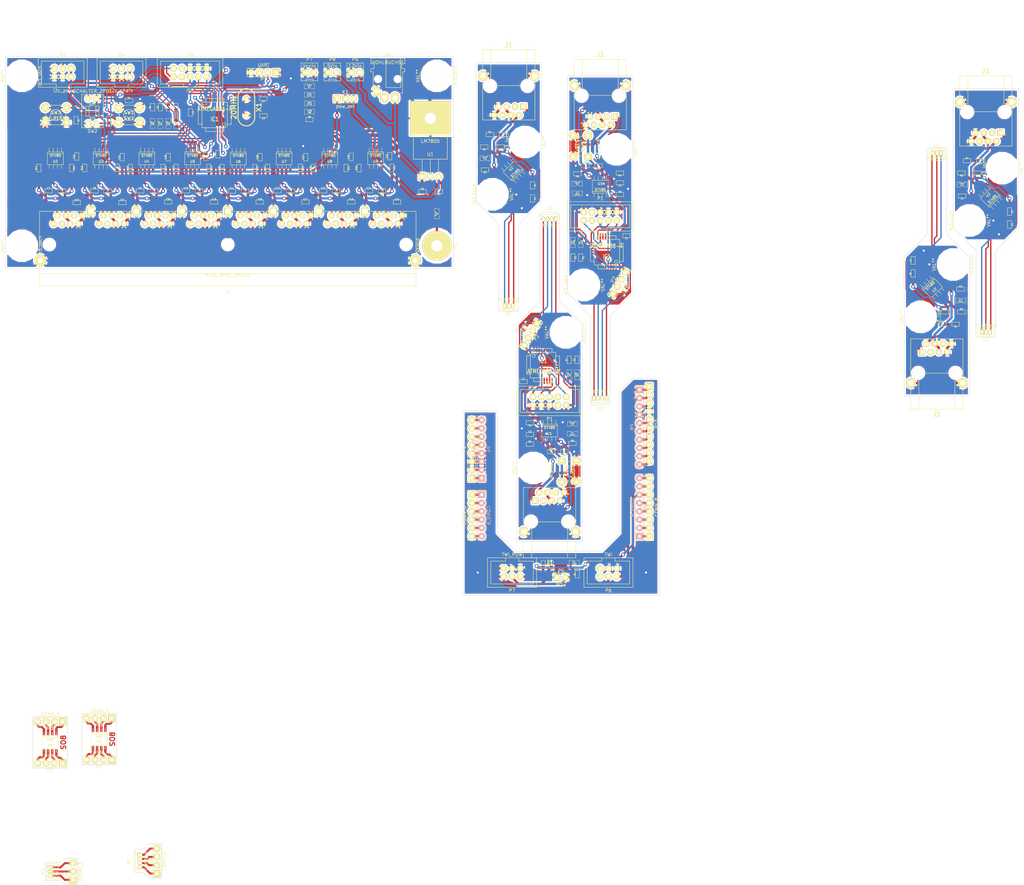
<source format=kicad_pcb>
(kicad_pcb (version 3) (host pcbnew "(2013-may-18)-stable")
  (layers (15 F.Cu signal) (0 B.Cu signal) (18 B.Paste user) (19 F.Paste user) (20 B.SilkS user) (21 F.SilkS user) (22 B.Mask user) (23 F.Mask user) (28 Edge.Cuts user))
  (net 0 "")
  (net 1 +12V)
  (net 2 /DI)
  (net 3 /LED)
  (net 4 /LED1)
  (net 5 /LED2)
  (net 6 /LED3)
  (net 7 /LED4)
  (net 8 /MISO)
  (net 9 /MOSI)
  (net 10 /RESET)
  (net 11 /RX)
  (net 12 /SCK)
  (net 13 /SCL)
  (net 14 /SDA)
  (net 15 /SW1)
  (net 16 /TX)
  (net 17 /Vi2c)
  (net 18 /Vreg)
  (net 19 /XTAL1)
  (net 20 /XTAL2)
  (net 21 /ZAC_01)
  (net 22 /ZAC_02)
  (net 23 /ZAC_03)
  (net 24 /ZAC_04)
  (net 25 /ZAC_05)
  (net 26 /ZAC_06)
  (net 27 /ZAC_07)
  (net 28 /ZAC_08)
  (net 29 /z1a)
  (net 30 /z1b)
  (net 31 /z2a)
  (net 32 /z2b)
  (net 33 /z3a)
  (net 34 /z3b)
  (net 35 /z4a)
  (net 36 /z4b)
  (net 37 /z5a)
  (net 38 /z5b)
  (net 39 /z6a)
  (net 40 /z6b)
  (net 41 /z7a)
  (net 42 /z7b)
  (net 43 /z8a)
  (net 44 /z8b)
  (net 45 /za)
  (net 46 /zb)
  (net 47 GND)
  (net 48 N-000001)
  (net 49 N-0000010)
  (net 50 N-0000011)
  (net 51 N-0000012)
  (net 52 N-0000013)
  (net 53 N-0000014)
  (net 54 N-0000015)
  (net 55 N-0000016)
  (net 56 N-0000017)
  (net 57 N-0000018)
  (net 58 N-0000019)
  (net 59 N-000002)
  (net 60 N-0000021)
  (net 61 N-0000022)
  (net 62 N-0000023)
  (net 63 N-0000024)
  (net 64 N-0000027)
  (net 65 N-0000028)
  (net 66 N-0000029)
  (net 67 N-000003)
  (net 68 N-0000030)
  (net 69 N-0000031)
  (net 70 N-0000033)
  (net 71 N-0000035)
  (net 72 N-000004)
  (net 73 N-0000040)
  (net 74 N-0000043)
  (net 75 N-000005)
  (net 76 N-000006)
  (net 77 N-0000066)
  (net 78 N-0000067)
  (net 79 N-0000068)
  (net 80 N-000007)
  (net 81 N-0000071)
  (net 82 N-0000077)
  (net 83 N-0000078)
  (net 84 N-000008)
  (net 85 N-0000081)
  (net 86 N-0000088)
  (net 87 N-000009)
  (net 88 VCC)
  (module Tsic_TO92 (layer F.Cu) (at 174 94.5)
    (fp_text reference U1 (at 0 4.064) (layer F.SilkS))
    (fp_text value TSIC50XF (at 0 0) (layer F.SilkS))
    (pad 2 thru_hole oval (at 0 1.912) (size 1 1.7) (drill 0.6) (layers *.Cu *.Mask F.SilkS) (net 80 N-000007))
    (pad 1 thru_hole trapezoid (at -1.27 1.912) (size 1 1.7) (drill 0.6) (layers *.Cu *.Mask F.SilkS) (net 47 GND))
    (pad 3 thru_hole oval (at 1.27 1.912) (size 1 1.7) (drill 0.6) (layers *.Cu *.Mask F.SilkS) (net 49 N-0000010))
  )
  (module m3_loch (layer F.Cu) (at 169 62.25 90)
    (fp_text reference m3_loch (at 0 -5.588 90) (layer F.SilkS))
    (fp_text value VAL** (at 0 5.842 90) (layer F.SilkS))
    (pad "" np_thru_hole circle (at 0 0 90) (size 3.4 3.4) (drill 3.4) (layers *.Cu *.Mask F.SilkS) (clearance 3.3))
  )
  (module m3_loch (layer F.Cu) (at 179 46.25 90)
    (fp_text reference m3_loch (at 0 -5.588 90) (layer F.SilkS))
    (fp_text value VAL** (at 0 5.842 90) (layer F.SilkS))
    (pad "" np_thru_hole circle (at 0 0 90) (size 3.4 3.4) (drill 3.4) (layers *.Cu *.Mask F.SilkS) (clearance 3.3))
  )
  (module SM0603_big (layer F.Cu) (at 166.75 54.75 180)
    (fp_text reference C2 (at 0 -0.8 180) (layer F.SilkS) (effects (font (size 0.508 0.4572) (thickness 0.1143))))
    (fp_text value 100nF hide)
    (pad 1 smd rect (at -0.945 0 180) (size 1 1.143) (layers F.Cu F.Paste F.Mask) (net 88 VCC))
    (pad 2 smd rect (at 0.945 0 180) (size 1 1.143) (layers F.Cu F.Paste F.Mask) (net 47 GND))
  )
  (module SM0603_big (layer F.Cu) (at 166.5 47.75 180)
    (fp_text reference R3 (at 0 -0.8 180) (layer F.SilkS) (effects (font (size 0.508 0.4572) (thickness 0.1143))))
    (fp_text value 22k hide)
    (pad 1 smd rect (at -0.945 0 180) (size 1 1.143) (layers F.Cu F.Paste F.Mask) (net 46 /zb))
    (pad 2 smd rect (at 0.945 0 180) (size 1 1.143) (layers F.Cu F.Paste F.Mask) (net 47 GND))
  )
  (module SM0603_big (layer F.Cu) (at 171.5 47.75 180)
    (fp_text reference R2 (at 0 -0.8 180) (layer F.SilkS) (effects (font (size 0.508 0.4572) (thickness 0.1143))))
    (fp_text value 22k hide)
    (pad 1 smd rect (at -0.945 0 180) (size 1 1.143) (layers F.Cu F.Paste F.Mask) (net 88 VCC))
    (pad 2 smd rect (at 0.945 0 180) (size 1 1.143) (layers F.Cu F.Paste F.Mask) (net 45 /za))
  )
  (module SM0603_big (layer F.Cu) (at 172.25 44 180)
    (fp_text reference C4 (at 0 -0.8 180) (layer F.SilkS) (effects (font (size 0.508 0.4572) (thickness 0.1143))))
    (fp_text value 100nF hide)
    (pad 1 smd rect (at -0.945 0 180) (size 1 1.143) (layers F.Cu F.Paste F.Mask) (net 45 /za))
    (pad 2 smd rect (at 0.945 0 180) (size 1 1.143) (layers F.Cu F.Paste F.Mask) (net 67 N-000003))
  )
  (module SM0603_big (layer F.Cu) (at 181.25 59.5 270)
    (fp_text reference R1 (at 0 -0.8 270) (layer F.SilkS) (effects (font (size 0.508 0.4572) (thickness 0.1143))))
    (fp_text value 220 hide)
    (pad 1 smd rect (at -0.945 0 270) (size 1 1.143) (layers F.Cu F.Paste F.Mask) (net 88 VCC))
    (pad 2 smd rect (at 0.945 0 270) (size 1 1.143) (layers F.Cu F.Paste F.Mask) (net 49 N-0000010))
  )
  (module SM0603_big (layer F.Cu) (at 181.25 63.5 270)
    (fp_text reference C1 (at 0 -0.8 270) (layer F.SilkS) (effects (font (size 0.508 0.4572) (thickness 0.1143))))
    (fp_text value 100nF hide)
    (pad 1 smd rect (at -0.945 0 270) (size 1 1.143) (layers F.Cu F.Paste F.Mask) (net 49 N-0000010))
    (pad 2 smd rect (at 0.945 0 270) (size 1 1.143) (layers F.Cu F.Paste F.Mask) (net 47 GND))
  )
  (module SM0603_big (layer F.Cu) (at 168.25 44)
    (fp_text reference R4 (at 0 -0.8) (layer F.SilkS) (effects (font (size 0.508 0.4572) (thickness 0.1143))))
    (fp_text value 120 hide)
    (pad 1 smd rect (at -0.945 0) (size 1 1.143) (layers F.Cu F.Paste F.Mask) (net 46 /zb))
    (pad 2 smd rect (at 0.945 0) (size 1 1.143) (layers F.Cu F.Paste F.Mask) (net 67 N-000003))
  )
  (module SM0805_big (layer F.Cu) (at 166.75 51.25 180)
    (fp_text reference C3 (at 0 -0.3175 180) (layer F.SilkS) (effects (font (size 0.50038 0.50038) (thickness 0.10922))))
    (fp_text value 10uF (at 0 0.381 180) (layer F.SilkS) (effects (font (size 0.50038 0.50038) (thickness 0.10922))))
    (pad 1 smd rect (at -1.108 0 180) (size 1.2 1.397) (layers F.Cu F.Paste F.Mask) (net 88 VCC))
    (pad 2 smd rect (at 1.108 0 180) (size 1.2 1.397) (layers F.Cu F.Paste F.Mask) (net 47 GND))
  )
  (module st485 (layer F.Cu) (at 174 53.75 45)
    (fp_text reference U2 (at 0 1 45) (layer F.SilkS) (effects (font (size 0.7493 0.7493) (thickness 0.14986))))
    (fp_text value ST485 (at 0 2.8 45) (layer F.SilkS) (effects (font (size 0.7493 0.7493) (thickness 0.14986))))
    (pad 1 smd rect (at -1.908 5.1 45) (size 0.75 2) (layers F.Cu F.Paste F.Mask))
    (pad 2 smd rect (at -0.638 5.1 45) (size 0.75 2) (layers F.Cu F.Paste F.Mask) (net 88 VCC))
    (pad 3 smd rect (at 0.632 5.1 45) (size 0.75 2) (layers F.Cu F.Paste F.Mask) (net 88 VCC))
    (pad 4 smd rect (at 1.902 5.1 45) (size 0.75 2) (layers F.Cu F.Paste F.Mask) (net 80 N-000007))
    (pad 5 smd rect (at 1.902 -1.2 45) (size 0.75 2) (layers F.Cu F.Paste F.Mask) (net 47 GND))
    (pad 6 smd rect (at 0.632 -1.2 45) (size 0.75 2) (layers F.Cu F.Paste F.Mask) (net 45 /za))
    (pad 7 smd rect (at -0.638 -1.2 45) (size 0.75 2) (layers F.Cu F.Paste F.Mask) (net 46 /zb))
    (pad 8 smd rect (at -1.908 -1.2 45) (size 0.75 2) (layers F.Cu F.Paste F.Mask) (net 88 VCC))
  )
  (module RJ45_8P8_simple (layer F.Cu) (at 174 38)
    (fp_text reference J1 (at 0 -21.5) (layer F.SilkS) (effects (font (size 1.524 1.524) (thickness 0.3048))))
    (fp_text value RJ45 (at 0.14224 -0.1016) (layer F.SilkS) (effects (font (size 1.00076 1.00076) (thickness 0.2032))))
    (pad "" np_thru_hole circle (at -5.715 -8.9 180) (size 3.4 3.4) (drill 3.4) (layers *.Cu *.SilkS *.Mask))
    (pad "" np_thru_hole circle (at 5.715 -8.9 180) (size 3.4 3.4) (drill 3.4) (layers *.Cu *.SilkS *.Mask))
    (pad 1 thru_hole rect (at 4.445 -2.54 180) (size 1.9 1.9) (drill 0.8) (layers *.Cu *.Mask F.SilkS) (net 45 /za))
    (pad 2 thru_hole circle (at 3.175 0 180) (size 1.9 1.9) (drill 0.8) (layers *.Cu *.Mask F.SilkS) (net 46 /zb))
    (pad 3 thru_hole circle (at 1.905 -2.54 180) (size 1.9 1.9) (drill 0.8) (layers *.Cu *.Mask F.SilkS))
    (pad 4 thru_hole circle (at 0.63 0 180) (size 1.9 1.9) (drill 0.8) (layers *.Cu *.Mask F.SilkS) (net 88 VCC))
    (pad 5 thru_hole circle (at -0.635 -2.54 180) (size 1.9 1.9) (drill 0.8) (layers *.Cu *.Mask F.SilkS) (net 88 VCC))
    (pad 6 thru_hole circle (at -1.905 0 180) (size 1.9 1.9) (drill 0.8) (layers *.Cu *.Mask F.SilkS))
    (pad 7 thru_hole circle (at -3.175 -2.54 180) (size 1.9 1.9) (drill 0.8) (layers *.Cu *.Mask F.SilkS) (net 47 GND))
    (pad 8 thru_hole circle (at -4.445 0 180) (size 1.9 1.9) (drill 0.8) (layers *.Cu *.Mask F.SilkS) (net 47 GND))
    (pad 9 thru_hole circle (at 7.9 -12 180) (size 3 3) (drill 1.6) (layers *.Cu *.Mask F.SilkS) (net 47 GND))
    (pad 9 thru_hole circle (at -7.9 -12 180) (size 3 3) (drill 1.6) (layers *.Cu *.Mask F.SilkS) (net 47 GND))
  )
  (module Tsic_TO92 (layer F.Cu) (at 305 51.5 180)
    (fp_text reference U1 (at 0 4.064 180) (layer F.SilkS))
    (fp_text value TSIC50XF (at 0 0 180) (layer F.SilkS))
    (pad 2 thru_hole oval (at 0 1.912 180) (size 1 1.7) (drill 0.6) (layers *.Cu *.Mask F.SilkS) (net 80 N-000007))
    (pad 1 thru_hole trapezoid (at -1.27 1.912 180) (size 1 1.7) (drill 0.6) (layers *.Cu *.Mask F.SilkS) (net 47 GND))
    (pad 3 thru_hole oval (at 1.27 1.912 180) (size 1 1.7) (drill 0.6) (layers *.Cu *.Mask F.SilkS) (net 49 N-0000010))
  )
  (module m3_loch (layer F.Cu) (at 310 83.75 270)
    (fp_text reference m3_loch (at 0 -5.588 270) (layer F.SilkS))
    (fp_text value VAL** (at 0 5.842 270) (layer F.SilkS))
    (pad "" np_thru_hole circle (at 0 0 270) (size 3.4 3.4) (drill 3.4) (layers *.Cu *.Mask F.SilkS) (clearance 3.3))
  )
  (module m3_loch (layer F.Cu) (at 300 99.75 270)
    (fp_text reference m3_loch (at 0 -5.588 270) (layer F.SilkS))
    (fp_text value VAL** (at 0 5.842 270) (layer F.SilkS))
    (pad "" np_thru_hole circle (at 0 0 270) (size 3.4 3.4) (drill 3.4) (layers *.Cu *.Mask F.SilkS) (clearance 3.3))
  )
  (module SM0603_big (layer F.Cu) (at 312.25 91.25)
    (fp_text reference C2 (at 0 -0.8) (layer F.SilkS) (effects (font (size 0.508 0.4572) (thickness 0.1143))))
    (fp_text value 100nF hide)
    (pad 1 smd rect (at -0.945 0) (size 1 1.143) (layers F.Cu F.Paste F.Mask) (net 88 VCC))
    (pad 2 smd rect (at 0.945 0) (size 1 1.143) (layers F.Cu F.Paste F.Mask) (net 47 GND))
  )
  (module SM0603_big (layer F.Cu) (at 312.5 98.25)
    (fp_text reference R3 (at 0 -0.8) (layer F.SilkS) (effects (font (size 0.508 0.4572) (thickness 0.1143))))
    (fp_text value 22k hide)
    (pad 1 smd rect (at -0.945 0) (size 1 1.143) (layers F.Cu F.Paste F.Mask) (net 46 /zb))
    (pad 2 smd rect (at 0.945 0) (size 1 1.143) (layers F.Cu F.Paste F.Mask) (net 47 GND))
  )
  (module SM0603_big (layer F.Cu) (at 307.5 98.25)
    (fp_text reference R2 (at 0 -0.8) (layer F.SilkS) (effects (font (size 0.508 0.4572) (thickness 0.1143))))
    (fp_text value 22k hide)
    (pad 1 smd rect (at -0.945 0) (size 1 1.143) (layers F.Cu F.Paste F.Mask) (net 88 VCC))
    (pad 2 smd rect (at 0.945 0) (size 1 1.143) (layers F.Cu F.Paste F.Mask) (net 45 /za))
  )
  (module SM0603_big (layer F.Cu) (at 306.75 102)
    (fp_text reference C4 (at 0 -0.8) (layer F.SilkS) (effects (font (size 0.508 0.4572) (thickness 0.1143))))
    (fp_text value 100nF hide)
    (pad 1 smd rect (at -0.945 0) (size 1 1.143) (layers F.Cu F.Paste F.Mask) (net 45 /za))
    (pad 2 smd rect (at 0.945 0) (size 1 1.143) (layers F.Cu F.Paste F.Mask) (net 67 N-000003))
  )
  (module SM0603_big (layer F.Cu) (at 297.75 86.5 90)
    (fp_text reference R1 (at 0 -0.8 90) (layer F.SilkS) (effects (font (size 0.508 0.4572) (thickness 0.1143))))
    (fp_text value 220 hide)
    (pad 1 smd rect (at -0.945 0 90) (size 1 1.143) (layers F.Cu F.Paste F.Mask) (net 88 VCC))
    (pad 2 smd rect (at 0.945 0 90) (size 1 1.143) (layers F.Cu F.Paste F.Mask) (net 49 N-0000010))
  )
  (module SM0603_big (layer F.Cu) (at 297.75 82.5 90)
    (fp_text reference C1 (at 0 -0.8 90) (layer F.SilkS) (effects (font (size 0.508 0.4572) (thickness 0.1143))))
    (fp_text value 100nF hide)
    (pad 1 smd rect (at -0.945 0 90) (size 1 1.143) (layers F.Cu F.Paste F.Mask) (net 49 N-0000010))
    (pad 2 smd rect (at 0.945 0 90) (size 1 1.143) (layers F.Cu F.Paste F.Mask) (net 47 GND))
  )
  (module SM0603_big (layer F.Cu) (at 310.75 102 180)
    (fp_text reference R4 (at 0 -0.8 180) (layer F.SilkS) (effects (font (size 0.508 0.4572) (thickness 0.1143))))
    (fp_text value 120 hide)
    (pad 1 smd rect (at -0.945 0 180) (size 1 1.143) (layers F.Cu F.Paste F.Mask) (net 46 /zb))
    (pad 2 smd rect (at 0.945 0 180) (size 1 1.143) (layers F.Cu F.Paste F.Mask) (net 67 N-000003))
  )
  (module SM0805_big (layer F.Cu) (at 312.25 94.75)
    (fp_text reference C3 (at 0 -0.3175) (layer F.SilkS) (effects (font (size 0.50038 0.50038) (thickness 0.10922))))
    (fp_text value 10uF (at 0 0.381) (layer F.SilkS) (effects (font (size 0.50038 0.50038) (thickness 0.10922))))
    (pad 1 smd rect (at -1.108 0) (size 1.2 1.397) (layers F.Cu F.Paste F.Mask) (net 88 VCC))
    (pad 2 smd rect (at 1.108 0) (size 1.2 1.397) (layers F.Cu F.Paste F.Mask) (net 47 GND))
  )
  (module st485 (layer F.Cu) (at 305 92.25 225)
    (fp_text reference U2 (at 0 1 225) (layer F.SilkS) (effects (font (size 0.7493 0.7493) (thickness 0.14986))))
    (fp_text value ST485 (at 0 2.8 225) (layer F.SilkS) (effects (font (size 0.7493 0.7493) (thickness 0.14986))))
    (pad 1 smd rect (at -1.908 5.1 225) (size 0.75 2) (layers F.Cu F.Paste F.Mask))
    (pad 2 smd rect (at -0.638 5.1 225) (size 0.75 2) (layers F.Cu F.Paste F.Mask) (net 88 VCC))
    (pad 3 smd rect (at 0.632 5.1 225) (size 0.75 2) (layers F.Cu F.Paste F.Mask) (net 88 VCC))
    (pad 4 smd rect (at 1.902 5.1 225) (size 0.75 2) (layers F.Cu F.Paste F.Mask) (net 80 N-000007))
    (pad 5 smd rect (at 1.902 -1.2 225) (size 0.75 2) (layers F.Cu F.Paste F.Mask) (net 47 GND))
    (pad 6 smd rect (at 0.632 -1.2 225) (size 0.75 2) (layers F.Cu F.Paste F.Mask) (net 45 /za))
    (pad 7 smd rect (at -0.638 -1.2 225) (size 0.75 2) (layers F.Cu F.Paste F.Mask) (net 46 /zb))
    (pad 8 smd rect (at -1.908 -1.2 225) (size 0.75 2) (layers F.Cu F.Paste F.Mask) (net 88 VCC))
  )
  (module RJ45_8P8_simple (layer F.Cu) (at 305 108 180)
    (fp_text reference J1 (at 0 -21.5 180) (layer F.SilkS) (effects (font (size 1.524 1.524) (thickness 0.3048))))
    (fp_text value RJ45 (at 0.14224 -0.1016 180) (layer F.SilkS) (effects (font (size 1.00076 1.00076) (thickness 0.2032))))
    (pad "" np_thru_hole circle (at -5.715 -8.9) (size 3.4 3.4) (drill 3.4) (layers *.Cu *.SilkS *.Mask))
    (pad "" np_thru_hole circle (at 5.715 -8.9) (size 3.4 3.4) (drill 3.4) (layers *.Cu *.SilkS *.Mask))
    (pad 1 thru_hole rect (at 4.445 -2.54) (size 1.9 1.9) (drill 0.8) (layers *.Cu *.Mask F.SilkS) (net 45 /za))
    (pad 2 thru_hole circle (at 3.175 0) (size 1.9 1.9) (drill 0.8) (layers *.Cu *.Mask F.SilkS) (net 46 /zb))
    (pad 3 thru_hole circle (at 1.905 -2.54) (size 1.9 1.9) (drill 0.8) (layers *.Cu *.Mask F.SilkS))
    (pad 4 thru_hole circle (at 0.63 0) (size 1.9 1.9) (drill 0.8) (layers *.Cu *.Mask F.SilkS) (net 88 VCC))
    (pad 5 thru_hole circle (at -0.635 -2.54) (size 1.9 1.9) (drill 0.8) (layers *.Cu *.Mask F.SilkS) (net 88 VCC))
    (pad 6 thru_hole circle (at -1.905 0) (size 1.9 1.9) (drill 0.8) (layers *.Cu *.Mask F.SilkS))
    (pad 7 thru_hole circle (at -3.175 -2.54) (size 1.9 1.9) (drill 0.8) (layers *.Cu *.Mask F.SilkS) (net 47 GND))
    (pad 8 thru_hole circle (at -4.445 0) (size 1.9 1.9) (drill 0.8) (layers *.Cu *.Mask F.SilkS) (net 47 GND))
    (pad 9 thru_hole circle (at 7.9 -12) (size 3 3) (drill 1.6) (layers *.Cu *.Mask F.SilkS) (net 47 GND))
    (pad 9 thru_hole circle (at -7.9 -12) (size 3 3) (drill 1.6) (layers *.Cu *.Mask F.SilkS) (net 47 GND))
  )
  (module SM0603_big (layer F.Cu) (at 180.5 132.2 180)
    (fp_text reference R3 (at 0 -0.8 180) (layer F.SilkS) (effects (font (size 0.508 0.4572) (thickness 0.1143))))
    (fp_text value 10k hide)
    (pad 1 smd rect (at -0.945 0 180) (size 1 1.143) (layers F.Cu F.Paste F.Mask) (net 10 /RESET))
    (pad 2 smd rect (at 0.945 0 180) (size 1 1.143) (layers F.Cu F.Paste F.Mask) (net 88 VCC))
  )
  (module HYT271 (layer F.Cu) (at 186.5 70 180)
    (fp_text reference U2 (at 0 3.429 180) (layer F.SilkS))
    (fp_text value HYT271 (at 0 -1.778 180) (layer F.SilkS))
    (pad 2 thru_hole oval (at -0.635 0.127 180) (size 1 1.5) (drill 0.6) (layers *.Cu *.Mask F.SilkS) (net 47 GND))
    (pad 3 thru_hole oval (at 0.635 0.127 180) (size 1 1.5) (drill 0.6) (layers *.Cu *.Mask F.SilkS) (net 88 VCC))
    (pad 4 thru_hole oval (at 1.905 0.127 180) (size 1 1.5) (drill 0.6) (layers *.Cu *.Mask F.SilkS) (net 13 /SCL))
    (pad 1 thru_hole trapezoid (at -1.905 0.127 180) (size 1 1.5) (drill 0.6) (layers *.Cu *.Mask F.SilkS) (net 14 /SDA))
  )
  (module m3_loch (layer F.Cu) (at 191.5 104.5 270)
    (fp_text reference m3_loch (at 0 -5.588 270) (layer F.SilkS))
    (fp_text value VAL** (at 0 5.842 270) (layer F.SilkS))
    (pad "" np_thru_hole circle (at 0 0 270) (size 3.4 3.4) (drill 3.4) (layers *.Cu *.Mask F.SilkS) (clearance 3.3))
  )
  (module m3_loch (layer F.Cu) (at 181.5 146 270)
    (fp_text reference m3_loch (at 0 -5.588 270) (layer F.SilkS))
    (fp_text value VAL** (at 0 5.842 270) (layer F.SilkS))
    (pad "" np_thru_hole circle (at 0 0 270) (size 3.4 3.4) (drill 3.4) (layers *.Cu *.Mask F.SilkS) (clearance 3.3))
  )
  (module SM0603_big (layer F.Cu) (at 191 141 180)
    (fp_text reference R6 (at 0 -0.8 180) (layer F.SilkS) (effects (font (size 0.508 0.4572) (thickness 0.1143))))
    (fp_text value 120 hide)
    (pad 1 smd rect (at -0.945 0 180) (size 1 1.143) (layers F.Cu F.Paste F.Mask) (net 46 /zb))
    (pad 2 smd rect (at 0.945 0 180) (size 1 1.143) (layers F.Cu F.Paste F.Mask) (net 53 N-0000014))
  )
  (module SM0603_big (layer F.Cu) (at 179 103 60)
    (fp_text reference C6 (at 0 -0.8 60) (layer F.SilkS) (effects (font (size 0.508 0.4572) (thickness 0.1143))))
    (fp_text value 100nF hide)
    (pad 1 smd rect (at -0.945 0 60) (size 1 1.143) (layers F.Cu F.Paste F.Mask) (net 88 VCC))
    (pad 2 smd rect (at 0.945 0 60) (size 1 1.143) (layers F.Cu F.Paste F.Mask) (net 47 GND))
  )
  (module SM0603_big (layer F.Cu) (at 192.5 112.9 90)
    (fp_text reference D1 (at 0 -0.8 90) (layer F.SilkS) (effects (font (size 0.508 0.4572) (thickness 0.1143))))
    (fp_text value LED hide)
    (pad 1 smd rect (at -0.945 0 90) (size 1 1.143) (layers F.Cu F.Paste F.Mask) (net 55 N-0000016))
    (pad 2 smd rect (at 0.945 0 90) (size 1 1.143) (layers F.Cu F.Paste F.Mask) (net 4 /LED1))
  )
  (module SM0603_big (layer F.Cu) (at 178.5 119.6)
    (fp_text reference C1 (at 0 -0.8) (layer F.SilkS) (effects (font (size 0.508 0.4572) (thickness 0.1143))))
    (fp_text value 100nF hide)
    (pad 1 smd rect (at -0.945 0) (size 1 1.143) (layers F.Cu F.Paste F.Mask) (net 47 GND))
    (pad 2 smd rect (at 0.945 0) (size 1 1.143) (layers F.Cu F.Paste F.Mask) (net 88 VCC))
  )
  (module SM0603_big (layer F.Cu) (at 194.9 112.9 90)
    (fp_text reference D2 (at 0 -0.8 90) (layer F.SilkS) (effects (font (size 0.508 0.4572) (thickness 0.1143))))
    (fp_text value LED hide)
    (pad 1 smd rect (at -0.945 0 90) (size 1 1.143) (layers F.Cu F.Paste F.Mask) (net 54 N-0000015))
    (pad 2 smd rect (at 0.945 0 90) (size 1 1.143) (layers F.Cu F.Paste F.Mask) (net 5 /LED2))
  )
  (module SM0603_big (layer F.Cu) (at 180.5 135.75)
    (fp_text reference C3 (at 0 -0.8) (layer F.SilkS) (effects (font (size 0.508 0.4572) (thickness 0.1143))))
    (fp_text value 100nF hide)
    (pad 1 smd rect (at -0.945 0) (size 1 1.143) (layers F.Cu F.Paste F.Mask) (net 88 VCC))
    (pad 2 smd rect (at 0.945 0) (size 1 1.143) (layers F.Cu F.Paste F.Mask) (net 47 GND))
  )
  (module SM0603_big (layer F.Cu) (at 193.5 138.5)
    (fp_text reference R5 (at 0 -0.8) (layer F.SilkS) (effects (font (size 0.508 0.4572) (thickness 0.1143))))
    (fp_text value 22k hide)
    (pad 1 smd rect (at -0.945 0) (size 1 1.143) (layers F.Cu F.Paste F.Mask) (net 46 /zb))
    (pad 2 smd rect (at 0.945 0) (size 1 1.143) (layers F.Cu F.Paste F.Mask) (net 47 GND))
  )
  (module SM0603_big (layer F.Cu) (at 180.5 138.75)
    (fp_text reference R4 (at 0 -0.8) (layer F.SilkS) (effects (font (size 0.508 0.4572) (thickness 0.1143))))
    (fp_text value 22k hide)
    (pad 1 smd rect (at -0.945 0) (size 1 1.143) (layers F.Cu F.Paste F.Mask) (net 88 VCC))
    (pad 2 smd rect (at 0.945 0) (size 1 1.143) (layers F.Cu F.Paste F.Mask) (net 45 /za))
  )
  (module SM0603_big (layer F.Cu) (at 187 141)
    (fp_text reference C5 (at 0 -0.8) (layer F.SilkS) (effects (font (size 0.508 0.4572) (thickness 0.1143))))
    (fp_text value 100nF hide)
    (pad 1 smd rect (at -0.945 0) (size 1 1.143) (layers F.Cu F.Paste F.Mask) (net 45 /za))
    (pad 2 smd rect (at 0.945 0) (size 1 1.143) (layers F.Cu F.Paste F.Mask) (net 53 N-0000014))
  )
  (module SM0805_big (layer F.Cu) (at 192.5 117.5 270)
    (fp_text reference R1 (at 0 -0.3175 270) (layer F.SilkS) (effects (font (size 0.50038 0.50038) (thickness 0.10922))))
    (fp_text value 150 (at 0 0.381 270) (layer F.SilkS) (effects (font (size 0.50038 0.50038) (thickness 0.10922))))
    (pad 1 smd rect (at -1.108 0 270) (size 1.2 1.397) (layers F.Cu F.Paste F.Mask) (net 55 N-0000016))
    (pad 2 smd rect (at 1.108 0 270) (size 1.2 1.397) (layers F.Cu F.Paste F.Mask) (net 88 VCC))
  )
  (module SM0805_big (layer F.Cu) (at 194.9 117.5 270)
    (fp_text reference R2 (at 0 -0.3175 270) (layer F.SilkS) (effects (font (size 0.50038 0.50038) (thickness 0.10922))))
    (fp_text value 150 (at 0 0.381 270) (layer F.SilkS) (effects (font (size 0.50038 0.50038) (thickness 0.10922))))
    (pad 1 smd rect (at -1.108 0 270) (size 1.2 1.397) (layers F.Cu F.Paste F.Mask) (net 54 N-0000015))
    (pad 2 smd rect (at 1.108 0 270) (size 1.2 1.397) (layers F.Cu F.Paste F.Mask) (net 88 VCC))
  )
  (module SM0805_big (layer F.Cu) (at 193.5 132.5 180)
    (fp_text reference C2 (at 0 -0.3175 180) (layer F.SilkS) (effects (font (size 0.50038 0.50038) (thickness 0.10922))))
    (fp_text value 10uF (at 0 0.381 180) (layer F.SilkS) (effects (font (size 0.50038 0.50038) (thickness 0.10922))))
    (pad 1 smd rect (at -1.108 0 180) (size 1.2 1.397) (layers F.Cu F.Paste F.Mask) (net 47 GND))
    (pad 2 smd rect (at 1.108 0 180) (size 1.2 1.397) (layers F.Cu F.Paste F.Mask) (net 88 VCC))
  )
  (module SM0805_big (layer F.Cu) (at 193.5 135.5)
    (fp_text reference C4 (at 0 -0.3175) (layer F.SilkS) (effects (font (size 0.50038 0.50038) (thickness 0.10922))))
    (fp_text value 10uF (at 0 0.381) (layer F.SilkS) (effects (font (size 0.50038 0.50038) (thickness 0.10922))))
    (pad 1 smd rect (at -1.108 0) (size 1.2 1.397) (layers F.Cu F.Paste F.Mask) (net 88 VCC))
    (pad 2 smd rect (at 1.108 0) (size 1.2 1.397) (layers F.Cu F.Paste F.Mask) (net 47 GND))
  )
  (module st485 (layer F.Cu) (at 186.5 136.5 180)
    (fp_text reference U1 (at 0 1 180) (layer F.SilkS) (effects (font (size 0.7493 0.7493) (thickness 0.14986))))
    (fp_text value ST485 (at 0 2.8 180) (layer F.SilkS) (effects (font (size 0.7493 0.7493) (thickness 0.14986))))
    (pad 1 smd rect (at -1.908 5.1 180) (size 0.75 2) (layers F.Cu F.Paste F.Mask))
    (pad 2 smd rect (at -0.638 5.1 180) (size 0.75 2) (layers F.Cu F.Paste F.Mask) (net 88 VCC))
    (pad 3 smd rect (at 0.632 5.1 180) (size 0.75 2) (layers F.Cu F.Paste F.Mask) (net 88 VCC))
    (pad 4 smd rect (at 1.902 5.1 180) (size 0.75 2) (layers F.Cu F.Paste F.Mask) (net 2 /DI))
    (pad 5 smd rect (at 1.902 -1.2 180) (size 0.75 2) (layers F.Cu F.Paste F.Mask) (net 47 GND))
    (pad 6 smd rect (at 0.632 -1.2 180) (size 0.75 2) (layers F.Cu F.Paste F.Mask) (net 45 /za))
    (pad 7 smd rect (at -0.638 -1.2 180) (size 0.75 2) (layers F.Cu F.Paste F.Mask) (net 46 /zb))
    (pad 8 smd rect (at -1.908 -1.2 180) (size 0.75 2) (layers F.Cu F.Paste F.Mask) (net 88 VCC))
  )
  (module Stiftleiste_4x1 (layer F.Cu) (at 180.7 105.1 240)
    (fp_text reference P2 (at 0 -2.032 240) (layer F.SilkS))
    (fp_text value UART (at 0 2.286 240) (layer F.SilkS))
    (pad 1 thru_hole rect (at -3.81 0 240) (size 2 2) (drill 0.9) (layers *.Cu *.Mask F.SilkS) (net 47 GND))
    (pad 2 thru_hole circle (at -1.27 0 240) (size 2 2) (drill 0.9) (layers *.Cu *.Mask F.SilkS) (net 16 /TX))
    (pad 3 thru_hole circle (at 1.27 0 240) (size 2 2) (drill 0.9) (layers *.Cu *.Mask F.SilkS) (net 11 /RX))
    (pad 4 thru_hole circle (at 3.81 0 240) (size 2 2) (drill 0.9) (layers *.Cu *.Mask F.SilkS) (net 88 VCC))
  )
  (module Taster_6mm (layer F.Cu) (at 192.5 147 90)
    (fp_text reference SW1 (at 0 -0.762 90) (layer F.SilkS) (effects (font (size 1.016 1.016) (thickness 0.2032))))
    (fp_text value SW_RESET (at 0 1.016 90) (layer F.SilkS) (effects (font (size 1.016 1.016) (thickness 0.2032))))
    (pad 1 thru_hole circle (at 3.2512 -2.25044 90) (size 2.49936 2.49936) (drill 1) (layers *.Cu *.Mask F.SilkS) (net 10 /RESET))
    (pad 2 thru_hole circle (at 3.2512 2.25044 90) (size 2.49936 2.49936) (drill 1) (layers *.Cu *.Mask F.SilkS) (net 47 GND))
    (pad 1 thru_hole circle (at -3.2512 -2.25044 90) (size 2.49936 2.49936) (drill 1) (layers *.Cu *.Mask F.SilkS) (net 10 /RESET))
    (pad 2 thru_hole circle (at -3.2512 2.25044 90) (size 2.49936 2.49936) (drill 1) (layers *.Cu *.Mask F.SilkS) (net 47 GND))
  )
  (module TQFP32 (layer F.Cu) (at 184.5 114.5)
    (fp_text reference IC1 (at 0 -1.27) (layer F.SilkS) (effects (font (size 1.27 1.016) (thickness 0.2032))))
    (fp_text value ATMEGA88-A (at 0 1.905) (layer F.SilkS) (effects (font (size 1.27 1.016) (thickness 0.2032))))
    (pad 8 smd rect (at -4.81584 2.77622) (size 1.99898 0.44958) (layers F.Cu F.Paste F.Mask))
    (pad 7 smd rect (at -4.81584 1.97612) (size 1.99898 0.44958) (layers F.Cu F.Paste F.Mask))
    (pad 6 smd rect (at -4.81584 1.17602) (size 1.99898 0.44958) (layers F.Cu F.Paste F.Mask) (net 88 VCC))
    (pad 5 smd rect (at -4.81584 0.37592) (size 1.99898 0.44958) (layers F.Cu F.Paste F.Mask) (net 47 GND))
    (pad 4 smd rect (at -4.81584 -0.42418) (size 1.99898 0.44958) (layers F.Cu F.Paste F.Mask) (net 88 VCC))
    (pad 3 smd rect (at -4.81584 -1.22428) (size 1.99898 0.44958) (layers F.Cu F.Paste F.Mask) (net 47 GND))
    (pad 2 smd rect (at -4.81584 -2.02438) (size 1.99898 0.44958) (layers F.Cu F.Paste F.Mask))
    (pad 1 smd rect (at -4.81584 -2.82448) (size 1.99898 0.44958) (layers F.Cu F.Paste F.Mask))
    (pad 24 smd rect (at 4.7498 -2.8194) (size 1.99898 0.44958) (layers F.Cu F.Paste F.Mask) (net 5 /LED2))
    (pad 17 smd rect (at 4.7498 2.794) (size 1.99898 0.44958) (layers F.Cu F.Paste F.Mask) (net 12 /SCK))
    (pad 18 smd rect (at 4.7498 1.9812) (size 1.99898 0.44958) (layers F.Cu F.Paste F.Mask) (net 88 VCC))
    (pad 19 smd rect (at 4.7498 1.1684) (size 1.99898 0.44958) (layers F.Cu F.Paste F.Mask))
    (pad 20 smd rect (at 4.7498 0.381) (size 1.99898 0.44958) (layers F.Cu F.Paste F.Mask))
    (pad 21 smd rect (at 4.7498 -0.4318) (size 1.99898 0.44958) (layers F.Cu F.Paste F.Mask) (net 47 GND))
    (pad 22 smd rect (at 4.7498 -1.2192) (size 1.99898 0.44958) (layers F.Cu F.Paste F.Mask))
    (pad 23 smd rect (at 4.7498 -2.032) (size 1.99898 0.44958) (layers F.Cu F.Paste F.Mask) (net 4 /LED1))
    (pad 32 smd rect (at -2.82448 -4.826) (size 0.44958 1.99898) (layers F.Cu F.Paste F.Mask))
    (pad 31 smd rect (at -2.02692 -4.826) (size 0.44958 1.99898) (layers F.Cu F.Paste F.Mask) (net 16 /TX))
    (pad 30 smd rect (at -1.22428 -4.826) (size 0.44958 1.99898) (layers F.Cu F.Paste F.Mask) (net 11 /RX))
    (pad 29 smd rect (at -0.42672 -4.826) (size 0.44958 1.99898) (layers F.Cu F.Paste F.Mask) (net 10 /RESET))
    (pad 28 smd rect (at 0.37592 -4.826) (size 0.44958 1.99898) (layers F.Cu F.Paste F.Mask) (net 13 /SCL))
    (pad 27 smd rect (at 1.17348 -4.826) (size 0.44958 1.99898) (layers F.Cu F.Paste F.Mask) (net 14 /SDA))
    (pad 26 smd rect (at 1.97612 -4.826) (size 0.44958 1.99898) (layers F.Cu F.Paste F.Mask))
    (pad 25 smd rect (at 2.77368 -4.826) (size 0.44958 1.99898) (layers F.Cu F.Paste F.Mask))
    (pad 9 smd rect (at -2.8194 4.7752) (size 0.44958 1.99898) (layers F.Cu F.Paste F.Mask))
    (pad 10 smd rect (at -2.032 4.7752) (size 0.44958 1.99898) (layers F.Cu F.Paste F.Mask) (net 2 /DI))
    (pad 11 smd rect (at -1.2192 4.7752) (size 0.44958 1.99898) (layers F.Cu F.Paste F.Mask))
    (pad 12 smd rect (at -0.4318 4.7752) (size 0.44958 1.99898) (layers F.Cu F.Paste F.Mask))
    (pad 13 smd rect (at 0.3556 4.7752) (size 0.44958 1.99898) (layers F.Cu F.Paste F.Mask))
    (pad 14 smd rect (at 1.1684 4.7752) (size 0.44958 1.99898) (layers F.Cu F.Paste F.Mask))
    (pad 15 smd rect (at 1.9812 4.7752) (size 0.44958 1.99898) (layers F.Cu F.Paste F.Mask) (net 9 /MOSI))
    (pad 16 smd rect (at 2.794 4.7752) (size 0.44958 1.99898) (layers F.Cu F.Paste F.Mask) (net 8 /MISO))
  )
  (module RJ45_8P8_simple (layer F.Cu) (at 186.5 153.5 180)
    (fp_text reference J1 (at 0 -21.5 180) (layer F.SilkS) (effects (font (size 1.524 1.524) (thickness 0.3048))))
    (fp_text value RJ45 (at 0.14224 -0.1016 180) (layer F.SilkS) (effects (font (size 1.00076 1.00076) (thickness 0.2032))))
    (pad "" np_thru_hole circle (at -5.715 -8.9) (size 3.4 3.4) (drill 3.4) (layers *.Cu *.SilkS *.Mask))
    (pad "" np_thru_hole circle (at 5.715 -8.9) (size 3.4 3.4) (drill 3.4) (layers *.Cu *.SilkS *.Mask))
    (pad 1 thru_hole rect (at 4.445 -2.54) (size 1.9 1.9) (drill 0.8) (layers *.Cu *.Mask F.SilkS) (net 45 /za))
    (pad 2 thru_hole circle (at 3.175 0) (size 1.9 1.9) (drill 0.8) (layers *.Cu *.Mask F.SilkS) (net 46 /zb))
    (pad 3 thru_hole circle (at 1.905 -2.54) (size 1.9 1.9) (drill 0.8) (layers *.Cu *.Mask F.SilkS))
    (pad 4 thru_hole circle (at 0.63 0) (size 1.9 1.9) (drill 0.8) (layers *.Cu *.Mask F.SilkS) (net 88 VCC))
    (pad 5 thru_hole circle (at -0.635 -2.54) (size 1.9 1.9) (drill 0.8) (layers *.Cu *.Mask F.SilkS) (net 88 VCC))
    (pad 6 thru_hole circle (at -1.905 0) (size 1.9 1.9) (drill 0.8) (layers *.Cu *.Mask F.SilkS))
    (pad 7 thru_hole circle (at -3.175 -2.54) (size 1.9 1.9) (drill 0.8) (layers *.Cu *.Mask F.SilkS) (net 47 GND))
    (pad 8 thru_hole circle (at -4.445 0) (size 1.9 1.9) (drill 0.8) (layers *.Cu *.Mask F.SilkS) (net 47 GND))
    (pad 9 thru_hole circle (at 7.9 -12) (size 3 3) (drill 1.6) (layers *.Cu *.Mask F.SilkS) (net 47 GND))
    (pad 9 thru_hole circle (at -7.9 -12) (size 3 3) (drill 1.6) (layers *.Cu *.Mask F.SilkS) (net 47 GND))
  )
  (module wannenstecker_2x5_rm254 (layer F.Cu) (at 186.5 125.5 180)
    (fp_text reference P1 (at 0 -5.5 180) (layer F.SilkS))
    (fp_text value ISP (at 0 5.5 180) (layer F.SilkS))
    (pad 1 thru_hole circle (at -5.08 1.27 180) (size 2 2) (drill 0.9) (layers *.Cu *.Mask F.SilkS) (net 9 /MOSI))
    (pad 2 thru_hole circle (at -5.08 -1.27 180) (size 2 2) (drill 0.9) (layers *.Cu *.Mask F.SilkS) (net 88 VCC))
    (pad 3 thru_hole circle (at -2.54 1.27 180) (size 2 2) (drill 0.9) (layers *.Cu *.Mask F.SilkS))
    (pad 4 thru_hole circle (at -2.54 -1.27 180) (size 2 2) (drill 0.9) (layers *.Cu *.Mask F.SilkS))
    (pad 5 thru_hole circle (at 0 1.27 180) (size 2 2) (drill 0.9) (layers *.Cu *.Mask F.SilkS) (net 10 /RESET))
    (pad 6 thru_hole circle (at 0 -1.27 180) (size 2 2) (drill 0.9) (layers *.Cu *.Mask F.SilkS) (net 47 GND))
    (pad 7 thru_hole circle (at 2.54 1.27 180) (size 2 2) (drill 0.9) (layers *.Cu *.Mask F.SilkS) (net 12 /SCK))
    (pad 8 thru_hole circle (at 2.54 -1.27 180) (size 2 2) (drill 0.9) (layers *.Cu *.Mask F.SilkS) (net 47 GND))
    (pad 9 thru_hole circle (at 5.08 1.27 180) (size 2 2) (drill 0.9) (layers *.Cu *.Mask F.SilkS) (net 8 /MISO))
    (pad 10 thru_hole circle (at 5.08 -1.27 180) (size 2 2) (drill 0.9) (layers *.Cu *.Mask F.SilkS) (net 47 GND))
  )
  (module st485 (layer F.Cu) (at 48.658 230.8683 180)
    (fp_text reference P2 (at 0 1 180) (layer F.SilkS) (effects (font (size 0.7493 0.7493) (thickness 0.14986))))
    (fp_text value so8 (at 0 2.8 180) (layer F.SilkS) (effects (font (size 0.7493 0.7493) (thickness 0.14986))))
    (pad 1 smd rect (at -1.908 5.1 180) (size 0.75 2) (layers F.Cu F.Paste F.Mask) (net 84 N-000008))
    (pad 2 smd rect (at -0.638 5.1 180) (size 0.75 2) (layers F.Cu F.Paste F.Mask) (net 80 N-000007))
    (pad 3 smd rect (at 0.632 5.1 180) (size 0.75 2) (layers F.Cu F.Paste F.Mask) (net 67 N-000003))
    (pad 4 smd rect (at 1.902 5.1 180) (size 0.75 2) (layers F.Cu F.Paste F.Mask) (net 59 N-000002))
    (pad 5 smd rect (at 1.902 -1.2 180) (size 0.75 2) (layers F.Cu F.Paste F.Mask) (net 72 N-000004))
    (pad 6 smd rect (at 0.632 -1.2 180) (size 0.75 2) (layers F.Cu F.Paste F.Mask) (net 48 N-000001))
    (pad 7 smd rect (at -0.638 -1.2 180) (size 0.75 2) (layers F.Cu F.Paste F.Mask) (net 75 N-000005))
    (pad 8 smd rect (at -1.908 -1.2 180) (size 0.75 2) (layers F.Cu F.Paste F.Mask) (net 76 N-000006))
  )
  (module Stiftleiste_4x1 (layer F.Cu) (at 48.658 235.326 180)
    (fp_text reference P1 (at 0 -2.032 180) (layer F.SilkS))
    (fp_text value CONN_4 (at 0 2.286 180) (layer F.SilkS))
    (pad 1 thru_hole rect (at -3.81 0 180) (size 2 2) (drill 0.9) (layers *.Cu *.Mask F.SilkS) (net 76 N-000006))
    (pad 2 thru_hole circle (at -1.27 0 180) (size 2 2) (drill 0.9) (layers *.Cu *.Mask F.SilkS) (net 75 N-000005))
    (pad 3 thru_hole circle (at 1.27 0 180) (size 2 2) (drill 0.9) (layers *.Cu *.Mask F.SilkS) (net 48 N-000001))
    (pad 4 thru_hole circle (at 3.81 0 180) (size 2 2) (drill 0.9) (layers *.Cu *.Mask F.SilkS) (net 72 N-000004))
  )
  (module Stiftleiste_4x1 (layer F.Cu) (at 48.658 222.626 180)
    (fp_text reference P3 (at 0 -2.032 180) (layer F.SilkS))
    (fp_text value CONN_4 (at 0 2.286 180) (layer F.SilkS))
    (pad 1 thru_hole rect (at -3.81 0 180) (size 2 2) (drill 0.9) (layers *.Cu *.Mask F.SilkS) (net 84 N-000008))
    (pad 2 thru_hole circle (at -1.27 0 180) (size 2 2) (drill 0.9) (layers *.Cu *.Mask F.SilkS) (net 80 N-000007))
    (pad 3 thru_hole circle (at 1.27 0 180) (size 2 2) (drill 0.9) (layers *.Cu *.Mask F.SilkS) (net 67 N-000003))
    (pad 4 thru_hole circle (at 3.81 0 180) (size 2 2) (drill 0.9) (layers *.Cu *.Mask F.SilkS) (net 59 N-000002))
  )
  (module wannenstecker_2x5_rm254 (layer F.Cu) (at 76.5 25)
    (fp_text reference P8 (at 0 -5.5) (layer F.SilkS))
    (fp_text value ISP (at 0 5.5) (layer F.SilkS))
    (pad 1 thru_hole circle (at -5.08 1.27) (size 2 2) (drill 0.9) (layers *.Cu *.Mask F.SilkS) (net 9 /MOSI))
    (pad 2 thru_hole circle (at -5.08 -1.27) (size 2 2) (drill 0.9) (layers *.Cu *.Mask F.SilkS) (net 88 VCC))
    (pad 3 thru_hole circle (at -2.54 1.27) (size 2 2) (drill 0.9) (layers *.Cu *.Mask F.SilkS))
    (pad 4 thru_hole circle (at -2.54 -1.27) (size 2 2) (drill 0.9) (layers *.Cu *.Mask F.SilkS))
    (pad 5 thru_hole circle (at 0 1.27) (size 2 2) (drill 0.9) (layers *.Cu *.Mask F.SilkS) (net 10 /RESET))
    (pad 6 thru_hole circle (at 0 -1.27) (size 2 2) (drill 0.9) (layers *.Cu *.Mask F.SilkS) (net 47 GND))
    (pad 7 thru_hole circle (at 2.54 1.27) (size 2 2) (drill 0.9) (layers *.Cu *.Mask F.SilkS) (net 12 /SCK))
    (pad 8 thru_hole circle (at 2.54 -1.27) (size 2 2) (drill 0.9) (layers *.Cu *.Mask F.SilkS) (net 47 GND))
    (pad 9 thru_hole circle (at 5.08 1.27) (size 2 2) (drill 0.9) (layers *.Cu *.Mask F.SilkS) (net 8 /MISO))
    (pad 10 thru_hole circle (at 5.08 -1.27) (size 2 2) (drill 0.9) (layers *.Cu *.Mask F.SilkS) (net 47 GND))
  )
  (module wannenstecker_2x3_rm254 (layer F.Cu) (at 37.5 25)
    (fp_text reference P3 (at 0 -5.5) (layer F.SilkS))
    (fp_text value i2c_pow (at 0 5.5) (layer F.SilkS))
    (pad 1 thru_hole circle (at -2.54 1.27) (size 2 2) (drill 0.9) (layers *.Cu *.Mask F.SilkS) (net 47 GND))
    (pad 2 thru_hole circle (at -2.54 -1.27) (size 2 2) (drill 0.9) (layers *.Cu *.Mask F.SilkS) (net 13 /SCL))
    (pad 3 thru_hole circle (at 0 1.27) (size 2 2) (drill 0.9) (layers *.Cu *.Mask F.SilkS) (net 47 GND))
    (pad 4 thru_hole circle (at 0 -1.27) (size 2 2) (drill 0.9) (layers *.Cu *.Mask F.SilkS) (net 14 /SDA))
    (pad 5 thru_hole circle (at 2.54 1.27) (size 2 2) (drill 0.9) (layers *.Cu *.Mask F.SilkS) (net 17 /Vi2c))
    (pad 6 thru_hole circle (at 2.54 -1.27) (size 2 2) (drill 0.9) (layers *.Cu *.Mask F.SilkS) (net 17 /Vi2c))
  )
  (module wannenstecker_2x3_rm254 (layer F.Cu) (at 55.5 25)
    (fp_text reference P4 (at 0 -5.5) (layer F.SilkS))
    (fp_text value i2c_chain (at 0 5.5) (layer F.SilkS))
    (pad 1 thru_hole circle (at -2.54 1.27) (size 2 2) (drill 0.9) (layers *.Cu *.Mask F.SilkS) (net 47 GND))
    (pad 2 thru_hole circle (at -2.54 -1.27) (size 2 2) (drill 0.9) (layers *.Cu *.Mask F.SilkS) (net 13 /SCL))
    (pad 3 thru_hole circle (at 0 1.27) (size 2 2) (drill 0.9) (layers *.Cu *.Mask F.SilkS) (net 47 GND))
    (pad 4 thru_hole circle (at 0 -1.27) (size 2 2) (drill 0.9) (layers *.Cu *.Mask F.SilkS) (net 14 /SDA))
    (pad 5 thru_hole circle (at 2.54 1.27) (size 2 2) (drill 0.9) (layers *.Cu *.Mask F.SilkS) (net 17 /Vi2c))
    (pad 6 thru_hole circle (at 2.54 -1.27) (size 2 2) (drill 0.9) (layers *.Cu *.Mask F.SilkS) (net 17 /Vi2c))
  )
  (module TQFP32 (layer F.Cu) (at 84 38 180)
    (fp_text reference IC1 (at 0 -1.27 180) (layer F.SilkS) (effects (font (size 1.27 1.016) (thickness 0.2032))))
    (fp_text value ATMEGA88A-A (at 0 1.905 180) (layer F.SilkS) (effects (font (size 1.27 1.016) (thickness 0.2032))))
    (pad 8 smd rect (at -4.81584 2.77622 180) (size 1.99898 0.44958) (layers F.Cu F.Paste F.Mask) (net 20 /XTAL2))
    (pad 7 smd rect (at -4.81584 1.97612 180) (size 1.99898 0.44958) (layers F.Cu F.Paste F.Mask) (net 19 /XTAL1))
    (pad 6 smd rect (at -4.81584 1.17602 180) (size 1.99898 0.44958) (layers F.Cu F.Paste F.Mask) (net 88 VCC))
    (pad 5 smd rect (at -4.81584 0.37592 180) (size 1.99898 0.44958) (layers F.Cu F.Paste F.Mask) (net 47 GND))
    (pad 4 smd rect (at -4.81584 -0.42418 180) (size 1.99898 0.44958) (layers F.Cu F.Paste F.Mask) (net 88 VCC))
    (pad 3 smd rect (at -4.81584 -1.22428 180) (size 1.99898 0.44958) (layers F.Cu F.Paste F.Mask) (net 47 GND))
    (pad 2 smd rect (at -4.81584 -2.02438 180) (size 1.99898 0.44958) (layers F.Cu F.Paste F.Mask) (net 27 /ZAC_07))
    (pad 1 smd rect (at -4.81584 -2.82448 180) (size 1.99898 0.44958) (layers F.Cu F.Paste F.Mask) (net 26 /ZAC_06))
    (pad 24 smd rect (at 4.7498 -2.8194 180) (size 1.99898 0.44958) (layers F.Cu F.Paste F.Mask) (net 22 /ZAC_02))
    (pad 17 smd rect (at 4.7498 2.794 180) (size 1.99898 0.44958) (layers F.Cu F.Paste F.Mask) (net 12 /SCK))
    (pad 18 smd rect (at 4.7498 1.9812 180) (size 1.99898 0.44958) (layers F.Cu F.Paste F.Mask) (net 88 VCC))
    (pad 19 smd rect (at 4.7498 1.1684 180) (size 1.99898 0.44958) (layers F.Cu F.Paste F.Mask))
    (pad 20 smd rect (at 4.7498 0.381 180) (size 1.99898 0.44958) (layers F.Cu F.Paste F.Mask))
    (pad 21 smd rect (at 4.7498 -0.4318 180) (size 1.99898 0.44958) (layers F.Cu F.Paste F.Mask) (net 47 GND))
    (pad 22 smd rect (at 4.7498 -1.2192 180) (size 1.99898 0.44958) (layers F.Cu F.Paste F.Mask))
    (pad 23 smd rect (at 4.7498 -2.032 180) (size 1.99898 0.44958) (layers F.Cu F.Paste F.Mask) (net 21 /ZAC_01))
    (pad 32 smd rect (at -2.82448 -4.826 180) (size 0.44958 1.99898) (layers F.Cu F.Paste F.Mask) (net 25 /ZAC_05))
    (pad 31 smd rect (at -2.02692 -4.826 180) (size 0.44958 1.99898) (layers F.Cu F.Paste F.Mask) (net 16 /TX))
    (pad 30 smd rect (at -1.22428 -4.826 180) (size 0.44958 1.99898) (layers F.Cu F.Paste F.Mask) (net 11 /RX))
    (pad 29 smd rect (at -0.42672 -4.826 180) (size 0.44958 1.99898) (layers F.Cu F.Paste F.Mask) (net 10 /RESET))
    (pad 28 smd rect (at 0.37592 -4.826 180) (size 0.44958 1.99898) (layers F.Cu F.Paste F.Mask) (net 13 /SCL))
    (pad 27 smd rect (at 1.17348 -4.826 180) (size 0.44958 1.99898) (layers F.Cu F.Paste F.Mask) (net 14 /SDA))
    (pad 26 smd rect (at 1.97612 -4.826 180) (size 0.44958 1.99898) (layers F.Cu F.Paste F.Mask) (net 24 /ZAC_04))
    (pad 25 smd rect (at 2.77368 -4.826 180) (size 0.44958 1.99898) (layers F.Cu F.Paste F.Mask) (net 23 /ZAC_03))
    (pad 9 smd rect (at -2.8194 4.7752 180) (size 0.44958 1.99898) (layers F.Cu F.Paste F.Mask) (net 28 /ZAC_08))
    (pad 10 smd rect (at -2.032 4.7752 180) (size 0.44958 1.99898) (layers F.Cu F.Paste F.Mask) (net 15 /SW1))
    (pad 11 smd rect (at -1.2192 4.7752 180) (size 0.44958 1.99898) (layers F.Cu F.Paste F.Mask) (net 7 /LED4))
    (pad 12 smd rect (at -0.4318 4.7752 180) (size 0.44958 1.99898) (layers F.Cu F.Paste F.Mask) (net 6 /LED3))
    (pad 13 smd rect (at 0.3556 4.7752 180) (size 0.44958 1.99898) (layers F.Cu F.Paste F.Mask) (net 5 /LED2))
    (pad 14 smd rect (at 1.1684 4.7752 180) (size 0.44958 1.99898) (layers F.Cu F.Paste F.Mask) (net 4 /LED1))
    (pad 15 smd rect (at 1.9812 4.7752 180) (size 0.44958 1.99898) (layers F.Cu F.Paste F.Mask) (net 9 /MOSI))
    (pad 16 smd rect (at 2.794 4.7752 180) (size 0.44958 1.99898) (layers F.Cu F.Paste F.Mask) (net 8 /MISO))
  )
  (module Taster_6mm (layer F.Cu) (at 35.4 38)
    (fp_text reference SW3 (at 0 -0.762) (layer F.SilkS) (effects (font (size 1.016 1.016) (thickness 0.2032))))
    (fp_text value SW_RESET (at 0 1.016) (layer F.SilkS) (effects (font (size 1.016 1.016) (thickness 0.2032))))
    (pad 1 thru_hole circle (at 3.2512 -2.25044) (size 2.49936 2.49936) (drill 1) (layers *.Cu *.Mask F.SilkS) (net 10 /RESET))
    (pad 2 thru_hole circle (at 3.2512 2.25044) (size 2.49936 2.49936) (drill 1) (layers *.Cu *.Mask F.SilkS) (net 47 GND))
    (pad 1 thru_hole circle (at -3.2512 -2.25044) (size 2.49936 2.49936) (drill 1) (layers *.Cu *.Mask F.SilkS) (net 10 /RESET))
    (pad 2 thru_hole circle (at -3.2512 2.25044) (size 2.49936 2.49936) (drill 1) (layers *.Cu *.Mask F.SilkS) (net 47 GND))
  )
  (module Taster_6mm (layer F.Cu) (at 57.8 38)
    (fp_text reference SW1 (at 0 -0.762) (layer F.SilkS) (effects (font (size 1.016 1.016) (thickness 0.2032))))
    (fp_text value SW1 (at 0 1.016) (layer F.SilkS) (effects (font (size 1.016 1.016) (thickness 0.2032))))
    (pad 1 thru_hole circle (at 3.2512 -2.25044) (size 2.49936 2.49936) (drill 1) (layers *.Cu *.Mask F.SilkS) (net 15 /SW1))
    (pad 2 thru_hole circle (at 3.2512 2.25044) (size 2.49936 2.49936) (drill 1) (layers *.Cu *.Mask F.SilkS) (net 88 VCC))
    (pad 1 thru_hole circle (at -3.2512 -2.25044) (size 2.49936 2.49936) (drill 1) (layers *.Cu *.Mask F.SilkS) (net 15 /SW1))
    (pad 2 thru_hole circle (at -3.2512 2.25044) (size 2.49936 2.49936) (drill 1) (layers *.Cu *.Mask F.SilkS) (net 88 VCC))
  )
  (module Stiftleiste_4x1 (layer F.Cu) (at 99 25 180)
    (fp_text reference P1 (at 0 -2.032 180) (layer F.SilkS))
    (fp_text value UART (at 0 2.286 180) (layer F.SilkS))
    (pad 1 thru_hole rect (at -3.81 0 180) (size 2 2) (drill 0.9) (layers *.Cu *.Mask F.SilkS) (net 88 VCC))
    (pad 2 thru_hole circle (at -1.27 0 180) (size 2 2) (drill 0.9) (layers *.Cu *.Mask F.SilkS) (net 11 /RX))
    (pad 3 thru_hole circle (at 1.27 0 180) (size 2 2) (drill 0.9) (layers *.Cu *.Mask F.SilkS) (net 16 /TX))
    (pad 4 thru_hole circle (at 3.81 0 180) (size 2 2) (drill 0.9) (layers *.Cu *.Mask F.SilkS) (net 47 GND))
  )
  (module Stiftleiste_3x1 (layer F.Cu) (at 124 33)
    (fp_text reference K1 (at 0 -2.032) (layer F.SilkS))
    (fp_text value pow_sel (at 0 2.286) (layer F.SilkS))
    (pad 1 thru_hole rect (at -2.54 0) (size 2 2) (drill 0.9) (layers *.Cu *.Mask F.SilkS) (net 17 /Vi2c))
    (pad 2 thru_hole circle (at 0 0) (size 2 2) (drill 0.9) (layers *.Cu *.Mask F.SilkS) (net 88 VCC))
    (pad 3 thru_hole circle (at 2.54 0) (size 2 2) (drill 0.9) (layers *.Cu *.Mask F.SilkS) (net 18 /Vreg))
  )
  (module st485 (layer F.Cu) (at 91.25 53.25 180)
    (fp_text reference U6 (at 0 1 180) (layer F.SilkS) (effects (font (size 0.7493 0.7493) (thickness 0.14986))))
    (fp_text value ST485 (at 0 2.8 180) (layer F.SilkS) (effects (font (size 0.7493 0.7493) (thickness 0.14986))))
    (pad 1 smd rect (at -1.908 5.1 180) (size 0.75 2) (layers F.Cu F.Paste F.Mask) (net 25 /ZAC_05))
    (pad 2 smd rect (at -0.638 5.1 180) (size 0.75 2) (layers F.Cu F.Paste F.Mask) (net 47 GND))
    (pad 3 smd rect (at 0.632 5.1 180) (size 0.75 2) (layers F.Cu F.Paste F.Mask) (net 47 GND))
    (pad 4 smd rect (at 1.902 5.1 180) (size 0.75 2) (layers F.Cu F.Paste F.Mask))
    (pad 5 smd rect (at 1.902 -1.2 180) (size 0.75 2) (layers F.Cu F.Paste F.Mask) (net 47 GND))
    (pad 6 smd rect (at 0.632 -1.2 180) (size 0.75 2) (layers F.Cu F.Paste F.Mask) (net 37 /z5a))
    (pad 7 smd rect (at -0.638 -1.2 180) (size 0.75 2) (layers F.Cu F.Paste F.Mask) (net 38 /z5b))
    (pad 8 smd rect (at -1.908 -1.2 180) (size 0.75 2) (layers F.Cu F.Paste F.Mask) (net 88 VCC))
  )
  (module st485 (layer F.Cu) (at 77.25 53.2 180)
    (fp_text reference U5 (at 0 1 180) (layer F.SilkS) (effects (font (size 0.7493 0.7493) (thickness 0.14986))))
    (fp_text value ST485 (at 0 2.8 180) (layer F.SilkS) (effects (font (size 0.7493 0.7493) (thickness 0.14986))))
    (pad 1 smd rect (at -1.908 5.1 180) (size 0.75 2) (layers F.Cu F.Paste F.Mask) (net 24 /ZAC_04))
    (pad 2 smd rect (at -0.638 5.1 180) (size 0.75 2) (layers F.Cu F.Paste F.Mask) (net 47 GND))
    (pad 3 smd rect (at 0.632 5.1 180) (size 0.75 2) (layers F.Cu F.Paste F.Mask) (net 47 GND))
    (pad 4 smd rect (at 1.902 5.1 180) (size 0.75 2) (layers F.Cu F.Paste F.Mask))
    (pad 5 smd rect (at 1.902 -1.2 180) (size 0.75 2) (layers F.Cu F.Paste F.Mask) (net 47 GND))
    (pad 6 smd rect (at 0.632 -1.2 180) (size 0.75 2) (layers F.Cu F.Paste F.Mask) (net 35 /z4a))
    (pad 7 smd rect (at -0.638 -1.2 180) (size 0.75 2) (layers F.Cu F.Paste F.Mask) (net 36 /z4b))
    (pad 8 smd rect (at -1.908 -1.2 180) (size 0.75 2) (layers F.Cu F.Paste F.Mask) (net 88 VCC))
  )
  (module st485 (layer F.Cu) (at 105.25 53.2 180)
    (fp_text reference U7 (at 0 1 180) (layer F.SilkS) (effects (font (size 0.7493 0.7493) (thickness 0.14986))))
    (fp_text value ST485 (at 0 2.8 180) (layer F.SilkS) (effects (font (size 0.7493 0.7493) (thickness 0.14986))))
    (pad 1 smd rect (at -1.908 5.1 180) (size 0.75 2) (layers F.Cu F.Paste F.Mask) (net 26 /ZAC_06))
    (pad 2 smd rect (at -0.638 5.1 180) (size 0.75 2) (layers F.Cu F.Paste F.Mask) (net 47 GND))
    (pad 3 smd rect (at 0.632 5.1 180) (size 0.75 2) (layers F.Cu F.Paste F.Mask) (net 47 GND))
    (pad 4 smd rect (at 1.902 5.1 180) (size 0.75 2) (layers F.Cu F.Paste F.Mask))
    (pad 5 smd rect (at 1.902 -1.2 180) (size 0.75 2) (layers F.Cu F.Paste F.Mask) (net 47 GND))
    (pad 6 smd rect (at 0.632 -1.2 180) (size 0.75 2) (layers F.Cu F.Paste F.Mask) (net 39 /z6a))
    (pad 7 smd rect (at -0.638 -1.2 180) (size 0.75 2) (layers F.Cu F.Paste F.Mask) (net 40 /z6b))
    (pad 8 smd rect (at -1.908 -1.2 180) (size 0.75 2) (layers F.Cu F.Paste F.Mask) (net 88 VCC))
  )
  (module st485 (layer F.Cu) (at 63.25 53.2 180)
    (fp_text reference U4 (at 0 1 180) (layer F.SilkS) (effects (font (size 0.7493 0.7493) (thickness 0.14986))))
    (fp_text value ST485 (at 0 2.8 180) (layer F.SilkS) (effects (font (size 0.7493 0.7493) (thickness 0.14986))))
    (pad 1 smd rect (at -1.908 5.1 180) (size 0.75 2) (layers F.Cu F.Paste F.Mask) (net 23 /ZAC_03))
    (pad 2 smd rect (at -0.638 5.1 180) (size 0.75 2) (layers F.Cu F.Paste F.Mask) (net 47 GND))
    (pad 3 smd rect (at 0.632 5.1 180) (size 0.75 2) (layers F.Cu F.Paste F.Mask) (net 47 GND))
    (pad 4 smd rect (at 1.902 5.1 180) (size 0.75 2) (layers F.Cu F.Paste F.Mask))
    (pad 5 smd rect (at 1.902 -1.2 180) (size 0.75 2) (layers F.Cu F.Paste F.Mask) (net 47 GND))
    (pad 6 smd rect (at 0.632 -1.2 180) (size 0.75 2) (layers F.Cu F.Paste F.Mask) (net 33 /z3a))
    (pad 7 smd rect (at -0.638 -1.2 180) (size 0.75 2) (layers F.Cu F.Paste F.Mask) (net 34 /z3b))
    (pad 8 smd rect (at -1.908 -1.2 180) (size 0.75 2) (layers F.Cu F.Paste F.Mask) (net 88 VCC))
  )
  (module st485 (layer F.Cu) (at 119.25 53.2 180)
    (fp_text reference U8 (at 0 1 180) (layer F.SilkS) (effects (font (size 0.7493 0.7493) (thickness 0.14986))))
    (fp_text value ST485 (at 0 2.8 180) (layer F.SilkS) (effects (font (size 0.7493 0.7493) (thickness 0.14986))))
    (pad 1 smd rect (at -1.908 5.1 180) (size 0.75 2) (layers F.Cu F.Paste F.Mask) (net 27 /ZAC_07))
    (pad 2 smd rect (at -0.638 5.1 180) (size 0.75 2) (layers F.Cu F.Paste F.Mask) (net 47 GND))
    (pad 3 smd rect (at 0.632 5.1 180) (size 0.75 2) (layers F.Cu F.Paste F.Mask) (net 47 GND))
    (pad 4 smd rect (at 1.902 5.1 180) (size 0.75 2) (layers F.Cu F.Paste F.Mask))
    (pad 5 smd rect (at 1.902 -1.2 180) (size 0.75 2) (layers F.Cu F.Paste F.Mask) (net 47 GND))
    (pad 6 smd rect (at 0.632 -1.2 180) (size 0.75 2) (layers F.Cu F.Paste F.Mask) (net 41 /z7a))
    (pad 7 smd rect (at -0.638 -1.2 180) (size 0.75 2) (layers F.Cu F.Paste F.Mask) (net 42 /z7b))
    (pad 8 smd rect (at -1.908 -1.2 180) (size 0.75 2) (layers F.Cu F.Paste F.Mask) (net 88 VCC))
  )
  (module st485 (layer F.Cu) (at 49.25 53.2 180)
    (fp_text reference U3 (at 0 1 180) (layer F.SilkS) (effects (font (size 0.7493 0.7493) (thickness 0.14986))))
    (fp_text value ST485 (at 0 2.8 180) (layer F.SilkS) (effects (font (size 0.7493 0.7493) (thickness 0.14986))))
    (pad 1 smd rect (at -1.908 5.1 180) (size 0.75 2) (layers F.Cu F.Paste F.Mask) (net 22 /ZAC_02))
    (pad 2 smd rect (at -0.638 5.1 180) (size 0.75 2) (layers F.Cu F.Paste F.Mask) (net 47 GND))
    (pad 3 smd rect (at 0.632 5.1 180) (size 0.75 2) (layers F.Cu F.Paste F.Mask) (net 47 GND))
    (pad 4 smd rect (at 1.902 5.1 180) (size 0.75 2) (layers F.Cu F.Paste F.Mask))
    (pad 5 smd rect (at 1.902 -1.2 180) (size 0.75 2) (layers F.Cu F.Paste F.Mask) (net 47 GND))
    (pad 6 smd rect (at 0.632 -1.2 180) (size 0.75 2) (layers F.Cu F.Paste F.Mask) (net 31 /z2a))
    (pad 7 smd rect (at -0.638 -1.2 180) (size 0.75 2) (layers F.Cu F.Paste F.Mask) (net 32 /z2b))
    (pad 8 smd rect (at -1.908 -1.2 180) (size 0.75 2) (layers F.Cu F.Paste F.Mask) (net 88 VCC))
  )
  (module st485 (layer F.Cu) (at 133.25 53.2 180)
    (fp_text reference U9 (at 0 1 180) (layer F.SilkS) (effects (font (size 0.7493 0.7493) (thickness 0.14986))))
    (fp_text value ST485 (at 0 2.8 180) (layer F.SilkS) (effects (font (size 0.7493 0.7493) (thickness 0.14986))))
    (pad 1 smd rect (at -1.908 5.1 180) (size 0.75 2) (layers F.Cu F.Paste F.Mask) (net 28 /ZAC_08))
    (pad 2 smd rect (at -0.638 5.1 180) (size 0.75 2) (layers F.Cu F.Paste F.Mask) (net 47 GND))
    (pad 3 smd rect (at 0.632 5.1 180) (size 0.75 2) (layers F.Cu F.Paste F.Mask) (net 47 GND))
    (pad 4 smd rect (at 1.902 5.1 180) (size 0.75 2) (layers F.Cu F.Paste F.Mask))
    (pad 5 smd rect (at 1.902 -1.2 180) (size 0.75 2) (layers F.Cu F.Paste F.Mask) (net 47 GND))
    (pad 6 smd rect (at 0.632 -1.2 180) (size 0.75 2) (layers F.Cu F.Paste F.Mask) (net 43 /z8a))
    (pad 7 smd rect (at -0.638 -1.2 180) (size 0.75 2) (layers F.Cu F.Paste F.Mask) (net 44 /z8b))
    (pad 8 smd rect (at -1.908 -1.2 180) (size 0.75 2) (layers F.Cu F.Paste F.Mask) (net 88 VCC))
  )
  (module st485 (layer F.Cu) (at 35.25 53.2 180)
    (fp_text reference U2 (at 0 1 180) (layer F.SilkS) (effects (font (size 0.7493 0.7493) (thickness 0.14986))))
    (fp_text value ST485 (at 0 2.8 180) (layer F.SilkS) (effects (font (size 0.7493 0.7493) (thickness 0.14986))))
    (pad 1 smd rect (at -1.908 5.1 180) (size 0.75 2) (layers F.Cu F.Paste F.Mask) (net 21 /ZAC_01))
    (pad 2 smd rect (at -0.638 5.1 180) (size 0.75 2) (layers F.Cu F.Paste F.Mask) (net 47 GND))
    (pad 3 smd rect (at 0.632 5.1 180) (size 0.75 2) (layers F.Cu F.Paste F.Mask) (net 47 GND))
    (pad 4 smd rect (at 1.902 5.1 180) (size 0.75 2) (layers F.Cu F.Paste F.Mask))
    (pad 5 smd rect (at 1.902 -1.2 180) (size 0.75 2) (layers F.Cu F.Paste F.Mask) (net 47 GND))
    (pad 6 smd rect (at 0.632 -1.2 180) (size 0.75 2) (layers F.Cu F.Paste F.Mask) (net 29 /z1a))
    (pad 7 smd rect (at -0.638 -1.2 180) (size 0.75 2) (layers F.Cu F.Paste F.Mask) (net 30 /z1b))
    (pad 8 smd rect (at -1.908 -1.2 180) (size 0.75 2) (layers F.Cu F.Paste F.Mask) (net 88 VCC))
  )
  (module SM0805_big (layer F.Cu) (at 69.8 40.6 270)
    (fp_text reference R3 (at 0 -0.3175 270) (layer F.SilkS) (effects (font (size 0.50038 0.50038) (thickness 0.10922))))
    (fp_text value 150 (at 0 0.381 270) (layer F.SilkS) (effects (font (size 0.50038 0.50038) (thickness 0.10922))))
    (pad 1 smd rect (at -1.108 0 270) (size 1.2 1.397) (layers F.Cu F.Paste F.Mask) (net 78 N-0000067))
    (pad 2 smd rect (at 1.108 0 270) (size 1.2 1.397) (layers F.Cu F.Paste F.Mask) (net 88 VCC))
  )
  (module SM0805_big (layer F.Cu) (at 113 37 180)
    (fp_text reference R8 (at 0 -0.3175 180) (layer F.SilkS) (effects (font (size 0.50038 0.50038) (thickness 0.10922))))
    (fp_text value 150 (at 0 0.381 180) (layer F.SilkS) (effects (font (size 0.50038 0.50038) (thickness 0.10922))))
    (pad 1 smd rect (at -1.108 0 180) (size 1.2 1.397) (layers F.Cu F.Paste F.Mask) (net 88 VCC))
    (pad 2 smd rect (at 1.108 0 180) (size 1.2 1.397) (layers F.Cu F.Paste F.Mask) (net 77 N-0000066))
  )
  (module SM0805_big (layer F.Cu) (at 113 29.2 180)
    (fp_text reference C1 (at 0 -0.3175 180) (layer F.SilkS) (effects (font (size 0.50038 0.50038) (thickness 0.10922))))
    (fp_text value 10u (at 0 0.381 180) (layer F.SilkS) (effects (font (size 0.50038 0.50038) (thickness 0.10922))))
    (pad 1 smd rect (at -1.108 0 180) (size 1.2 1.397) (layers F.Cu F.Paste F.Mask) (net 88 VCC))
    (pad 2 smd rect (at 1.108 0 180) (size 1.2 1.397) (layers F.Cu F.Paste F.Mask) (net 47 GND))
  )
  (module SM0805_big (layer F.Cu) (at 72.2 40.6 270)
    (fp_text reference R2 (at 0 -0.3175 270) (layer F.SilkS) (effects (font (size 0.50038 0.50038) (thickness 0.10922))))
    (fp_text value 150 (at 0 0.381 270) (layer F.SilkS) (effects (font (size 0.50038 0.50038) (thickness 0.10922))))
    (pad 1 smd rect (at -1.108 0 270) (size 1.2 1.397) (layers F.Cu F.Paste F.Mask) (net 79 N-0000068))
    (pad 2 smd rect (at 1.108 0 270) (size 1.2 1.397) (layers F.Cu F.Paste F.Mask) (net 88 VCC))
  )
  (module SM0805_big (layer F.Cu) (at 67.4 40.6 270)
    (fp_text reference R4 (at 0 -0.3175 270) (layer F.SilkS) (effects (font (size 0.50038 0.50038) (thickness 0.10922))))
    (fp_text value 150 (at 0 0.381 270) (layer F.SilkS) (effects (font (size 0.50038 0.50038) (thickness 0.10922))))
    (pad 1 smd rect (at -1.108 0 270) (size 1.2 1.397) (layers F.Cu F.Paste F.Mask) (net 74 N-0000043))
    (pad 2 smd rect (at 1.108 0 270) (size 1.2 1.397) (layers F.Cu F.Paste F.Mask) (net 88 VCC))
  )
  (module SM0805_big (layer F.Cu) (at 65 40.6 270)
    (fp_text reference R5 (at 0 -0.3175 270) (layer F.SilkS) (effects (font (size 0.50038 0.50038) (thickness 0.10922))))
    (fp_text value 150 (at 0 0.381 270) (layer F.SilkS) (effects (font (size 0.50038 0.50038) (thickness 0.10922))))
    (pad 1 smd rect (at -1.108 0 270) (size 1.2 1.397) (layers F.Cu F.Paste F.Mask) (net 73 N-0000040))
    (pad 2 smd rect (at 1.108 0 270) (size 1.2 1.397) (layers F.Cu F.Paste F.Mask) (net 88 VCC))
  )
  (module SM0603_big (layer F.Cu) (at 124.2 54.2 270)
    (fp_text reference R24 (at 0 -0.8 270) (layer F.SilkS) (effects (font (size 0.508 0.4572) (thickness 0.1143))))
    (fp_text value 22k hide)
    (pad 1 smd rect (at -0.945 0 270) (size 1 1.143) (layers F.Cu F.Paste F.Mask) (net 88 VCC))
    (pad 2 smd rect (at 0.945 0 270) (size 1 1.143) (layers F.Cu F.Paste F.Mask) (net 41 /z7a))
  )
  (module SM0603_big (layer F.Cu) (at 30.2 54.2 90)
    (fp_text reference R14 (at 0 -0.8 90) (layer F.SilkS) (effects (font (size 0.508 0.4572) (thickness 0.1143))))
    (fp_text value 22k hide)
    (pad 1 smd rect (at -0.945 0 90) (size 1 1.143) (layers F.Cu F.Paste F.Mask) (net 30 /z1b))
    (pad 2 smd rect (at 0.945 0 90) (size 1 1.143) (layers F.Cu F.Paste F.Mask) (net 47 GND))
  )
  (module SM0603_big (layer F.Cu) (at 69.8 64.6)
    (fp_text reference C20 (at 0 -0.8) (layer F.SilkS) (effects (font (size 0.508 0.4572) (thickness 0.1143))))
    (fp_text value 100n hide)
    (pad 1 smd rect (at -0.945 0) (size 1 1.143) (layers F.Cu F.Paste F.Mask) (net 88 VCC))
    (pad 2 smd rect (at 0.945 0) (size 1 1.143) (layers F.Cu F.Paste F.Mask) (net 47 GND))
  )
  (module SM0603_big (layer F.Cu) (at 117.2 61.2)
    (fp_text reference C13 (at 0 -0.8) (layer F.SilkS) (effects (font (size 0.508 0.4572) (thickness 0.1143))))
    (fp_text value 100n hide)
    (pad 1 smd rect (at -0.945 0) (size 1 1.143) (layers F.Cu F.Paste F.Mask) (net 41 /z7a))
    (pad 2 smd rect (at 0.945 0) (size 1 1.143) (layers F.Cu F.Paste F.Mask) (net 71 N-0000035))
  )
  (module SM0603_big (layer F.Cu) (at 114.2 54.2 90)
    (fp_text reference R28 (at 0 -0.8 90) (layer F.SilkS) (effects (font (size 0.508 0.4572) (thickness 0.1143))))
    (fp_text value 22k hide)
    (pad 1 smd rect (at -0.945 0 90) (size 1 1.143) (layers F.Cu F.Paste F.Mask) (net 42 /z7b))
    (pad 2 smd rect (at 0.945 0 90) (size 1 1.143) (layers F.Cu F.Paste F.Mask) (net 47 GND))
  )
  (module SM0603_big (layer F.Cu) (at 121.2 61.2 180)
    (fp_text reference R32 (at 0 -0.8 180) (layer F.SilkS) (effects (font (size 0.508 0.4572) (thickness 0.1143))))
    (fp_text value 120 hide)
    (pad 1 smd rect (at -0.945 0 180) (size 1 1.143) (layers F.Cu F.Paste F.Mask) (net 42 /z7b))
    (pad 2 smd rect (at 0.945 0 180) (size 1 1.143) (layers F.Cu F.Paste F.Mask) (net 71 N-0000035))
  )
  (module SM0603_big (layer F.Cu) (at 55.8 64.8)
    (fp_text reference C21 (at 0 -0.8) (layer F.SilkS) (effects (font (size 0.508 0.4572) (thickness 0.1143))))
    (fp_text value 100n hide)
    (pad 1 smd rect (at -0.945 0) (size 1 1.143) (layers F.Cu F.Paste F.Mask) (net 88 VCC))
    (pad 2 smd rect (at 0.945 0) (size 1 1.143) (layers F.Cu F.Paste F.Mask) (net 47 GND))
  )
  (module SM0603_big (layer F.Cu) (at 41.8 64.8)
    (fp_text reference C22 (at 0 -0.8) (layer F.SilkS) (effects (font (size 0.508 0.4572) (thickness 0.1143))))
    (fp_text value 100n hide)
    (pad 1 smd rect (at -0.945 0) (size 1 1.143) (layers F.Cu F.Paste F.Mask) (net 88 VCC))
    (pad 2 smd rect (at 0.945 0) (size 1 1.143) (layers F.Cu F.Paste F.Mask) (net 47 GND))
  )
  (module SM0603_big (layer F.Cu) (at 110.2 54.2 270)
    (fp_text reference R23 (at 0 -0.8 270) (layer F.SilkS) (effects (font (size 0.508 0.4572) (thickness 0.1143))))
    (fp_text value 22k hide)
    (pad 1 smd rect (at -0.945 0 270) (size 1 1.143) (layers F.Cu F.Paste F.Mask) (net 88 VCC))
    (pad 2 smd rect (at 0.945 0 270) (size 1 1.143) (layers F.Cu F.Paste F.Mask) (net 39 /z6a))
  )
  (module SM0603_big (layer F.Cu) (at 103.2 61.2)
    (fp_text reference C12 (at 0 -0.8) (layer F.SilkS) (effects (font (size 0.508 0.4572) (thickness 0.1143))))
    (fp_text value 100n hide)
    (pad 1 smd rect (at -0.945 0) (size 1 1.143) (layers F.Cu F.Paste F.Mask) (net 39 /z6a))
    (pad 2 smd rect (at 0.945 0) (size 1 1.143) (layers F.Cu F.Paste F.Mask) (net 66 N-0000029))
  )
  (module SM0603_big (layer F.Cu) (at 100.2 54.2 90)
    (fp_text reference R27 (at 0 -0.8 90) (layer F.SilkS) (effects (font (size 0.508 0.4572) (thickness 0.1143))))
    (fp_text value 22k hide)
    (pad 1 smd rect (at -0.945 0 90) (size 1 1.143) (layers F.Cu F.Paste F.Mask) (net 40 /z6b))
    (pad 2 smd rect (at 0.945 0 90) (size 1 1.143) (layers F.Cu F.Paste F.Mask) (net 47 GND))
  )
  (module SM0603_big (layer F.Cu) (at 107.2 61.2 180)
    (fp_text reference R31 (at 0 -0.8 180) (layer F.SilkS) (effects (font (size 0.508 0.4572) (thickness 0.1143))))
    (fp_text value 120 hide)
    (pad 1 smd rect (at -0.945 0 180) (size 1 1.143) (layers F.Cu F.Paste F.Mask) (net 40 /z6b))
    (pad 2 smd rect (at 0.945 0 180) (size 1 1.143) (layers F.Cu F.Paste F.Mask) (net 66 N-0000029))
  )
  (module SM0603_big (layer F.Cu) (at 83.8 64.6)
    (fp_text reference C19 (at 0 -0.8) (layer F.SilkS) (effects (font (size 0.508 0.4572) (thickness 0.1143))))
    (fp_text value 100n hide)
    (pad 1 smd rect (at -0.945 0) (size 1 1.143) (layers F.Cu F.Paste F.Mask) (net 88 VCC))
    (pad 2 smd rect (at 0.945 0) (size 1 1.143) (layers F.Cu F.Paste F.Mask) (net 47 GND))
  )
  (module SM0603_big (layer F.Cu) (at 135.2 61.2 180)
    (fp_text reference R33 (at 0 -0.8 180) (layer F.SilkS) (effects (font (size 0.508 0.4572) (thickness 0.1143))))
    (fp_text value 120 hide)
    (pad 1 smd rect (at -0.945 0 180) (size 1 1.143) (layers F.Cu F.Paste F.Mask) (net 44 /z8b))
    (pad 2 smd rect (at 0.945 0 180) (size 1 1.143) (layers F.Cu F.Paste F.Mask) (net 65 N-0000028))
  )
  (module SM0603_big (layer F.Cu) (at 128.2 54.2 90)
    (fp_text reference R29 (at 0 -0.8 90) (layer F.SilkS) (effects (font (size 0.508 0.4572) (thickness 0.1143))))
    (fp_text value 22k hide)
    (pad 1 smd rect (at -0.945 0 90) (size 1 1.143) (layers F.Cu F.Paste F.Mask) (net 44 /z8b))
    (pad 2 smd rect (at 0.945 0 90) (size 1 1.143) (layers F.Cu F.Paste F.Mask) (net 47 GND))
  )
  (module SM0603_big (layer F.Cu) (at 97.8 64.6)
    (fp_text reference C18 (at 0 -0.8) (layer F.SilkS) (effects (font (size 0.508 0.4572) (thickness 0.1143))))
    (fp_text value 100n hide)
    (pad 1 smd rect (at -0.945 0) (size 1 1.143) (layers F.Cu F.Paste F.Mask) (net 88 VCC))
    (pad 2 smd rect (at 0.945 0) (size 1 1.143) (layers F.Cu F.Paste F.Mask) (net 47 GND))
  )
  (module SM0603_big (layer F.Cu) (at 131.2 61.2)
    (fp_text reference C14 (at 0 -0.8) (layer F.SilkS) (effects (font (size 0.508 0.4572) (thickness 0.1143))))
    (fp_text value 100n hide)
    (pad 1 smd rect (at -0.945 0) (size 1 1.143) (layers F.Cu F.Paste F.Mask) (net 43 /z8a))
    (pad 2 smd rect (at 0.945 0) (size 1 1.143) (layers F.Cu F.Paste F.Mask) (net 65 N-0000028))
  )
  (module SM0603_big (layer F.Cu) (at 138.2 54.2 270)
    (fp_text reference R25 (at 0 -0.8 270) (layer F.SilkS) (effects (font (size 0.508 0.4572) (thickness 0.1143))))
    (fp_text value 22k hide)
    (pad 1 smd rect (at -0.945 0 270) (size 1 1.143) (layers F.Cu F.Paste F.Mask) (net 88 VCC))
    (pad 2 smd rect (at 0.945 0 270) (size 1 1.143) (layers F.Cu F.Paste F.Mask) (net 43 /z8a))
  )
  (module SM0603_big (layer F.Cu) (at 111.8 64.6)
    (fp_text reference C17 (at 0 -0.8) (layer F.SilkS) (effects (font (size 0.508 0.4572) (thickness 0.1143))))
    (fp_text value 100n hide)
    (pad 1 smd rect (at -0.945 0) (size 1 1.143) (layers F.Cu F.Paste F.Mask) (net 88 VCC))
    (pad 2 smd rect (at 0.945 0) (size 1 1.143) (layers F.Cu F.Paste F.Mask) (net 47 GND))
  )
  (module SM0603_big (layer F.Cu) (at 125.8 64.6)
    (fp_text reference C16 (at 0 -0.8) (layer F.SilkS) (effects (font (size 0.508 0.4572) (thickness 0.1143))))
    (fp_text value 100n hide)
    (pad 1 smd rect (at -0.945 0) (size 1 1.143) (layers F.Cu F.Paste F.Mask) (net 88 VCC))
    (pad 2 smd rect (at 0.945 0) (size 1 1.143) (layers F.Cu F.Paste F.Mask) (net 47 GND))
  )
  (module SM0603_big (layer F.Cu) (at 139.8 64.6)
    (fp_text reference C15 (at 0 -0.8) (layer F.SilkS) (effects (font (size 0.508 0.4572) (thickness 0.1143))))
    (fp_text value 100n hide)
    (pad 1 smd rect (at -0.945 0) (size 1 1.143) (layers F.Cu F.Paste F.Mask) (net 88 VCC))
    (pad 2 smd rect (at 0.945 0) (size 1 1.143) (layers F.Cu F.Paste F.Mask) (net 47 GND))
  )
  (module SM0603_big (layer F.Cu) (at 57.8 33.6)
    (fp_text reference R1 (at 0 -0.8) (layer F.SilkS) (effects (font (size 0.508 0.4572) (thickness 0.1143))))
    (fp_text value 10k hide)
    (pad 1 smd rect (at -0.945 0) (size 1 1.143) (layers F.Cu F.Paste F.Mask) (net 15 /SW1))
    (pad 2 smd rect (at 0.945 0) (size 1 1.143) (layers F.Cu F.Paste F.Mask) (net 47 GND))
  )
  (module SM0603_big (layer F.Cu) (at 67.4 35.6 90)
    (fp_text reference D3 (at 0 -0.8 90) (layer F.SilkS) (effects (font (size 0.508 0.4572) (thickness 0.1143))))
    (fp_text value LED3 hide)
    (pad 1 smd rect (at -0.945 0 90) (size 1 1.143) (layers F.Cu F.Paste F.Mask) (net 74 N-0000043))
    (pad 2 smd rect (at 0.945 0 90) (size 1 1.143) (layers F.Cu F.Paste F.Mask) (net 6 /LED3))
  )
  (module SM0603_big (layer F.Cu) (at 65 35.6 90)
    (fp_text reference D4 (at 0 -0.8 90) (layer F.SilkS) (effects (font (size 0.508 0.4572) (thickness 0.1143))))
    (fp_text value LED4 hide)
    (pad 1 smd rect (at -0.945 0 90) (size 1 1.143) (layers F.Cu F.Paste F.Mask) (net 73 N-0000040))
    (pad 2 smd rect (at 0.945 0 90) (size 1 1.143) (layers F.Cu F.Paste F.Mask) (net 7 /LED4))
  )
  (module SM0603_big (layer F.Cu) (at 89.25 61.25)
    (fp_text reference C11 (at 0 -0.8) (layer F.SilkS) (effects (font (size 0.508 0.4572) (thickness 0.1143))))
    (fp_text value 100n hide)
    (pad 1 smd rect (at -0.945 0) (size 1 1.143) (layers F.Cu F.Paste F.Mask) (net 37 /z5a))
    (pad 2 smd rect (at 0.945 0) (size 1 1.143) (layers F.Cu F.Paste F.Mask) (net 85 N-0000081))
  )
  (module SM0603_big (layer F.Cu) (at 37.2 61.2 180)
    (fp_text reference R18 (at 0 -0.8 180) (layer F.SilkS) (effects (font (size 0.508 0.4572) (thickness 0.1143))))
    (fp_text value 120 hide)
    (pad 1 smd rect (at -0.945 0 180) (size 1 1.143) (layers F.Cu F.Paste F.Mask) (net 30 /z1b))
    (pad 2 smd rect (at 0.945 0 180) (size 1 1.143) (layers F.Cu F.Paste F.Mask) (net 81 N-0000071))
  )
  (module SM0603_big (layer F.Cu) (at 85 50 90)
    (fp_text reference R9 (at 0 -0.8 90) (layer F.SilkS) (effects (font (size 0.508 0.4572) (thickness 0.1143))))
    (fp_text value 10k hide)
    (pad 1 smd rect (at -0.945 0 90) (size 1 1.143) (layers F.Cu F.Paste F.Mask) (net 88 VCC))
    (pad 2 smd rect (at 0.945 0 90) (size 1 1.143) (layers F.Cu F.Paste F.Mask) (net 10 /RESET))
  )
  (module SM0603_big (layer F.Cu) (at 152.6 61.4 180)
    (fp_text reference C6 (at 0 -0.8 180) (layer F.SilkS) (effects (font (size 0.508 0.4572) (thickness 0.1143))))
    (fp_text value 100nF hide)
    (pad 1 smd rect (at -0.945 0 180) (size 1 1.143) (layers F.Cu F.Paste F.Mask) (net 18 /Vreg))
    (pad 2 smd rect (at 0.945 0 180) (size 1 1.143) (layers F.Cu F.Paste F.Mask) (net 47 GND))
  )
  (module SM0603_big (layer F.Cu) (at 147.6 61.4)
    (fp_text reference C5 (at 0 -0.8) (layer F.SilkS) (effects (font (size 0.508 0.4572) (thickness 0.1143))))
    (fp_text value 330nF hide)
    (pad 1 smd rect (at -0.945 0) (size 1 1.143) (layers F.Cu F.Paste F.Mask) (net 1 +12V))
    (pad 2 smd rect (at 0.945 0) (size 1 1.143) (layers F.Cu F.Paste F.Mask) (net 47 GND))
  )
  (module SM0603_big (layer F.Cu) (at 113 39.4)
    (fp_text reference D5 (at 0 -0.8) (layer F.SilkS) (effects (font (size 0.508 0.4572) (thickness 0.1143))))
    (fp_text value LED_POW hide)
    (pad 1 smd rect (at -0.945 0) (size 1 1.143) (layers F.Cu F.Paste F.Mask) (net 77 N-0000066))
    (pad 2 smd rect (at 0.945 0) (size 1 1.143) (layers F.Cu F.Paste F.Mask) (net 47 GND))
  )
  (module SM0603_big (layer F.Cu) (at 72.2 35.6 90)
    (fp_text reference D1 (at 0 -0.8 90) (layer F.SilkS) (effects (font (size 0.508 0.4572) (thickness 0.1143))))
    (fp_text value LED1 hide)
    (pad 1 smd rect (at -0.945 0 90) (size 1 1.143) (layers F.Cu F.Paste F.Mask) (net 79 N-0000068))
    (pad 2 smd rect (at 0.945 0 90) (size 1 1.143) (layers F.Cu F.Paste F.Mask) (net 4 /LED1))
  )
  (module SM0603_big (layer F.Cu) (at 51.6 39.6 270)
    (fp_text reference R6 (at 0 -0.8 270) (layer F.SilkS) (effects (font (size 0.508 0.4572) (thickness 0.1143))))
    (fp_text value 2k2 hide)
    (pad 1 smd rect (at -0.945 0 270) (size 1 1.143) (layers F.Cu F.Paste F.Mask) (net 88 VCC))
    (pad 2 smd rect (at 0.945 0 270) (size 1 1.143) (layers F.Cu F.Paste F.Mask) (net 84 N-000008))
  )
  (module SM0603_big (layer F.Cu) (at 41.6 39.6 270)
    (fp_text reference R7 (at 0 -0.8 270) (layer F.SilkS) (effects (font (size 0.508 0.4572) (thickness 0.1143))))
    (fp_text value 2k2 hide)
    (pad 1 smd rect (at -0.945 0 270) (size 1 1.143) (layers F.Cu F.Paste F.Mask) (net 88 VCC))
    (pad 2 smd rect (at 0.945 0 270) (size 1 1.143) (layers F.Cu F.Paste F.Mask) (net 80 N-000007))
  )
  (module SM0603_big (layer F.Cu) (at 69.8 35.6 90)
    (fp_text reference D2 (at 0 -0.8 90) (layer F.SilkS) (effects (font (size 0.508 0.4572) (thickness 0.1143))))
    (fp_text value LED2 hide)
    (pad 1 smd rect (at -0.945 0 90) (size 1 1.143) (layers F.Cu F.Paste F.Mask) (net 78 N-0000067))
    (pad 2 smd rect (at 0.945 0 90) (size 1 1.143) (layers F.Cu F.Paste F.Mask) (net 5 /LED2))
  )
  (module SM0603_big (layer F.Cu) (at 98.9 38.2 180)
    (fp_text reference C3 (at 0 -0.8 180) (layer F.SilkS) (effects (font (size 0.508 0.4572) (thickness 0.1143))))
    (fp_text value 22p hide)
    (pad 1 smd rect (at -0.945 0 180) (size 1 1.143) (layers F.Cu F.Paste F.Mask) (net 47 GND))
    (pad 2 smd rect (at 0.945 0 180) (size 1 1.143) (layers F.Cu F.Paste F.Mask) (net 19 /XTAL1))
  )
  (module SM0603_big (layer F.Cu) (at 98.9 33 180)
    (fp_text reference C4 (at 0 -0.8 180) (layer F.SilkS) (effects (font (size 0.508 0.4572) (thickness 0.1143))))
    (fp_text value 22p hide)
    (pad 1 smd rect (at -0.945 0 180) (size 1 1.143) (layers F.Cu F.Paste F.Mask) (net 47 GND))
    (pad 2 smd rect (at 0.945 0 180) (size 1 1.143) (layers F.Cu F.Paste F.Mask) (net 20 /XTAL2))
  )
  (module SM0603_big (layer F.Cu) (at 76.6 37.2 270)
    (fp_text reference C2 (at 0 -0.8 270) (layer F.SilkS) (effects (font (size 0.508 0.4572) (thickness 0.1143))))
    (fp_text value 100n hide)
    (pad 1 smd rect (at -0.945 0 270) (size 1 1.143) (layers F.Cu F.Paste F.Mask) (net 88 VCC))
    (pad 2 smd rect (at 0.945 0 270) (size 1 1.143) (layers F.Cu F.Paste F.Mask) (net 47 GND))
  )
  (module SM0603_big (layer F.Cu) (at 33.2 61.2)
    (fp_text reference C7 (at 0 -0.8) (layer F.SilkS) (effects (font (size 0.508 0.4572) (thickness 0.1143))))
    (fp_text value 100n hide)
    (pad 1 smd rect (at -0.945 0) (size 1 1.143) (layers F.Cu F.Paste F.Mask) (net 29 /z1a))
    (pad 2 smd rect (at 0.945 0) (size 1 1.143) (layers F.Cu F.Paste F.Mask) (net 81 N-0000071))
  )
  (module SM0603_big (layer F.Cu) (at 40.2 54.2 270)
    (fp_text reference R10 (at 0 -0.8 270) (layer F.SilkS) (effects (font (size 0.508 0.4572) (thickness 0.1143))))
    (fp_text value 22k hide)
    (pad 1 smd rect (at -0.945 0 270) (size 1 1.143) (layers F.Cu F.Paste F.Mask) (net 88 VCC))
    (pad 2 smd rect (at 0.945 0 270) (size 1 1.143) (layers F.Cu F.Paste F.Mask) (net 29 /z1a))
  )
  (module SM0603_big (layer F.Cu) (at 51.2 61.2 180)
    (fp_text reference R19 (at 0 -0.8 180) (layer F.SilkS) (effects (font (size 0.508 0.4572) (thickness 0.1143))))
    (fp_text value 120 hide)
    (pad 1 smd rect (at -0.945 0 180) (size 1 1.143) (layers F.Cu F.Paste F.Mask) (net 32 /z2b))
    (pad 2 smd rect (at 0.945 0 180) (size 1 1.143) (layers F.Cu F.Paste F.Mask) (net 86 N-0000088))
  )
  (module SM0603_big (layer F.Cu) (at 58.2 54.2 90)
    (fp_text reference R16 (at 0 -0.8 90) (layer F.SilkS) (effects (font (size 0.508 0.4572) (thickness 0.1143))))
    (fp_text value 22k hide)
    (pad 1 smd rect (at -0.945 0 90) (size 1 1.143) (layers F.Cu F.Paste F.Mask) (net 34 /z3b))
    (pad 2 smd rect (at 0.945 0 90) (size 1 1.143) (layers F.Cu F.Paste F.Mask) (net 47 GND))
  )
  (module SM0603_big (layer F.Cu) (at 86.25 54.25 90)
    (fp_text reference R26 (at 0 -0.8 90) (layer F.SilkS) (effects (font (size 0.508 0.4572) (thickness 0.1143))))
    (fp_text value 22k hide)
    (pad 1 smd rect (at -0.945 0 90) (size 1 1.143) (layers F.Cu F.Paste F.Mask) (net 38 /z5b))
    (pad 2 smd rect (at 0.945 0 90) (size 1 1.143) (layers F.Cu F.Paste F.Mask) (net 47 GND))
  )
  (module SM0603_big (layer F.Cu) (at 93.25 61.25 180)
    (fp_text reference R30 (at 0 -0.8 180) (layer F.SilkS) (effects (font (size 0.508 0.4572) (thickness 0.1143))))
    (fp_text value 120 hide)
    (pad 1 smd rect (at -0.945 0 180) (size 1 1.143) (layers F.Cu F.Paste F.Mask) (net 38 /z5b))
    (pad 2 smd rect (at 0.945 0 180) (size 1 1.143) (layers F.Cu F.Paste F.Mask) (net 85 N-0000081))
  )
  (module SM0603_big (layer F.Cu) (at 82.2 54.2 270)
    (fp_text reference R13 (at 0 -0.8 270) (layer F.SilkS) (effects (font (size 0.508 0.4572) (thickness 0.1143))))
    (fp_text value 22k hide)
    (pad 1 smd rect (at -0.945 0 270) (size 1 1.143) (layers F.Cu F.Paste F.Mask) (net 88 VCC))
    (pad 2 smd rect (at 0.945 0 270) (size 1 1.143) (layers F.Cu F.Paste F.Mask) (net 35 /z4a))
  )
  (module SM0603_big (layer F.Cu) (at 75.2 61.2)
    (fp_text reference C10 (at 0 -0.8) (layer F.SilkS) (effects (font (size 0.508 0.4572) (thickness 0.1143))))
    (fp_text value 100n hide)
    (pad 1 smd rect (at -0.945 0) (size 1 1.143) (layers F.Cu F.Paste F.Mask) (net 35 /z4a))
    (pad 2 smd rect (at 0.945 0) (size 1 1.143) (layers F.Cu F.Paste F.Mask) (net 83 N-0000078))
  )
  (module SM0603_big (layer F.Cu) (at 72.2 54.2 90)
    (fp_text reference R17 (at 0 -0.8 90) (layer F.SilkS) (effects (font (size 0.508 0.4572) (thickness 0.1143))))
    (fp_text value 22k hide)
    (pad 1 smd rect (at -0.945 0 90) (size 1 1.143) (layers F.Cu F.Paste F.Mask) (net 36 /z4b))
    (pad 2 smd rect (at 0.945 0 90) (size 1 1.143) (layers F.Cu F.Paste F.Mask) (net 47 GND))
  )
  (module SM0603_big (layer F.Cu) (at 79.2 61.2 180)
    (fp_text reference R21 (at 0 -0.8 180) (layer F.SilkS) (effects (font (size 0.508 0.4572) (thickness 0.1143))))
    (fp_text value 120 hide)
    (pad 1 smd rect (at -0.945 0 180) (size 1 1.143) (layers F.Cu F.Paste F.Mask) (net 36 /z4b))
    (pad 2 smd rect (at 0.945 0 180) (size 1 1.143) (layers F.Cu F.Paste F.Mask) (net 83 N-0000078))
  )
  (module SM0603_big (layer F.Cu) (at 68.2 54.2 270)
    (fp_text reference R12 (at 0 -0.8 270) (layer F.SilkS) (effects (font (size 0.508 0.4572) (thickness 0.1143))))
    (fp_text value 22k hide)
    (pad 1 smd rect (at -0.945 0 270) (size 1 1.143) (layers F.Cu F.Paste F.Mask) (net 88 VCC))
    (pad 2 smd rect (at 0.945 0 270) (size 1 1.143) (layers F.Cu F.Paste F.Mask) (net 33 /z3a))
  )
  (module SM0603_big (layer F.Cu) (at 61.2 61.2)
    (fp_text reference C9 (at 0 -0.8) (layer F.SilkS) (effects (font (size 0.508 0.4572) (thickness 0.1143))))
    (fp_text value 100n hide)
    (pad 1 smd rect (at -0.945 0) (size 1 1.143) (layers F.Cu F.Paste F.Mask) (net 33 /z3a))
    (pad 2 smd rect (at 0.945 0) (size 1 1.143) (layers F.Cu F.Paste F.Mask) (net 82 N-0000077))
  )
  (module SM0603_big (layer F.Cu) (at 96.25 54.25 270)
    (fp_text reference R22 (at 0 -0.8 270) (layer F.SilkS) (effects (font (size 0.508 0.4572) (thickness 0.1143))))
    (fp_text value 22k hide)
    (pad 1 smd rect (at -0.945 0 270) (size 1 1.143) (layers F.Cu F.Paste F.Mask) (net 88 VCC))
    (pad 2 smd rect (at 0.945 0 270) (size 1 1.143) (layers F.Cu F.Paste F.Mask) (net 37 /z5a))
  )
  (module SM0603_big (layer F.Cu) (at 65.4 61.2 180)
    (fp_text reference R20 (at 0 -0.8 180) (layer F.SilkS) (effects (font (size 0.508 0.4572) (thickness 0.1143))))
    (fp_text value 120 hide)
    (pad 1 smd rect (at -0.945 0 180) (size 1 1.143) (layers F.Cu F.Paste F.Mask) (net 34 /z3b))
    (pad 2 smd rect (at 0.945 0 180) (size 1 1.143) (layers F.Cu F.Paste F.Mask) (net 82 N-0000077))
  )
  (module SM0603_big (layer F.Cu) (at 54.2 54.2 270)
    (fp_text reference R11 (at 0 -0.8 270) (layer F.SilkS) (effects (font (size 0.508 0.4572) (thickness 0.1143))))
    (fp_text value 22k hide)
    (pad 1 smd rect (at -0.945 0 270) (size 1 1.143) (layers F.Cu F.Paste F.Mask) (net 88 VCC))
    (pad 2 smd rect (at 0.945 0 270) (size 1 1.143) (layers F.Cu F.Paste F.Mask) (net 31 /z2a))
  )
  (module SM0603_big (layer F.Cu) (at 47.2 61.2)
    (fp_text reference C8 (at 0 -0.8) (layer F.SilkS) (effects (font (size 0.508 0.4572) (thickness 0.1143))))
    (fp_text value 100n hide)
    (pad 1 smd rect (at -0.945 0) (size 1 1.143) (layers F.Cu F.Paste F.Mask) (net 31 /z2a))
    (pad 2 smd rect (at 0.945 0) (size 1 1.143) (layers F.Cu F.Paste F.Mask) (net 86 N-0000088))
  )
  (module SM0603_big (layer F.Cu) (at 44.2 54.2 90)
    (fp_text reference R15 (at 0 -0.8 90) (layer F.SilkS) (effects (font (size 0.508 0.4572) (thickness 0.1143))))
    (fp_text value 22k hide)
    (pad 1 smd rect (at -0.945 0 90) (size 1 1.143) (layers F.Cu F.Paste F.Mask) (net 32 /z2b))
    (pad 2 smd rect (at 0.945 0 90) (size 1 1.143) (layers F.Cu F.Paste F.Mask) (net 47 GND))
  )
  (module RJ45_8P8C_8x (layer F.Cu) (at 88 82)
    (fp_text reference J1 (at 0 10) (layer F.SilkS))
    (fp_text value RJ45_8P8C_8FACH (at 0 5) (layer F.SilkS))
    (pad h8 thru_hole circle (at 53.354 -13.2704) (size 1.9 1.9) (drill 0.8) (layers *.Cu *.Mask F.SilkS) (net 47 GND))
    (pad "" np_thru_hole circle (at 0.014 -4.38) (size 3.2 3.2) (drill 3.2) (layers *.Cu *.Mask F.SilkS))
    (pad "" np_thru_hole circle (at 54.614 -4.38) (size 3.2 3.2) (drill 3.2) (layers *.Cu *.Mask F.SilkS))
    (pad "" np_thru_hole circle (at -54.586 -4.38) (size 3.2 3.2) (drill 3.2) (layers *.Cu *.Mask F.SilkS))
    (pad h6 thru_hole circle (at 50.814 -13.2704) (size 1.9 1.9) (drill 0.8) (layers *.Cu *.Mask F.SilkS))
    (pad h4 thru_hole circle (at 48.274 -13.2704) (size 1.9 1.9) (drill 0.8) (layers *.Cu *.Mask F.SilkS) (net 88 VCC))
    (pad h2 thru_hole circle (at 45.734 -13.2704) (size 1.9 1.9) (drill 0.8) (layers *.Cu *.Mask F.SilkS) (net 44 /z8b))
    (pad h7 thru_hole circle (at 52.084 -10.7304) (size 1.9 1.9) (drill 0.8) (layers *.Cu *.Mask F.SilkS) (net 47 GND))
    (pad h5 thru_hole circle (at 49.544 -10.7304) (size 1.9 1.9) (drill 0.8) (layers *.Cu *.Mask F.SilkS) (net 88 VCC))
    (pad h3 thru_hole circle (at 47.004 -10.7304) (size 1.9 1.9) (drill 0.8) (layers *.Cu *.Mask F.SilkS))
    (pad h1 thru_hole circle (at 44.464 -10.7304) (size 1.9 1.9) (drill 0.8) (layers *.Cu *.Mask F.SilkS) (net 43 /z8a))
    (pad s thru_hole circle (at 57.354 0.5296) (size 3.6 3.6) (drill 1.6) (layers *.Cu *.Mask F.SilkS) (net 47 GND))
    (pad s thru_hole oval (at 41.924 -14.5204) (size 2.2 3.5) (drill 1.6) (layers *.Cu *.Mask F.SilkS) (net 47 GND))
    (pad s thru_hole oval (at 27.954 -14.5204) (size 2.2 3.5) (drill 1.6) (layers *.Cu *.Mask F.SilkS) (net 47 GND))
    (pad s thru_hole oval (at 13.984 -14.5204) (size 2.2 3.5) (drill 1.6) (layers *.Cu *.Mask F.SilkS) (net 47 GND))
    (pad s thru_hole oval (at 0.014 -14.5004) (size 2.2 3.5) (drill 1.6) (layers *.Cu *.Mask F.SilkS) (net 47 GND))
    (pad s thru_hole oval (at -13.956 -14.5204) (size 2.2 3.5) (drill 1.6) (layers *.Cu *.Mask F.SilkS) (net 47 GND))
    (pad s thru_hole oval (at -27.926 -14.5204) (size 2.2 3.5) (drill 1.6) (layers *.Cu *.Mask F.SilkS) (net 47 GND))
    (pad s thru_hole oval (at -41.896234 -14.5796) (size 2.2 3.5) (drill 1.6) (layers *.Cu *.Mask F.SilkS) (net 47 GND))
    (pad s thru_hole circle (at -57.326 0.5296) (size 3.6 3.6) (drill 1.6) (layers *.Cu *.Mask F.SilkS) (net 47 GND))
    (pad g8 thru_hole circle (at 39.384 -13.2704) (size 1.9 1.9) (drill 0.8) (layers *.Cu *.Mask F.SilkS) (net 47 GND))
    (pad g6 thru_hole circle (at 36.844 -13.2704) (size 1.9 1.9) (drill 0.8) (layers *.Cu *.Mask F.SilkS))
    (pad g4 thru_hole circle (at 34.304 -13.2704) (size 1.9 1.9) (drill 0.8) (layers *.Cu *.Mask F.SilkS) (net 88 VCC))
    (pad g2 thru_hole circle (at 31.764 -13.2704) (size 1.9 1.9) (drill 0.8) (layers *.Cu *.Mask F.SilkS) (net 42 /z7b))
    (pad g7 thru_hole circle (at 38.114 -10.7304) (size 1.9 1.9) (drill 0.8) (layers *.Cu *.Mask F.SilkS) (net 47 GND))
    (pad g5 thru_hole circle (at 35.574 -10.7304) (size 1.9 1.9) (drill 0.8) (layers *.Cu *.Mask F.SilkS) (net 88 VCC))
    (pad g3 thru_hole circle (at 33.034 -10.7304) (size 1.9 1.9) (drill 0.8) (layers *.Cu *.Mask F.SilkS))
    (pad g1 thru_hole circle (at 30.494 -10.7304) (size 1.9 1.9) (drill 0.8) (layers *.Cu *.Mask F.SilkS) (net 41 /z7a))
    (pad f8 thru_hole circle (at 25.414 -13.2704) (size 1.9 1.9) (drill 0.8) (layers *.Cu *.Mask F.SilkS) (net 47 GND))
    (pad f6 thru_hole circle (at 22.874 -13.2704) (size 1.9 1.9) (drill 0.8) (layers *.Cu *.Mask F.SilkS))
    (pad f4 thru_hole circle (at 20.334 -13.2704) (size 1.9 1.9) (drill 0.8) (layers *.Cu *.Mask F.SilkS) (net 88 VCC))
    (pad f2 thru_hole circle (at 17.794 -13.2704) (size 1.9 1.9) (drill 0.8) (layers *.Cu *.Mask F.SilkS) (net 40 /z6b))
    (pad f7 thru_hole circle (at 24.144 -10.7304) (size 1.9 1.9) (drill 0.8) (layers *.Cu *.Mask F.SilkS) (net 47 GND))
    (pad f5 thru_hole circle (at 21.604 -10.7304) (size 1.9 1.9) (drill 0.8) (layers *.Cu *.Mask F.SilkS) (net 88 VCC))
    (pad f3 thru_hole circle (at 19.064 -10.7304) (size 1.9 1.9) (drill 0.8) (layers *.Cu *.Mask F.SilkS))
    (pad f1 thru_hole circle (at 16.524 -10.7304) (size 1.9 1.9) (drill 0.8) (layers *.Cu *.Mask F.SilkS) (net 39 /z6a))
    (pad e8 thru_hole circle (at 11.444 -13.2704) (size 1.9 1.9) (drill 0.8) (layers *.Cu *.Mask F.SilkS) (net 47 GND))
    (pad e6 thru_hole circle (at 8.904 -13.2704) (size 1.9 1.9) (drill 0.8) (layers *.Cu *.Mask F.SilkS))
    (pad e4 thru_hole circle (at 6.364 -13.2704) (size 1.9 1.9) (drill 0.8) (layers *.Cu *.Mask F.SilkS) (net 88 VCC))
    (pad e2 thru_hole circle (at 3.824 -13.2704) (size 1.9 1.9) (drill 0.8) (layers *.Cu *.Mask F.SilkS) (net 38 /z5b))
    (pad e7 thru_hole circle (at 10.174 -10.7304) (size 1.9 1.9) (drill 0.8) (layers *.Cu *.Mask F.SilkS) (net 47 GND))
    (pad e5 thru_hole circle (at 7.634 -10.7304) (size 1.9 1.9) (drill 0.8) (layers *.Cu *.Mask F.SilkS) (net 88 VCC))
    (pad e3 thru_hole circle (at 5.094 -10.7304) (size 1.9 1.9) (drill 0.8) (layers *.Cu *.Mask F.SilkS))
    (pad e1 thru_hole circle (at 2.554 -10.7304) (size 1.9 1.9) (drill 0.8) (layers *.Cu *.Mask F.SilkS) (net 37 /z5a))
    (pad d8 thru_hole circle (at -2.526 -13.2704) (size 1.9 1.9) (drill 0.8) (layers *.Cu *.Mask F.SilkS) (net 47 GND))
    (pad d6 thru_hole circle (at -5.066 -13.2704) (size 1.9 1.9) (drill 0.8) (layers *.Cu *.Mask F.SilkS))
    (pad d4 thru_hole circle (at -7.606 -13.2704) (size 1.9 1.9) (drill 0.8) (layers *.Cu *.Mask F.SilkS) (net 88 VCC))
    (pad d2 thru_hole circle (at -10.146 -13.2704) (size 1.9 1.9) (drill 0.8) (layers *.Cu *.Mask F.SilkS) (net 36 /z4b))
    (pad d7 thru_hole circle (at -3.796 -10.7304) (size 1.9 1.9) (drill 0.8) (layers *.Cu *.Mask F.SilkS) (net 47 GND))
    (pad d5 thru_hole circle (at -6.336 -10.7304) (size 1.9 1.9) (drill 0.8) (layers *.Cu *.Mask F.SilkS) (net 88 VCC))
    (pad d3 thru_hole circle (at -8.876 -10.7304) (size 1.9 1.9) (drill 0.8) (layers *.Cu *.Mask F.SilkS))
    (pad d1 thru_hole circle (at -11.416 -10.7304) (size 1.9 1.9) (drill 0.8) (layers *.Cu *.Mask F.SilkS) (net 35 /z4a))
    (pad c8 thru_hole circle (at -16.496 -13.2704) (size 1.9 1.9) (drill 0.8) (layers *.Cu *.Mask F.SilkS) (net 47 GND))
    (pad c6 thru_hole circle (at -19.036 -13.2704) (size 1.9 1.9) (drill 0.8) (layers *.Cu *.Mask F.SilkS))
    (pad c4 thru_hole circle (at -21.576 -13.2704) (size 1.9 1.9) (drill 0.8) (layers *.Cu *.Mask F.SilkS) (net 88 VCC))
    (pad c2 thru_hole circle (at -24.116 -13.2704) (size 1.9 1.9) (drill 0.8) (layers *.Cu *.Mask F.SilkS) (net 34 /z3b))
    (pad c7 thru_hole circle (at -17.766 -10.7304) (size 1.9 1.9) (drill 0.8) (layers *.Cu *.Mask F.SilkS) (net 47 GND))
    (pad c5 thru_hole circle (at -20.306 -10.7304) (size 1.9 1.9) (drill 0.8) (layers *.Cu *.Mask F.SilkS) (net 88 VCC))
    (pad c3 thru_hole circle (at -22.846 -10.7304) (size 1.9 1.9) (drill 0.8) (layers *.Cu *.Mask F.SilkS))
    (pad c1 thru_hole circle (at -25.386 -10.7304) (size 1.9 1.9) (drill 0.8) (layers *.Cu *.Mask F.SilkS) (net 33 /z3a))
    (pad b8 thru_hole circle (at -30.466 -13.2704) (size 1.9 1.9) (drill 0.8) (layers *.Cu *.Mask F.SilkS) (net 47 GND))
    (pad b6 thru_hole circle (at -33.006 -13.2704) (size 1.9 1.9) (drill 0.8) (layers *.Cu *.Mask F.SilkS))
    (pad b4 thru_hole circle (at -35.546 -13.2704) (size 1.9 1.9) (drill 0.8) (layers *.Cu *.Mask F.SilkS) (net 88 VCC))
    (pad b2 thru_hole circle (at -38.086 -13.2704) (size 1.9 1.9) (drill 0.8) (layers *.Cu *.Mask F.SilkS) (net 32 /z2b))
    (pad b7 thru_hole circle (at -31.736 -10.7304) (size 1.9 1.9) (drill 0.8) (layers *.Cu *.Mask F.SilkS) (net 47 GND))
    (pad b5 thru_hole circle (at -34.276 -10.7304) (size 1.9 1.9) (drill 0.8) (layers *.Cu *.Mask F.SilkS) (net 88 VCC))
    (pad b3 thru_hole circle (at -36.816 -10.7304) (size 1.9 1.9) (drill 0.8) (layers *.Cu *.Mask F.SilkS))
    (pad b1 thru_hole circle (at -39.356 -10.7304) (size 1.9 1.9) (drill 0.8) (layers *.Cu *.Mask F.SilkS) (net 31 /z2a))
    (pad a8 thru_hole circle (at -44.436 -13.2704) (size 1.9 1.9) (drill 0.8) (layers *.Cu *.Mask F.SilkS) (net 47 GND))
    (pad a6 thru_hole circle (at -46.976 -13.2704) (size 1.9 1.9) (drill 0.8) (layers *.Cu *.Mask F.SilkS))
    (pad a4 thru_hole circle (at -49.516 -13.2704) (size 1.9 1.9) (drill 0.8) (layers *.Cu *.Mask F.SilkS) (net 88 VCC))
    (pad a2 thru_hole circle (at -52.056 -13.2704) (size 1.9 1.9) (drill 0.8) (layers *.Cu *.Mask F.SilkS) (net 30 /z1b))
    (pad a7 thru_hole circle (at -45.706 -10.7304) (size 1.9 1.9) (drill 0.8) (layers *.Cu *.Mask F.SilkS) (net 47 GND))
    (pad a5 thru_hole circle (at -48.246 -10.7304) (size 1.9 1.9) (drill 0.8) (layers *.Cu *.Mask F.SilkS) (net 88 VCC))
    (pad a3 thru_hole circle (at -50.786 -10.7304) (size 1.9 1.9) (drill 0.8) (layers *.Cu *.Mask F.SilkS))
    (pad a1 thru_hole circle (at -53.326 -10.7304) (size 1.9 1.9) (drill 0.8) (layers *.Cu *.Mask F.SilkS) (net 29 /z1a))
  )
  (module m3_scheibe (layer F.Cu) (at 152 78 270)
    (fp_text reference P2 (at 0 -5.588 270) (layer F.SilkS))
    (fp_text value Shield (at 0 5.842 270) (layer F.SilkS))
    (pad 1 thru_hole circle (at 0 0 270) (size 9 9) (drill 3.4) (layers *.Cu *.Mask F.SilkS) (net 64 N-0000027) (clearance 1))
  )
  (module LPV_Stiftleiste_2pol (layer F.Cu) (at 113 25)
    (fp_text reference P7 (at 0 -4.064) (layer F.SilkS))
    (fp_text value Vccin (at 0 -2.032) (layer F.SilkS))
    (pad 1 thru_hole rect (at -1.27 0) (size 2 2) (drill 1) (layers *.Cu *.Mask F.SilkS) (net 47 GND))
    (pad 2 thru_hole circle (at 1.27 0) (size 2 2) (drill 1) (layers *.Cu *.Mask F.SilkS) (net 88 VCC))
  )
  (module LPV_Stiftleiste_2pol (layer F.Cu) (at 120 25)
    (fp_text reference P9 (at 0 -4.064) (layer F.SilkS))
    (fp_text value 5Vin (at 0 -2.032) (layer F.SilkS))
    (pad 1 thru_hole rect (at -1.27 0) (size 2 2) (drill 1) (layers *.Cu *.Mask F.SilkS) (net 47 GND))
    (pad 2 thru_hole circle (at 1.27 0) (size 2 2) (drill 1) (layers *.Cu *.Mask F.SilkS) (net 18 /Vreg))
  )
  (module LPV_Stiftleiste_2pol (layer F.Cu) (at 127 25)
    (fp_text reference P5 (at 0 -4.064) (layer F.SilkS))
    (fp_text value 12Vin (at 0 -2.032) (layer F.SilkS))
    (pad 1 thru_hole rect (at -1.27 0) (size 2 2) (drill 1) (layers *.Cu *.Mask F.SilkS) (net 47 GND))
    (pad 2 thru_hole circle (at 1.27 0) (size 2 2) (drill 1) (layers *.Cu *.Mask F.SilkS) (net 1 +12V))
  )
  (module lm7805_lying (layer F.Cu) (at 150 39)
    (fp_text reference U1 (at 0 11) (layer F.SilkS))
    (fp_text value LM7805 (at 0 7) (layer F.SilkS))
    (pad 2 thru_hole oval (at 0 17.8) (size 2 2) (drill 1) (layers *.Cu *.Mask F.SilkS) (net 47 GND))
    (pad 1 thru_hole trapezoid (at -2.54 17.8) (size 2 2) (drill 1) (layers *.Cu *.Mask F.SilkS) (net 1 +12V))
    (pad 3 thru_hole oval (at 2.54 17.8) (size 2 2) (drill 1) (layers *.Cu *.Mask F.SilkS) (net 18 /Vreg))
    (pad 2 thru_hole rect (at 0 0) (size 12.4 10.5) (drill 3.4) (layers *.Cu *.Mask F.SilkS) (net 47 GND))
  )
  (module HC-49_quarz_big (layer F.Cu) (at 93.7 35.6 270)
    (fp_text reference X1 (at 0 -3.81 270) (layer F.SilkS) (effects (font (size 1.524 1.524) (thickness 0.3048))))
    (fp_text value 20MHz (at 0 3.81 270) (layer F.SilkS) (effects (font (size 1.524 1.524) (thickness 0.3048))))
    (pad 1 thru_hole circle (at -2.54 0 270) (size 1.6 1.6) (drill 0.7) (layers *.Cu *.Mask F.SilkS) (net 20 /XTAL2))
    (pad 2 thru_hole circle (at 2.54 0 270) (size 1.6 1.6) (drill 0.7) (layers *.Cu *.Mask F.SilkS) (net 19 /XTAL1))
  )
  (module DIP_Schalter_2pol (layer F.Cu) (at 46.6 36.8 180)
    (fp_text reference SW2 (at 0 -6.096 180) (layer F.SilkS))
    (fp_text value SCHALTER_2POL (at 0 6.096 180) (layer F.SilkS))
    (fp_text user off (at 0 2.032 180) (layer F.SilkS))
    (fp_text user on (at 0 -2.032 180) (layer F.SilkS))
    (pad 1 thru_hole rect (at -1.27 3.81 180) (size 1.8 1.8) (drill 0.8) (layers *.Cu *.Mask F.SilkS) (net 13 /SCL))
    (pad 2 thru_hole circle (at 1.27 3.81 180) (size 1.8 1.8) (drill 0.8) (layers *.Cu *.Mask F.SilkS) (net 14 /SDA))
    (pad 4 thru_hole circle (at 1.27 -3.81 180) (size 1.8 1.8) (drill 0.8) (layers *.Cu *.Mask F.SilkS) (net 80 N-000007))
    (pad 3 thru_hole circle (at -1.27 -3.81 180) (size 1.8 1.8) (drill 0.8) (layers *.Cu *.Mask F.SilkS) (net 84 N-000008))
  )
  (module m3_loch (layer F.Cu) (at 25 78 270)
    (fp_text reference m3_loch (at 0 -5.588 270) (layer F.SilkS))
    (fp_text value VAL** (at 0 5.842 270) (layer F.SilkS))
    (pad "" np_thru_hole circle (at 0 0 270) (size 3.4 3.4) (drill 3.4) (layers *.Cu *.Mask F.SilkS) (clearance 3.3))
  )
  (module m3_loch (layer F.Cu) (at 25 26 270)
    (fp_text reference m3_loch (at 0 -5.588 270) (layer F.SilkS))
    (fp_text value VAL** (at 0 5.842 270) (layer F.SilkS))
    (pad "" np_thru_hole circle (at 0 0 270) (size 3.4 3.4) (drill 3.4) (layers *.Cu *.Mask F.SilkS) (clearance 3.3))
  )
  (module m3_loch (layer F.Cu) (at 152 26 270)
    (fp_text reference m3_loch (at 0 -5.588 270) (layer F.SilkS))
    (fp_text value VAL** (at 0 5.842 270) (layer F.SilkS))
    (pad "" np_thru_hole circle (at 0 0 270) (size 3.4 3.4) (drill 3.4) (layers *.Cu *.Mask F.SilkS) (clearance 3.3))
  )
  (module SM0805_big (layer F.Cu) (at 113 34.4 180)
    (fp_text reference C23 (at 0 -0.3175 180) (layer F.SilkS) (effects (font (size 0.50038 0.50038) (thickness 0.10922))))
    (fp_text value 10u (at 0 0.381 180) (layer F.SilkS) (effects (font (size 0.50038 0.50038) (thickness 0.10922))))
    (pad 1 smd rect (at -1.108 0 180) (size 1.2 1.397) (layers F.Cu F.Paste F.Mask) (net 88 VCC))
    (pad 2 smd rect (at 1.108 0 180) (size 1.2 1.397) (layers F.Cu F.Paste F.Mask) (net 47 GND))
  )
  (module SM0805_big (layer F.Cu) (at 113 31.8 180)
    (fp_text reference C24 (at 0 -0.3175 180) (layer F.SilkS) (effects (font (size 0.50038 0.50038) (thickness 0.10922))))
    (fp_text value 10u (at 0 0.381 180) (layer F.SilkS) (effects (font (size 0.50038 0.50038) (thickness 0.10922))))
    (pad 1 smd rect (at -1.108 0 180) (size 1.2 1.397) (layers F.Cu F.Paste F.Mask) (net 88 VCC))
    (pad 2 smd rect (at 1.108 0 180) (size 1.2 1.397) (layers F.Cu F.Paste F.Mask) (net 47 GND))
  )
  (module SM0603_big (layer F.Cu) (at 137.6 50.6 90)
    (fp_text reference C25 (at 0 -0.8 90) (layer F.SilkS) (effects (font (size 0.508 0.4572) (thickness 0.1143))))
    (fp_text value 100n hide)
    (pad 1 smd rect (at -0.945 0 90) (size 1 1.143) (layers F.Cu F.Paste F.Mask) (net 88 VCC))
    (pad 2 smd rect (at 0.945 0 90) (size 1 1.143) (layers F.Cu F.Paste F.Mask) (net 47 GND))
  )
  (module SM0603_big (layer F.Cu) (at 125.8 50.8 90)
    (fp_text reference C26 (at 0 -0.8 90) (layer F.SilkS) (effects (font (size 0.508 0.4572) (thickness 0.1143))))
    (fp_text value 100n hide)
    (pad 1 smd rect (at -0.945 0 90) (size 1 1.143) (layers F.Cu F.Paste F.Mask) (net 88 VCC))
    (pad 2 smd rect (at 0.945 0 90) (size 1 1.143) (layers F.Cu F.Paste F.Mask) (net 47 GND))
  )
  (module SM0603_big (layer F.Cu) (at 111.9 50.9 90)
    (fp_text reference C27 (at 0 -0.8 90) (layer F.SilkS) (effects (font (size 0.508 0.4572) (thickness 0.1143))))
    (fp_text value 100n hide)
    (pad 1 smd rect (at -0.945 0 90) (size 1 1.143) (layers F.Cu F.Paste F.Mask) (net 88 VCC))
    (pad 2 smd rect (at 0.945 0 90) (size 1 1.143) (layers F.Cu F.Paste F.Mask) (net 47 GND))
  )
  (module SM0603_big (layer F.Cu) (at 97.9 50.9 90)
    (fp_text reference C28 (at 0 -0.8 90) (layer F.SilkS) (effects (font (size 0.508 0.4572) (thickness 0.1143))))
    (fp_text value 100n hide)
    (pad 1 smd rect (at -0.945 0 90) (size 1 1.143) (layers F.Cu F.Paste F.Mask) (net 88 VCC))
    (pad 2 smd rect (at 0.945 0 90) (size 1 1.143) (layers F.Cu F.Paste F.Mask) (net 47 GND))
  )
  (module SM0603_big (layer F.Cu) (at 81.3 50.7 90)
    (fp_text reference C29 (at 0 -0.8 90) (layer F.SilkS) (effects (font (size 0.508 0.4572) (thickness 0.1143))))
    (fp_text value 100n hide)
    (pad 1 smd rect (at -0.945 0 90) (size 1 1.143) (layers F.Cu F.Paste F.Mask) (net 88 VCC))
    (pad 2 smd rect (at 0.945 0 90) (size 1 1.143) (layers F.Cu F.Paste F.Mask) (net 47 GND))
  )
  (module SM0603_big (layer F.Cu) (at 69.8 50.9 90)
    (fp_text reference C30 (at 0 -0.8 90) (layer F.SilkS) (effects (font (size 0.508 0.4572) (thickness 0.1143))))
    (fp_text value 100n hide)
    (pad 1 smd rect (at -0.945 0 90) (size 1 1.143) (layers F.Cu F.Paste F.Mask) (net 88 VCC))
    (pad 2 smd rect (at 0.945 0 90) (size 1 1.143) (layers F.Cu F.Paste F.Mask) (net 47 GND))
  )
  (module SM0603_big (layer F.Cu) (at 55.7 50.9 90)
    (fp_text reference C31 (at 0 -0.8 90) (layer F.SilkS) (effects (font (size 0.508 0.4572) (thickness 0.1143))))
    (fp_text value 100n hide)
    (pad 1 smd rect (at -0.945 0 90) (size 1 1.143) (layers F.Cu F.Paste F.Mask) (net 88 VCC))
    (pad 2 smd rect (at 0.945 0 90) (size 1 1.143) (layers F.Cu F.Paste F.Mask) (net 47 GND))
  )
  (module SM0603_big (layer F.Cu) (at 41.8 50.7 90)
    (fp_text reference C32 (at 0 -0.8 90) (layer F.SilkS) (effects (font (size 0.508 0.4572) (thickness 0.1143))))
    (fp_text value 100n hide)
    (pad 1 smd rect (at -0.945 0 90) (size 1 1.143) (layers F.Cu F.Paste F.Mask) (net 88 VCC))
    (pad 2 smd rect (at 0.945 0 90) (size 1 1.143) (layers F.Cu F.Paste F.Mask) (net 47 GND))
  )
  (module SM0805_big (layer F.Cu) (at 152 68.2 90)
    (fp_text reference R34 (at 0 -0.3175 90) (layer F.SilkS) (effects (font (size 0.50038 0.50038) (thickness 0.10922))))
    (fp_text value 0 (at 0 0.381 90) (layer F.SilkS) (effects (font (size 0.50038 0.50038) (thickness 0.10922))))
    (pad 1 smd rect (at -1.108 0 90) (size 1.2 1.397) (layers F.Cu F.Paste F.Mask) (net 64 N-0000027))
    (pad 2 smd rect (at 1.108 0 90) (size 1.2 1.397) (layers F.Cu F.Paste F.Mask) (net 47 GND))
  )
  (module hohlbuchse_475_17 (layer F.Cu) (at 137 27)
    (fp_text reference P6 (at 0 -7.3) (layer F.SilkS))
    (fp_text value HOHLBUCHSE (at 0 -5.1) (layer F.SilkS))
    (pad 2 thru_hole oval (at -1.1 5.7) (size 2.5 3.1) (drill 1.5) (layers *.Cu *.Mask F.SilkS))
    (pad 1 thru_hole oval (at 2.2 5.7) (size 2.5 3.1) (drill 1.5) (layers *.Cu *.Mask F.SilkS) (net 1 +12V))
    (pad 3 thru_hole oval (at -3.5 3.7) (size 2.5 3.1) (drill 1.5) (layers *.Cu *.Mask F.SilkS) (net 47 GND))
    (pad "" np_thru_hole circle (at -3 0) (size 1.5 1.5) (drill 1.5) (layers *.Cu *.Mask F.SilkS))
    (pad "" np_thru_hole circle (at 3 0) (size 1.5 1.5) (drill 1.5) (layers *.Cu *.Mask F.SilkS))
  )
  (module wannenstecker_2x5_rm254 (layer F.Cu) (at 202 69)
    (fp_text reference P1 (at 0 -5.5) (layer F.SilkS))
    (fp_text value ISP (at 0 5.5) (layer F.SilkS))
    (pad 1 thru_hole circle (at -5.08 1.27) (size 2 2) (drill 0.9) (layers *.Cu *.Mask F.SilkS) (net 9 /MOSI))
    (pad 2 thru_hole circle (at -5.08 -1.27) (size 2 2) (drill 0.9) (layers *.Cu *.Mask F.SilkS) (net 88 VCC))
    (pad 3 thru_hole circle (at -2.54 1.27) (size 2 2) (drill 0.9) (layers *.Cu *.Mask F.SilkS))
    (pad 4 thru_hole circle (at -2.54 -1.27) (size 2 2) (drill 0.9) (layers *.Cu *.Mask F.SilkS))
    (pad 5 thru_hole circle (at 0 1.27) (size 2 2) (drill 0.9) (layers *.Cu *.Mask F.SilkS) (net 10 /RESET))
    (pad 6 thru_hole circle (at 0 -1.27) (size 2 2) (drill 0.9) (layers *.Cu *.Mask F.SilkS) (net 47 GND))
    (pad 7 thru_hole circle (at 2.54 1.27) (size 2 2) (drill 0.9) (layers *.Cu *.Mask F.SilkS) (net 12 /SCK))
    (pad 8 thru_hole circle (at 2.54 -1.27) (size 2 2) (drill 0.9) (layers *.Cu *.Mask F.SilkS) (net 47 GND))
    (pad 9 thru_hole circle (at 5.08 1.27) (size 2 2) (drill 0.9) (layers *.Cu *.Mask F.SilkS) (net 8 /MISO))
    (pad 10 thru_hole circle (at 5.08 -1.27) (size 2 2) (drill 0.9) (layers *.Cu *.Mask F.SilkS) (net 47 GND))
  )
  (module RJ45_8P8_simple (layer F.Cu) (at 202 41)
    (fp_text reference J1 (at 0 -21.5) (layer F.SilkS) (effects (font (size 1.524 1.524) (thickness 0.3048))))
    (fp_text value RJ45 (at 0.14224 -0.1016) (layer F.SilkS) (effects (font (size 1.00076 1.00076) (thickness 0.2032))))
    (pad "" np_thru_hole circle (at -5.715 -8.9 180) (size 3.4 3.4) (drill 3.4) (layers *.Cu *.SilkS *.Mask))
    (pad "" np_thru_hole circle (at 5.715 -8.9 180) (size 3.4 3.4) (drill 3.4) (layers *.Cu *.SilkS *.Mask))
    (pad 1 thru_hole rect (at 4.445 -2.54 180) (size 1.9 1.9) (drill 0.8) (layers *.Cu *.Mask F.SilkS) (net 45 /za))
    (pad 2 thru_hole circle (at 3.175 0 180) (size 1.9 1.9) (drill 0.8) (layers *.Cu *.Mask F.SilkS) (net 46 /zb))
    (pad 3 thru_hole circle (at 1.905 -2.54 180) (size 1.9 1.9) (drill 0.8) (layers *.Cu *.Mask F.SilkS))
    (pad 4 thru_hole circle (at 0.63 0 180) (size 1.9 1.9) (drill 0.8) (layers *.Cu *.Mask F.SilkS) (net 88 VCC))
    (pad 5 thru_hole circle (at -0.635 -2.54 180) (size 1.9 1.9) (drill 0.8) (layers *.Cu *.Mask F.SilkS) (net 88 VCC))
    (pad 6 thru_hole circle (at -1.905 0 180) (size 1.9 1.9) (drill 0.8) (layers *.Cu *.Mask F.SilkS))
    (pad 7 thru_hole circle (at -3.175 -2.54 180) (size 1.9 1.9) (drill 0.8) (layers *.Cu *.Mask F.SilkS) (net 47 GND))
    (pad 8 thru_hole circle (at -4.445 0 180) (size 1.9 1.9) (drill 0.8) (layers *.Cu *.Mask F.SilkS) (net 47 GND))
    (pad 9 thru_hole circle (at 7.9 -12 180) (size 3 3) (drill 1.6) (layers *.Cu *.Mask F.SilkS) (net 47 GND))
    (pad 9 thru_hole circle (at -7.9 -12 180) (size 3 3) (drill 1.6) (layers *.Cu *.Mask F.SilkS) (net 47 GND))
  )
  (module TQFP32 (layer F.Cu) (at 204 80 180)
    (fp_text reference IC1 (at 0 -1.27 180) (layer F.SilkS) (effects (font (size 1.27 1.016) (thickness 0.2032))))
    (fp_text value ATMEGA88-A (at 0 1.905 180) (layer F.SilkS) (effects (font (size 1.27 1.016) (thickness 0.2032))))
    (pad 8 smd rect (at -4.81584 2.77622 180) (size 1.99898 0.44958) (layers F.Cu F.Paste F.Mask))
    (pad 7 smd rect (at -4.81584 1.97612 180) (size 1.99898 0.44958) (layers F.Cu F.Paste F.Mask))
    (pad 6 smd rect (at -4.81584 1.17602 180) (size 1.99898 0.44958) (layers F.Cu F.Paste F.Mask) (net 88 VCC))
    (pad 5 smd rect (at -4.81584 0.37592 180) (size 1.99898 0.44958) (layers F.Cu F.Paste F.Mask) (net 47 GND))
    (pad 4 smd rect (at -4.81584 -0.42418 180) (size 1.99898 0.44958) (layers F.Cu F.Paste F.Mask) (net 88 VCC))
    (pad 3 smd rect (at -4.81584 -1.22428 180) (size 1.99898 0.44958) (layers F.Cu F.Paste F.Mask) (net 47 GND))
    (pad 2 smd rect (at -4.81584 -2.02438 180) (size 1.99898 0.44958) (layers F.Cu F.Paste F.Mask))
    (pad 1 smd rect (at -4.81584 -2.82448 180) (size 1.99898 0.44958) (layers F.Cu F.Paste F.Mask))
    (pad 24 smd rect (at 4.7498 -2.8194 180) (size 1.99898 0.44958) (layers F.Cu F.Paste F.Mask) (net 5 /LED2))
    (pad 17 smd rect (at 4.7498 2.794 180) (size 1.99898 0.44958) (layers F.Cu F.Paste F.Mask) (net 12 /SCK))
    (pad 18 smd rect (at 4.7498 1.9812 180) (size 1.99898 0.44958) (layers F.Cu F.Paste F.Mask) (net 88 VCC))
    (pad 19 smd rect (at 4.7498 1.1684 180) (size 1.99898 0.44958) (layers F.Cu F.Paste F.Mask))
    (pad 20 smd rect (at 4.7498 0.381 180) (size 1.99898 0.44958) (layers F.Cu F.Paste F.Mask))
    (pad 21 smd rect (at 4.7498 -0.4318 180) (size 1.99898 0.44958) (layers F.Cu F.Paste F.Mask) (net 47 GND))
    (pad 22 smd rect (at 4.7498 -1.2192 180) (size 1.99898 0.44958) (layers F.Cu F.Paste F.Mask))
    (pad 23 smd rect (at 4.7498 -2.032 180) (size 1.99898 0.44958) (layers F.Cu F.Paste F.Mask) (net 4 /LED1))
    (pad 32 smd rect (at -2.82448 -4.826 180) (size 0.44958 1.99898) (layers F.Cu F.Paste F.Mask))
    (pad 31 smd rect (at -2.02692 -4.826 180) (size 0.44958 1.99898) (layers F.Cu F.Paste F.Mask) (net 16 /TX))
    (pad 30 smd rect (at -1.22428 -4.826 180) (size 0.44958 1.99898) (layers F.Cu F.Paste F.Mask) (net 11 /RX))
    (pad 29 smd rect (at -0.42672 -4.826 180) (size 0.44958 1.99898) (layers F.Cu F.Paste F.Mask) (net 10 /RESET))
    (pad 28 smd rect (at 0.37592 -4.826 180) (size 0.44958 1.99898) (layers F.Cu F.Paste F.Mask) (net 13 /SCL))
    (pad 27 smd rect (at 1.17348 -4.826 180) (size 0.44958 1.99898) (layers F.Cu F.Paste F.Mask) (net 14 /SDA))
    (pad 26 smd rect (at 1.97612 -4.826 180) (size 0.44958 1.99898) (layers F.Cu F.Paste F.Mask))
    (pad 25 smd rect (at 2.77368 -4.826 180) (size 0.44958 1.99898) (layers F.Cu F.Paste F.Mask))
    (pad 9 smd rect (at -2.8194 4.7752 180) (size 0.44958 1.99898) (layers F.Cu F.Paste F.Mask))
    (pad 10 smd rect (at -2.032 4.7752 180) (size 0.44958 1.99898) (layers F.Cu F.Paste F.Mask) (net 2 /DI))
    (pad 11 smd rect (at -1.2192 4.7752 180) (size 0.44958 1.99898) (layers F.Cu F.Paste F.Mask))
    (pad 12 smd rect (at -0.4318 4.7752 180) (size 0.44958 1.99898) (layers F.Cu F.Paste F.Mask))
    (pad 13 smd rect (at 0.3556 4.7752 180) (size 0.44958 1.99898) (layers F.Cu F.Paste F.Mask))
    (pad 14 smd rect (at 1.1684 4.7752 180) (size 0.44958 1.99898) (layers F.Cu F.Paste F.Mask))
    (pad 15 smd rect (at 1.9812 4.7752 180) (size 0.44958 1.99898) (layers F.Cu F.Paste F.Mask) (net 9 /MOSI))
    (pad 16 smd rect (at 2.794 4.7752 180) (size 0.44958 1.99898) (layers F.Cu F.Paste F.Mask) (net 8 /MISO))
  )
  (module Taster_6mm (layer F.Cu) (at 196 47.5 270)
    (fp_text reference SW1 (at 0 -0.762 270) (layer F.SilkS) (effects (font (size 1.016 1.016) (thickness 0.2032))))
    (fp_text value SW_RESET (at 0 1.016 270) (layer F.SilkS) (effects (font (size 1.016 1.016) (thickness 0.2032))))
    (pad 1 thru_hole circle (at 3.2512 -2.25044 270) (size 2.49936 2.49936) (drill 1) (layers *.Cu *.Mask F.SilkS) (net 10 /RESET))
    (pad 2 thru_hole circle (at 3.2512 2.25044 270) (size 2.49936 2.49936) (drill 1) (layers *.Cu *.Mask F.SilkS) (net 47 GND))
    (pad 1 thru_hole circle (at -3.2512 -2.25044 270) (size 2.49936 2.49936) (drill 1) (layers *.Cu *.Mask F.SilkS) (net 10 /RESET))
    (pad 2 thru_hole circle (at -3.2512 2.25044 270) (size 2.49936 2.49936) (drill 1) (layers *.Cu *.Mask F.SilkS) (net 47 GND))
  )
  (module Stiftleiste_4x1 (layer F.Cu) (at 207.8 89.4 60)
    (fp_text reference P2 (at 0 -2.032 60) (layer F.SilkS))
    (fp_text value UART (at 0 2.286 60) (layer F.SilkS))
    (pad 1 thru_hole rect (at -3.81 0 60) (size 2 2) (drill 0.9) (layers *.Cu *.Mask F.SilkS) (net 47 GND))
    (pad 2 thru_hole circle (at -1.27 0 60) (size 2 2) (drill 0.9) (layers *.Cu *.Mask F.SilkS) (net 16 /TX))
    (pad 3 thru_hole circle (at 1.27 0 60) (size 2 2) (drill 0.9) (layers *.Cu *.Mask F.SilkS) (net 11 /RX))
    (pad 4 thru_hole circle (at 3.81 0 60) (size 2 2) (drill 0.9) (layers *.Cu *.Mask F.SilkS) (net 88 VCC))
  )
  (module st485 (layer F.Cu) (at 202 58)
    (fp_text reference U1 (at 0 1) (layer F.SilkS) (effects (font (size 0.7493 0.7493) (thickness 0.14986))))
    (fp_text value ST485 (at 0 2.8) (layer F.SilkS) (effects (font (size 0.7493 0.7493) (thickness 0.14986))))
    (pad 1 smd rect (at -1.908 5.1) (size 0.75 2) (layers F.Cu F.Paste F.Mask))
    (pad 2 smd rect (at -0.638 5.1) (size 0.75 2) (layers F.Cu F.Paste F.Mask) (net 88 VCC))
    (pad 3 smd rect (at 0.632 5.1) (size 0.75 2) (layers F.Cu F.Paste F.Mask) (net 88 VCC))
    (pad 4 smd rect (at 1.902 5.1) (size 0.75 2) (layers F.Cu F.Paste F.Mask) (net 2 /DI))
    (pad 5 smd rect (at 1.902 -1.2) (size 0.75 2) (layers F.Cu F.Paste F.Mask) (net 47 GND))
    (pad 6 smd rect (at 0.632 -1.2) (size 0.75 2) (layers F.Cu F.Paste F.Mask) (net 45 /za))
    (pad 7 smd rect (at -0.638 -1.2) (size 0.75 2) (layers F.Cu F.Paste F.Mask) (net 46 /zb))
    (pad 8 smd rect (at -1.908 -1.2) (size 0.75 2) (layers F.Cu F.Paste F.Mask) (net 88 VCC))
  )
  (module SM0805_big (layer F.Cu) (at 195 59 180)
    (fp_text reference C4 (at 0 -0.3175 180) (layer F.SilkS) (effects (font (size 0.50038 0.50038) (thickness 0.10922))))
    (fp_text value 10uF (at 0 0.381 180) (layer F.SilkS) (effects (font (size 0.50038 0.50038) (thickness 0.10922))))
    (pad 1 smd rect (at -1.108 0 180) (size 1.2 1.397) (layers F.Cu F.Paste F.Mask) (net 88 VCC))
    (pad 2 smd rect (at 1.108 0 180) (size 1.2 1.397) (layers F.Cu F.Paste F.Mask) (net 47 GND))
  )
  (module SM0805_big (layer F.Cu) (at 195 62)
    (fp_text reference C2 (at 0 -0.3175) (layer F.SilkS) (effects (font (size 0.50038 0.50038) (thickness 0.10922))))
    (fp_text value 10uF (at 0 0.381) (layer F.SilkS) (effects (font (size 0.50038 0.50038) (thickness 0.10922))))
    (pad 1 smd rect (at -1.108 0) (size 1.2 1.397) (layers F.Cu F.Paste F.Mask) (net 47 GND))
    (pad 2 smd rect (at 1.108 0) (size 1.2 1.397) (layers F.Cu F.Paste F.Mask) (net 88 VCC))
  )
  (module SM0805_big (layer F.Cu) (at 193.6 77 90)
    (fp_text reference R2 (at 0 -0.3175 90) (layer F.SilkS) (effects (font (size 0.50038 0.50038) (thickness 0.10922))))
    (fp_text value 150 (at 0 0.381 90) (layer F.SilkS) (effects (font (size 0.50038 0.50038) (thickness 0.10922))))
    (pad 1 smd rect (at -1.108 0 90) (size 1.2 1.397) (layers F.Cu F.Paste F.Mask) (net 54 N-0000015))
    (pad 2 smd rect (at 1.108 0 90) (size 1.2 1.397) (layers F.Cu F.Paste F.Mask) (net 88 VCC))
  )
  (module SM0805_big (layer F.Cu) (at 196 77 90)
    (fp_text reference R1 (at 0 -0.3175 90) (layer F.SilkS) (effects (font (size 0.50038 0.50038) (thickness 0.10922))))
    (fp_text value 150 (at 0 0.381 90) (layer F.SilkS) (effects (font (size 0.50038 0.50038) (thickness 0.10922))))
    (pad 1 smd rect (at -1.108 0 90) (size 1.2 1.397) (layers F.Cu F.Paste F.Mask) (net 55 N-0000016))
    (pad 2 smd rect (at 1.108 0 90) (size 1.2 1.397) (layers F.Cu F.Paste F.Mask) (net 88 VCC))
  )
  (module SM0603_big (layer F.Cu) (at 201.5 53.5 180)
    (fp_text reference C5 (at 0 -0.8 180) (layer F.SilkS) (effects (font (size 0.508 0.4572) (thickness 0.1143))))
    (fp_text value 100nF hide)
    (pad 1 smd rect (at -0.945 0 180) (size 1 1.143) (layers F.Cu F.Paste F.Mask) (net 45 /za))
    (pad 2 smd rect (at 0.945 0 180) (size 1 1.143) (layers F.Cu F.Paste F.Mask) (net 53 N-0000014))
  )
  (module SM0603_big (layer F.Cu) (at 208 55.75 180)
    (fp_text reference R4 (at 0 -0.8 180) (layer F.SilkS) (effects (font (size 0.508 0.4572) (thickness 0.1143))))
    (fp_text value 22k hide)
    (pad 1 smd rect (at -0.945 0 180) (size 1 1.143) (layers F.Cu F.Paste F.Mask) (net 88 VCC))
    (pad 2 smd rect (at 0.945 0 180) (size 1 1.143) (layers F.Cu F.Paste F.Mask) (net 45 /za))
  )
  (module SM0603_big (layer F.Cu) (at 195 56 180)
    (fp_text reference R5 (at 0 -0.8 180) (layer F.SilkS) (effects (font (size 0.508 0.4572) (thickness 0.1143))))
    (fp_text value 22k hide)
    (pad 1 smd rect (at -0.945 0 180) (size 1 1.143) (layers F.Cu F.Paste F.Mask) (net 46 /zb))
    (pad 2 smd rect (at 0.945 0 180) (size 1 1.143) (layers F.Cu F.Paste F.Mask) (net 47 GND))
  )
  (module SM0603_big (layer F.Cu) (at 208 58.75 180)
    (fp_text reference C3 (at 0 -0.8 180) (layer F.SilkS) (effects (font (size 0.508 0.4572) (thickness 0.1143))))
    (fp_text value 100nF hide)
    (pad 1 smd rect (at -0.945 0 180) (size 1 1.143) (layers F.Cu F.Paste F.Mask) (net 88 VCC))
    (pad 2 smd rect (at 0.945 0 180) (size 1 1.143) (layers F.Cu F.Paste F.Mask) (net 47 GND))
  )
  (module SM0603_big (layer F.Cu) (at 193.6 81.6 270)
    (fp_text reference D2 (at 0 -0.8 270) (layer F.SilkS) (effects (font (size 0.508 0.4572) (thickness 0.1143))))
    (fp_text value LED hide)
    (pad 1 smd rect (at -0.945 0 270) (size 1 1.143) (layers F.Cu F.Paste F.Mask) (net 54 N-0000015))
    (pad 2 smd rect (at 0.945 0 270) (size 1 1.143) (layers F.Cu F.Paste F.Mask) (net 5 /LED2))
  )
  (module SM0603_big (layer F.Cu) (at 210 74.9 180)
    (fp_text reference C1 (at 0 -0.8 180) (layer F.SilkS) (effects (font (size 0.508 0.4572) (thickness 0.1143))))
    (fp_text value 100nF hide)
    (pad 1 smd rect (at -0.945 0 180) (size 1 1.143) (layers F.Cu F.Paste F.Mask) (net 47 GND))
    (pad 2 smd rect (at 0.945 0 180) (size 1 1.143) (layers F.Cu F.Paste F.Mask) (net 88 VCC))
  )
  (module SM0603_big (layer F.Cu) (at 196 81.6 270)
    (fp_text reference D1 (at 0 -0.8 270) (layer F.SilkS) (effects (font (size 0.508 0.4572) (thickness 0.1143))))
    (fp_text value LED hide)
    (pad 1 smd rect (at -0.945 0 270) (size 1 1.143) (layers F.Cu F.Paste F.Mask) (net 55 N-0000016))
    (pad 2 smd rect (at 0.945 0 270) (size 1 1.143) (layers F.Cu F.Paste F.Mask) (net 4 /LED1))
  )
  (module SM0603_big (layer F.Cu) (at 209.5 91.5 240)
    (fp_text reference C6 (at 0 -0.8 240) (layer F.SilkS) (effects (font (size 0.508 0.4572) (thickness 0.1143))))
    (fp_text value 100nF hide)
    (pad 1 smd rect (at -0.945 0 240) (size 1 1.143) (layers F.Cu F.Paste F.Mask) (net 88 VCC))
    (pad 2 smd rect (at 0.945 0 240) (size 1 1.143) (layers F.Cu F.Paste F.Mask) (net 47 GND))
  )
  (module SM0603_big (layer F.Cu) (at 197.5 53.5)
    (fp_text reference R6 (at 0 -0.8) (layer F.SilkS) (effects (font (size 0.508 0.4572) (thickness 0.1143))))
    (fp_text value 120 hide)
    (pad 1 smd rect (at -0.945 0) (size 1 1.143) (layers F.Cu F.Paste F.Mask) (net 46 /zb))
    (pad 2 smd rect (at 0.945 0) (size 1 1.143) (layers F.Cu F.Paste F.Mask) (net 53 N-0000014))
  )
  (module m3_loch (layer F.Cu) (at 207 48.5 90)
    (fp_text reference m3_loch (at 0 -5.588 90) (layer F.SilkS))
    (fp_text value VAL** (at 0 5.842 90) (layer F.SilkS))
    (pad "" np_thru_hole circle (at 0 0 90) (size 3.4 3.4) (drill 3.4) (layers *.Cu *.Mask F.SilkS) (clearance 3.3))
  )
  (module m3_loch (layer F.Cu) (at 197 90 90)
    (fp_text reference m3_loch (at 0 -5.588 90) (layer F.SilkS))
    (fp_text value VAL** (at 0 5.842 90) (layer F.SilkS))
    (pad "" np_thru_hole circle (at 0 0 90) (size 3.4 3.4) (drill 3.4) (layers *.Cu *.Mask F.SilkS) (clearance 3.3))
  )
  (module HYT271 (layer F.Cu) (at 202 124.5)
    (fp_text reference U2 (at 0 3.429) (layer F.SilkS))
    (fp_text value HYT271 (at 0 -1.778) (layer F.SilkS))
    (pad 2 thru_hole oval (at -0.635 0.127) (size 1 1.5) (drill 0.6) (layers *.Cu *.Mask F.SilkS) (net 47 GND))
    (pad 3 thru_hole oval (at 0.635 0.127) (size 1 1.5) (drill 0.6) (layers *.Cu *.Mask F.SilkS) (net 88 VCC))
    (pad 4 thru_hole oval (at 1.905 0.127) (size 1 1.5) (drill 0.6) (layers *.Cu *.Mask F.SilkS) (net 13 /SCL))
    (pad 1 thru_hole trapezoid (at -1.905 0.127) (size 1 1.5) (drill 0.6) (layers *.Cu *.Mask F.SilkS) (net 14 /SDA))
  )
  (module SM0603_big (layer F.Cu) (at 208 62.3)
    (fp_text reference R3 (at 0 -0.8) (layer F.SilkS) (effects (font (size 0.508 0.4572) (thickness 0.1143))))
    (fp_text value 10k hide)
    (pad 1 smd rect (at -0.945 0) (size 1 1.143) (layers F.Cu F.Paste F.Mask) (net 10 /RESET))
    (pad 2 smd rect (at 0.945 0) (size 1 1.143) (layers F.Cu F.Paste F.Mask) (net 88 VCC))
  )
  (module RJ45_8P8_simple (layer F.Cu) (at 320 46)
    (fp_text reference J1 (at 0 -21.5) (layer F.SilkS) (effects (font (size 1.524 1.524) (thickness 0.3048))))
    (fp_text value RJ45 (at 0.14224 -0.1016) (layer F.SilkS) (effects (font (size 1.00076 1.00076) (thickness 0.2032))))
    (pad "" np_thru_hole circle (at -5.715 -8.9 180) (size 3.4 3.4) (drill 3.4) (layers *.Cu *.SilkS *.Mask))
    (pad "" np_thru_hole circle (at 5.715 -8.9 180) (size 3.4 3.4) (drill 3.4) (layers *.Cu *.SilkS *.Mask))
    (pad 1 thru_hole rect (at 4.445 -2.54 180) (size 1.9 1.9) (drill 0.8) (layers *.Cu *.Mask F.SilkS) (net 45 /za))
    (pad 2 thru_hole circle (at 3.175 0 180) (size 1.9 1.9) (drill 0.8) (layers *.Cu *.Mask F.SilkS) (net 46 /zb))
    (pad 3 thru_hole circle (at 1.905 -2.54 180) (size 1.9 1.9) (drill 0.8) (layers *.Cu *.Mask F.SilkS))
    (pad 4 thru_hole circle (at 0.63 0 180) (size 1.9 1.9) (drill 0.8) (layers *.Cu *.Mask F.SilkS) (net 88 VCC))
    (pad 5 thru_hole circle (at -0.635 -2.54 180) (size 1.9 1.9) (drill 0.8) (layers *.Cu *.Mask F.SilkS) (net 88 VCC))
    (pad 6 thru_hole circle (at -1.905 0 180) (size 1.9 1.9) (drill 0.8) (layers *.Cu *.Mask F.SilkS))
    (pad 7 thru_hole circle (at -3.175 -2.54 180) (size 1.9 1.9) (drill 0.8) (layers *.Cu *.Mask F.SilkS) (net 47 GND))
    (pad 8 thru_hole circle (at -4.445 0 180) (size 1.9 1.9) (drill 0.8) (layers *.Cu *.Mask F.SilkS) (net 47 GND))
    (pad 9 thru_hole circle (at 7.9 -12 180) (size 3 3) (drill 1.6) (layers *.Cu *.Mask F.SilkS) (net 47 GND))
    (pad 9 thru_hole circle (at -7.9 -12 180) (size 3 3) (drill 1.6) (layers *.Cu *.Mask F.SilkS) (net 47 GND))
  )
  (module st485 (layer F.Cu) (at 320 61.75 45)
    (fp_text reference U2 (at 0 1 45) (layer F.SilkS) (effects (font (size 0.7493 0.7493) (thickness 0.14986))))
    (fp_text value ST485 (at 0 2.8 45) (layer F.SilkS) (effects (font (size 0.7493 0.7493) (thickness 0.14986))))
    (pad 1 smd rect (at -1.908 5.1 45) (size 0.75 2) (layers F.Cu F.Paste F.Mask))
    (pad 2 smd rect (at -0.638 5.1 45) (size 0.75 2) (layers F.Cu F.Paste F.Mask) (net 88 VCC))
    (pad 3 smd rect (at 0.632 5.1 45) (size 0.75 2) (layers F.Cu F.Paste F.Mask) (net 88 VCC))
    (pad 4 smd rect (at 1.902 5.1 45) (size 0.75 2) (layers F.Cu F.Paste F.Mask) (net 80 N-000007))
    (pad 5 smd rect (at 1.902 -1.2 45) (size 0.75 2) (layers F.Cu F.Paste F.Mask) (net 47 GND))
    (pad 6 smd rect (at 0.632 -1.2 45) (size 0.75 2) (layers F.Cu F.Paste F.Mask) (net 45 /za))
    (pad 7 smd rect (at -0.638 -1.2 45) (size 0.75 2) (layers F.Cu F.Paste F.Mask) (net 46 /zb))
    (pad 8 smd rect (at -1.908 -1.2 45) (size 0.75 2) (layers F.Cu F.Paste F.Mask) (net 88 VCC))
  )
  (module SM0805_big (layer F.Cu) (at 312.75 59.25 180)
    (fp_text reference C3 (at 0 -0.3175 180) (layer F.SilkS) (effects (font (size 0.50038 0.50038) (thickness 0.10922))))
    (fp_text value 10uF (at 0 0.381 180) (layer F.SilkS) (effects (font (size 0.50038 0.50038) (thickness 0.10922))))
    (pad 1 smd rect (at -1.108 0 180) (size 1.2 1.397) (layers F.Cu F.Paste F.Mask) (net 88 VCC))
    (pad 2 smd rect (at 1.108 0 180) (size 1.2 1.397) (layers F.Cu F.Paste F.Mask) (net 47 GND))
  )
  (module SM0603_big (layer F.Cu) (at 314.25 52)
    (fp_text reference R4 (at 0 -0.8) (layer F.SilkS) (effects (font (size 0.508 0.4572) (thickness 0.1143))))
    (fp_text value 120 hide)
    (pad 1 smd rect (at -0.945 0) (size 1 1.143) (layers F.Cu F.Paste F.Mask) (net 46 /zb))
    (pad 2 smd rect (at 0.945 0) (size 1 1.143) (layers F.Cu F.Paste F.Mask) (net 67 N-000003))
  )
  (module SM0603_big (layer F.Cu) (at 327.25 71.5 270)
    (fp_text reference C1 (at 0 -0.8 270) (layer F.SilkS) (effects (font (size 0.508 0.4572) (thickness 0.1143))))
    (fp_text value 100nF hide)
    (pad 1 smd rect (at -0.945 0 270) (size 1 1.143) (layers F.Cu F.Paste F.Mask) (net 49 N-0000010))
    (pad 2 smd rect (at 0.945 0 270) (size 1 1.143) (layers F.Cu F.Paste F.Mask) (net 47 GND))
  )
  (module SM0603_big (layer F.Cu) (at 327.25 67.5 270)
    (fp_text reference R1 (at 0 -0.8 270) (layer F.SilkS) (effects (font (size 0.508 0.4572) (thickness 0.1143))))
    (fp_text value 220 hide)
    (pad 1 smd rect (at -0.945 0 270) (size 1 1.143) (layers F.Cu F.Paste F.Mask) (net 88 VCC))
    (pad 2 smd rect (at 0.945 0 270) (size 1 1.143) (layers F.Cu F.Paste F.Mask) (net 49 N-0000010))
  )
  (module SM0603_big (layer F.Cu) (at 318.25 52 180)
    (fp_text reference C4 (at 0 -0.8 180) (layer F.SilkS) (effects (font (size 0.508 0.4572) (thickness 0.1143))))
    (fp_text value 100nF hide)
    (pad 1 smd rect (at -0.945 0 180) (size 1 1.143) (layers F.Cu F.Paste F.Mask) (net 45 /za))
    (pad 2 smd rect (at 0.945 0 180) (size 1 1.143) (layers F.Cu F.Paste F.Mask) (net 67 N-000003))
  )
  (module SM0603_big (layer F.Cu) (at 317.5 55.75 180)
    (fp_text reference R2 (at 0 -0.8 180) (layer F.SilkS) (effects (font (size 0.508 0.4572) (thickness 0.1143))))
    (fp_text value 22k hide)
    (pad 1 smd rect (at -0.945 0 180) (size 1 1.143) (layers F.Cu F.Paste F.Mask) (net 88 VCC))
    (pad 2 smd rect (at 0.945 0 180) (size 1 1.143) (layers F.Cu F.Paste F.Mask) (net 45 /za))
  )
  (module SM0603_big (layer F.Cu) (at 312.5 55.75 180)
    (fp_text reference R3 (at 0 -0.8 180) (layer F.SilkS) (effects (font (size 0.508 0.4572) (thickness 0.1143))))
    (fp_text value 22k hide)
    (pad 1 smd rect (at -0.945 0 180) (size 1 1.143) (layers F.Cu F.Paste F.Mask) (net 46 /zb))
    (pad 2 smd rect (at 0.945 0 180) (size 1 1.143) (layers F.Cu F.Paste F.Mask) (net 47 GND))
  )
  (module SM0603_big (layer F.Cu) (at 312.75 62.75 180)
    (fp_text reference C2 (at 0 -0.8 180) (layer F.SilkS) (effects (font (size 0.508 0.4572) (thickness 0.1143))))
    (fp_text value 100nF hide)
    (pad 1 smd rect (at -0.945 0 180) (size 1 1.143) (layers F.Cu F.Paste F.Mask) (net 88 VCC))
    (pad 2 smd rect (at 0.945 0 180) (size 1 1.143) (layers F.Cu F.Paste F.Mask) (net 47 GND))
  )
  (module m3_loch (layer F.Cu) (at 325 54.25 90)
    (fp_text reference m3_loch (at 0 -5.588 90) (layer F.SilkS))
    (fp_text value VAL** (at 0 5.842 90) (layer F.SilkS))
    (pad "" np_thru_hole circle (at 0 0 90) (size 3.4 3.4) (drill 3.4) (layers *.Cu *.Mask F.SilkS) (clearance 3.3))
  )
  (module m3_loch (layer F.Cu) (at 315 70.25 90)
    (fp_text reference m3_loch (at 0 -5.588 90) (layer F.SilkS))
    (fp_text value VAL** (at 0 5.842 90) (layer F.SilkS))
    (pad "" np_thru_hole circle (at 0 0 90) (size 3.4 3.4) (drill 3.4) (layers *.Cu *.Mask F.SilkS) (clearance 3.3))
  )
  (module Tsic_TO92 (layer F.Cu) (at 320 102.5)
    (fp_text reference U1 (at 0 4.064) (layer F.SilkS))
    (fp_text value TSIC50XF (at 0 0) (layer F.SilkS))
    (pad 2 thru_hole oval (at 0 1.912) (size 1 1.7) (drill 0.6) (layers *.Cu *.Mask F.SilkS) (net 80 N-000007))
    (pad 1 thru_hole trapezoid (at -1.27 1.912) (size 1 1.7) (drill 0.6) (layers *.Cu *.Mask F.SilkS) (net 47 GND))
    (pad 3 thru_hole oval (at 1.27 1.912) (size 1 1.7) (drill 0.6) (layers *.Cu *.Mask F.SilkS) (net 49 N-0000010))
  )
  (module wannenstecker_2x3_rm254 (layer F.Cu) (at 175 178 180)
    (fp_text reference P7 (at 0 -5.5 180) (layer F.SilkS))
    (fp_text value TWI_POW (at 0 5.5 180) (layer F.SilkS))
    (pad 1 thru_hole circle (at -2.54 1.27 180) (size 2 2) (drill 0.9) (layers *.Cu *.Mask F.SilkS) (net 47 GND))
    (pad 2 thru_hole circle (at -2.54 -1.27 180) (size 2 2) (drill 0.9) (layers *.Cu *.Mask F.SilkS) (net 13 /SCL))
    (pad 3 thru_hole circle (at 0 1.27 180) (size 2 2) (drill 0.9) (layers *.Cu *.Mask F.SilkS) (net 47 GND))
    (pad 4 thru_hole circle (at 0 -1.27 180) (size 2 2) (drill 0.9) (layers *.Cu *.Mask F.SilkS) (net 14 /SDA))
    (pad 5 thru_hole circle (at 2.54 1.27 180) (size 2 2) (drill 0.9) (layers *.Cu *.Mask F.SilkS) (net 88 VCC))
    (pad 6 thru_hole circle (at 2.54 -1.27 180) (size 2 2) (drill 0.9) (layers *.Cu *.Mask F.SilkS) (net 88 VCC))
  )
  (module wannenstecker_2x3_rm254 (layer F.Cu) (at 204.5 178 180)
    (fp_text reference P6 (at 0 -5.5 180) (layer F.SilkS))
    (fp_text value TWI (at 0 5.5 180) (layer F.SilkS))
    (pad 1 thru_hole circle (at -2.54 1.27 180) (size 2 2) (drill 0.9) (layers *.Cu *.Mask F.SilkS) (net 47 GND))
    (pad 2 thru_hole circle (at -2.54 -1.27 180) (size 2 2) (drill 0.9) (layers *.Cu *.Mask F.SilkS) (net 13 /SCL))
    (pad 3 thru_hole circle (at 0 1.27 180) (size 2 2) (drill 0.9) (layers *.Cu *.Mask F.SilkS) (net 47 GND))
    (pad 4 thru_hole circle (at 0 -1.27 180) (size 2 2) (drill 0.9) (layers *.Cu *.Mask F.SilkS) (net 14 /SDA))
    (pad 5 thru_hole circle (at 2.54 1.27 180) (size 2 2) (drill 0.9) (layers *.Cu *.Mask F.SilkS))
    (pad 6 thru_hole circle (at 2.54 -1.27 180) (size 2 2) (drill 0.9) (layers *.Cu *.Mask F.SilkS))
  )
  (module Stiftleiste_8x1 (layer F.Cu) (at 217 158 90)
    (fp_text reference P11 (at 0 -2.27 90) (layer F.SilkS))
    (fp_text value CONN_8 (at 0 2.23 90) (layer F.SilkS))
    (pad 1 thru_hole rect (at -8.89 0 90) (size 2 2) (drill 0.9) (layers *.Cu *.Mask F.SilkS) (net 54 N-0000015))
    (pad 2 thru_hole circle (at -6.35 0 90) (size 2 2) (drill 0.9) (layers *.Cu *.Mask F.SilkS) (net 55 N-0000016))
    (pad 3 thru_hole circle (at -3.81 0 90) (size 2 2) (drill 0.9) (layers *.Cu *.Mask F.SilkS) (net 56 N-0000017))
    (pad 4 thru_hole circle (at -1.27 0 90) (size 2 2) (drill 0.9) (layers *.Cu *.Mask F.SilkS) (net 57 N-0000018))
    (pad 5 thru_hole circle (at 1.27 0 90) (size 2 2) (drill 0.9) (layers *.Cu *.Mask F.SilkS) (net 58 N-0000019))
    (pad 6 thru_hole circle (at 3.81 0 90) (size 2 2) (drill 0.9) (layers *.Cu *.Mask F.SilkS) (net 3 /LED))
    (pad 7 thru_hole circle (at 6.35 0 90) (size 2 2) (drill 0.9) (layers *.Cu *.Mask F.SilkS) (net 68 N-0000030))
    (pad 8 thru_hole circle (at 8.89 0 90) (size 2 2) (drill 0.9) (layers *.Cu *.Mask F.SilkS) (net 69 N-0000031))
  )
  (module Stiftleiste_8x1 (layer F.Cu) (at 162.7 140.22 90)
    (fp_text reference P1 (at 0 -2.27 90) (layer F.SilkS))
    (fp_text value CONN_8 (at 0 2.23 90) (layer F.SilkS))
    (pad 1 thru_hole rect (at -8.89 0 90) (size 2 2) (drill 0.9) (layers *.Cu *.Mask F.SilkS) (net 48 N-000001))
    (pad 2 thru_hole circle (at -6.35 0 90) (size 2 2) (drill 0.9) (layers *.Cu *.Mask F.SilkS) (net 47 GND))
    (pad 3 thru_hole circle (at -3.81 0 90) (size 2 2) (drill 0.9) (layers *.Cu *.Mask F.SilkS) (net 47 GND))
    (pad 4 thru_hole circle (at -1.27 0 90) (size 2 2) (drill 0.9) (layers *.Cu *.Mask F.SilkS) (net 88 VCC))
    (pad 5 thru_hole circle (at 1.27 0 90) (size 2 2) (drill 0.9) (layers *.Cu *.Mask F.SilkS) (net 60 N-0000021))
    (pad 6 thru_hole circle (at 3.81 0 90) (size 2 2) (drill 0.9) (layers *.Cu *.Mask F.SilkS) (net 61 N-0000022))
    (pad 7 thru_hole circle (at 6.35 0 90) (size 2 2) (drill 0.9) (layers *.Cu *.Mask F.SilkS) (net 62 N-0000023))
    (pad 8 thru_hole circle (at 8.89 0 90) (size 2 2) (drill 0.9) (layers *.Cu *.Mask F.SilkS) (net 63 N-0000024))
  )
  (module Stiftleiste_8x1 (layer B.Cu) (at 165.7 140.22 90)
    (fp_text reference P4 (at 0 2.27 90) (layer B.SilkS) (effects (justify mirror)))
    (fp_text value CONN_8 (at 0 -2.23 90) (layer B.SilkS) (effects (justify mirror)))
    (pad 1 thru_hole rect (at -8.89 0 90) (size 2 2) (drill 0.9) (layers *.Cu *.Mask B.SilkS) (net 48 N-000001))
    (pad 2 thru_hole circle (at -6.35 0 90) (size 2 2) (drill 0.9) (layers *.Cu *.Mask B.SilkS) (net 47 GND))
    (pad 3 thru_hole circle (at -3.81 0 90) (size 2 2) (drill 0.9) (layers *.Cu *.Mask B.SilkS) (net 47 GND))
    (pad 4 thru_hole circle (at -1.27 0 90) (size 2 2) (drill 0.9) (layers *.Cu *.Mask B.SilkS) (net 88 VCC))
    (pad 5 thru_hole circle (at 1.27 0 90) (size 2 2) (drill 0.9) (layers *.Cu *.Mask B.SilkS) (net 60 N-0000021))
    (pad 6 thru_hole circle (at 3.81 0 90) (size 2 2) (drill 0.9) (layers *.Cu *.Mask B.SilkS) (net 61 N-0000022))
    (pad 7 thru_hole circle (at 6.35 0 90) (size 2 2) (drill 0.9) (layers *.Cu *.Mask B.SilkS) (net 62 N-0000023))
    (pad 8 thru_hole circle (at 8.89 0 90) (size 2 2) (drill 0.9) (layers *.Cu *.Mask B.SilkS) (net 63 N-0000024))
  )
  (module Stiftleiste_8x1 (layer B.Cu) (at 214 158 90)
    (fp_text reference P9 (at 0 2.27 90) (layer B.SilkS) (effects (justify mirror)))
    (fp_text value CONN_8 (at 0 -2.23 90) (layer B.SilkS) (effects (justify mirror)))
    (pad 1 thru_hole rect (at -8.89 0 90) (size 2 2) (drill 0.9) (layers *.Cu *.Mask B.SilkS) (net 54 N-0000015))
    (pad 2 thru_hole circle (at -6.35 0 90) (size 2 2) (drill 0.9) (layers *.Cu *.Mask B.SilkS) (net 55 N-0000016))
    (pad 3 thru_hole circle (at -3.81 0 90) (size 2 2) (drill 0.9) (layers *.Cu *.Mask B.SilkS) (net 56 N-0000017))
    (pad 4 thru_hole circle (at -1.27 0 90) (size 2 2) (drill 0.9) (layers *.Cu *.Mask B.SilkS) (net 57 N-0000018))
    (pad 5 thru_hole circle (at 1.27 0 90) (size 2 2) (drill 0.9) (layers *.Cu *.Mask B.SilkS) (net 58 N-0000019))
    (pad 6 thru_hole circle (at 3.81 0 90) (size 2 2) (drill 0.9) (layers *.Cu *.Mask B.SilkS) (net 3 /LED))
    (pad 7 thru_hole circle (at 6.35 0 90) (size 2 2) (drill 0.9) (layers *.Cu *.Mask B.SilkS) (net 68 N-0000030))
    (pad 8 thru_hole circle (at 8.89 0 90) (size 2 2) (drill 0.9) (layers *.Cu *.Mask B.SilkS) (net 69 N-0000031))
  )
  (module Stiftleiste_6x1 (layer F.Cu) (at 162.7 160.54 270)
    (fp_text reference P2 (at 0 -2.1 270) (layer F.SilkS))
    (fp_text value CONN_6 (at 0 2.16 270) (layer F.SilkS))
    (pad 1 thru_hole rect (at -6.35 0 270) (size 2 2) (drill 0.9) (layers *.Cu *.Mask F.SilkS) (net 80 N-000007))
    (pad 2 thru_hole circle (at -3.81 0 270) (size 2 2) (drill 0.9) (layers *.Cu *.Mask F.SilkS) (net 76 N-000006))
    (pad 3 thru_hole circle (at -1.27 0 270) (size 2 2) (drill 0.9) (layers *.Cu *.Mask F.SilkS) (net 75 N-000005))
    (pad 4 thru_hole circle (at 1.27 0 270) (size 2 2) (drill 0.9) (layers *.Cu *.Mask F.SilkS) (net 72 N-000004))
    (pad 5 thru_hole circle (at 3.81 0 270) (size 2 2) (drill 0.9) (layers *.Cu *.Mask F.SilkS) (net 67 N-000003))
    (pad 6 thru_hole circle (at 6.35 0 270) (size 2 2) (drill 0.9) (layers *.Cu *.Mask F.SilkS) (net 59 N-000002))
  )
  (module Stiftleiste_6x1 (layer B.Cu) (at 165.7 160.54 270)
    (fp_text reference P3 (at 0 2.1 270) (layer B.SilkS) (effects (justify mirror)))
    (fp_text value CONN_6 (at 0 -2.16 270) (layer B.SilkS) (effects (justify mirror)))
    (pad 1 thru_hole rect (at -6.35 0 270) (size 2 2) (drill 0.9) (layers *.Cu *.Mask B.SilkS) (net 80 N-000007))
    (pad 2 thru_hole circle (at -3.81 0 270) (size 2 2) (drill 0.9) (layers *.Cu *.Mask B.SilkS) (net 76 N-000006))
    (pad 3 thru_hole circle (at -1.27 0 270) (size 2 2) (drill 0.9) (layers *.Cu *.Mask B.SilkS) (net 75 N-000005))
    (pad 4 thru_hole circle (at 1.27 0 270) (size 2 2) (drill 0.9) (layers *.Cu *.Mask B.SilkS) (net 72 N-000004))
    (pad 5 thru_hole circle (at 3.81 0 270) (size 2 2) (drill 0.9) (layers *.Cu *.Mask B.SilkS) (net 67 N-000003))
    (pad 6 thru_hole circle (at 6.35 0 270) (size 2 2) (drill 0.9) (layers *.Cu *.Mask B.SilkS) (net 59 N-000002))
  )
  (module Stiftleiste_2x1 (layer F.Cu) (at 190 179.5)
    (fp_text reference P5 (at 0 -2.032) (layer F.SilkS))
    (fp_text value POW (at 0 2.286) (layer F.SilkS))
    (pad 1 thru_hole rect (at -1.27 0) (size 2 2) (drill 0.9) (layers *.Cu *.Mask F.SilkS) (net 47 GND))
    (pad 2 thru_hole circle (at 1.27 0) (size 2 2) (drill 0.9) (layers *.Cu *.Mask F.SilkS) (net 88 VCC))
  )
  (module Stiftleiste_10x1 (layer F.Cu) (at 217 132.5 270)
    (fp_text reference P10 (at 0 -2.23 270) (layer F.SilkS))
    (fp_text value CONN_10 (at 0 2.64 270) (layer F.SilkS))
    (pad 1 thru_hole rect (at -11.43 0 270) (size 2 2) (drill 0.9) (layers *.Cu *.Mask F.SilkS) (net 13 /SCL))
    (pad 2 thru_hole circle (at -8.89 0 270) (size 2 2) (drill 0.9) (layers *.Cu *.Mask F.SilkS) (net 14 /SDA))
    (pad 3 thru_hole circle (at -6.35 0 270) (size 2 2) (drill 0.9) (layers *.Cu *.Mask F.SilkS) (net 84 N-000008))
    (pad 4 thru_hole circle (at -3.81 0 270) (size 2 2) (drill 0.9) (layers *.Cu *.Mask F.SilkS) (net 47 GND))
    (pad 5 thru_hole circle (at -1.27 0 270) (size 2 2) (drill 0.9) (layers *.Cu *.Mask F.SilkS) (net 87 N-000009))
    (pad 6 thru_hole circle (at 1.27 0 270) (size 2 2) (drill 0.9) (layers *.Cu *.Mask F.SilkS) (net 49 N-0000010))
    (pad 7 thru_hole circle (at 3.81 0 270) (size 2 2) (drill 0.9) (layers *.Cu *.Mask F.SilkS) (net 50 N-0000011))
    (pad 8 thru_hole circle (at 6.35 0 270) (size 2 2) (drill 0.9) (layers *.Cu *.Mask F.SilkS) (net 51 N-0000012))
    (pad 9 thru_hole circle (at 8.89 0 270) (size 2 2) (drill 0.9) (layers *.Cu *.Mask F.SilkS) (net 52 N-0000013))
    (pad 10 thru_hole circle (at 11.43 0 270) (size 2 2) (drill 0.9) (layers *.Cu *.Mask F.SilkS) (net 53 N-0000014))
  )
  (module Stiftleiste_10x1 (layer B.Cu) (at 214 133.52 270)
    (fp_text reference P8 (at 0 2.23 270) (layer B.SilkS) (effects (justify mirror)))
    (fp_text value CONN_10 (at 0 -2.64 270) (layer B.SilkS) (effects (justify mirror)))
    (pad 1 thru_hole rect (at -11.43 0 270) (size 2 2) (drill 0.9) (layers *.Cu *.Mask B.SilkS) (net 13 /SCL))
    (pad 2 thru_hole circle (at -8.89 0 270) (size 2 2) (drill 0.9) (layers *.Cu *.Mask B.SilkS) (net 14 /SDA))
    (pad 3 thru_hole circle (at -6.35 0 270) (size 2 2) (drill 0.9) (layers *.Cu *.Mask B.SilkS) (net 84 N-000008))
    (pad 4 thru_hole circle (at -3.81 0 270) (size 2 2) (drill 0.9) (layers *.Cu *.Mask B.SilkS) (net 47 GND))
    (pad 5 thru_hole circle (at -1.27 0 270) (size 2 2) (drill 0.9) (layers *.Cu *.Mask B.SilkS) (net 87 N-000009))
    (pad 6 thru_hole circle (at 1.27 0 270) (size 2 2) (drill 0.9) (layers *.Cu *.Mask B.SilkS) (net 49 N-0000010))
    (pad 7 thru_hole circle (at 3.81 0 270) (size 2 2) (drill 0.9) (layers *.Cu *.Mask B.SilkS) (net 50 N-0000011))
    (pad 8 thru_hole circle (at 6.35 0 270) (size 2 2) (drill 0.9) (layers *.Cu *.Mask B.SilkS) (net 51 N-0000012))
    (pad 9 thru_hole circle (at 8.89 0 270) (size 2 2) (drill 0.9) (layers *.Cu *.Mask B.SilkS) (net 52 N-0000013))
    (pad 10 thru_hole circle (at 11.43 0 270) (size 2 2) (drill 0.9) (layers *.Cu *.Mask B.SilkS) (net 53 N-0000014))
  )
  (module SM0805_big (layer F.Cu) (at 194 175)
    (fp_text reference R1 (at 0 -0.3175) (layer F.SilkS) (effects (font (size 0.50038 0.50038) (thickness 0.10922))))
    (fp_text value 150 (at 0 0.381) (layer F.SilkS) (effects (font (size 0.50038 0.50038) (thickness 0.10922))))
    (pad 1 smd rect (at -1.108 0) (size 1.2 1.397) (layers F.Cu F.Paste F.Mask) (net 70 N-0000033))
    (pad 2 smd rect (at 1.108 0) (size 1.2 1.397) (layers F.Cu F.Paste F.Mask) (net 3 /LED))
  )
  (module SM0603_big (layer F.Cu) (at 184.5 175.5 90)
    (fp_text reference R2 (at 0 -0.8 90) (layer F.SilkS) (effects (font (size 0.508 0.4572) (thickness 0.1143))))
    (fp_text value 2k2 hide)
    (pad 1 smd rect (at -0.945 0 90) (size 1 1.143) (layers F.Cu F.Paste F.Mask) (net 13 /SCL))
    (pad 2 smd rect (at 0.945 0 90) (size 1 1.143) (layers F.Cu F.Paste F.Mask) (net 88 VCC))
  )
  (module SM0603_big (layer F.Cu) (at 187 175.5 90)
    (fp_text reference R3 (at 0 -0.8 90) (layer F.SilkS) (effects (font (size 0.508 0.4572) (thickness 0.1143))))
    (fp_text value 2k2 hide)
    (pad 1 smd rect (at -0.945 0 90) (size 1 1.143) (layers F.Cu F.Paste F.Mask) (net 14 /SDA))
    (pad 2 smd rect (at 0.945 0 90) (size 1 1.143) (layers F.Cu F.Paste F.Mask) (net 88 VCC))
  )
  (module SM0603_big (layer F.Cu) (at 195 178.5 90)
    (fp_text reference D1 (at 0 -0.8 90) (layer F.SilkS) (effects (font (size 0.508 0.4572) (thickness 0.1143))))
    (fp_text value LED hide)
    (pad 1 smd rect (at -0.945 0 90) (size 1 1.143) (layers F.Cu F.Paste F.Mask) (net 88 VCC))
    (pad 2 smd rect (at 0.945 0 90) (size 1 1.143) (layers F.Cu F.Paste F.Mask) (net 70 N-0000033))
  )
  (module Stiftleiste_4x1 (layer F.Cu) (at 33.658 223.626 180)
    (fp_text reference P3 (at 0 -2.032 180) (layer F.SilkS))
    (fp_text value CONN_4 (at 0 2.286 180) (layer F.SilkS))
    (pad 1 thru_hole rect (at -3.81 0 180) (size 2 2) (drill 0.9) (layers *.Cu *.Mask F.SilkS) (net 84 N-000008))
    (pad 2 thru_hole circle (at -1.27 0 180) (size 2 2) (drill 0.9) (layers *.Cu *.Mask F.SilkS) (net 80 N-000007))
    (pad 3 thru_hole circle (at 1.27 0 180) (size 2 2) (drill 0.9) (layers *.Cu *.Mask F.SilkS) (net 67 N-000003))
    (pad 4 thru_hole circle (at 3.81 0 180) (size 2 2) (drill 0.9) (layers *.Cu *.Mask F.SilkS) (net 59 N-000002))
  )
  (module Stiftleiste_4x1 (layer F.Cu) (at 33.658 236.326 180)
    (fp_text reference P1 (at 0 -2.032 180) (layer F.SilkS))
    (fp_text value CONN_4 (at 0 2.286 180) (layer F.SilkS))
    (pad 1 thru_hole rect (at -3.81 0 180) (size 2 2) (drill 0.9) (layers *.Cu *.Mask F.SilkS) (net 76 N-000006))
    (pad 2 thru_hole circle (at -1.27 0 180) (size 2 2) (drill 0.9) (layers *.Cu *.Mask F.SilkS) (net 75 N-000005))
    (pad 3 thru_hole circle (at 1.27 0 180) (size 2 2) (drill 0.9) (layers *.Cu *.Mask F.SilkS) (net 48 N-000001))
    (pad 4 thru_hole circle (at 3.81 0 180) (size 2 2) (drill 0.9) (layers *.Cu *.Mask F.SilkS) (net 72 N-000004))
  )
  (module st485 (layer F.Cu) (at 33.658 231.8683 180)
    (fp_text reference P2 (at 0 1 180) (layer F.SilkS) (effects (font (size 0.7493 0.7493) (thickness 0.14986))))
    (fp_text value so8 (at 0 2.8 180) (layer F.SilkS) (effects (font (size 0.7493 0.7493) (thickness 0.14986))))
    (pad 1 smd rect (at -1.908 5.1 180) (size 0.75 2) (layers F.Cu F.Paste F.Mask) (net 84 N-000008))
    (pad 2 smd rect (at -0.638 5.1 180) (size 0.75 2) (layers F.Cu F.Paste F.Mask) (net 80 N-000007))
    (pad 3 smd rect (at 0.632 5.1 180) (size 0.75 2) (layers F.Cu F.Paste F.Mask) (net 67 N-000003))
    (pad 4 smd rect (at 1.902 5.1 180) (size 0.75 2) (layers F.Cu F.Paste F.Mask) (net 59 N-000002))
    (pad 5 smd rect (at 1.902 -1.2 180) (size 0.75 2) (layers F.Cu F.Paste F.Mask) (net 72 N-000004))
    (pad 6 smd rect (at 0.632 -1.2 180) (size 0.75 2) (layers F.Cu F.Paste F.Mask) (net 48 N-000001))
    (pad 7 smd rect (at -0.638 -1.2 180) (size 0.75 2) (layers F.Cu F.Paste F.Mask) (net 75 N-000005))
    (pad 8 smd rect (at -1.908 -1.2 180) (size 0.75 2) (layers F.Cu F.Paste F.Mask) (net 76 N-000006))
  )
  (module Stiftleiste_4x1 (layer F.Cu) (at 66.288 266.284 90)
    (fp_text reference P2 (at 0 -2.032 90) (layer F.SilkS))
    (fp_text value CONN_4 (at 0 2.286 90) (layer F.SilkS))
    (pad 1 thru_hole rect (at -3.81 0 90) (size 2 2) (drill 0.9) (layers *.Cu *.Mask F.SilkS) (net 48 N-000001))
    (pad 2 thru_hole circle (at -1.27 0 90) (size 2 2) (drill 0.9) (layers *.Cu *.Mask F.SilkS) (net 59 N-000002))
    (pad 3 thru_hole circle (at 1.27 0 90) (size 2 2) (drill 0.9) (layers *.Cu *.Mask F.SilkS) (net 67 N-000003))
    (pad 4 thru_hole circle (at 3.81 0 90) (size 2 2) (drill 0.9) (layers *.Cu *.Mask F.SilkS) (net 72 N-000004))
  )
  (module HYT271 (layer F.Cu) (at 61.208 266.284 270)
    (fp_text reference P1 (at 0 3.429 270) (layer F.SilkS))
    (fp_text value CONN_4 (at 0 -1.778 270) (layer F.SilkS))
    (pad 2 thru_hole oval (at -0.635 0.127 270) (size 1 1.5) (drill 0.6) (layers *.Cu *.Mask F.SilkS) (net 67 N-000003))
    (pad 3 thru_hole oval (at 0.635 0.127 270) (size 1 1.5) (drill 0.6) (layers *.Cu *.Mask F.SilkS) (net 59 N-000002))
    (pad 4 thru_hole oval (at 1.905 0.127 270) (size 1 1.5) (drill 0.6) (layers *.Cu *.Mask F.SilkS) (net 48 N-000001))
    (pad 1 thru_hole trapezoid (at -1.905 0.127 270) (size 1 1.5) (drill 0.6) (layers *.Cu *.Mask F.SilkS) (net 72 N-000004))
  )
  (module Tsic_TO92 (layer F.Cu) (at 35.588 269.492 270)
    (fp_text reference K2 (at 0 4.064 270) (layer F.SilkS))
    (fp_text value CONN_3 (at 0 0 270) (layer F.SilkS))
    (pad 2 thru_hole oval (at 0 1.912 270) (size 1 1.7) (drill 0.6) (layers *.Cu *.Mask F.SilkS) (net 59 N-000002))
    (pad 1 thru_hole trapezoid (at -1.27 1.912 270) (size 1 1.7) (drill 0.6) (layers *.Cu *.Mask F.SilkS) (net 48 N-000001))
    (pad 3 thru_hole oval (at 1.27 1.912 270) (size 1 1.7) (drill 0.6) (layers *.Cu *.Mask F.SilkS) (net 67 N-000003))
  )
  (module Stiftleiste_3x1 (layer F.Cu) (at 40.668 269.492 90)
    (fp_text reference K1 (at 0 -2.032 90) (layer F.SilkS))
    (fp_text value CONN_3 (at 0 2.286 90) (layer F.SilkS))
    (pad 1 thru_hole rect (at -2.54 0 90) (size 2 2) (drill 0.9) (layers *.Cu *.Mask F.SilkS) (net 67 N-000003))
    (pad 2 thru_hole circle (at 0 0 90) (size 2 2) (drill 0.9) (layers *.Cu *.Mask F.SilkS) (net 59 N-000002))
    (pad 3 thru_hole circle (at 2.54 0 90) (size 2 2) (drill 0.9) (layers *.Cu *.Mask F.SilkS) (net 48 N-000001))
  )
  (gr_line (start 164 22) (end 164 64.5) (angle 90) (layer Edge.Cuts) (width 0.1))
  (gr_line (start 164 64.5) (end 171 71.5) (angle 90) (layer Edge.Cuts) (width 0.1))
  (gr_line (start 171 71.5) (end 171 98) (angle 90) (layer Edge.Cuts) (width 0.1))
  (gr_line (start 171 98) (end 177 98) (angle 90) (layer Edge.Cuts) (width 0.1))
  (gr_line (start 177 98) (end 177 71.5) (angle 90) (layer Edge.Cuts) (width 0.1))
  (gr_line (start 177 71.5) (end 184 64.5) (angle 90) (layer Edge.Cuts) (width 0.1))
  (gr_line (start 184 64.5) (end 184 22) (angle 90) (layer Edge.Cuts) (width 0.1))
  (gr_line (start 184 22) (end 164 22) (angle 90) (layer Edge.Cuts) (width 0.1))
  (gr_line (start 315 124) (end 315 81.5) (angle 90) (layer Edge.Cuts) (width 0.1))
  (gr_line (start 315 81.5) (end 308 74.5) (angle 90) (layer Edge.Cuts) (width 0.1))
  (gr_line (start 308 74.5) (end 308 48) (angle 90) (layer Edge.Cuts) (width 0.1))
  (gr_line (start 308 48) (end 302 48) (angle 90) (layer Edge.Cuts) (width 0.1))
  (gr_line (start 302 48) (end 302 74.5) (angle 90) (layer Edge.Cuts) (width 0.1))
  (gr_line (start 302 74.5) (end 295 81.5) (angle 90) (layer Edge.Cuts) (width 0.1))
  (gr_line (start 295 81.5) (end 295 124) (angle 90) (layer Edge.Cuts) (width 0.1))
  (gr_line (start 295 124) (end 315 124) (angle 90) (layer Edge.Cuts) (width 0.1))
  (gr_line (start 196.5 168.5) (end 196.5 102) (angle 90) (layer Edge.Cuts) (width 0.1))
  (gr_line (start 196.5 102) (end 189.5 95) (angle 90) (layer Edge.Cuts) (width 0.1))
  (gr_line (start 189.5 95) (end 189.5 68.5) (angle 90) (layer Edge.Cuts) (width 0.1))
  (gr_line (start 189.5 68.5) (end 183.5 68.5) (angle 90) (layer Edge.Cuts) (width 0.1))
  (gr_line (start 183.5 68.5) (end 183.5 95) (angle 90) (layer Edge.Cuts) (width 0.1))
  (gr_line (start 183.5 95) (end 176.5 102) (angle 90) (layer Edge.Cuts) (width 0.1))
  (gr_line (start 176.5 102) (end 176.5 168.5) (angle 90) (layer Edge.Cuts) (width 0.1))
  (gr_line (start 176.5 168.5) (end 196.5 168.5) (angle 90) (layer Edge.Cuts) (width 0.1))
  (gr_line (start 43.324 236.85) (end 43.324 221.102) (angle 90) (layer Edge.Cuts) (width 0.1))
  (gr_line (start 43.324 221.102) (end 53.992 221.102) (angle 90) (layer Edge.Cuts) (width 0.1))
  (gr_line (start 53.992 221.102) (end 53.992 236.85) (angle 90) (layer Edge.Cuts) (width 0.1))
  (gr_line (start 53.992 236.85) (end 43.324 236.85) (angle 90) (layer Edge.Cuts) (width 0.1))
  (gr_text SO8 (at 52.722 228.976 90) (layer F.Cu) (effects (font (size 1.5 1.5) (thickness 0.3))))
  (gr_line (start 20 85) (end 157 85) (angle 90) (layer Edge.Cuts) (width 0.1))
  (gr_line (start 20 20) (end 20 85) (angle 90) (layer Edge.Cuts) (width 0.1))
  (gr_line (start 157 20) (end 20 20) (angle 90) (layer Edge.Cuts) (width 0.1))
  (gr_line (start 157 85) (end 157 20) (angle 90) (layer Edge.Cuts) (width 0.1))
  (gr_text v1.0 (at 21.5 69 270) (layer F.Cu) (effects (font (size 1.5 1.5) (thickness 0.3))))
  (gr_text "I2C <-- 8x ZAC" (at 21.5 53 270) (layer F.Cu) (effects (font (size 1.5 1.5) (thickness 0.3))))
  (gr_text reset (at 28 38 270) (layer F.Cu) (effects (font (size 1.5 1.5) (thickness 0.3))))
  (gr_text 8 (at 129 48 270) (layer F.Cu) (effects (font (size 1.5 1.5) (thickness 0.3))))
  (gr_text 7 (at 123 48 270) (layer F.Cu) (effects (font (size 1.5 1.5) (thickness 0.3))))
  (gr_text 6 (at 109 48 270) (layer F.Cu) (effects (font (size 1.5 1.5) (thickness 0.3))))
  (gr_text 5 (at 97 48 270) (layer F.Cu) (effects (font (size 1.5 1.5) (thickness 0.3))))
  (gr_text 4 (at 73 48 270) (layer F.Cu) (effects (font (size 1.5 1.5) (thickness 0.3))))
  (gr_text 3 (at 67 48 270) (layer F.Cu) (effects (font (size 1.5 1.5) (thickness 0.3))))
  (gr_text 2 (at 53 48 270) (layer F.Cu) (effects (font (size 1.5 1.5) (thickness 0.3))))
  (gr_text 1 (at 39 48 270) (layer F.Cu) (effects (font (size 1.5 1.5) (thickness 0.3))))
  (gr_line (start 212 26) (end 192 26) (angle 90) (layer Edge.Cuts) (width 0.1))
  (gr_line (start 212 92.5) (end 212 26) (angle 90) (layer Edge.Cuts) (width 0.1))
  (gr_line (start 205 99.5) (end 212 92.5) (angle 90) (layer Edge.Cuts) (width 0.1))
  (gr_line (start 205 126) (end 205 99.5) (angle 90) (layer Edge.Cuts) (width 0.1))
  (gr_line (start 199 126) (end 205 126) (angle 90) (layer Edge.Cuts) (width 0.1))
  (gr_line (start 199 99.5) (end 199 126) (angle 90) (layer Edge.Cuts) (width 0.1))
  (gr_line (start 192 92.5) (end 199 99.5) (angle 90) (layer Edge.Cuts) (width 0.1))
  (gr_line (start 192 26) (end 192 92.5) (angle 90) (layer Edge.Cuts) (width 0.1))
  (gr_line (start 330 30) (end 310 30) (angle 90) (layer Edge.Cuts) (width 0.1))
  (gr_line (start 330 72.5) (end 330 30) (angle 90) (layer Edge.Cuts) (width 0.1))
  (gr_line (start 323 79.5) (end 330 72.5) (angle 90) (layer Edge.Cuts) (width 0.1))
  (gr_line (start 323 106) (end 323 79.5) (angle 90) (layer Edge.Cuts) (width 0.1))
  (gr_line (start 317 106) (end 323 106) (angle 90) (layer Edge.Cuts) (width 0.1))
  (gr_line (start 317 79.5) (end 317 106) (angle 90) (layer Edge.Cuts) (width 0.1))
  (gr_line (start 310 72.5) (end 317 79.5) (angle 90) (layer Edge.Cuts) (width 0.1))
  (gr_line (start 310 30) (end 310 72.5) (angle 90) (layer Edge.Cuts) (width 0.1))
  (gr_line (start 220 118.5) (end 212 118.5) (angle 90) (layer Edge.Cuts) (width 0.1))
  (gr_line (start 220 185) (end 220 118.5) (angle 90) (layer Edge.Cuts) (width 0.1))
  (gr_line (start 160 185) (end 220 185) (angle 90) (layer Edge.Cuts) (width 0.1))
  (gr_line (start 160 128.5) (end 160 185) (angle 90) (layer Edge.Cuts) (width 0.1))
  (gr_line (start 170.5 128.5) (end 160 128.5) (angle 90) (layer Edge.Cuts) (width 0.1))
  (gr_line (start 170.5 166) (end 170.5 128.5) (angle 90) (layer Edge.Cuts) (width 0.1))
  (gr_line (start 176 171.5) (end 170.5 166) (angle 90) (layer Edge.Cuts) (width 0.1))
  (gr_line (start 202.5 171.5) (end 176 171.5) (angle 90) (layer Edge.Cuts) (width 0.1))
  (gr_line (start 208 166) (end 202.5 171.5) (angle 90) (layer Edge.Cuts) (width 0.1))
  (gr_line (start 208 122.5) (end 208 166) (angle 90) (layer Edge.Cuts) (width 0.1))
  (gr_line (start 212 118.5) (end 208 122.5) (angle 90) (layer Edge.Cuts) (width 0.1))
  (gr_text SO8 (at 37.722 229.976 90) (layer F.Cu) (effects (font (size 1.5 1.5) (thickness 0.3))))
  (gr_line (start 38.992 237.85) (end 28.324 237.85) (angle 90) (layer Edge.Cuts) (width 0.1))
  (gr_line (start 38.992 222.102) (end 38.992 237.85) (angle 90) (layer Edge.Cuts) (width 0.1))
  (gr_line (start 28.324 222.102) (end 38.992 222.102) (angle 90) (layer Edge.Cuts) (width 0.1))
  (gr_line (start 28.324 237.85) (end 28.324 222.102) (angle 90) (layer Edge.Cuts) (width 0.1))
  (gr_line (start 67.812 271.618) (end 67.812 260.95) (angle 90) (layer Edge.Cuts) (width 0.1))
  (gr_line (start 64.002 271.618) (end 67.812 271.618) (angle 90) (layer Edge.Cuts) (width 0.1))
  (gr_line (start 62.224 269.84) (end 64.002 271.618) (angle 90) (layer Edge.Cuts) (width 0.1))
  (gr_line (start 59.684 269.84) (end 62.224 269.84) (angle 90) (layer Edge.Cuts) (width 0.1))
  (gr_line (start 59.684 262.728) (end 59.684 269.84) (angle 90) (layer Edge.Cuts) (width 0.1))
  (gr_line (start 62.224 262.728) (end 59.684 262.728) (angle 90) (layer Edge.Cuts) (width 0.1))
  (gr_line (start 64.002 260.95) (end 62.224 262.728) (angle 90) (layer Edge.Cuts) (width 0.1))
  (gr_line (start 67.812 260.95) (end 64.002 260.95) (angle 90) (layer Edge.Cuts) (width 0.1))
  (gr_line (start 42.192 273.556) (end 42.192 265.428) (angle 90) (layer Edge.Cuts) (width 0.1))
  (gr_line (start 38.128 273.556) (end 42.192 273.556) (angle 90) (layer Edge.Cuts) (width 0.1))
  (gr_line (start 36.858 272.286) (end 38.128 273.556) (angle 90) (layer Edge.Cuts) (width 0.1))
  (gr_line (start 32.286 272.286) (end 36.858 272.286) (angle 90) (layer Edge.Cuts) (width 0.1))
  (gr_line (start 32.286 266.698) (end 32.286 272.286) (angle 90) (layer Edge.Cuts) (width 0.1))
  (gr_line (start 36.858 266.698) (end 32.286 266.698) (angle 90) (layer Edge.Cuts) (width 0.1))
  (gr_line (start 38.128 265.428) (end 36.858 266.698) (angle 90) (layer Edge.Cuts) (width 0.1))
  (gr_line (start 42.192 265.428) (end 38.128 265.428) (angle 90) (layer Edge.Cuts) (width 0.1))
  (segment (start 128.27 25) (end 128.27 29.77) (width 0.7) (layer B.Cu) (net 1))
  (segment (start 137 40.5) (end 139.2 40.5) (width 0.7) (layer B.Cu) (net 1))
  (segment (start 130 33.5) (end 137 40.5) (width 0.7) (layer B.Cu) (net 1))
  (segment (start 130 31.5) (end 130 33.5) (width 0.7) (layer B.Cu) (net 1))
  (segment (start 128.27 29.77) (end 130 31.5) (width 0.7) (layer B.Cu) (net 1))
  (segment (start 146.655 61.4) (end 146.655 60.145) (width 0.7) (layer F.Cu) (net 1))
  (segment (start 147.46 59.34) (end 147.46 56.8) (width 0.7) (layer F.Cu) (net 1))
  (segment (start 146.655 60.145) (end 147.46 59.34) (width 0.7) (layer F.Cu) (net 1))
  (segment (start 139.2 32.7) (end 139.2 35.6) (width 0.7) (layer B.Cu) (net 1))
  (segment (start 139.2 35.6) (end 139.2 40.5) (width 0.7) (layer B.Cu) (net 1))
  (segment (start 139.2 40.5) (end 139.2 48.54) (width 0.7) (layer B.Cu) (net 1))
  (segment (start 139.2 48.54) (end 147.46 56.8) (width 0.7) (layer B.Cu) (net 1))
  (segment (start 184.598 130.098) (end 184 129.5) (width 0.4) (layer F.Cu) (net 2))
  (segment (start 184 129.5) (end 180 129.5) (width 0.4) (layer F.Cu) (net 2))
  (segment (start 180 129.5) (end 179 128.5) (width 0.4) (layer F.Cu) (net 2))
  (segment (start 179 128.5) (end 179 123.5) (width 0.4) (layer F.Cu) (net 2))
  (segment (start 179 123.5) (end 181.5 121) (width 0.4) (layer F.Cu) (net 2))
  (segment (start 181.5 121) (end 182 121) (width 0.4) (layer F.Cu) (net 2))
  (segment (start 182 121) (end 182.468 120.532) (width 0.4) (layer F.Cu) (net 2))
  (segment (start 182.468 120.532) (end 182.468 119.2752) (width 0.4) (layer F.Cu) (net 2))
  (segment (start 184.598 131.4) (end 184.598 130.098) (width 0.4) (layer F.Cu) (net 2))
  (segment (start 203.902 63.1) (end 203.902 64.402) (width 0.4) (layer F.Cu) (net 2))
  (segment (start 206.032 73.968) (end 206.032 75.2248) (width 0.4) (layer F.Cu) (net 2))
  (segment (start 206.5 73.5) (end 206.032 73.968) (width 0.4) (layer F.Cu) (net 2))
  (segment (start 207 73.5) (end 206.5 73.5) (width 0.4) (layer F.Cu) (net 2))
  (segment (start 209.5 71) (end 207 73.5) (width 0.4) (layer F.Cu) (net 2))
  (segment (start 209.5 66) (end 209.5 71) (width 0.4) (layer F.Cu) (net 2))
  (segment (start 208.5 65) (end 209.5 66) (width 0.4) (layer F.Cu) (net 2))
  (segment (start 204.5 65) (end 208.5 65) (width 0.4) (layer F.Cu) (net 2))
  (segment (start 203.902 64.402) (end 204.5 65) (width 0.4) (layer F.Cu) (net 2))
  (segment (start 212 169.5) (end 212 168) (width 0.7) (layer B.Cu) (net 3))
  (segment (start 195.5 175) (end 197 173.5) (width 0.7) (layer F.Cu) (net 3))
  (segment (start 197 173.5) (end 208 173.5) (width 0.7) (layer F.Cu) (net 3))
  (segment (start 208 173.5) (end 209 172.5) (width 0.7) (layer F.Cu) (net 3))
  (via (at 209 172.5) (size 1.2) (layers F.Cu B.Cu) (net 3))
  (segment (start 209 172.5) (end 212 169.5) (width 0.7) (layer B.Cu) (net 3))
  (segment (start 212 168) (end 212 155.5) (width 0.7) (layer B.Cu) (net 3))
  (segment (start 212 155.5) (end 213.31 154.19) (width 0.7) (layer B.Cu) (net 3))
  (segment (start 214 154.19) (end 213.31 154.19) (width 0.7) (layer B.Cu) (net 3))
  (segment (start 195.5 175) (end 195.108 175) (width 0.7) (layer F.Cu) (net 3))
  (segment (start 214 154.19) (end 217 154.19) (width 0.7) (layer F.Cu) (net 3))
  (segment (start 190.732 112.468) (end 191.1 112.1) (width 0.4) (layer F.Cu) (net 4))
  (segment (start 191.1 112.1) (end 192.355 112.1) (width 0.4) (layer F.Cu) (net 4))
  (segment (start 192.355 112.1) (end 192.5 111.955) (width 0.4) (layer F.Cu) (net 4))
  (segment (start 189.2498 112.468) (end 190.732 112.468) (width 0.4) (layer F.Cu) (net 4))
  (segment (start 82.8316 33.2248) (end 82.8316 31.6316) (width 0.4) (layer F.Cu) (net 4))
  (segment (start 75.455 31.4) (end 72.2 34.655) (width 0.4) (layer F.Cu) (net 4))
  (segment (start 82.6 31.4) (end 75.455 31.4) (width 0.4) (layer F.Cu) (net 4))
  (segment (start 82.8316 31.6316) (end 82.6 31.4) (width 0.4) (layer F.Cu) (net 4))
  (segment (start 199.2502 82.032) (end 197.768 82.032) (width 0.4) (layer F.Cu) (net 4))
  (segment (start 196.145 82.4) (end 196 82.545) (width 0.4) (layer F.Cu) (net 4))
  (segment (start 197.4 82.4) (end 196.145 82.4) (width 0.4) (layer F.Cu) (net 4))
  (segment (start 197.768 82.032) (end 197.4 82.4) (width 0.4) (layer F.Cu) (net 4))
  (segment (start 190.5194 111.6806) (end 191.7 110.5) (width 0.4) (layer F.Cu) (net 5))
  (segment (start 191.7 110.5) (end 194.1 110.5) (width 0.4) (layer F.Cu) (net 5))
  (segment (start 194.1 110.5) (end 194.9 111.3) (width 0.4) (layer F.Cu) (net 5))
  (segment (start 194.9 111.3) (end 194.9 111.955) (width 0.4) (layer F.Cu) (net 5))
  (segment (start 189.2498 111.6806) (end 190.5194 111.6806) (width 0.4) (layer F.Cu) (net 5))
  (segment (start 83.6444 33.2248) (end 83.6444 31.2444) (width 0.4) (layer F.Cu) (net 5))
  (segment (start 73.855 30.6) (end 69.8 34.655) (width 0.4) (layer F.Cu) (net 5))
  (segment (start 83 30.6) (end 73.855 30.6) (width 0.4) (layer F.Cu) (net 5))
  (segment (start 83.6444 31.2444) (end 83 30.6) (width 0.4) (layer F.Cu) (net 5))
  (segment (start 199.2502 82.8194) (end 197.9806 82.8194) (width 0.4) (layer F.Cu) (net 5))
  (segment (start 193.6 83.2) (end 193.6 82.545) (width 0.4) (layer F.Cu) (net 5))
  (segment (start 194.4 84) (end 193.6 83.2) (width 0.4) (layer F.Cu) (net 5))
  (segment (start 196.8 84) (end 194.4 84) (width 0.4) (layer F.Cu) (net 5))
  (segment (start 197.9806 82.8194) (end 196.8 84) (width 0.4) (layer F.Cu) (net 5))
  (segment (start 84.4318 33.2248) (end 84.4318 31.0318) (width 0.4) (layer F.Cu) (net 6))
  (segment (start 72.255 29.8) (end 67.4 34.655) (width 0.4) (layer F.Cu) (net 6))
  (segment (start 83.2 29.8) (end 72.255 29.8) (width 0.4) (layer F.Cu) (net 6))
  (segment (start 84.4318 31.0318) (end 83.2 29.8) (width 0.4) (layer F.Cu) (net 6))
  (segment (start 85.2192 33.2248) (end 85.2192 30.8192) (width 0.4) (layer F.Cu) (net 7))
  (segment (start 70.655 29) (end 65 34.655) (width 0.4) (layer F.Cu) (net 7))
  (segment (start 83.4 29) (end 70.655 29) (width 0.4) (layer F.Cu) (net 7))
  (segment (start 85.2192 30.8192) (end 83.4 29) (width 0.4) (layer F.Cu) (net 7))
  (segment (start 187.294 120.906) (end 186.9 121.3) (width 0.4) (layer F.Cu) (net 8))
  (segment (start 186.9 121.3) (end 182.9 121.3) (width 0.4) (layer F.Cu) (net 8))
  (segment (start 182.9 121.3) (end 181.42 122.78) (width 0.4) (layer F.Cu) (net 8))
  (segment (start 181.42 122.78) (end 181.42 124.23) (width 0.4) (layer F.Cu) (net 8))
  (segment (start 187.294 119.2752) (end 187.294 120.906) (width 0.4) (layer F.Cu) (net 8))
  (segment (start 81.206 33.2248) (end 80.4248 33.2248) (width 0.4) (layer F.Cu) (net 8))
  (segment (start 81.58 29.02) (end 81.58 26.27) (width 0.4) (layer B.Cu) (net 8))
  (segment (start 79.8 30.8) (end 81.58 29.02) (width 0.4) (layer B.Cu) (net 8))
  (segment (start 79.8 32.6) (end 79.8 30.8) (width 0.4) (layer B.Cu) (net 8))
  (via (at 79.8 32.6) (size 1.2) (layers F.Cu B.Cu) (net 8))
  (segment (start 80.4248 33.2248) (end 79.8 32.6) (width 0.4) (layer F.Cu) (net 8))
  (segment (start 201.206 75.2248) (end 201.206 73.594) (width 0.4) (layer F.Cu) (net 8))
  (segment (start 207.08 71.72) (end 207.08 70.27) (width 0.4) (layer F.Cu) (net 8))
  (segment (start 205.6 73.2) (end 207.08 71.72) (width 0.4) (layer F.Cu) (net 8))
  (segment (start 201.6 73.2) (end 205.6 73.2) (width 0.4) (layer F.Cu) (net 8))
  (segment (start 201.206 73.594) (end 201.6 73.2) (width 0.4) (layer F.Cu) (net 8))
  (segment (start 186.4812 117.1188) (end 186.5 117.1) (width 0.4) (layer F.Cu) (net 9))
  (via (at 186.5 117.1) (size 1.2) (layers F.Cu B.Cu) (net 9))
  (segment (start 186.5 117.1) (end 187.1 117.1) (width 0.4) (layer B.Cu) (net 9))
  (segment (start 187.1 117.1) (end 188.5 118.5) (width 0.4) (layer B.Cu) (net 9))
  (segment (start 188.5 118.5) (end 188.5 120.3) (width 0.4) (layer B.Cu) (net 9))
  (segment (start 188.5 120.3) (end 191.58 123.38) (width 0.4) (layer B.Cu) (net 9))
  (segment (start 191.58 123.38) (end 191.58 124.23) (width 0.4) (layer B.Cu) (net 9))
  (segment (start 186.4812 119.2752) (end 186.4812 117.1188) (width 0.4) (layer F.Cu) (net 9))
  (segment (start 71.42 26.27) (end 70.47 26.27) (width 0.4) (layer F.Cu) (net 9))
  (via (at 87.5 24.3) (size 1.2) (layers F.Cu B.Cu) (net 9))
  (segment (start 87.5 24.3) (end 84.1 27.7) (width 0.4) (layer B.Cu) (net 9))
  (segment (start 84.1 27.7) (end 84.1 29.8) (width 0.4) (layer B.Cu) (net 9))
  (segment (start 84.1 29.8) (end 82.5 31.4) (width 0.4) (layer B.Cu) (net 9))
  (segment (start 82.5 31.4) (end 82.5 34.7) (width 0.4) (layer B.Cu) (net 9))
  (segment (start 82.5 34.7) (end 81.8 35.4) (width 0.4) (layer B.Cu) (net 9))
  (segment (start 81.8 35.4) (end 80.7 35.4) (width 0.4) (layer B.Cu) (net 9))
  (segment (start 80.7 35.4) (end 78 32.7) (width 0.4) (layer B.Cu) (net 9))
  (via (at 78 32.7) (size 1.2) (layers F.Cu B.Cu) (net 9))
  (segment (start 78 32.7) (end 79.4 34.1) (width 0.4) (layer F.Cu) (net 9))
  (segment (start 79.4 34.1) (end 80.2 34.1) (width 0.4) (layer F.Cu) (net 9))
  (segment (start 80.2 34.1) (end 81.2 35.1) (width 0.4) (layer F.Cu) (net 9))
  (segment (start 81.2 35.1) (end 81.6 35.1) (width 0.4) (layer F.Cu) (net 9))
  (segment (start 81.6 35.1) (end 82.0188 34.6812) (width 0.4) (layer F.Cu) (net 9))
  (segment (start 82.0188 34.6812) (end 82.0188 33.2248) (width 0.4) (layer F.Cu) (net 9))
  (segment (start 85 21.8) (end 87.5 24.3) (width 0.4) (layer F.Cu) (net 9))
  (segment (start 70.2 21.8) (end 85 21.8) (width 0.4) (layer F.Cu) (net 9))
  (segment (start 69.3 22.7) (end 70.2 21.8) (width 0.4) (layer F.Cu) (net 9))
  (segment (start 69.3 25.1) (end 69.3 22.7) (width 0.4) (layer F.Cu) (net 9))
  (segment (start 70.47 26.27) (end 69.3 25.1) (width 0.4) (layer F.Cu) (net 9))
  (segment (start 202.0188 75.2248) (end 202.0188 77.3812) (width 0.4) (layer F.Cu) (net 9))
  (segment (start 196.92 71.12) (end 196.92 70.27) (width 0.4) (layer B.Cu) (net 9))
  (segment (start 200 74.2) (end 196.92 71.12) (width 0.4) (layer B.Cu) (net 9))
  (segment (start 200 76) (end 200 74.2) (width 0.4) (layer B.Cu) (net 9))
  (segment (start 201.4 77.4) (end 200 76) (width 0.4) (layer B.Cu) (net 9))
  (segment (start 202 77.4) (end 201.4 77.4) (width 0.4) (layer B.Cu) (net 9))
  (via (at 202 77.4) (size 1.2) (layers F.Cu B.Cu) (net 9))
  (segment (start 202.0188 77.3812) (end 202 77.4) (width 0.4) (layer F.Cu) (net 9))
  (segment (start 190.24956 143.7488) (end 190.24956 150.2512) (width 0.7) (layer B.Cu) (net 10))
  (segment (start 182.75 132.25) (end 183 132.5) (width 0.7) (layer F.Cu) (net 10))
  (via (at 183 132.5) (size 1.2) (layers F.Cu B.Cu) (net 10))
  (segment (start 183 132.5) (end 183.5 133) (width 0.7) (layer B.Cu) (net 10))
  (segment (start 183.5 133) (end 183.5 136.5) (width 0.7) (layer B.Cu) (net 10))
  (segment (start 183.5 136.5) (end 190.24956 143.24956) (width 0.7) (layer B.Cu) (net 10))
  (segment (start 190.24956 143.24956) (end 190.24956 143.7488) (width 0.7) (layer B.Cu) (net 10))
  (segment (start 181.608 132.25) (end 182.75 132.25) (width 0.7) (layer F.Cu) (net 10))
  (segment (start 186.5 122.5) (end 186 122) (width 0.7) (layer B.Cu) (net 10))
  (segment (start 184.1 122) (end 180 122) (width 0.7) (layer B.Cu) (net 10))
  (segment (start 186 122) (end 184.1 122) (width 0.7) (layer B.Cu) (net 10))
  (segment (start 180 122) (end 179 123) (width 0.7) (layer B.Cu) (net 10))
  (segment (start 179 123) (end 179 127.5) (width 0.7) (layer B.Cu) (net 10))
  (segment (start 179 127.5) (end 182 130.5) (width 0.7) (layer B.Cu) (net 10))
  (segment (start 182 130.5) (end 183 131.5) (width 0.7) (layer B.Cu) (net 10))
  (segment (start 183 131.5) (end 183 132.5) (width 0.7) (layer B.Cu) (net 10))
  (segment (start 186.5 124.23) (end 186.5 122.5) (width 0.7) (layer B.Cu) (net 10))
  (segment (start 184.1 121.9) (end 184.1 122) (width 0.4) (layer B.Cu) (net 10))
  (segment (start 184.1 122) (end 184.1 121.9) (width 0.4) (layer B.Cu) (net 10))
  (segment (start 184.07328 112.27328) (end 184.1 112.3) (width 0.4) (layer F.Cu) (net 10))
  (via (at 184.1 112.3) (size 1.2) (layers F.Cu B.Cu) (net 10))
  (segment (start 184.1 112.3) (end 184.1 122) (width 0.4) (layer B.Cu) (net 10))
  (segment (start 184.07328 109.674) (end 184.07328 112.27328) (width 0.4) (layer F.Cu) (net 10))
  (segment (start 76.5 26.27) (end 76.5 27.8) (width 0.4) (layer B.Cu) (net 10))
  (segment (start 52.4 32) (end 52.4 34.3) (width 0.4) (layer B.Cu) (net 10))
  (segment (start 54.1 30.3) (end 52.4 32) (width 0.4) (layer B.Cu) (net 10))
  (segment (start 59.9 30.3) (end 54.1 30.3) (width 0.4) (layer B.Cu) (net 10))
  (segment (start 64.8 25.4) (end 59.9 30.3) (width 0.4) (layer B.Cu) (net 10))
  (segment (start 67 25.4) (end 64.8 25.4) (width 0.4) (layer B.Cu) (net 10))
  (segment (start 70.3 28.7) (end 67 25.4) (width 0.4) (layer B.Cu) (net 10))
  (segment (start 75.6 28.7) (end 70.3 28.7) (width 0.4) (layer B.Cu) (net 10))
  (segment (start 76.5 27.8) (end 75.6 28.7) (width 0.4) (layer B.Cu) (net 10))
  (segment (start 53.7 43.6) (end 53.2 43.1) (width 0.4) (layer B.Cu) (net 10))
  (segment (start 52.2 34.5) (end 52.4 34.3) (width 0.4) (layer B.Cu) (net 10))
  (segment (start 52.2 42.1) (end 52.2 34.5) (width 0.4) (layer B.Cu) (net 10))
  (segment (start 52.6 42.5) (end 52.2 42.1) (width 0.4) (layer B.Cu) (net 10))
  (segment (start 53.2 43.1) (end 52.6 42.5) (width 0.4) (layer B.Cu) (net 10))
  (segment (start 41.24956 35.74956) (end 38.6512 35.74956) (width 0.4) (layer F.Cu) (net 10))
  (via (at 52.4 34.3) (size 1.2) (layers F.Cu B.Cu) (net 10))
  (segment (start 52.4 34.3) (end 50 34.3) (width 0.4) (layer F.Cu) (net 10))
  (segment (start 50 34.3) (end 48 36.3) (width 0.4) (layer F.Cu) (net 10))
  (segment (start 48 36.3) (end 41.8 36.3) (width 0.4) (layer F.Cu) (net 10))
  (segment (start 41.8 36.3) (end 41.24956 35.74956) (width 0.4) (layer F.Cu) (net 10))
  (segment (start 84.42672 46.82672) (end 84.42672 46.87328) (width 0.4) (layer F.Cu) (net 10))
  (segment (start 84.42672 46.87328) (end 83.3 48) (width 0.4) (layer F.Cu) (net 10))
  (segment (start 83.3 48) (end 83.3 49.7) (width 0.4) (layer F.Cu) (net 10))
  (segment (start 83.3 49.7) (end 82.9 50.1) (width 0.4) (layer F.Cu) (net 10))
  (via (at 82.9 50.1) (size 1.2) (layers F.Cu B.Cu) (net 10))
  (segment (start 82.9 50.1) (end 81.8 51.2) (width 0.4) (layer B.Cu) (net 10))
  (segment (start 81.8 51.2) (end 80.3 51.2) (width 0.4) (layer B.Cu) (net 10))
  (segment (start 80.3 51.2) (end 72.7 43.6) (width 0.4) (layer B.Cu) (net 10))
  (segment (start 72.7 43.6) (end 53.7 43.6) (width 0.4) (layer B.Cu) (net 10))
  (segment (start 38.6512 35.74956) (end 32.1488 35.74956) (width 0.4) (layer F.Cu) (net 10))
  (segment (start 84.42672 42.826) (end 84.42672 46.82672) (width 0.4) (layer F.Cu) (net 10))
  (segment (start 85 47.4) (end 85 49.055) (width 0.4) (layer F.Cu) (net 10))
  (segment (start 84.42672 46.82672) (end 85 47.4) (width 0.4) (layer F.Cu) (net 10))
  (segment (start 204.42672 84.826) (end 204.42672 82.22672) (width 0.4) (layer F.Cu) (net 10))
  (segment (start 204.4 82.2) (end 204.4 72.5) (width 0.4) (layer B.Cu) (net 10))
  (via (at 204.4 82.2) (size 1.2) (layers F.Cu B.Cu) (net 10))
  (segment (start 204.42672 82.22672) (end 204.4 82.2) (width 0.4) (layer F.Cu) (net 10))
  (segment (start 204.4 72.5) (end 204.4 72.6) (width 0.4) (layer B.Cu) (net 10))
  (segment (start 204.4 72.6) (end 204.4 72.5) (width 0.4) (layer B.Cu) (net 10))
  (segment (start 202 70.27) (end 202 72) (width 0.7) (layer B.Cu) (net 10))
  (segment (start 205.5 63) (end 205.5 62) (width 0.7) (layer B.Cu) (net 10))
  (segment (start 206.5 64) (end 205.5 63) (width 0.7) (layer B.Cu) (net 10))
  (segment (start 209.5 67) (end 206.5 64) (width 0.7) (layer B.Cu) (net 10))
  (segment (start 209.5 71.5) (end 209.5 67) (width 0.7) (layer B.Cu) (net 10))
  (segment (start 208.5 72.5) (end 209.5 71.5) (width 0.7) (layer B.Cu) (net 10))
  (segment (start 202.5 72.5) (end 204.4 72.5) (width 0.7) (layer B.Cu) (net 10))
  (segment (start 204.4 72.5) (end 208.5 72.5) (width 0.7) (layer B.Cu) (net 10))
  (segment (start 202 72) (end 202.5 72.5) (width 0.7) (layer B.Cu) (net 10))
  (segment (start 206.892 62.25) (end 205.75 62.25) (width 0.7) (layer F.Cu) (net 10))
  (segment (start 198.25044 51.25044) (end 198.25044 50.7512) (width 0.7) (layer B.Cu) (net 10))
  (segment (start 205 58) (end 198.25044 51.25044) (width 0.7) (layer B.Cu) (net 10))
  (segment (start 205 61.5) (end 205 58) (width 0.7) (layer B.Cu) (net 10))
  (segment (start 205.5 62) (end 205 61.5) (width 0.7) (layer B.Cu) (net 10))
  (via (at 205.5 62) (size 1.2) (layers F.Cu B.Cu) (net 10))
  (segment (start 205.75 62.25) (end 205.5 62) (width 0.7) (layer F.Cu) (net 10))
  (segment (start 198.25044 50.7512) (end 198.25044 44.2488) (width 0.7) (layer B.Cu) (net 10))
  (segment (start 183.27572 111.32428) (end 182.9 111.7) (width 0.4) (layer F.Cu) (net 11))
  (segment (start 182.9 111.7) (end 181.7 111.7) (width 0.4) (layer F.Cu) (net 11))
  (segment (start 181.7 111.7) (end 180.5 110.5) (width 0.4) (layer F.Cu) (net 11))
  (segment (start 180.5 110.5) (end 180.5 108.3) (width 0.4) (layer F.Cu) (net 11))
  (segment (start 180.5 108.3) (end 181.1 107.7) (width 0.4) (layer F.Cu) (net 11))
  (segment (start 181.1 107.7) (end 181.1 107.234852) (width 0.4) (layer F.Cu) (net 11))
  (segment (start 181.1 107.234852) (end 180.065 106.199852) (width 0.4) (layer F.Cu) (net 11))
  (segment (start 183.27572 109.674) (end 183.27572 111.32428) (width 0.4) (layer F.Cu) (net 11))
  (segment (start 85.22428 42.826) (end 85.22428 45.82428) (width 0.4) (layer F.Cu) (net 11))
  (segment (start 100.27 27.47) (end 100.27 25) (width 0.4) (layer F.Cu) (net 11))
  (segment (start 100.4 27.6) (end 100.27 27.47) (width 0.4) (layer F.Cu) (net 11))
  (via (at 100.4 27.6) (size 1.2) (layers F.Cu B.Cu) (net 11))
  (segment (start 100.4 28.4) (end 100.4 27.6) (width 0.4) (layer B.Cu) (net 11))
  (segment (start 99.4 29.4) (end 100.4 28.4) (width 0.4) (layer B.Cu) (net 11))
  (segment (start 86.6 29.4) (end 99.4 29.4) (width 0.4) (layer B.Cu) (net 11))
  (segment (start 85.2 30.8) (end 86.6 29.4) (width 0.4) (layer B.Cu) (net 11))
  (segment (start 85.2 45.8) (end 85.2 30.8) (width 0.4) (layer B.Cu) (net 11))
  (segment (start 86.2 46.8) (end 85.2 45.8) (width 0.4) (layer B.Cu) (net 11))
  (segment (start 86.2 49.2) (end 86.2 46.8) (width 0.4) (layer B.Cu) (net 11))
  (segment (start 86.6 49.6) (end 86.2 49.2) (width 0.4) (layer B.Cu) (net 11))
  (via (at 86.6 49.6) (size 1.2) (layers F.Cu B.Cu) (net 11))
  (segment (start 86.2 49.2) (end 86.6 49.6) (width 0.4) (layer F.Cu) (net 11))
  (segment (start 86.2 46.8) (end 86.2 49.2) (width 0.4) (layer F.Cu) (net 11))
  (segment (start 85.22428 45.82428) (end 86.2 46.8) (width 0.4) (layer F.Cu) (net 11))
  (segment (start 205.22428 84.826) (end 205.22428 83.17572) (width 0.4) (layer F.Cu) (net 11))
  (segment (start 207.4 87.265148) (end 208.435 88.300148) (width 0.4) (layer F.Cu) (net 11))
  (segment (start 207.4 86.8) (end 207.4 87.265148) (width 0.4) (layer F.Cu) (net 11))
  (segment (start 208 86.2) (end 207.4 86.8) (width 0.4) (layer F.Cu) (net 11))
  (segment (start 208 84) (end 208 86.2) (width 0.4) (layer F.Cu) (net 11))
  (segment (start 206.8 82.8) (end 208 84) (width 0.4) (layer F.Cu) (net 11))
  (segment (start 205.6 82.8) (end 206.8 82.8) (width 0.4) (layer F.Cu) (net 11))
  (segment (start 205.22428 83.17572) (end 205.6 82.8) (width 0.4) (layer F.Cu) (net 11))
  (segment (start 189.2498 120.3502) (end 187.3 122.3) (width 0.4) (layer F.Cu) (net 12))
  (segment (start 187.3 122.3) (end 184.7 122.3) (width 0.4) (layer F.Cu) (net 12))
  (segment (start 184.7 122.3) (end 183.96 123.04) (width 0.4) (layer F.Cu) (net 12))
  (segment (start 183.96 123.04) (end 183.96 124.23) (width 0.4) (layer F.Cu) (net 12))
  (segment (start 189.2498 117.294) (end 189.2498 120.3502) (width 0.4) (layer F.Cu) (net 12))
  (segment (start 79.2502 35.206) (end 77.806 35.206) (width 0.4) (layer F.Cu) (net 12))
  (segment (start 79.04 28.96) (end 79.04 26.27) (width 0.4) (layer B.Cu) (net 12))
  (segment (start 76.6 31.4) (end 79.04 28.96) (width 0.4) (layer B.Cu) (net 12))
  (segment (start 76.6 34) (end 76.6 31.4) (width 0.4) (layer B.Cu) (net 12))
  (via (at 76.6 34) (size 1.2) (layers F.Cu B.Cu) (net 12))
  (segment (start 77.806 35.206) (end 76.6 34) (width 0.4) (layer F.Cu) (net 12))
  (segment (start 199.2502 77.206) (end 199.2502 74.1498) (width 0.4) (layer F.Cu) (net 12))
  (segment (start 204.54 71.46) (end 204.54 70.27) (width 0.4) (layer F.Cu) (net 12))
  (segment (start 203.8 72.2) (end 204.54 71.46) (width 0.4) (layer F.Cu) (net 12))
  (segment (start 201.2 72.2) (end 203.8 72.2) (width 0.4) (layer F.Cu) (net 12))
  (segment (start 199.2502 74.1498) (end 201.2 72.2) (width 0.4) (layer F.Cu) (net 12))
  (segment (start 184.595 107.405) (end 184.87592 107.68592) (width 0.4) (layer F.Cu) (net 13))
  (segment (start 184.87592 107.68592) (end 184.87592 109.674) (width 0.4) (layer F.Cu) (net 13))
  (segment (start 184.595 69.873) (end 184.595 107.405) (width 0.4) (layer F.Cu) (net 13))
  (segment (start 83.62408 42.826) (end 83.62408 46.06592) (width 0.4) (layer F.Cu) (net 13))
  (segment (start 53.81 32.99) (end 47.87 32.99) (width 0.4) (layer F.Cu) (net 13))
  (segment (start 55.1 31.7) (end 53.81 32.99) (width 0.4) (layer F.Cu) (net 13))
  (via (at 55.1 31.7) (size 1.2) (layers F.Cu B.Cu) (net 13))
  (segment (start 61.2 31.7) (end 55.1 31.7) (width 0.4) (layer B.Cu) (net 13))
  (segment (start 61.6 31.3) (end 61.2 31.7) (width 0.4) (layer B.Cu) (net 13))
  (segment (start 65.6 31.3) (end 61.6 31.3) (width 0.4) (layer B.Cu) (net 13))
  (segment (start 71.6 37.3) (end 65.6 31.3) (width 0.4) (layer B.Cu) (net 13))
  (segment (start 71.6 40) (end 71.6 37.3) (width 0.4) (layer B.Cu) (net 13))
  (segment (start 79.1 47.5) (end 71.6 40) (width 0.4) (layer B.Cu) (net 13))
  (segment (start 79.1 48.53) (end 79.1 47.5) (width 0.4) (layer B.Cu) (net 13))
  (segment (start 80.15 49.58) (end 79.1 48.53) (width 0.4) (layer B.Cu) (net 13))
  (segment (start 81.43 49.58) (end 80.15 49.58) (width 0.4) (layer B.Cu) (net 13))
  (segment (start 82.46 48.55) (end 81.43 49.58) (width 0.4) (layer B.Cu) (net 13))
  (segment (start 82.46 47.22) (end 82.46 48.55) (width 0.4) (layer B.Cu) (net 13))
  (segment (start 82.91 46.77) (end 82.46 47.22) (width 0.4) (layer B.Cu) (net 13))
  (via (at 82.91 46.77) (size 1.2) (layers F.Cu B.Cu) (net 13))
  (segment (start 82.92 46.77) (end 82.91 46.77) (width 0.4) (layer F.Cu) (net 13))
  (segment (start 83.62408 46.06592) (end 82.92 46.77) (width 0.4) (layer F.Cu) (net 13))
  (segment (start 47.87 32.99) (end 47.87 34.33) (width 0.4) (layer F.Cu) (net 13))
  (segment (start 33.67 23.73) (end 34.96 23.73) (width 0.4) (layer F.Cu) (net 13))
  (segment (start 32.8 24.6) (end 33.67 23.73) (width 0.4) (layer F.Cu) (net 13))
  (segment (start 32.8 27.6) (end 32.8 24.6) (width 0.4) (layer F.Cu) (net 13))
  (segment (start 33.8 28.6) (end 32.8 27.6) (width 0.4) (layer F.Cu) (net 13))
  (segment (start 37.8 28.6) (end 33.8 28.6) (width 0.4) (layer F.Cu) (net 13))
  (segment (start 44 34.8) (end 37.8 28.6) (width 0.4) (layer F.Cu) (net 13))
  (segment (start 47.4 34.8) (end 44 34.8) (width 0.4) (layer F.Cu) (net 13))
  (segment (start 47.87 34.33) (end 47.4 34.8) (width 0.4) (layer F.Cu) (net 13))
  (segment (start 47.87 32.99) (end 47.87 27.13) (width 0.4) (layer F.Cu) (net 13))
  (segment (start 51.27 23.73) (end 52.96 23.73) (width 0.4) (layer F.Cu) (net 13))
  (segment (start 47.87 27.13) (end 51.27 23.73) (width 0.4) (layer F.Cu) (net 13))
  (segment (start 203.905 124.627) (end 203.905 87.095) (width 0.4) (layer F.Cu) (net 13))
  (segment (start 203.62408 86.81408) (end 203.62408 84.826) (width 0.4) (layer F.Cu) (net 13))
  (segment (start 203.905 87.095) (end 203.62408 86.81408) (width 0.4) (layer F.Cu) (net 13))
  (segment (start 210.5 123.5) (end 210.5 125) (width 0.7) (layer F.Cu) (net 13))
  (segment (start 209.5 174.5) (end 210.5 173.5) (width 0.7) (layer F.Cu) (net 13))
  (segment (start 210.5 173.5) (end 210.5 125) (width 0.7) (layer F.Cu) (net 13))
  (segment (start 210.5 123.5) (end 211.91 122.09) (width 0.7) (layer F.Cu) (net 13))
  (segment (start 214 122.09) (end 211.91 122.09) (width 0.7) (layer F.Cu) (net 13))
  (segment (start 209.5 174.5) (end 207.5 174.5) (width 0.7) (layer F.Cu) (net 13))
  (segment (start 214 122.09) (end 215.98 122.09) (width 0.7) (layer F.Cu) (net 13))
  (segment (start 215.98 122.09) (end 217 121.07) (width 0.7) (layer F.Cu) (net 13))
  (segment (start 184.5 176.445) (end 182.945 176.445) (width 0.7) (layer F.Cu) (net 13))
  (segment (start 198.5 174.5) (end 207.5 174.5) (width 0.7) (layer F.Cu) (net 13))
  (segment (start 197.5 175.5) (end 198.5 174.5) (width 0.7) (layer F.Cu) (net 13))
  (via (at 197.5 175.5) (size 1.2) (layers F.Cu B.Cu) (net 13))
  (segment (start 196.5 176.5) (end 197.5 175.5) (width 0.7) (layer B.Cu) (net 13))
  (segment (start 183 176.5) (end 196.5 176.5) (width 0.7) (layer B.Cu) (net 13))
  (segment (start 182.5 176) (end 183 176.5) (width 0.7) (layer B.Cu) (net 13))
  (via (at 182.5 176) (size 1.2) (layers F.Cu B.Cu) (net 13))
  (segment (start 182.945 176.445) (end 182.5 176) (width 0.7) (layer F.Cu) (net 13))
  (segment (start 207.5 174.5) (end 208 174.5) (width 0.7) (layer F.Cu) (net 13))
  (segment (start 208.23 179.27) (end 207.04 179.27) (width 0.7) (layer F.Cu) (net 13))
  (segment (start 209.5 178) (end 208.23 179.27) (width 0.7) (layer F.Cu) (net 13))
  (segment (start 209.5 176) (end 209.5 178) (width 0.7) (layer F.Cu) (net 13))
  (segment (start 208 174.5) (end 209.5 176) (width 0.7) (layer F.Cu) (net 13))
  (segment (start 177.54 179.27) (end 183.23 179.27) (width 0.7) (layer F.Cu) (net 13))
  (segment (start 184.5 178) (end 184.5 177.5) (width 0.7) (layer F.Cu) (net 13))
  (segment (start 184.5 177.5) (end 184.5 176.445) (width 0.7) (layer F.Cu) (net 13))
  (segment (start 183.23 179.27) (end 184.5 178) (width 0.7) (layer F.Cu) (net 13))
  (segment (start 188.405 99.095) (end 185.67348 101.82652) (width 0.4) (layer F.Cu) (net 14))
  (segment (start 185.67348 101.82652) (end 185.67348 109.674) (width 0.4) (layer F.Cu) (net 14))
  (segment (start 188.405 69.873) (end 188.405 99.095) (width 0.4) (layer F.Cu) (net 14))
  (segment (start 82.82652 42.826) (end 82.82652 45.17348) (width 0.4) (layer F.Cu) (net 14))
  (segment (start 59 21.6) (end 54.2 21.6) (width 0.4) (layer F.Cu) (net 14))
  (segment (start 60.2 22.8) (end 59 21.6) (width 0.4) (layer F.Cu) (net 14))
  (segment (start 60.2 24.6) (end 60.2 22.8) (width 0.4) (layer F.Cu) (net 14))
  (segment (start 64.8 29.2) (end 60.2 24.6) (width 0.4) (layer F.Cu) (net 14))
  (via (at 64.8 29.2) (size 1.2) (layers F.Cu B.Cu) (net 14))
  (segment (start 65.2 29.6) (end 64.8 29.2) (width 0.4) (layer B.Cu) (net 14))
  (segment (start 65.8 29.6) (end 65.2 29.6) (width 0.4) (layer B.Cu) (net 14))
  (segment (start 72.8 36.6) (end 65.8 29.6) (width 0.4) (layer B.Cu) (net 14))
  (segment (start 72.8 39.6) (end 72.8 36.6) (width 0.4) (layer B.Cu) (net 14))
  (segment (start 81 47.8) (end 72.8 39.6) (width 0.4) (layer B.Cu) (net 14))
  (via (at 81 47.8) (size 1.2) (layers F.Cu B.Cu) (net 14))
  (segment (start 81 47) (end 81 47.8) (width 0.4) (layer F.Cu) (net 14))
  (segment (start 82.82652 45.17348) (end 81 47) (width 0.4) (layer F.Cu) (net 14))
  (segment (start 45.33 22.87) (end 45.27 22.87) (width 0.4) (layer F.Cu) (net 14))
  (segment (start 45.27 22.87) (end 44 21.6) (width 0.4) (layer F.Cu) (net 14))
  (segment (start 45.33 32.99) (end 45.33 22.87) (width 0.4) (layer F.Cu) (net 14))
  (segment (start 45.33 22.87) (end 46.6 21.6) (width 0.4) (layer F.Cu) (net 14))
  (segment (start 37.5 23.73) (end 37.5 22.5) (width 0.4) (layer F.Cu) (net 14))
  (segment (start 37.5 22.5) (end 38.4 21.6) (width 0.4) (layer F.Cu) (net 14))
  (segment (start 38.4 21.6) (end 44 21.6) (width 0.4) (layer F.Cu) (net 14))
  (segment (start 44 21.6) (end 46.6 21.6) (width 0.4) (layer F.Cu) (net 14))
  (segment (start 46.6 21.6) (end 50.8 21.6) (width 0.4) (layer F.Cu) (net 14))
  (segment (start 55.5 22.5) (end 55.5 23.73) (width 0.4) (layer F.Cu) (net 14))
  (segment (start 54.6 21.6) (end 55.5 22.5) (width 0.4) (layer F.Cu) (net 14))
  (segment (start 50.8 21.6) (end 54.2 21.6) (width 0.4) (layer F.Cu) (net 14))
  (segment (start 54.2 21.6) (end 54.6 21.6) (width 0.4) (layer F.Cu) (net 14))
  (segment (start 200.095 124.627) (end 200.095 95.405) (width 0.4) (layer F.Cu) (net 14))
  (segment (start 202.82652 92.67348) (end 202.82652 84.826) (width 0.4) (layer F.Cu) (net 14))
  (segment (start 200.095 95.405) (end 202.82652 92.67348) (width 0.4) (layer F.Cu) (net 14))
  (segment (start 212 126) (end 212 127.5) (width 0.7) (layer F.Cu) (net 14))
  (segment (start 210.5 181.5) (end 212 180) (width 0.7) (layer F.Cu) (net 14))
  (segment (start 212 180) (end 212 127.5) (width 0.7) (layer F.Cu) (net 14))
  (segment (start 212 126) (end 213.37 124.63) (width 0.7) (layer F.Cu) (net 14))
  (segment (start 214 124.63) (end 213.37 124.63) (width 0.7) (layer F.Cu) (net 14))
  (segment (start 210.5 181.5) (end 203.5 181.5) (width 0.7) (layer F.Cu) (net 14))
  (segment (start 214 124.63) (end 215.98 124.63) (width 0.7) (layer F.Cu) (net 14))
  (segment (start 215.98 124.63) (end 217 123.61) (width 0.7) (layer F.Cu) (net 14))
  (segment (start 182 181.5) (end 203.5 181.5) (width 0.7) (layer F.Cu) (net 14))
  (segment (start 203.5 181.5) (end 204.5 180.5) (width 0.7) (layer F.Cu) (net 14))
  (segment (start 204.5 180.5) (end 204.5 179.27) (width 0.7) (layer F.Cu) (net 14))
  (segment (start 175 179.27) (end 175 179.5) (width 0.7) (layer F.Cu) (net 14))
  (segment (start 186 177.445) (end 187 176.445) (width 0.7) (layer F.Cu) (net 14))
  (segment (start 186 179.5) (end 186 177.445) (width 0.7) (layer F.Cu) (net 14))
  (segment (start 184 181.5) (end 186 179.5) (width 0.7) (layer F.Cu) (net 14))
  (segment (start 177 181.5) (end 182 181.5) (width 0.7) (layer F.Cu) (net 14))
  (segment (start 182 181.5) (end 184 181.5) (width 0.7) (layer F.Cu) (net 14))
  (segment (start 175 179.5) (end 177 181.5) (width 0.7) (layer F.Cu) (net 14))
  (segment (start 86.032 33.2248) (end 86.032 30.432) (width 0.4) (layer F.Cu) (net 15))
  (segment (start 64.20076 32.6) (end 61.0512 35.74956) (width 0.4) (layer F.Cu) (net 15))
  (segment (start 65.8 32.6) (end 64.20076 32.6) (width 0.4) (layer F.Cu) (net 15))
  (segment (start 70.2 28.2) (end 65.8 32.6) (width 0.4) (layer F.Cu) (net 15))
  (segment (start 83.8 28.2) (end 70.2 28.2) (width 0.4) (layer F.Cu) (net 15))
  (segment (start 86.032 30.432) (end 83.8 28.2) (width 0.4) (layer F.Cu) (net 15))
  (segment (start 56.855 33.6) (end 55 33.6) (width 0.4) (layer F.Cu) (net 15))
  (segment (start 54.5488 34.0512) (end 54.5488 35.74956) (width 0.4) (layer F.Cu) (net 15))
  (segment (start 55 33.6) (end 54.5488 34.0512) (width 0.4) (layer F.Cu) (net 15))
  (segment (start 54.5488 35.74956) (end 61.0512 35.74956) (width 0.4) (layer F.Cu) (net 15))
  (segment (start 182.47308 105.138228) (end 181.335 104.000148) (width 0.4) (layer F.Cu) (net 16))
  (segment (start 182.47308 109.674) (end 182.47308 105.138228) (width 0.4) (layer F.Cu) (net 16))
  (segment (start 102.8 29.2) (end 100.8 29.2) (width 0.4) (layer F.Cu) (net 16))
  (segment (start 86.02692 44.82692) (end 87.4 46.2) (width 0.4) (layer F.Cu) (net 16))
  (segment (start 87.4 46.2) (end 87.4 47.6) (width 0.4) (layer F.Cu) (net 16))
  (via (at 87.4 47.6) (size 1.2) (layers F.Cu B.Cu) (net 16))
  (segment (start 87.4 47.6) (end 87.4 45.6) (width 0.4) (layer B.Cu) (net 16))
  (segment (start 87.4 45.6) (end 86.2 44.4) (width 0.4) (layer B.Cu) (net 16))
  (segment (start 86.2 44.4) (end 86.2 31) (width 0.4) (layer B.Cu) (net 16))
  (segment (start 86.2 31) (end 86.8 30.4) (width 0.4) (layer B.Cu) (net 16))
  (segment (start 86.8 30.4) (end 101.6 30.4) (width 0.4) (layer B.Cu) (net 16))
  (segment (start 101.6 30.4) (end 102.8 29.2) (width 0.4) (layer B.Cu) (net 16))
  (via (at 102.8 29.2) (size 1.2) (layers F.Cu B.Cu) (net 16))
  (segment (start 86.02692 42.826) (end 86.02692 44.82692) (width 0.4) (layer F.Cu) (net 16))
  (segment (start 97.6 25.13) (end 97.73 25) (width 0.4) (layer F.Cu) (net 16))
  (segment (start 97.6 28) (end 97.6 25.13) (width 0.4) (layer F.Cu) (net 16))
  (segment (start 98.8 29.2) (end 97.6 28) (width 0.4) (layer F.Cu) (net 16))
  (segment (start 100.8 29.2) (end 98.8 29.2) (width 0.4) (layer F.Cu) (net 16))
  (segment (start 206.02692 84.826) (end 206.02692 89.361772) (width 0.4) (layer F.Cu) (net 16))
  (segment (start 206.02692 89.361772) (end 207.165 90.499852) (width 0.4) (layer F.Cu) (net 16))
  (segment (start 58.04 26.27) (end 58.04 27.16) (width 0.7) (layer B.Cu) (net 17))
  (segment (start 40.5 28.2) (end 40.04 27.74) (width 0.7) (layer B.Cu) (net 17))
  (segment (start 57 28.2) (end 40.5 28.2) (width 0.7) (layer B.Cu) (net 17))
  (segment (start 58.04 27.16) (end 57 28.2) (width 0.7) (layer B.Cu) (net 17))
  (segment (start 40.04 27.54) (end 40.04 27.74) (width 0.7) (layer B.Cu) (net 17))
  (segment (start 40.04 27.54) (end 40.04 26.27) (width 0.7) (layer B.Cu) (net 17))
  (segment (start 40.04 27.74) (end 40.04 32.74) (width 0.7) (layer B.Cu) (net 17))
  (segment (start 121.46 38.04) (end 121.46 33) (width 0.7) (layer F.Cu) (net 17))
  (segment (start 121.4 38.1) (end 121.46 38.04) (width 0.7) (layer F.Cu) (net 17))
  (via (at 121.4 38.1) (size 1.2) (layers F.Cu B.Cu) (net 17))
  (segment (start 121.4 47.8) (end 121.4 38.1) (width 0.7) (layer B.Cu) (net 17))
  (segment (start 113.9 55.3) (end 121.4 47.8) (width 0.7) (layer B.Cu) (net 17))
  (segment (start 54.7 55.3) (end 113.9 55.3) (width 0.7) (layer B.Cu) (net 17))
  (segment (start 50.3 50.9) (end 54.7 55.3) (width 0.7) (layer B.Cu) (net 17))
  (segment (start 50.3 39.8) (end 50.3 50.9) (width 0.7) (layer B.Cu) (net 17))
  (segment (start 47.6 37.1) (end 50.3 39.8) (width 0.7) (layer B.Cu) (net 17))
  (segment (start 44.4 37.1) (end 47.6 37.1) (width 0.7) (layer B.Cu) (net 17))
  (segment (start 40.04 32.74) (end 44.4 37.1) (width 0.7) (layer B.Cu) (net 17))
  (segment (start 40.04 26.27) (end 40.04 23.73) (width 0.7) (layer B.Cu) (net 17))
  (segment (start 58.04 23.73) (end 58.04 26.27) (width 0.7) (layer B.Cu) (net 17))
  (segment (start 126.54 33) (end 126.54 37.54) (width 0.7) (layer B.Cu) (net 18))
  (segment (start 152.54 60.46) (end 152.54 56.8) (width 0.7) (layer B.Cu) (net 18))
  (segment (start 150 63) (end 152.54 60.46) (width 0.7) (layer B.Cu) (net 18))
  (segment (start 145 63) (end 150 63) (width 0.7) (layer B.Cu) (net 18))
  (segment (start 133 51) (end 145 63) (width 0.7) (layer B.Cu) (net 18))
  (segment (start 133 44) (end 133 51) (width 0.7) (layer B.Cu) (net 18))
  (segment (start 126.54 37.54) (end 133 44) (width 0.7) (layer B.Cu) (net 18))
  (segment (start 121.27 25) (end 121.27 25.57) (width 0.7) (layer B.Cu) (net 18))
  (segment (start 126.54 30.84) (end 126.54 33) (width 0.7) (layer B.Cu) (net 18))
  (segment (start 121.27 25.57) (end 126.54 30.84) (width 0.7) (layer B.Cu) (net 18))
  (segment (start 153.545 61.4) (end 153.545 59.145) (width 0.7) (layer F.Cu) (net 18))
  (segment (start 153.545 59.145) (end 152.54 58.14) (width 0.7) (layer F.Cu) (net 18))
  (segment (start 152.54 58.14) (end 152.54 56.8) (width 0.7) (layer F.Cu) (net 18))
  (segment (start 93.7 38.14) (end 97.895 38.14) (width 0.4) (layer F.Cu) (net 19))
  (segment (start 97.895 38.14) (end 97.955 38.2) (width 0.4) (layer F.Cu) (net 19))
  (segment (start 89.11584 36.02388) (end 91.58388 36.02388) (width 0.4) (layer F.Cu) (net 19))
  (segment (start 91.58388 36.02388) (end 93.7 38.14) (width 0.4) (layer F.Cu) (net 19))
  (segment (start 93.7 33.06) (end 97.895 33.06) (width 0.4) (layer F.Cu) (net 20))
  (segment (start 97.895 33.06) (end 97.955 33) (width 0.4) (layer F.Cu) (net 20))
  (segment (start 89.11584 35.22378) (end 91.53622 35.22378) (width 0.4) (layer F.Cu) (net 20))
  (segment (start 91.53622 35.22378) (end 93.7 33.06) (width 0.4) (layer F.Cu) (net 20))
  (segment (start 79.2502 40.032) (end 77.368 40.032) (width 0.4) (layer F.Cu) (net 21))
  (segment (start 37.158 46.242) (end 37.158 48.1) (width 0.4) (layer F.Cu) (net 21))
  (segment (start 38 45.4) (end 37.158 46.242) (width 0.4) (layer F.Cu) (net 21))
  (segment (start 50.8 45.4) (end 38 45.4) (width 0.4) (layer F.Cu) (net 21))
  (segment (start 52.6 43.6) (end 50.8 45.4) (width 0.4) (layer F.Cu) (net 21))
  (segment (start 74.945998 43.6) (end 52.6 43.6) (width 0.4) (layer F.Cu) (net 21))
  (segment (start 75.4 43.145998) (end 74.945998 43.6) (width 0.4) (layer F.Cu) (net 21))
  (segment (start 75.4 42) (end 75.4 43.145998) (width 0.4) (layer F.Cu) (net 21))
  (segment (start 77.368 40.032) (end 75.4 42) (width 0.4) (layer F.Cu) (net 21))
  (segment (start 79.2502 40.8194) (end 77.7806 40.8194) (width 0.4) (layer F.Cu) (net 22))
  (segment (start 51.158 46.242) (end 51.158 48.1) (width 0.4) (layer F.Cu) (net 22))
  (segment (start 53 44.4) (end 51.158 46.242) (width 0.4) (layer F.Cu) (net 22))
  (segment (start 75.4 44.4) (end 53 44.4) (width 0.4) (layer F.Cu) (net 22))
  (segment (start 76.2 43.6) (end 75.4 44.4) (width 0.4) (layer F.Cu) (net 22))
  (segment (start 76.2 42.4) (end 76.2 43.6) (width 0.4) (layer F.Cu) (net 22))
  (segment (start 77.7806 40.8194) (end 76.2 42.4) (width 0.4) (layer F.Cu) (net 22))
  (segment (start 81.22632 42.826) (end 81.22632 44.37368) (width 0.4) (layer F.Cu) (net 23))
  (segment (start 65.158 46.842) (end 65.158 48.1) (width 0.4) (layer F.Cu) (net 23))
  (segment (start 66.8 45.2) (end 65.158 46.842) (width 0.4) (layer F.Cu) (net 23))
  (segment (start 80.4 45.2) (end 66.8 45.2) (width 0.4) (layer F.Cu) (net 23))
  (segment (start 81.22632 44.37368) (end 80.4 45.2) (width 0.4) (layer F.Cu) (net 23))
  (segment (start 79.158 46.642) (end 79.158 48.1) (width 0.4) (layer F.Cu) (net 24))
  (segment (start 82.02388 42.826) (end 82.02388 44.77612) (width 0.4) (layer F.Cu) (net 24))
  (segment (start 79.8 46) (end 79.158 46.642) (width 0.4) (layer F.Cu) (net 24))
  (segment (start 80.8 46) (end 79.8 46) (width 0.4) (layer F.Cu) (net 24))
  (segment (start 82.02388 44.77612) (end 80.8 46) (width 0.4) (layer F.Cu) (net 24))
  (segment (start 86.82448 42.826) (end 86.82448 44.02448) (width 0.4) (layer F.Cu) (net 25))
  (segment (start 93.158 46.758) (end 93.158 48.15) (width 0.4) (layer F.Cu) (net 25))
  (segment (start 91.8 45.4) (end 93.158 46.758) (width 0.4) (layer F.Cu) (net 25))
  (segment (start 88.2 45.4) (end 91.8 45.4) (width 0.4) (layer F.Cu) (net 25))
  (segment (start 86.82448 44.02448) (end 88.2 45.4) (width 0.4) (layer F.Cu) (net 25))
  (segment (start 88.81584 40.82448) (end 90.42448 40.82448) (width 0.4) (layer F.Cu) (net 26))
  (segment (start 107.158 46.558) (end 107.158 48.1) (width 0.4) (layer F.Cu) (net 26))
  (segment (start 106 45.4) (end 107.158 46.558) (width 0.4) (layer F.Cu) (net 26))
  (segment (start 95 45.4) (end 106 45.4) (width 0.4) (layer F.Cu) (net 26))
  (segment (start 90.42448 40.82448) (end 95 45.4) (width 0.4) (layer F.Cu) (net 26))
  (segment (start 88.81584 40.02438) (end 90.82438 40.02438) (width 0.4) (layer F.Cu) (net 27))
  (segment (start 121.158 46.358) (end 121.158 48.1) (width 0.4) (layer F.Cu) (net 27))
  (segment (start 119.2 44.4) (end 121.158 46.358) (width 0.4) (layer F.Cu) (net 27))
  (segment (start 95.2 44.4) (end 119.2 44.4) (width 0.4) (layer F.Cu) (net 27))
  (segment (start 90.82438 40.02438) (end 95.2 44.4) (width 0.4) (layer F.Cu) (net 27))
  (segment (start 86.8194 33.2248) (end 86.8194 31.7806) (width 0.4) (layer F.Cu) (net 28))
  (segment (start 135.158 46.558) (end 135.158 48.1) (width 0.4) (layer F.Cu) (net 28))
  (segment (start 134 45.4) (end 135.158 46.558) (width 0.4) (layer F.Cu) (net 28))
  (segment (start 123.4 45.4) (end 134 45.4) (width 0.4) (layer F.Cu) (net 28))
  (segment (start 121.4 43.4) (end 123.4 45.4) (width 0.4) (layer F.Cu) (net 28))
  (segment (start 104 43.4) (end 121.4 43.4) (width 0.4) (layer F.Cu) (net 28))
  (segment (start 102 41.4) (end 104 43.4) (width 0.4) (layer F.Cu) (net 28))
  (segment (start 102 32.4) (end 102 41.4) (width 0.4) (layer F.Cu) (net 28))
  (segment (start 100.2 30.6) (end 102 32.4) (width 0.4) (layer F.Cu) (net 28))
  (segment (start 88 30.6) (end 100.2 30.6) (width 0.4) (layer F.Cu) (net 28))
  (segment (start 86.8194 31.7806) (end 88 30.6) (width 0.4) (layer F.Cu) (net 28))
  (segment (start 34.554 70.304) (end 34.554 71.2696) (width 0.7) (layer F.Cu) (net 29))
  (segment (start 34 65.75) (end 34 69.75) (width 0.7) (layer F.Cu) (net 29))
  (segment (start 34 69.75) (end 34.554 70.304) (width 0.7) (layer F.Cu) (net 29))
  (segment (start 32.305 64.055) (end 34 65.75) (width 0.7) (layer F.Cu) (net 29))
  (segment (start 40.25 55.195) (end 40.25 61.25) (width 0.7) (layer F.Cu) (net 29))
  (via (at 40.25 61.25) (size 1.2) (layers F.Cu B.Cu) (net 29))
  (segment (start 32.305 61.25) (end 32.305 64.055) (width 0.7) (layer F.Cu) (net 29))
  (segment (start 34.618 54.45) (end 34.618 56.882) (width 0.7) (layer F.Cu) (net 29))
  (segment (start 32.305 59.195) (end 32.305 61.25) (width 0.7) (layer F.Cu) (net 29))
  (segment (start 33.75 58) (end 33.5 58) (width 0.7) (layer F.Cu) (net 29))
  (segment (start 33.625 57.875) (end 33.75 58) (width 0.7) (layer F.Cu) (net 29))
  (segment (start 35.25 59.5) (end 33.625 57.875) (width 0.7) (layer F.Cu) (net 29))
  (via (at 35.25 59.5) (size 1.2) (layers F.Cu B.Cu) (net 29))
  (segment (start 37.75 62) (end 35.25 59.5) (width 0.7) (layer B.Cu) (net 29))
  (segment (start 39.5 62) (end 37.75 62) (width 0.7) (layer B.Cu) (net 29))
  (segment (start 40.25 61.25) (end 39.5 62) (width 0.7) (layer B.Cu) (net 29))
  (segment (start 34.618 56.882) (end 33.5 58) (width 0.7) (layer F.Cu) (net 29))
  (segment (start 33.5 58) (end 33.25 58.25) (width 0.7) (layer F.Cu) (net 29))
  (segment (start 33.25 58.25) (end 32.305 59.195) (width 0.7) (layer F.Cu) (net 29))
  (segment (start 35.824 65.676) (end 35.824 68.7296) (width 0.7) (layer F.Cu) (net 30))
  (segment (start 37.5 64) (end 35.824 65.676) (width 0.7) (layer F.Cu) (net 30))
  (segment (start 36.75 64) (end 37.5 64) (width 0.7) (layer F.Cu) (net 30))
  (segment (start 38.195 63.305) (end 37.5 64) (width 0.7) (layer F.Cu) (net 30))
  (segment (start 30.25 55.195) (end 30.25 61) (width 0.7) (layer F.Cu) (net 30))
  (segment (start 36.25 63.5) (end 36.75 64) (width 0.7) (layer F.Cu) (net 30))
  (segment (start 35.25 63.5) (end 36.25 63.5) (width 0.7) (layer F.Cu) (net 30))
  (via (at 35.25 63.5) (size 1.2) (layers F.Cu B.Cu) (net 30))
  (segment (start 32.75 63.5) (end 35.25 63.5) (width 0.7) (layer B.Cu) (net 30))
  (segment (start 30.25 61) (end 32.75 63.5) (width 0.7) (layer B.Cu) (net 30))
  (via (at 30.25 61) (size 1.2) (layers F.Cu B.Cu) (net 30))
  (segment (start 38.195 61.25) (end 38.195 63.305) (width 0.7) (layer F.Cu) (net 30))
  (segment (start 35.888 54.45) (end 35.888 56.888) (width 0.7) (layer F.Cu) (net 30))
  (segment (start 38.195 59.195) (end 38.195 61.25) (width 0.7) (layer F.Cu) (net 30))
  (segment (start 35.888 56.888) (end 37.25 58.25) (width 0.7) (layer F.Cu) (net 30))
  (segment (start 37.25 58.25) (end 38.195 59.195) (width 0.7) (layer F.Cu) (net 30))
  (segment (start 48.554 70.304) (end 48.554 71.2696) (width 0.7) (layer F.Cu) (net 31))
  (segment (start 48 65.75) (end 48 69.75) (width 0.7) (layer F.Cu) (net 31))
  (segment (start 48 69.75) (end 48.554 70.304) (width 0.7) (layer F.Cu) (net 31))
  (segment (start 46.305 64.055) (end 48 65.75) (width 0.7) (layer F.Cu) (net 31))
  (segment (start 54.25 55.195) (end 54.25 61.25) (width 0.7) (layer F.Cu) (net 31))
  (via (at 54.25 61.25) (size 1.2) (layers F.Cu B.Cu) (net 31))
  (segment (start 46.305 61.25) (end 46.305 64.055) (width 0.7) (layer F.Cu) (net 31))
  (segment (start 48.618 54.45) (end 48.618 56.882) (width 0.7) (layer F.Cu) (net 31))
  (segment (start 46.305 59.195) (end 46.305 61.25) (width 0.7) (layer F.Cu) (net 31))
  (segment (start 47.75 58) (end 47.5 58) (width 0.7) (layer F.Cu) (net 31))
  (segment (start 47.625 57.875) (end 47.75 58) (width 0.7) (layer F.Cu) (net 31))
  (segment (start 49.25 59.5) (end 47.625 57.875) (width 0.7) (layer F.Cu) (net 31))
  (via (at 49.25 59.5) (size 1.2) (layers F.Cu B.Cu) (net 31))
  (segment (start 51.75 62) (end 49.25 59.5) (width 0.7) (layer B.Cu) (net 31))
  (segment (start 53.5 62) (end 51.75 62) (width 0.7) (layer B.Cu) (net 31))
  (segment (start 54.25 61.25) (end 53.5 62) (width 0.7) (layer B.Cu) (net 31))
  (segment (start 48.618 56.882) (end 47.5 58) (width 0.7) (layer F.Cu) (net 31))
  (segment (start 47.5 58) (end 47.25 58.25) (width 0.7) (layer F.Cu) (net 31))
  (segment (start 47.25 58.25) (end 46.305 59.195) (width 0.7) (layer F.Cu) (net 31))
  (segment (start 49.824 65.676) (end 49.824 68.7296) (width 0.7) (layer F.Cu) (net 32))
  (segment (start 51.5 64) (end 49.824 65.676) (width 0.7) (layer F.Cu) (net 32))
  (segment (start 50.75 64) (end 51.5 64) (width 0.7) (layer F.Cu) (net 32))
  (segment (start 52.195 63.305) (end 51.5 64) (width 0.7) (layer F.Cu) (net 32))
  (segment (start 44.25 55.195) (end 44.25 61) (width 0.7) (layer F.Cu) (net 32))
  (segment (start 50.25 63.5) (end 50.75 64) (width 0.7) (layer F.Cu) (net 32))
  (segment (start 49.25 63.5) (end 50.25 63.5) (width 0.7) (layer F.Cu) (net 32))
  (via (at 49.25 63.5) (size 1.2) (layers F.Cu B.Cu) (net 32))
  (segment (start 46.75 63.5) (end 49.25 63.5) (width 0.7) (layer B.Cu) (net 32))
  (segment (start 44.25 61) (end 46.75 63.5) (width 0.7) (layer B.Cu) (net 32))
  (via (at 44.25 61) (size 1.2) (layers F.Cu B.Cu) (net 32))
  (segment (start 52.195 61.25) (end 52.195 63.305) (width 0.7) (layer F.Cu) (net 32))
  (segment (start 49.888 54.45) (end 49.888 56.888) (width 0.7) (layer F.Cu) (net 32))
  (segment (start 52.195 59.195) (end 52.195 61.25) (width 0.7) (layer F.Cu) (net 32))
  (segment (start 49.888 56.888) (end 51.25 58.25) (width 0.7) (layer F.Cu) (net 32))
  (segment (start 51.25 58.25) (end 52.195 59.195) (width 0.7) (layer F.Cu) (net 32))
  (segment (start 61.25 58.25) (end 60.305 59.195) (width 0.7) (layer F.Cu) (net 33))
  (segment (start 61.5 58) (end 61.25 58.25) (width 0.7) (layer F.Cu) (net 33))
  (segment (start 62.618 56.882) (end 61.5 58) (width 0.7) (layer F.Cu) (net 33))
  (segment (start 68.25 61.25) (end 67.5 62) (width 0.7) (layer B.Cu) (net 33))
  (segment (start 67.5 62) (end 65.75 62) (width 0.7) (layer B.Cu) (net 33))
  (segment (start 65.75 62) (end 63.25 59.5) (width 0.7) (layer B.Cu) (net 33))
  (via (at 63.25 59.5) (size 1.2) (layers F.Cu B.Cu) (net 33))
  (segment (start 63.25 59.5) (end 61.625 57.875) (width 0.7) (layer F.Cu) (net 33))
  (segment (start 61.625 57.875) (end 61.75 58) (width 0.7) (layer F.Cu) (net 33))
  (segment (start 61.75 58) (end 61.5 58) (width 0.7) (layer F.Cu) (net 33))
  (segment (start 60.305 59.195) (end 60.305 61.25) (width 0.7) (layer F.Cu) (net 33))
  (segment (start 62.618 54.45) (end 62.618 56.882) (width 0.7) (layer F.Cu) (net 33))
  (segment (start 60.305 61.25) (end 60.305 64.055) (width 0.7) (layer F.Cu) (net 33))
  (via (at 68.25 61.25) (size 1.2) (layers F.Cu B.Cu) (net 33))
  (segment (start 68.25 55.195) (end 68.25 61.25) (width 0.7) (layer F.Cu) (net 33))
  (segment (start 60.305 64.055) (end 62 65.75) (width 0.7) (layer F.Cu) (net 33))
  (segment (start 62 69.75) (end 62.554 70.304) (width 0.7) (layer F.Cu) (net 33))
  (segment (start 62 65.75) (end 62 69.75) (width 0.7) (layer F.Cu) (net 33))
  (segment (start 62.554 70.304) (end 62.554 71.2696) (width 0.7) (layer F.Cu) (net 33))
  (segment (start 65.25 58.25) (end 66.195 59.195) (width 0.7) (layer F.Cu) (net 34))
  (segment (start 63.888 56.888) (end 65.25 58.25) (width 0.7) (layer F.Cu) (net 34))
  (segment (start 66.195 59.195) (end 66.195 61.25) (width 0.7) (layer F.Cu) (net 34))
  (segment (start 63.888 54.45) (end 63.888 56.888) (width 0.7) (layer F.Cu) (net 34))
  (segment (start 66.195 61.25) (end 66.195 63.305) (width 0.7) (layer F.Cu) (net 34))
  (via (at 58.25 61) (size 1.2) (layers F.Cu B.Cu) (net 34))
  (segment (start 58.25 61) (end 60.75 63.5) (width 0.7) (layer B.Cu) (net 34))
  (segment (start 60.75 63.5) (end 63.25 63.5) (width 0.7) (layer B.Cu) (net 34))
  (via (at 63.25 63.5) (size 1.2) (layers F.Cu B.Cu) (net 34))
  (segment (start 63.25 63.5) (end 64.25 63.5) (width 0.7) (layer F.Cu) (net 34))
  (segment (start 64.25 63.5) (end 64.75 64) (width 0.7) (layer F.Cu) (net 34))
  (segment (start 58.25 55.195) (end 58.25 61) (width 0.7) (layer F.Cu) (net 34))
  (segment (start 66.195 63.305) (end 65.5 64) (width 0.7) (layer F.Cu) (net 34))
  (segment (start 64.75 64) (end 65.5 64) (width 0.7) (layer F.Cu) (net 34))
  (segment (start 65.5 64) (end 63.824 65.676) (width 0.7) (layer F.Cu) (net 34))
  (segment (start 63.824 65.676) (end 63.824 68.7296) (width 0.7) (layer F.Cu) (net 34))
  (segment (start 76.554 70.304) (end 76.554 71.2696) (width 0.7) (layer F.Cu) (net 35))
  (segment (start 76 65.75) (end 76 69.75) (width 0.7) (layer F.Cu) (net 35))
  (segment (start 76 69.75) (end 76.554 70.304) (width 0.7) (layer F.Cu) (net 35))
  (segment (start 74.305 64.055) (end 76 65.75) (width 0.7) (layer F.Cu) (net 35))
  (segment (start 82.25 55.195) (end 82.25 61.25) (width 0.7) (layer F.Cu) (net 35))
  (via (at 82.25 61.25) (size 1.2) (layers F.Cu B.Cu) (net 35))
  (segment (start 74.305 61.25) (end 74.305 64.055) (width 0.7) (layer F.Cu) (net 35))
  (segment (start 76.618 54.45) (end 76.618 56.882) (width 0.7) (layer F.Cu) (net 35))
  (segment (start 74.305 59.195) (end 74.305 61.25) (width 0.7) (layer F.Cu) (net 35))
  (segment (start 75.75 58) (end 75.5 58) (width 0.7) (layer F.Cu) (net 35))
  (segment (start 75.625 57.875) (end 75.75 58) (width 0.7) (layer F.Cu) (net 35))
  (segment (start 77.25 59.5) (end 75.625 57.875) (width 0.7) (layer F.Cu) (net 35))
  (via (at 77.25 59.5) (size 1.2) (layers F.Cu B.Cu) (net 35))
  (segment (start 79.75 62) (end 77.25 59.5) (width 0.7) (layer B.Cu) (net 35))
  (segment (start 81.5 62) (end 79.75 62) (width 0.7) (layer B.Cu) (net 35))
  (segment (start 82.25 61.25) (end 81.5 62) (width 0.7) (layer B.Cu) (net 35))
  (segment (start 76.618 56.882) (end 75.5 58) (width 0.7) (layer F.Cu) (net 35))
  (segment (start 75.5 58) (end 75.25 58.25) (width 0.7) (layer F.Cu) (net 35))
  (segment (start 75.25 58.25) (end 74.305 59.195) (width 0.7) (layer F.Cu) (net 35))
  (segment (start 77.824 65.676) (end 77.824 68.7296) (width 0.7) (layer F.Cu) (net 36))
  (segment (start 79.5 64) (end 77.824 65.676) (width 0.7) (layer F.Cu) (net 36))
  (segment (start 78.75 64) (end 79.5 64) (width 0.7) (layer F.Cu) (net 36))
  (segment (start 80.195 63.305) (end 79.5 64) (width 0.7) (layer F.Cu) (net 36))
  (segment (start 72.25 55.195) (end 72.25 61) (width 0.7) (layer F.Cu) (net 36))
  (segment (start 78.25 63.5) (end 78.75 64) (width 0.7) (layer F.Cu) (net 36))
  (segment (start 77.25 63.5) (end 78.25 63.5) (width 0.7) (layer F.Cu) (net 36))
  (via (at 77.25 63.5) (size 1.2) (layers F.Cu B.Cu) (net 36))
  (segment (start 74.75 63.5) (end 77.25 63.5) (width 0.7) (layer B.Cu) (net 36))
  (segment (start 72.25 61) (end 74.75 63.5) (width 0.7) (layer B.Cu) (net 36))
  (via (at 72.25 61) (size 1.2) (layers F.Cu B.Cu) (net 36))
  (segment (start 80.195 61.25) (end 80.195 63.305) (width 0.7) (layer F.Cu) (net 36))
  (segment (start 77.888 54.45) (end 77.888 56.888) (width 0.7) (layer F.Cu) (net 36))
  (segment (start 80.195 59.195) (end 80.195 61.25) (width 0.7) (layer F.Cu) (net 36))
  (segment (start 77.888 56.888) (end 79.25 58.25) (width 0.7) (layer F.Cu) (net 36))
  (segment (start 79.25 58.25) (end 80.195 59.195) (width 0.7) (layer F.Cu) (net 36))
  (segment (start 96.25 55.195) (end 96.25 61.25) (width 0.7) (layer F.Cu) (net 37))
  (via (at 96.25 61.25) (size 1.2) (layers F.Cu B.Cu) (net 37))
  (segment (start 88.305 61.25) (end 88.305 64.055) (width 0.7) (layer F.Cu) (net 37))
  (segment (start 88.305 64.055) (end 90 65.75) (width 0.7) (layer F.Cu) (net 37))
  (segment (start 90.618 54.45) (end 90.618 56.882) (width 0.7) (layer F.Cu) (net 37))
  (segment (start 88.305 59.195) (end 88.305 61.25) (width 0.7) (layer F.Cu) (net 37))
  (segment (start 89.75 58) (end 89.5 58) (width 0.7) (layer F.Cu) (net 37))
  (segment (start 89.625 57.875) (end 89.75 58) (width 0.7) (layer F.Cu) (net 37))
  (segment (start 91.25 59.5) (end 89.625 57.875) (width 0.7) (layer F.Cu) (net 37))
  (via (at 91.25 59.5) (size 1.2) (layers F.Cu B.Cu) (net 37))
  (segment (start 93.75 62) (end 91.25 59.5) (width 0.7) (layer B.Cu) (net 37))
  (segment (start 95.5 62) (end 93.75 62) (width 0.7) (layer B.Cu) (net 37))
  (segment (start 96.25 61.25) (end 95.5 62) (width 0.7) (layer B.Cu) (net 37))
  (segment (start 90.618 56.882) (end 89.5 58) (width 0.7) (layer F.Cu) (net 37))
  (segment (start 89.5 58) (end 89.25 58.25) (width 0.7) (layer F.Cu) (net 37))
  (segment (start 89.25 58.25) (end 88.305 59.195) (width 0.7) (layer F.Cu) (net 37))
  (segment (start 90 65.75) (end 90 69.75) (width 0.7) (layer F.Cu) (net 37))
  (segment (start 90.554 70.304) (end 90.554 71.2696) (width 0.7) (layer F.Cu) (net 37))
  (segment (start 90 69.75) (end 90.554 70.304) (width 0.7) (layer F.Cu) (net 37))
  (segment (start 86.25 55.195) (end 86.25 61) (width 0.7) (layer F.Cu) (net 38))
  (segment (start 92.75 64) (end 93.5 64) (width 0.7) (layer F.Cu) (net 38))
  (segment (start 92.25 63.5) (end 92.75 64) (width 0.7) (layer F.Cu) (net 38))
  (segment (start 91.25 63.5) (end 92.25 63.5) (width 0.7) (layer F.Cu) (net 38))
  (via (at 91.25 63.5) (size 1.2) (layers F.Cu B.Cu) (net 38))
  (segment (start 88.75 63.5) (end 91.25 63.5) (width 0.7) (layer B.Cu) (net 38))
  (segment (start 86.25 61) (end 88.75 63.5) (width 0.7) (layer B.Cu) (net 38))
  (via (at 86.25 61) (size 1.2) (layers F.Cu B.Cu) (net 38))
  (segment (start 94.195 61.25) (end 94.195 63.305) (width 0.7) (layer F.Cu) (net 38))
  (segment (start 94.195 63.305) (end 93.5 64) (width 0.7) (layer F.Cu) (net 38))
  (segment (start 91.888 54.45) (end 91.888 56.888) (width 0.7) (layer F.Cu) (net 38))
  (segment (start 94.195 59.195) (end 94.195 61.25) (width 0.7) (layer F.Cu) (net 38))
  (segment (start 91.888 56.888) (end 93.25 58.25) (width 0.7) (layer F.Cu) (net 38))
  (segment (start 93.25 58.25) (end 94.195 59.195) (width 0.7) (layer F.Cu) (net 38))
  (segment (start 93.5 64) (end 91.824 65.676) (width 0.7) (layer F.Cu) (net 38))
  (segment (start 91.824 65.676) (end 91.824 68.7296) (width 0.7) (layer F.Cu) (net 38))
  (segment (start 103.25 58.25) (end 102.305 59.195) (width 0.7) (layer F.Cu) (net 39))
  (segment (start 103.5 58) (end 103.25 58.25) (width 0.7) (layer F.Cu) (net 39))
  (segment (start 104.618 56.882) (end 103.5 58) (width 0.7) (layer F.Cu) (net 39))
  (segment (start 110.25 61.25) (end 109.5 62) (width 0.7) (layer B.Cu) (net 39))
  (segment (start 109.5 62) (end 107.75 62) (width 0.7) (layer B.Cu) (net 39))
  (segment (start 107.75 62) (end 105.25 59.5) (width 0.7) (layer B.Cu) (net 39))
  (via (at 105.25 59.5) (size 1.2) (layers F.Cu B.Cu) (net 39))
  (segment (start 105.25 59.5) (end 103.625 57.875) (width 0.7) (layer F.Cu) (net 39))
  (segment (start 103.625 57.875) (end 103.75 58) (width 0.7) (layer F.Cu) (net 39))
  (segment (start 103.75 58) (end 103.5 58) (width 0.7) (layer F.Cu) (net 39))
  (segment (start 102.305 59.195) (end 102.305 61.25) (width 0.7) (layer F.Cu) (net 39))
  (segment (start 104.618 54.45) (end 104.618 56.882) (width 0.7) (layer F.Cu) (net 39))
  (segment (start 102.305 61.25) (end 102.305 64.055) (width 0.7) (layer F.Cu) (net 39))
  (via (at 110.25 61.25) (size 1.2) (layers F.Cu B.Cu) (net 39))
  (segment (start 110.25 55.195) (end 110.25 61.25) (width 0.7) (layer F.Cu) (net 39))
  (segment (start 102.305 64.055) (end 104 65.75) (width 0.7) (layer F.Cu) (net 39))
  (segment (start 104 69.75) (end 104.554 70.304) (width 0.7) (layer F.Cu) (net 39))
  (segment (start 104 65.75) (end 104 69.75) (width 0.7) (layer F.Cu) (net 39))
  (segment (start 104.554 70.304) (end 104.554 71.2696) (width 0.7) (layer F.Cu) (net 39))
  (segment (start 107.25 58.25) (end 108.195 59.195) (width 0.7) (layer F.Cu) (net 40))
  (segment (start 105.888 56.888) (end 107.25 58.25) (width 0.7) (layer F.Cu) (net 40))
  (segment (start 108.195 59.195) (end 108.195 61.25) (width 0.7) (layer F.Cu) (net 40))
  (segment (start 105.888 54.45) (end 105.888 56.888) (width 0.7) (layer F.Cu) (net 40))
  (segment (start 108.195 61.25) (end 108.195 63.305) (width 0.7) (layer F.Cu) (net 40))
  (via (at 100.25 61) (size 1.2) (layers F.Cu B.Cu) (net 40))
  (segment (start 100.25 61) (end 102.75 63.5) (width 0.7) (layer B.Cu) (net 40))
  (segment (start 102.75 63.5) (end 105.25 63.5) (width 0.7) (layer B.Cu) (net 40))
  (via (at 105.25 63.5) (size 1.2) (layers F.Cu B.Cu) (net 40))
  (segment (start 105.25 63.5) (end 106.25 63.5) (width 0.7) (layer F.Cu) (net 40))
  (segment (start 106.25 63.5) (end 106.75 64) (width 0.7) (layer F.Cu) (net 40))
  (segment (start 100.25 55.195) (end 100.25 61) (width 0.7) (layer F.Cu) (net 40))
  (segment (start 108.195 63.305) (end 107.5 64) (width 0.7) (layer F.Cu) (net 40))
  (segment (start 106.75 64) (end 107.5 64) (width 0.7) (layer F.Cu) (net 40))
  (segment (start 107.5 64) (end 105.824 65.676) (width 0.7) (layer F.Cu) (net 40))
  (segment (start 105.824 65.676) (end 105.824 68.7296) (width 0.7) (layer F.Cu) (net 40))
  (segment (start 118.554 70.304) (end 118.554 71.2696) (width 0.7) (layer F.Cu) (net 41))
  (segment (start 118 65.75) (end 118 69.75) (width 0.7) (layer F.Cu) (net 41))
  (segment (start 118 69.75) (end 118.554 70.304) (width 0.7) (layer F.Cu) (net 41))
  (segment (start 116.305 64.055) (end 118 65.75) (width 0.7) (layer F.Cu) (net 41))
  (segment (start 124.25 55.195) (end 124.25 61.25) (width 0.7) (layer F.Cu) (net 41))
  (via (at 124.25 61.25) (size 1.2) (layers F.Cu B.Cu) (net 41))
  (segment (start 116.305 61.25) (end 116.305 64.055) (width 0.7) (layer F.Cu) (net 41))
  (segment (start 118.618 54.45) (end 118.618 56.882) (width 0.7) (layer F.Cu) (net 41))
  (segment (start 116.305 59.195) (end 116.305 61.25) (width 0.7) (layer F.Cu) (net 41))
  (segment (start 117.75 58) (end 117.5 58) (width 0.7) (layer F.Cu) (net 41))
  (segment (start 117.625 57.875) (end 117.75 58) (width 0.7) (layer F.Cu) (net 41))
  (segment (start 119.25 59.5) (end 117.625 57.875) (width 0.7) (layer F.Cu) (net 41))
  (via (at 119.25 59.5) (size 1.2) (layers F.Cu B.Cu) (net 41))
  (segment (start 121.75 62) (end 119.25 59.5) (width 0.7) (layer B.Cu) (net 41))
  (segment (start 123.5 62) (end 121.75 62) (width 0.7) (layer B.Cu) (net 41))
  (segment (start 124.25 61.25) (end 123.5 62) (width 0.7) (layer B.Cu) (net 41))
  (segment (start 118.618 56.882) (end 117.5 58) (width 0.7) (layer F.Cu) (net 41))
  (segment (start 117.5 58) (end 117.25 58.25) (width 0.7) (layer F.Cu) (net 41))
  (segment (start 117.25 58.25) (end 116.305 59.195) (width 0.7) (layer F.Cu) (net 41))
  (segment (start 119.824 65.676) (end 119.824 68.7296) (width 0.7) (layer F.Cu) (net 42))
  (segment (start 121.5 64) (end 119.824 65.676) (width 0.7) (layer F.Cu) (net 42))
  (segment (start 120.75 64) (end 121.5 64) (width 0.7) (layer F.Cu) (net 42))
  (segment (start 122.195 63.305) (end 121.5 64) (width 0.7) (layer F.Cu) (net 42))
  (segment (start 114.25 55.195) (end 114.25 61) (width 0.7) (layer F.Cu) (net 42))
  (segment (start 120.25 63.5) (end 120.75 64) (width 0.7) (layer F.Cu) (net 42))
  (segment (start 119.25 63.5) (end 120.25 63.5) (width 0.7) (layer F.Cu) (net 42))
  (via (at 119.25 63.5) (size 1.2) (layers F.Cu B.Cu) (net 42))
  (segment (start 116.75 63.5) (end 119.25 63.5) (width 0.7) (layer B.Cu) (net 42))
  (segment (start 114.25 61) (end 116.75 63.5) (width 0.7) (layer B.Cu) (net 42))
  (via (at 114.25 61) (size 1.2) (layers F.Cu B.Cu) (net 42))
  (segment (start 122.195 61.25) (end 122.195 63.305) (width 0.7) (layer F.Cu) (net 42))
  (segment (start 119.888 54.45) (end 119.888 56.888) (width 0.7) (layer F.Cu) (net 42))
  (segment (start 122.195 59.195) (end 122.195 61.25) (width 0.7) (layer F.Cu) (net 42))
  (segment (start 119.888 56.888) (end 121.25 58.25) (width 0.7) (layer F.Cu) (net 42))
  (segment (start 121.25 58.25) (end 122.195 59.195) (width 0.7) (layer F.Cu) (net 42))
  (segment (start 131.25 58.25) (end 130.305 59.195) (width 0.7) (layer F.Cu) (net 43))
  (segment (start 131.5 58) (end 131.25 58.25) (width 0.7) (layer F.Cu) (net 43))
  (segment (start 132.618 56.882) (end 131.5 58) (width 0.7) (layer F.Cu) (net 43))
  (segment (start 138.25 61.25) (end 137.5 62) (width 0.7) (layer B.Cu) (net 43))
  (segment (start 137.5 62) (end 135.75 62) (width 0.7) (layer B.Cu) (net 43))
  (segment (start 135.75 62) (end 133.25 59.5) (width 0.7) (layer B.Cu) (net 43))
  (via (at 133.25 59.5) (size 1.2) (layers F.Cu B.Cu) (net 43))
  (segment (start 133.25 59.5) (end 131.625 57.875) (width 0.7) (layer F.Cu) (net 43))
  (segment (start 131.625 57.875) (end 131.75 58) (width 0.7) (layer F.Cu) (net 43))
  (segment (start 131.75 58) (end 131.5 58) (width 0.7) (layer F.Cu) (net 43))
  (segment (start 130.305 59.195) (end 130.305 61.25) (width 0.7) (layer F.Cu) (net 43))
  (segment (start 132.618 54.45) (end 132.618 56.882) (width 0.7) (layer F.Cu) (net 43))
  (segment (start 130.305 61.25) (end 130.305 64.055) (width 0.7) (layer F.Cu) (net 43))
  (via (at 138.25 61.25) (size 1.2) (layers F.Cu B.Cu) (net 43))
  (segment (start 138.25 55.195) (end 138.25 61.25) (width 0.7) (layer F.Cu) (net 43))
  (segment (start 130.305 64.055) (end 132 65.75) (width 0.7) (layer F.Cu) (net 43))
  (segment (start 132 69.75) (end 132.554 70.304) (width 0.7) (layer F.Cu) (net 43))
  (segment (start 132 65.75) (end 132 69.75) (width 0.7) (layer F.Cu) (net 43))
  (segment (start 132.554 70.304) (end 132.554 71.2696) (width 0.7) (layer F.Cu) (net 43))
  (segment (start 135.25 58.25) (end 136.195 59.195) (width 0.7) (layer F.Cu) (net 44))
  (segment (start 133.888 56.888) (end 135.25 58.25) (width 0.7) (layer F.Cu) (net 44))
  (segment (start 136.195 59.195) (end 136.195 61.25) (width 0.7) (layer F.Cu) (net 44))
  (segment (start 133.888 54.45) (end 133.888 56.888) (width 0.7) (layer F.Cu) (net 44))
  (segment (start 136.195 61.25) (end 136.195 63.305) (width 0.7) (layer F.Cu) (net 44))
  (via (at 128.25 61) (size 1.2) (layers F.Cu B.Cu) (net 44))
  (segment (start 128.25 61) (end 130.75 63.5) (width 0.7) (layer B.Cu) (net 44))
  (segment (start 130.75 63.5) (end 133.25 63.5) (width 0.7) (layer B.Cu) (net 44))
  (via (at 133.25 63.5) (size 1.2) (layers F.Cu B.Cu) (net 44))
  (segment (start 133.25 63.5) (end 134.25 63.5) (width 0.7) (layer F.Cu) (net 44))
  (segment (start 134.25 63.5) (end 134.75 64) (width 0.7) (layer F.Cu) (net 44))
  (segment (start 128.25 55.195) (end 128.25 61) (width 0.7) (layer F.Cu) (net 44))
  (segment (start 136.195 63.305) (end 135.5 64) (width 0.7) (layer F.Cu) (net 44))
  (segment (start 134.75 64) (end 135.5 64) (width 0.7) (layer F.Cu) (net 44))
  (segment (start 135.5 64) (end 133.824 65.676) (width 0.7) (layer F.Cu) (net 44))
  (segment (start 133.824 65.676) (end 133.824 68.7296) (width 0.7) (layer F.Cu) (net 44))
  (segment (start 170.555 46.445) (end 171.25 45.75) (width 0.7) (layer F.Cu) (net 45))
  (segment (start 171.25 45.75) (end 172.75 45.75) (width 0.7) (layer F.Cu) (net 45))
  (segment (start 172.75 45.75) (end 173.195 45.305) (width 0.7) (layer F.Cu) (net 45))
  (segment (start 173.195 45.305) (end 173.195 44) (width 0.7) (layer F.Cu) (net 45))
  (segment (start 170.555 47.75) (end 170.555 46.445) (width 0.7) (layer F.Cu) (net 45))
  (segment (start 170.555 49.161217) (end 173.598363 52.45458) (width 0.7) (layer F.Cu) (net 45))
  (segment (start 170.555 47.75) (end 170.555 49.161217) (width 0.7) (layer F.Cu) (net 45))
  (segment (start 173.25 44) (end 176.5 40.75) (width 0.7) (layer F.Cu) (net 45))
  (segment (start 176.5 40.75) (end 178 40.75) (width 0.7) (layer F.Cu) (net 45))
  (segment (start 178 40.75) (end 179.5 39.25) (width 0.7) (layer F.Cu) (net 45))
  (segment (start 179.5 39.25) (end 179.5 36.515) (width 0.7) (layer F.Cu) (net 45))
  (segment (start 179.5 36.515) (end 178.445 35.46) (width 0.7) (layer F.Cu) (net 45))
  (segment (start 173.195 44) (end 173.25 44) (width 0.7) (layer F.Cu) (net 45))
  (segment (start 308.445 99.555) (end 307.75 100.25) (width 0.7) (layer F.Cu) (net 45))
  (segment (start 307.75 100.25) (end 306.25 100.25) (width 0.7) (layer F.Cu) (net 45))
  (segment (start 306.25 100.25) (end 305.805 100.695) (width 0.7) (layer F.Cu) (net 45))
  (segment (start 305.805 100.695) (end 305.805 102) (width 0.7) (layer F.Cu) (net 45))
  (segment (start 308.445 98.25) (end 308.445 99.555) (width 0.7) (layer F.Cu) (net 45))
  (segment (start 308.445 96.838783) (end 305.401637 93.54542) (width 0.7) (layer F.Cu) (net 45))
  (segment (start 308.445 98.25) (end 308.445 96.838783) (width 0.7) (layer F.Cu) (net 45))
  (segment (start 305.75 102) (end 302.5 105.25) (width 0.7) (layer F.Cu) (net 45))
  (segment (start 302.5 105.25) (end 301 105.25) (width 0.7) (layer F.Cu) (net 45))
  (segment (start 301 105.25) (end 299.5 106.75) (width 0.7) (layer F.Cu) (net 45))
  (segment (start 299.5 106.75) (end 299.5 109.485) (width 0.7) (layer F.Cu) (net 45))
  (segment (start 299.5 109.485) (end 300.555 110.54) (width 0.7) (layer F.Cu) (net 45))
  (segment (start 305.805 102) (end 305.75 102) (width 0.7) (layer F.Cu) (net 45))
  (segment (start 186.055 142.055) (end 187.5 143.5) (width 0.7) (layer F.Cu) (net 45))
  (segment (start 187.5 143.5) (end 187.5 144) (width 0.7) (layer F.Cu) (net 45))
  (via (at 187.5 144) (size 1.2) (layers F.Cu B.Cu) (net 45))
  (segment (start 187.5 144) (end 187.5 147.5) (width 0.7) (layer B.Cu) (net 45))
  (segment (start 187.5 147.5) (end 187 148) (width 0.7) (layer B.Cu) (net 45))
  (segment (start 187 148) (end 187 149) (width 0.7) (layer B.Cu) (net 45))
  (segment (start 187 149) (end 184.5 151.5) (width 0.7) (layer B.Cu) (net 45))
  (segment (start 184.5 151.5) (end 182.5 151.5) (width 0.7) (layer B.Cu) (net 45))
  (segment (start 182.5 151.5) (end 181 153) (width 0.7) (layer B.Cu) (net 45))
  (segment (start 181 153) (end 181 155.5) (width 0.7) (layer B.Cu) (net 45))
  (segment (start 181 155.5) (end 181.54 156.04) (width 0.7) (layer B.Cu) (net 45))
  (segment (start 181.54 156.04) (end 182.055 156.04) (width 0.7) (layer B.Cu) (net 45))
  (segment (start 186.055 141) (end 186.055 142.055) (width 0.7) (layer F.Cu) (net 45))
  (segment (start 185.868 139.868) (end 186.055 140.055) (width 0.7) (layer F.Cu) (net 45))
  (segment (start 186.055 140.055) (end 186.055 141) (width 0.7) (layer F.Cu) (net 45))
  (segment (start 185.868 137.7) (end 185.868 139.868) (width 0.7) (layer F.Cu) (net 45))
  (segment (start 182.25 138.75) (end 184.5 141) (width 0.7) (layer F.Cu) (net 45))
  (segment (start 184.5 141) (end 186.055 141) (width 0.7) (layer F.Cu) (net 45))
  (segment (start 181.445 138.75) (end 182.25 138.75) (width 0.7) (layer F.Cu) (net 45))
  (segment (start 207.055 55.75) (end 206.25 55.75) (width 0.7) (layer F.Cu) (net 45))
  (segment (start 204 53.5) (end 202.445 53.5) (width 0.7) (layer F.Cu) (net 45))
  (segment (start 206.25 55.75) (end 204 53.5) (width 0.7) (layer F.Cu) (net 45))
  (segment (start 202.632 56.8) (end 202.632 54.632) (width 0.7) (layer F.Cu) (net 45))
  (segment (start 202.445 54.445) (end 202.445 53.5) (width 0.7) (layer F.Cu) (net 45))
  (segment (start 202.632 54.632) (end 202.445 54.445) (width 0.7) (layer F.Cu) (net 45))
  (segment (start 202.445 53.5) (end 202.445 52.445) (width 0.7) (layer F.Cu) (net 45))
  (segment (start 206.96 38.46) (end 206.445 38.46) (width 0.7) (layer B.Cu) (net 45))
  (segment (start 207.5 39) (end 206.96 38.46) (width 0.7) (layer B.Cu) (net 45))
  (segment (start 207.5 41.5) (end 207.5 39) (width 0.7) (layer B.Cu) (net 45))
  (segment (start 206 43) (end 207.5 41.5) (width 0.7) (layer B.Cu) (net 45))
  (segment (start 204 43) (end 206 43) (width 0.7) (layer B.Cu) (net 45))
  (segment (start 201.5 45.5) (end 204 43) (width 0.7) (layer B.Cu) (net 45))
  (segment (start 201.5 46.5) (end 201.5 45.5) (width 0.7) (layer B.Cu) (net 45))
  (segment (start 201 47) (end 201.5 46.5) (width 0.7) (layer B.Cu) (net 45))
  (segment (start 201 50.5) (end 201 47) (width 0.7) (layer B.Cu) (net 45))
  (via (at 201 50.5) (size 1.2) (layers F.Cu B.Cu) (net 45))
  (segment (start 201 51) (end 201 50.5) (width 0.7) (layer F.Cu) (net 45))
  (segment (start 202.445 52.445) (end 201 51) (width 0.7) (layer F.Cu) (net 45))
  (segment (start 319.195 52) (end 319.25 52) (width 0.7) (layer F.Cu) (net 45))
  (segment (start 325.5 44.515) (end 324.445 43.46) (width 0.7) (layer F.Cu) (net 45))
  (segment (start 325.5 47.25) (end 325.5 44.515) (width 0.7) (layer F.Cu) (net 45))
  (segment (start 324 48.75) (end 325.5 47.25) (width 0.7) (layer F.Cu) (net 45))
  (segment (start 322.5 48.75) (end 324 48.75) (width 0.7) (layer F.Cu) (net 45))
  (segment (start 319.25 52) (end 322.5 48.75) (width 0.7) (layer F.Cu) (net 45))
  (segment (start 316.555 55.75) (end 316.555 57.161217) (width 0.7) (layer F.Cu) (net 45))
  (segment (start 316.555 57.161217) (end 319.598363 60.45458) (width 0.7) (layer F.Cu) (net 45))
  (segment (start 316.555 55.75) (end 316.555 54.445) (width 0.7) (layer F.Cu) (net 45))
  (segment (start 319.195 53.305) (end 319.195 52) (width 0.7) (layer F.Cu) (net 45))
  (segment (start 318.75 53.75) (end 319.195 53.305) (width 0.7) (layer F.Cu) (net 45))
  (segment (start 317.25 53.75) (end 318.75 53.75) (width 0.7) (layer F.Cu) (net 45))
  (segment (start 316.555 54.445) (end 317.25 53.75) (width 0.7) (layer F.Cu) (net 45))
  (segment (start 167.445 44.14) (end 167.305 44) (width 0.7) (layer F.Cu) (net 46))
  (segment (start 167.445 47.75) (end 167.445 44.14) (width 0.7) (layer F.Cu) (net 46))
  (segment (start 167.445 47.847268) (end 172.700338 53.352606) (width 0.7) (layer F.Cu) (net 46))
  (segment (start 167.445 47.75) (end 167.445 47.847268) (width 0.7) (layer F.Cu) (net 46))
  (segment (start 167.305 44) (end 167.305 42.195) (width 0.7) (layer F.Cu) (net 46))
  (segment (start 167.305 42.195) (end 169.25 40.25) (width 0.7) (layer F.Cu) (net 46))
  (segment (start 169.25 40.25) (end 174.925 40.25) (width 0.7) (layer F.Cu) (net 46))
  (segment (start 174.925 40.25) (end 177.175 38) (width 0.7) (layer F.Cu) (net 46))
  (segment (start 311.555 101.86) (end 311.695 102) (width 0.7) (layer F.Cu) (net 46))
  (segment (start 311.555 98.25) (end 311.555 101.86) (width 0.7) (layer F.Cu) (net 46))
  (segment (start 311.555 98.152732) (end 306.299662 92.647394) (width 0.7) (layer F.Cu) (net 46))
  (segment (start 311.555 98.25) (end 311.555 98.152732) (width 0.7) (layer F.Cu) (net 46))
  (segment (start 311.695 102) (end 311.695 103.805) (width 0.7) (layer F.Cu) (net 46))
  (segment (start 311.695 103.805) (end 309.75 105.75) (width 0.7) (layer F.Cu) (net 46))
  (segment (start 309.75 105.75) (end 304.075 105.75) (width 0.7) (layer F.Cu) (net 46))
  (segment (start 304.075 105.75) (end 301.825 108) (width 0.7) (layer F.Cu) (net 46))
  (segment (start 191.945 141.445) (end 192.5 142) (width 0.7) (layer F.Cu) (net 46))
  (segment (start 192.5 142) (end 192.5 146.5) (width 0.7) (layer F.Cu) (net 46))
  (segment (start 192.5 146.5) (end 191.5 147.5) (width 0.7) (layer F.Cu) (net 46))
  (segment (start 191.5 147.5) (end 188.5 147.5) (width 0.7) (layer F.Cu) (net 46))
  (segment (start 188.5 147.5) (end 183.325 152.675) (width 0.7) (layer F.Cu) (net 46))
  (segment (start 183.325 152.675) (end 183.325 153.5) (width 0.7) (layer F.Cu) (net 46))
  (segment (start 191.945 141) (end 191.945 141.445) (width 0.7) (layer F.Cu) (net 46))
  (segment (start 187.138 139.138) (end 187.5 139.5) (width 0.7) (layer F.Cu) (net 46))
  (segment (start 190.5 139.5) (end 191.5 139.5) (width 0.7) (layer F.Cu) (net 46))
  (segment (start 187.5 139.5) (end 190.5 139.5) (width 0.7) (layer F.Cu) (net 46))
  (segment (start 191.5 139.5) (end 191.945 139.945) (width 0.7) (layer F.Cu) (net 46))
  (segment (start 191.945 139.945) (end 191.945 141) (width 0.7) (layer F.Cu) (net 46))
  (segment (start 187.138 137.7) (end 187.138 139.138) (width 0.7) (layer F.Cu) (net 46))
  (segment (start 191.5 139) (end 192 138.5) (width 0.7) (layer F.Cu) (net 46))
  (segment (start 192 138.5) (end 192.555 138.5) (width 0.7) (layer F.Cu) (net 46))
  (segment (start 191.5 139.5) (end 191.5 139) (width 0.7) (layer F.Cu) (net 46))
  (segment (start 197 55) (end 197 55.5) (width 0.7) (layer F.Cu) (net 46))
  (segment (start 196.5 56) (end 195.945 56) (width 0.7) (layer F.Cu) (net 46))
  (segment (start 197 55.5) (end 196.5 56) (width 0.7) (layer F.Cu) (net 46))
  (segment (start 201.362 56.8) (end 201.362 55.362) (width 0.7) (layer F.Cu) (net 46))
  (segment (start 196.555 54.555) (end 196.555 53.5) (width 0.7) (layer F.Cu) (net 46))
  (segment (start 197 55) (end 196.555 54.555) (width 0.7) (layer F.Cu) (net 46))
  (segment (start 201 55) (end 198 55) (width 0.7) (layer F.Cu) (net 46))
  (segment (start 198 55) (end 197 55) (width 0.7) (layer F.Cu) (net 46))
  (segment (start 201.362 55.362) (end 201 55) (width 0.7) (layer F.Cu) (net 46))
  (segment (start 196.555 53.5) (end 196.555 53.055) (width 0.7) (layer F.Cu) (net 46))
  (segment (start 205.175 41.825) (end 205.175 41) (width 0.7) (layer F.Cu) (net 46))
  (segment (start 200 47) (end 205.175 41.825) (width 0.7) (layer F.Cu) (net 46))
  (segment (start 197 47) (end 200 47) (width 0.7) (layer F.Cu) (net 46))
  (segment (start 196 48) (end 197 47) (width 0.7) (layer F.Cu) (net 46))
  (segment (start 196 52.5) (end 196 48) (width 0.7) (layer F.Cu) (net 46))
  (segment (start 196.555 53.055) (end 196 52.5) (width 0.7) (layer F.Cu) (net 46))
  (segment (start 320.925 48.25) (end 323.175 46) (width 0.7) (layer F.Cu) (net 46))
  (segment (start 315.25 48.25) (end 320.925 48.25) (width 0.7) (layer F.Cu) (net 46))
  (segment (start 313.305 50.195) (end 315.25 48.25) (width 0.7) (layer F.Cu) (net 46))
  (segment (start 313.305 52) (end 313.305 50.195) (width 0.7) (layer F.Cu) (net 46))
  (segment (start 313.445 55.75) (end 313.445 55.847268) (width 0.7) (layer F.Cu) (net 46))
  (segment (start 313.445 55.847268) (end 318.700338 61.352606) (width 0.7) (layer F.Cu) (net 46))
  (segment (start 313.445 55.75) (end 313.445 52.14) (width 0.7) (layer F.Cu) (net 46))
  (segment (start 313.445 52.14) (end 313.305 52) (width 0.7) (layer F.Cu) (net 46))
  (segment (start 170.825 36.73) (end 169.555 38) (width 0.7) (layer F.Cu) (net 47))
  (segment (start 170.825 35.46) (end 170.825 36.73) (width 0.7) (layer F.Cu) (net 47))
  (segment (start 165.805 51.413) (end 165.642 51.25) (width 0.7) (layer F.Cu) (net 47))
  (segment (start 165.805 54.75) (end 165.805 51.413) (width 0.7) (layer F.Cu) (net 47))
  (segment (start 165.805 55.555) (end 166.75 56.5) (width 0.7) (layer F.Cu) (net 47))
  (segment (start 171.5 56.5) (end 173.5 56.5) (width 0.7) (layer F.Cu) (net 47))
  (segment (start 166.75 56.5) (end 171.5 56.5) (width 0.7) (layer F.Cu) (net 47))
  (segment (start 173.5 56.5) (end 175.375 54.625) (width 0.7) (layer F.Cu) (net 47))
  (segment (start 165.805 54.75) (end 165.805 55.555) (width 0.7) (layer F.Cu) (net 47))
  (segment (start 179 52) (end 180.5 52) (width 0.7) (layer F.Cu) (net 47))
  (segment (start 178 52) (end 179 52) (width 0.7) (layer F.Cu) (net 47))
  (segment (start 180.5 52) (end 183.25 54.75) (width 0.7) (layer F.Cu) (net 47))
  (segment (start 183.25 54.75) (end 183.25 63.25) (width 0.7) (layer F.Cu) (net 47))
  (segment (start 183.25 63.25) (end 182.055 64.445) (width 0.7) (layer F.Cu) (net 47))
  (segment (start 182.055 64.445) (end 181.25 64.445) (width 0.7) (layer F.Cu) (net 47))
  (segment (start 175.375 54.625) (end 178 52) (width 0.7) (layer F.Cu) (net 47))
  (segment (start 176.75 66.5) (end 172.73 70.52) (width 0.4) (layer B.Cu) (net 47))
  (segment (start 172.73 70.52) (end 172.73 96.412) (width 0.4) (layer B.Cu) (net 47))
  (segment (start 181.25 64.445) (end 180.055 64.445) (width 0.7) (layer F.Cu) (net 47))
  (via (at 178 66.5) (size 1.2) (layers F.Cu B.Cu) (net 47))
  (segment (start 180.055 64.445) (end 178 66.5) (width 0.7) (layer F.Cu) (net 47))
  (segment (start 178 66.5) (end 176.75 66.5) (width 0.4) (layer B.Cu) (net 47))
  (segment (start 174.556555 51.556555) (end 175 52) (width 0.7) (layer F.Cu) (net 47))
  (segment (start 175 52) (end 179 52) (width 0.7) (layer F.Cu) (net 47))
  (segment (start 174.496389 51.556555) (end 174.556555 51.556555) (width 0.7) (layer F.Cu) (net 47))
  (segment (start 165.642 47.837) (end 165.5 47.695) (width 0.7) (layer F.Cu) (net 47))
  (segment (start 165.5 47.695) (end 165.5 42.055) (width 0.7) (layer F.Cu) (net 47))
  (segment (start 165.5 42.055) (end 169.555 38) (width 0.7) (layer F.Cu) (net 47))
  (segment (start 165.642 51.25) (end 165.642 47.837) (width 0.7) (layer F.Cu) (net 47))
  (segment (start 174 26) (end 181.9 26) (width 0.7) (layer F.Cu) (net 47))
  (segment (start 166.1 26) (end 174 26) (width 0.7) (layer F.Cu) (net 47))
  (segment (start 174 32.285) (end 170.825 35.46) (width 0.7) (layer F.Cu) (net 47))
  (segment (start 174 26) (end 174 32.285) (width 0.7) (layer F.Cu) (net 47))
  (segment (start 176.75 62.75) (end 176.3 62.3) (width 0.7) (layer B.Cu) (net 47))
  (via (at 176.3 62.3) (size 1.2) (layers F.Cu B.Cu) (net 47))
  (segment (start 176.75 66.5) (end 176.75 62.75) (width 0.7) (layer B.Cu) (net 47))
  (segment (start 308.175 109.27) (end 309.445 108) (width 0.7) (layer F.Cu) (net 47))
  (segment (start 308.175 110.54) (end 308.175 109.27) (width 0.7) (layer F.Cu) (net 47))
  (segment (start 313.195 94.587) (end 313.358 94.75) (width 0.7) (layer F.Cu) (net 47))
  (segment (start 313.195 91.25) (end 313.195 94.587) (width 0.7) (layer F.Cu) (net 47))
  (segment (start 313.195 90.445) (end 312.25 89.5) (width 0.7) (layer F.Cu) (net 47))
  (segment (start 307.5 89.5) (end 305.5 89.5) (width 0.7) (layer F.Cu) (net 47))
  (segment (start 312.25 89.5) (end 307.5 89.5) (width 0.7) (layer F.Cu) (net 47))
  (segment (start 305.5 89.5) (end 303.625 91.375) (width 0.7) (layer F.Cu) (net 47))
  (segment (start 313.195 91.25) (end 313.195 90.445) (width 0.7) (layer F.Cu) (net 47))
  (segment (start 300 94) (end 298.5 94) (width 0.7) (layer F.Cu) (net 47))
  (segment (start 301 94) (end 300 94) (width 0.7) (layer F.Cu) (net 47))
  (segment (start 298.5 94) (end 295.75 91.25) (width 0.7) (layer F.Cu) (net 47))
  (segment (start 295.75 91.25) (end 295.75 82.75) (width 0.7) (layer F.Cu) (net 47))
  (segment (start 295.75 82.75) (end 296.945 81.555) (width 0.7) (layer F.Cu) (net 47))
  (segment (start 296.945 81.555) (end 297.75 81.555) (width 0.7) (layer F.Cu) (net 47))
  (segment (start 303.625 91.375) (end 301 94) (width 0.7) (layer F.Cu) (net 47))
  (segment (start 302.25 79.5) (end 306.27 75.48) (width 0.4) (layer B.Cu) (net 47))
  (segment (start 306.27 75.48) (end 306.27 49.588) (width 0.4) (layer B.Cu) (net 47))
  (segment (start 297.75 81.555) (end 298.945 81.555) (width 0.7) (layer F.Cu) (net 47))
  (via (at 301 79.5) (size 1.2) (layers F.Cu B.Cu) (net 47))
  (segment (start 298.945 81.555) (end 301 79.5) (width 0.7) (layer F.Cu) (net 47))
  (segment (start 301 79.5) (end 302.25 79.5) (width 0.4) (layer B.Cu) (net 47))
  (segment (start 304.443445 94.443445) (end 304 94) (width 0.7) (layer F.Cu) (net 47))
  (segment (start 304 94) (end 300 94) (width 0.7) (layer F.Cu) (net 47))
  (segment (start 304.503611 94.443445) (end 304.443445 94.443445) (width 0.7) (layer F.Cu) (net 47))
  (segment (start 313.358 98.163) (end 313.5 98.305) (width 0.7) (layer F.Cu) (net 47))
  (segment (start 313.5 98.305) (end 313.5 103.945) (width 0.7) (layer F.Cu) (net 47))
  (segment (start 313.5 103.945) (end 309.445 108) (width 0.7) (layer F.Cu) (net 47))
  (segment (start 313.358 94.75) (end 313.358 98.163) (width 0.7) (layer F.Cu) (net 47))
  (segment (start 305 120) (end 297.1 120) (width 0.7) (layer F.Cu) (net 47))
  (segment (start 312.9 120) (end 305 120) (width 0.7) (layer F.Cu) (net 47))
  (segment (start 305 113.715) (end 308.175 110.54) (width 0.7) (layer F.Cu) (net 47))
  (segment (start 305 120) (end 305 113.715) (width 0.7) (layer F.Cu) (net 47))
  (segment (start 302.25 83.25) (end 302.7 83.7) (width 0.7) (layer B.Cu) (net 47))
  (via (at 302.7 83.7) (size 1.2) (layers F.Cu B.Cu) (net 47))
  (segment (start 302.25 79.5) (end 302.25 83.25) (width 0.7) (layer B.Cu) (net 47))
  (segment (start 183.5682 114.0682) (end 189.2498 114.0682) (width 0.4) (layer F.Cu) (net 47))
  (segment (start 182.77572 113.27572) (end 183.5682 114.0682) (width 0.4) (layer F.Cu) (net 47))
  (segment (start 179.68416 113.27572) (end 182.77572 113.27572) (width 0.4) (layer F.Cu) (net 47))
  (segment (start 181.445 135.75) (end 182 135.75) (width 0.7) (layer F.Cu) (net 47))
  (segment (start 184.598 136.348) (end 184.598 137.7) (width 0.7) (layer F.Cu) (net 47))
  (segment (start 184.25 136) (end 184.598 136.348) (width 0.7) (layer F.Cu) (net 47))
  (segment (start 182 135.75) (end 183 135.75) (width 0.7) (layer F.Cu) (net 47))
  (segment (start 183 135.75) (end 183.25 136) (width 0.7) (layer F.Cu) (net 47))
  (segment (start 183.25 136) (end 184.25 136) (width 0.7) (layer F.Cu) (net 47))
  (segment (start 186.5 165.5) (end 178.6 165.5) (width 0.7) (layer B.Cu) (net 47))
  (segment (start 194.4 165.5) (end 186.5 165.5) (width 0.7) (layer B.Cu) (net 47))
  (segment (start 186.5 161.5) (end 186.5 165.5) (width 0.7) (layer B.Cu) (net 47))
  (segment (start 189.675 158.325) (end 186.5 161.5) (width 0.7) (layer B.Cu) (net 47))
  (segment (start 189.675 156.04) (end 189.675 158.325) (width 0.7) (layer B.Cu) (net 47))
  (segment (start 186.5 126.77) (end 181.42 126.77) (width 0.7) (layer F.Cu) (net 47))
  (segment (start 186.5 126.77) (end 183.96 126.77) (width 0.7) (layer F.Cu) (net 47))
  (segment (start 194.75044 143.7488) (end 194.75044 150.2512) (width 0.7) (layer F.Cu) (net 47))
  (segment (start 192 153.5) (end 190.945 153.5) (width 0.7) (layer F.Cu) (net 47))
  (segment (start 194.75044 150.74956) (end 192 153.5) (width 0.7) (layer F.Cu) (net 47))
  (segment (start 194.75044 150.2512) (end 194.75044 150.74956) (width 0.7) (layer F.Cu) (net 47))
  (segment (start 194.608 138.337) (end 194.445 138.5) (width 0.7) (layer F.Cu) (net 47))
  (segment (start 194.608 135.5) (end 194.608 138.337) (width 0.7) (layer F.Cu) (net 47))
  (segment (start 194.608 132.5) (end 194.608 135.5) (width 0.7) (layer F.Cu) (net 47))
  (segment (start 194.445 140.445) (end 194.75044 140.75044) (width 0.7) (layer F.Cu) (net 47))
  (segment (start 194.75044 140.75044) (end 194.75044 143.7488) (width 0.7) (layer F.Cu) (net 47))
  (segment (start 194.445 138.5) (end 194.445 140.445) (width 0.7) (layer F.Cu) (net 47))
  (segment (start 194 141) (end 194.445 140.555) (width 0.7) (layer F.Cu) (net 47))
  (via (at 194 141) (size 1.2) (layers F.Cu B.Cu) (net 47))
  (segment (start 193 140) (end 194 141) (width 0.7) (layer B.Cu) (net 47))
  (segment (start 193 138.5) (end 193 140) (width 0.7) (layer B.Cu) (net 47))
  (segment (start 190 135.5) (end 193 138.5) (width 0.7) (layer B.Cu) (net 47))
  (segment (start 194.445 140.555) (end 194.445 140.445) (width 0.7) (layer F.Cu) (net 47))
  (segment (start 185.5 135.5) (end 190 135.5) (width 0.7) (layer B.Cu) (net 47))
  (via (at 185.5 135.5) (size 1.2) (layers F.Cu B.Cu) (net 47))
  (segment (start 184.652 136.348) (end 185.5 135.5) (width 0.7) (layer F.Cu) (net 47))
  (segment (start 184.598 136.348) (end 184.652 136.348) (width 0.7) (layer F.Cu) (net 47))
  (segment (start 186.5 127.5) (end 188.5 129.5) (width 0.7) (layer F.Cu) (net 47))
  (segment (start 188.5 129.5) (end 189.5 129.5) (width 0.7) (layer F.Cu) (net 47))
  (segment (start 189.5 129.5) (end 190.5 130.5) (width 0.7) (layer F.Cu) (net 47))
  (segment (start 190.5 130.5) (end 190.5 132) (width 0.7) (layer F.Cu) (net 47))
  (via (at 190.5 132) (size 1.2) (layers F.Cu B.Cu) (net 47))
  (segment (start 190.5 132) (end 190.5 135.5) (width 0.7) (layer B.Cu) (net 47))
  (segment (start 190.5 135.5) (end 190 135.5) (width 0.7) (layer B.Cu) (net 47))
  (segment (start 186.5 126.77) (end 186.5 127.5) (width 0.7) (layer F.Cu) (net 47))
  (segment (start 179.853663 101.800443) (end 179.4725 102.181606) (width 0.4) (layer F.Cu) (net 47))
  (segment (start 182.605 101.800443) (end 179.853663 101.800443) (width 0.4) (layer F.Cu) (net 47))
  (segment (start 177.555 115.445) (end 177.555 119.6) (width 0.4) (layer F.Cu) (net 47))
  (segment (start 178.12408 114.87592) (end 177.555 115.445) (width 0.4) (layer F.Cu) (net 47))
  (segment (start 179.68416 114.87592) (end 178.12408 114.87592) (width 0.4) (layer F.Cu) (net 47))
  (segment (start 177.555 113.445) (end 177.555 115.445) (width 0.4) (layer F.Cu) (net 47))
  (segment (start 177.72428 113.27572) (end 177.555 113.445) (width 0.4) (layer F.Cu) (net 47))
  (segment (start 179.68416 113.27572) (end 177.72428 113.27572) (width 0.4) (layer F.Cu) (net 47))
  (segment (start 182 136) (end 182 135.75) (width 0.7) (layer F.Cu) (net 47))
  (segment (start 182 135.75) (end 182 136) (width 0.7) (layer F.Cu) (net 47))
  (segment (start 185.25 100.25) (end 183.699557 101.800443) (width 0.4) (layer B.Cu) (net 47))
  (segment (start 187.135 98.365) (end 185.25 100.25) (width 0.4) (layer B.Cu) (net 47))
  (segment (start 183.699557 101.800443) (end 182.605 101.800443) (width 0.4) (layer B.Cu) (net 47))
  (segment (start 187.135 69.873) (end 187.135 98.365) (width 0.4) (layer B.Cu) (net 47))
  (segment (start 189.76 156.04) (end 190.945 154.855) (width 0.7) (layer B.Cu) (net 47))
  (segment (start 190.945 154.855) (end 190.945 153.5) (width 0.7) (layer B.Cu) (net 47))
  (segment (start 189.675 156.04) (end 189.76 156.04) (width 0.7) (layer B.Cu) (net 47))
  (segment (start 178.018394 102.181606) (end 177.3 102.9) (width 0.4) (layer F.Cu) (net 47))
  (segment (start 177.3 102.9) (end 177.3 112.85144) (width 0.4) (layer F.Cu) (net 47))
  (segment (start 177.3 112.85144) (end 177.555 113.10644) (width 0.4) (layer F.Cu) (net 47))
  (segment (start 177.555 113.10644) (end 177.555 113.445) (width 0.4) (layer F.Cu) (net 47))
  (segment (start 179.4725 102.181606) (end 178.018394 102.181606) (width 0.4) (layer F.Cu) (net 47))
  (segment (start 182 136.6) (end 182.3 136.9) (width 0.7) (layer F.Cu) (net 47))
  (segment (start 182.3 136.9) (end 182.3 137) (width 0.7) (layer F.Cu) (net 47))
  (via (at 182.3 137) (size 1.2) (layers F.Cu B.Cu) (net 47))
  (segment (start 182.3 137) (end 180 137) (width 0.7) (layer B.Cu) (net 47))
  (segment (start 180 137) (end 178 135) (width 0.7) (layer B.Cu) (net 47))
  (segment (start 178 135) (end 178 133.9) (width 0.7) (layer B.Cu) (net 47))
  (via (at 178 133.9) (size 1.2) (layers F.Cu B.Cu) (net 47))
  (segment (start 178 133.9) (end 178 132.1) (width 0.7) (layer F.Cu) (net 47))
  (segment (start 178 132.1) (end 177.555 131.655) (width 0.7) (layer F.Cu) (net 47))
  (segment (start 177.555 131.655) (end 177.555 119.6) (width 0.7) (layer F.Cu) (net 47))
  (segment (start 182 136) (end 182 136.6) (width 0.7) (layer F.Cu) (net 47))
  (segment (start 60.1 33.1) (end 61.2 33.1) (width 0.7) (layer F.Cu) (net 47))
  (via (at 61.2 33.1) (size 1.2) (layers F.Cu B.Cu) (net 47))
  (segment (start 30.674 82.5296) (end 42.4704 82.5296) (width 0.7) (layer B.Cu) (net 47))
  (segment (start 45 80) (end 45 75.3) (width 0.7) (layer B.Cu) (net 47))
  (segment (start 42.4704 82.5296) (end 45 80) (width 0.7) (layer B.Cu) (net 47))
  (segment (start 137.25 75.25) (end 137.25 81.25) (width 0.7) (layer B.Cu) (net 47))
  (segment (start 138.5296 82.5296) (end 145.354 82.5296) (width 0.7) (layer B.Cu) (net 47))
  (segment (start 137.25 81.25) (end 138.5296 82.5296) (width 0.7) (layer B.Cu) (net 47))
  (segment (start 53.4 49.955) (end 55.7 49.955) (width 0.7) (layer F.Cu) (net 47))
  (segment (start 53.4 49.955) (end 52.845 49.955) (width 0.7) (layer F.Cu) (net 47))
  (segment (start 68 49.955) (end 69.8 49.955) (width 0.7) (layer F.Cu) (net 47))
  (segment (start 68 49.955) (end 66.745 49.955) (width 0.7) (layer F.Cu) (net 47))
  (segment (start 110.2 49.955) (end 111.9 49.955) (width 0.7) (layer F.Cu) (net 47))
  (segment (start 110.2 49.955) (end 108.045 49.955) (width 0.7) (layer F.Cu) (net 47))
  (segment (start 105.888 49.612) (end 104.75 50.75) (width 0.7) (layer F.Cu) (net 47))
  (segment (start 105.888 48.1) (end 105.888 49.612) (width 0.7) (layer F.Cu) (net 47))
  (segment (start 149.69 64.4) (end 148.545 63.255) (width 0.7) (layer F.Cu) (net 47))
  (segment (start 151 64.4) (end 149.69 64.4) (width 0.7) (layer F.Cu) (net 47))
  (segment (start 152 65.4) (end 151 64.4) (width 0.7) (layer F.Cu) (net 47))
  (segment (start 152 67.092) (end 152 65.4) (width 0.7) (layer F.Cu) (net 47))
  (segment (start 111.892 34.4) (end 110.2 34.4) (width 0.7) (layer F.Cu) (net 47))
  (segment (start 113.945 40.055) (end 113.945 39.4) (width 0.7) (layer F.Cu) (net 47))
  (segment (start 113 41) (end 113.945 40.055) (width 0.7) (layer F.Cu) (net 47))
  (segment (start 110.8 41) (end 113 41) (width 0.7) (layer F.Cu) (net 47))
  (segment (start 110.2 40.4) (end 110.8 41) (width 0.7) (layer F.Cu) (net 47))
  (segment (start 110.2 39.8) (end 110.2 40.4) (width 0.7) (layer F.Cu) (net 47))
  (segment (start 110.2 34.4) (end 110.2 39.8) (width 0.7) (layer F.Cu) (net 47))
  (segment (start 111.892 31.8) (end 111.892 34.4) (width 0.7) (layer F.Cu) (net 47))
  (segment (start 111.892 29.2) (end 111.892 31.8) (width 0.7) (layer F.Cu) (net 47))
  (segment (start 81.3 49.755) (end 80.145 49.755) (width 0.7) (layer F.Cu) (net 47))
  (segment (start 79.15 50.75) (end 76.618 50.75) (width 0.7) (layer F.Cu) (net 47))
  (segment (start 80.145 49.755) (end 79.15 50.75) (width 0.7) (layer F.Cu) (net 47))
  (segment (start 137.6 49.655) (end 136.445 49.655) (width 0.7) (layer F.Cu) (net 47))
  (segment (start 135.35 50.75) (end 132.75 50.75) (width 0.7) (layer F.Cu) (net 47))
  (segment (start 136.445 49.655) (end 135.35 50.75) (width 0.7) (layer F.Cu) (net 47))
  (segment (start 125.8 49.855) (end 122.645 49.855) (width 0.7) (layer F.Cu) (net 47))
  (segment (start 122 50.5) (end 119 50.5) (width 0.7) (layer F.Cu) (net 47))
  (segment (start 122.645 49.855) (end 122 50.5) (width 0.7) (layer F.Cu) (net 47))
  (segment (start 129.25 51.25) (end 129.25 51.05) (width 0.7) (layer F.Cu) (net 47))
  (segment (start 128.055 49.855) (end 125.8 49.855) (width 0.7) (layer F.Cu) (net 47))
  (segment (start 129.25 51.05) (end 128.055 49.855) (width 0.7) (layer F.Cu) (net 47))
  (segment (start 114.055 49.955) (end 114.055 49.155) (width 0.7) (layer F.Cu) (net 47))
  (segment (start 108.7 28.2) (end 110.2 28.2) (width 0.7) (layer F.Cu) (net 47))
  (segment (start 107.3 26.8) (end 108.7 28.2) (width 0.7) (layer F.Cu) (net 47))
  (via (at 107.3 26.8) (size 1.2) (layers F.Cu B.Cu) (net 47))
  (segment (start 108.4 27.9) (end 107.3 26.8) (width 0.7) (layer B.Cu) (net 47))
  (segment (start 108.4 44.8) (end 108.4 27.9) (width 0.7) (layer B.Cu) (net 47))
  (segment (start 111.1 47.5) (end 108.4 44.8) (width 0.7) (layer B.Cu) (net 47))
  (via (at 111.1 47.5) (size 1.2) (layers F.Cu B.Cu) (net 47))
  (segment (start 112.4 47.5) (end 111.1 47.5) (width 0.7) (layer F.Cu) (net 47))
  (segment (start 114.055 49.155) (end 112.4 47.5) (width 0.7) (layer F.Cu) (net 47))
  (segment (start 115.25 51.25) (end 115.25 51.15) (width 0.7) (layer F.Cu) (net 47))
  (segment (start 107.25 50.75) (end 104.75 50.75) (width 0.7) (layer F.Cu) (net 47))
  (segment (start 107.25 50.75) (end 107.6 50.4) (width 0.7) (layer F.Cu) (net 47))
  (segment (start 108.045 49.955) (end 107.6 50.4) (width 0.7) (layer F.Cu) (net 47))
  (segment (start 114.055 49.955) (end 110.2 49.955) (width 0.7) (layer F.Cu) (net 47))
  (segment (start 115.25 51.15) (end 114.055 49.955) (width 0.7) (layer F.Cu) (net 47))
  (segment (start 97.9 49.955) (end 96.245 49.955) (width 0.7) (layer F.Cu) (net 47))
  (segment (start 95.9 50.3) (end 95 50.3) (width 0.7) (layer F.Cu) (net 47))
  (segment (start 96.245 49.955) (end 95.9 50.3) (width 0.7) (layer F.Cu) (net 47))
  (segment (start 101.25 51.25) (end 100.1 50.1) (width 0.7) (layer F.Cu) (net 47))
  (segment (start 98.045 50.1) (end 97.9 49.955) (width 0.7) (layer F.Cu) (net 47))
  (segment (start 100.1 50.1) (end 98.045 50.1) (width 0.7) (layer F.Cu) (net 47))
  (segment (start 73.25 51.25) (end 73.25 51.15) (width 0.7) (layer F.Cu) (net 47))
  (segment (start 65.95 50.75) (end 62.75 50.75) (width 0.7) (layer F.Cu) (net 47))
  (segment (start 66.745 49.955) (end 65.95 50.75) (width 0.7) (layer F.Cu) (net 47))
  (segment (start 72.055 49.955) (end 68 49.955) (width 0.7) (layer F.Cu) (net 47))
  (segment (start 73.25 51.15) (end 72.055 49.955) (width 0.7) (layer F.Cu) (net 47))
  (segment (start 59.25 51.25) (end 59.25 51.05) (width 0.7) (layer F.Cu) (net 47))
  (segment (start 48.9 50.6) (end 48.618 50.6) (width 0.7) (layer F.Cu) (net 47))
  (segment (start 52.2 50.6) (end 48.9 50.6) (width 0.7) (layer F.Cu) (net 47))
  (segment (start 52.845 49.955) (end 52.2 50.6) (width 0.7) (layer F.Cu) (net 47))
  (segment (start 58.155 49.955) (end 53.4 49.955) (width 0.7) (layer F.Cu) (net 47))
  (segment (start 59.25 51.05) (end 58.155 49.955) (width 0.7) (layer F.Cu) (net 47))
  (segment (start 41.8 49.755) (end 38.745 49.755) (width 0.7) (layer F.Cu) (net 47))
  (segment (start 37.9 50.6) (end 34.618 50.6) (width 0.7) (layer F.Cu) (net 47))
  (segment (start 38.745 49.755) (end 37.9 50.6) (width 0.7) (layer F.Cu) (net 47))
  (segment (start 45.25 51.25) (end 45.05 51.25) (width 0.7) (layer F.Cu) (net 47))
  (segment (start 43.555 49.755) (end 41.8 49.755) (width 0.7) (layer F.Cu) (net 47))
  (segment (start 45.05 51.25) (end 43.555 49.755) (width 0.7) (layer F.Cu) (net 47))
  (segment (start 74.044 67.4796) (end 74.044 75.3) (width 0.7) (layer B.Cu) (net 47))
  (segment (start 74.044 75.3) (end 74.1 75.3) (width 0.7) (layer B.Cu) (net 47))
  (segment (start 74.1 75.3) (end 74.1 75.1) (width 0.7) (layer B.Cu) (net 47))
  (segment (start 74.1 75.1) (end 74.1 75.3) (width 0.7) (layer B.Cu) (net 47))
  (segment (start 95 50.3) (end 95 47.4) (width 0.4) (layer F.Cu) (net 47))
  (segment (start 95 47.4) (end 95 47) (width 0.4) (layer F.Cu) (net 47))
  (segment (start 95 47) (end 91.3 43.3) (width 0.4) (layer F.Cu) (net 47))
  (segment (start 91.3 43.3) (end 89.3 43.3) (width 0.4) (layer F.Cu) (net 47))
  (segment (start 89.3 43.3) (end 85.9 39.9) (width 0.4) (layer F.Cu) (net 47))
  (segment (start 85.9 39.9) (end 85.9 39.22428) (width 0.4) (layer F.Cu) (net 47))
  (segment (start 79.2502 38.4318) (end 76.8868 38.4318) (width 0.4) (layer F.Cu) (net 47))
  (segment (start 76.8868 38.4318) (end 76.6 38.145) (width 0.4) (layer F.Cu) (net 47))
  (segment (start 46.103766 67.4204) (end 46.103766 75.3) (width 0.7) (layer B.Cu) (net 47))
  (segment (start 46.1 75.2) (end 46.1 75.3) (width 0.7) (layer B.Cu) (net 47))
  (segment (start 46.1 75.296234) (end 46.1 75.2) (width 0.7) (layer B.Cu) (net 47))
  (segment (start 46.103766 75.3) (end 46.1 75.296234) (width 0.7) (layer B.Cu) (net 47))
  (segment (start 60.074 67.4796) (end 60.074 75.3) (width 0.7) (layer B.Cu) (net 47))
  (segment (start 60.1 75.2) (end 60.1 75.3) (width 0.7) (layer B.Cu) (net 47))
  (segment (start 60.1 75.274) (end 60.1 75.2) (width 0.7) (layer B.Cu) (net 47))
  (segment (start 60.074 75.3) (end 60.1 75.274) (width 0.7) (layer B.Cu) (net 47))
  (segment (start 129.924 67.4796) (end 129.924 75.3) (width 0.7) (layer B.Cu) (net 47))
  (segment (start 129.924 75.3) (end 129.9 75.3) (width 0.7) (layer B.Cu) (net 47))
  (segment (start 115.954 67.4796) (end 115.954 75.3) (width 0.7) (layer B.Cu) (net 47))
  (segment (start 116 75.2) (end 116 75.3) (width 0.7) (layer B.Cu) (net 47))
  (segment (start 116 75.254) (end 116 75.2) (width 0.7) (layer B.Cu) (net 47))
  (segment (start 115.954 75.3) (end 116 75.254) (width 0.7) (layer B.Cu) (net 47))
  (segment (start 101.984 67.4796) (end 101.984 75.3) (width 0.7) (layer B.Cu) (net 47))
  (segment (start 101.984 75.3) (end 102 75.3) (width 0.7) (layer B.Cu) (net 47))
  (segment (start 88.014 67.4996) (end 88.014 75.3) (width 0.7) (layer B.Cu) (net 47))
  (segment (start 88.1 75.2) (end 88.1 75.3) (width 0.7) (layer B.Cu) (net 47))
  (segment (start 88.1 75.214) (end 88.1 75.2) (width 0.7) (layer B.Cu) (net 47))
  (segment (start 88.014 75.3) (end 88.1 75.214) (width 0.7) (layer B.Cu) (net 47))
  (segment (start 148.545 61.4) (end 148.545 63.255) (width 0.7) (layer F.Cu) (net 47))
  (segment (start 147.2 64.6) (end 140.745 64.6) (width 0.7) (layer F.Cu) (net 47))
  (segment (start 90.618 50.6) (end 93.5 50.6) (width 0.7) (layer F.Cu) (net 47))
  (segment (start 93.5 50.6) (end 93.8 50.3) (width 0.7) (layer F.Cu) (net 47))
  (segment (start 93.8 50.3) (end 95 50.3) (width 0.7) (layer F.Cu) (net 47))
  (segment (start 32.1488 40.25044) (end 32.1488 43.4512) (width 0.7) (layer F.Cu) (net 47))
  (segment (start 31.25 44.35) (end 31.25 51.25) (width 0.7) (layer F.Cu) (net 47))
  (segment (start 32.1488 43.4512) (end 31.25 44.35) (width 0.7) (layer F.Cu) (net 47))
  (segment (start 58.745 33.6) (end 59.7 33.6) (width 0.7) (layer F.Cu) (net 47))
  (segment (start 55.5 27.6) (end 55.5 26.27) (width 0.7) (layer F.Cu) (net 47))
  (segment (start 60.1 32.2) (end 55.5 27.6) (width 0.7) (layer F.Cu) (net 47))
  (segment (start 60.1 33.2) (end 60.1 33.1) (width 0.7) (layer F.Cu) (net 47))
  (segment (start 60.1 33.1) (end 60.1 33) (width 0.7) (layer F.Cu) (net 47))
  (segment (start 60.1 33) (end 60.1 32.2) (width 0.7) (layer F.Cu) (net 47))
  (segment (start 59.7 33.6) (end 60.1 33.2) (width 0.7) (layer F.Cu) (net 47))
  (segment (start 56.264 71.2696) (end 56.264 73.336) (width 0.7) (layer B.Cu) (net 47))
  (segment (start 56.264 73.336) (end 54.3 75.3) (width 0.7) (layer B.Cu) (net 47))
  (segment (start 70.234 71.2696) (end 70.234 73.766) (width 0.7) (layer B.Cu) (net 47))
  (segment (start 70.234 73.766) (end 68.7 75.3) (width 0.7) (layer B.Cu) (net 47))
  (segment (start 84.204 71.2696) (end 84.204 73.296) (width 0.7) (layer B.Cu) (net 47))
  (segment (start 84.204 73.296) (end 82.2 75.3) (width 0.7) (layer B.Cu) (net 47))
  (segment (start 98.174 71.2696) (end 98.174 73.526) (width 0.7) (layer B.Cu) (net 47))
  (segment (start 98.174 73.526) (end 96.4 75.3) (width 0.7) (layer B.Cu) (net 47))
  (segment (start 112.144 71.2696) (end 112.144 74.056) (width 0.7) (layer B.Cu) (net 47))
  (segment (start 112.144 74.056) (end 110.9 75.3) (width 0.7) (layer B.Cu) (net 47))
  (segment (start 126.114 71.2696) (end 126.114 74.086) (width 0.7) (layer B.Cu) (net 47))
  (segment (start 126.114 74.086) (end 124.9 75.3) (width 0.7) (layer B.Cu) (net 47))
  (segment (start 140.084 71.2696) (end 140.084 72.416) (width 0.7) (layer B.Cu) (net 47))
  (segment (start 140.084 72.416) (end 137.25 75.25) (width 0.7) (layer B.Cu) (net 47))
  (segment (start 137.25 75.25) (end 137.2 75.3) (width 0.7) (layer B.Cu) (net 47))
  (segment (start 137.2 75.3) (end 136.9 75.3) (width 0.7) (layer B.Cu) (net 47))
  (segment (start 42.294 72.794) (end 42.294 71.2696) (width 0.7) (layer B.Cu) (net 47))
  (segment (start 96.4 75.3) (end 88.1 75.3) (width 0.7) (layer B.Cu) (net 47))
  (segment (start 88.1 75.3) (end 82.2 75.3) (width 0.7) (layer B.Cu) (net 47))
  (segment (start 82.2 75.3) (end 74.1 75.3) (width 0.7) (layer B.Cu) (net 47))
  (segment (start 74.1 75.3) (end 68.7 75.3) (width 0.7) (layer B.Cu) (net 47))
  (segment (start 68.7 75.3) (end 60.1 75.3) (width 0.7) (layer B.Cu) (net 47))
  (segment (start 60.1 75.3) (end 54.3 75.3) (width 0.7) (layer B.Cu) (net 47))
  (segment (start 54.3 75.3) (end 46.1 75.3) (width 0.7) (layer B.Cu) (net 47))
  (segment (start 46.1 75.3) (end 45 75.3) (width 0.7) (layer B.Cu) (net 47))
  (segment (start 45 75.3) (end 44.8 75.3) (width 0.7) (layer B.Cu) (net 47))
  (segment (start 44.8 75.3) (end 42.294 72.794) (width 0.7) (layer B.Cu) (net 47))
  (segment (start 136.9 75.3) (end 129.9 75.3) (width 0.7) (layer B.Cu) (net 47))
  (segment (start 129.9 75.3) (end 124.9 75.3) (width 0.7) (layer B.Cu) (net 47))
  (segment (start 124.9 75.3) (end 116 75.3) (width 0.7) (layer B.Cu) (net 47))
  (segment (start 116 75.3) (end 110.9 75.3) (width 0.7) (layer B.Cu) (net 47))
  (segment (start 110.9 75.3) (end 102 75.3) (width 0.7) (layer B.Cu) (net 47))
  (segment (start 102 75.3) (end 96.4 75.3) (width 0.7) (layer B.Cu) (net 47))
  (segment (start 110.2 28.2) (end 111.73 26.67) (width 0.7) (layer F.Cu) (net 47))
  (segment (start 111.73 25) (end 111.73 26.67) (width 0.7) (layer F.Cu) (net 47))
  (segment (start 111.73 26.67) (end 111.73 29.038) (width 0.7) (layer F.Cu) (net 47))
  (segment (start 111.73 29.038) (end 111.892 29.2) (width 0.7) (layer F.Cu) (net 47))
  (segment (start 38.6512 40.25044) (end 32.1488 40.25044) (width 0.7) (layer B.Cu) (net 47))
  (segment (start 32.1488 40.25044) (end 32.09924 40.3) (width 0.7) (layer B.Cu) (net 47))
  (segment (start 32.09924 40.3) (end 30.5 40.3) (width 0.7) (layer B.Cu) (net 47))
  (segment (start 30.5 40.3) (end 29.9 39.7) (width 0.7) (layer B.Cu) (net 47))
  (segment (start 29.9 39.7) (end 29.9 29.8) (width 0.7) (layer B.Cu) (net 47))
  (segment (start 29.9 29.8) (end 32.1 27.6) (width 0.7) (layer B.Cu) (net 47))
  (segment (start 32.1 27.6) (end 32.1 25.2) (width 0.7) (layer B.Cu) (net 47))
  (segment (start 55.5 26.27) (end 52.96 26.27) (width 0.7) (layer B.Cu) (net 47))
  (segment (start 52.96 26.27) (end 52.93 26.3) (width 0.7) (layer B.Cu) (net 47))
  (segment (start 52.93 26.3) (end 51.4 26.3) (width 0.7) (layer B.Cu) (net 47))
  (segment (start 51.4 26.3) (end 50.2 25.1) (width 0.7) (layer B.Cu) (net 47))
  (segment (start 50.2 25.1) (end 50.2 22.9) (width 0.7) (layer B.Cu) (net 47))
  (segment (start 50.2 22.9) (end 51.6 21.5) (width 0.7) (layer B.Cu) (net 47))
  (segment (start 76.5 23.73) (end 79.04 23.73) (width 0.7) (layer B.Cu) (net 47))
  (segment (start 79.04 23.73) (end 81.58 23.73) (width 0.7) (layer B.Cu) (net 47))
  (segment (start 81.58 23.73) (end 82.7 22.61) (width 0.7) (layer B.Cu) (net 47))
  (segment (start 82.7 22.61) (end 82.7 22.5) (width 0.7) (layer B.Cu) (net 47))
  (segment (start 82.7 22.5) (end 83.7 21.5) (width 0.7) (layer B.Cu) (net 47))
  (segment (start 95.19 25) (end 95.19 22.81) (width 0.7) (layer B.Cu) (net 47))
  (segment (start 95.19 22.81) (end 96.5 21.5) (width 0.7) (layer B.Cu) (net 47))
  (segment (start 111.73 25) (end 111.73 22.47) (width 0.7) (layer B.Cu) (net 47))
  (segment (start 111.73 22.47) (end 112.7 21.5) (width 0.7) (layer B.Cu) (net 47))
  (segment (start 118.73 25) (end 118.73 22.57) (width 0.7) (layer B.Cu) (net 47))
  (segment (start 118.73 22.57) (end 119.8 21.5) (width 0.7) (layer B.Cu) (net 47))
  (segment (start 125.73 25) (end 125.73 22.17) (width 0.7) (layer B.Cu) (net 47))
  (segment (start 125.73 22.17) (end 126.4 21.5) (width 0.7) (layer B.Cu) (net 47))
  (segment (start 37.5 26.27) (end 34.96 26.27) (width 0.7) (layer B.Cu) (net 47))
  (segment (start 34.96 26.27) (end 34.93 26.3) (width 0.7) (layer B.Cu) (net 47))
  (segment (start 34.93 26.3) (end 33.2 26.3) (width 0.7) (layer B.Cu) (net 47))
  (segment (start 33.2 26.3) (end 32.1 25.2) (width 0.7) (layer B.Cu) (net 47))
  (segment (start 32.1 25.2) (end 32.1 22.1) (width 0.7) (layer B.Cu) (net 47))
  (segment (start 32.1 22.1) (end 32.7 21.5) (width 0.7) (layer B.Cu) (net 47))
  (segment (start 32.7 21.5) (end 51.6 21.5) (width 0.7) (layer B.Cu) (net 47))
  (segment (start 51.6 21.5) (end 83.7 21.5) (width 0.7) (layer B.Cu) (net 47))
  (segment (start 83.7 21.5) (end 96.5 21.5) (width 0.7) (layer B.Cu) (net 47))
  (segment (start 96.5 21.5) (end 112.7 21.5) (width 0.7) (layer B.Cu) (net 47))
  (segment (start 112.7 21.5) (end 119.8 21.5) (width 0.7) (layer B.Cu) (net 47))
  (segment (start 119.8 21.5) (end 126.4 21.5) (width 0.7) (layer B.Cu) (net 47))
  (segment (start 126.4 21.5) (end 137.9 21.5) (width 0.7) (layer B.Cu) (net 47))
  (segment (start 137.9 21.5) (end 150 33.6) (width 0.7) (layer B.Cu) (net 47))
  (segment (start 150 33.6) (end 150 39) (width 0.7) (layer B.Cu) (net 47))
  (segment (start 150 56.8) (end 150 59.945) (width 0.7) (layer F.Cu) (net 47))
  (segment (start 150 59.945) (end 148.545 61.4) (width 0.7) (layer F.Cu) (net 47))
  (segment (start 150 56.8) (end 150 59.745) (width 0.7) (layer F.Cu) (net 47))
  (segment (start 150 59.745) (end 151.655 61.4) (width 0.7) (layer F.Cu) (net 47))
  (segment (start 150 39) (end 150 56.8) (width 0.7) (layer B.Cu) (net 47))
  (segment (start 133.5 30.7) (end 133.7 30.7) (width 0.7) (layer B.Cu) (net 47))
  (segment (start 140.8 29.8) (end 150 39) (width 0.7) (layer B.Cu) (net 47))
  (segment (start 134.6 29.8) (end 140.8 29.8) (width 0.7) (layer B.Cu) (net 47))
  (segment (start 133.7 30.7) (end 134.6 29.8) (width 0.7) (layer B.Cu) (net 47))
  (segment (start 91.17572 39.22428) (end 89.11584 39.22428) (width 0.4) (layer F.Cu) (net 47))
  (segment (start 89.11584 39.22428) (end 85.9 39.22428) (width 0.4) (layer F.Cu) (net 47))
  (segment (start 91.5 38.9) (end 91.17572 39.22428) (width 0.4) (layer F.Cu) (net 47))
  (segment (start 85.9 39.22428) (end 83.22428 39.22428) (width 0.4) (layer F.Cu) (net 47))
  (segment (start 82.4318 38.4318) (end 79.5502 38.4318) (width 0.4) (layer F.Cu) (net 47))
  (segment (start 83.22428 39.22428) (end 82.4318 38.4318) (width 0.4) (layer F.Cu) (net 47))
  (segment (start 91.5 38.9) (end 92.4 38.9) (width 0.4) (layer F.Cu) (net 47))
  (segment (start 92.4 38.9) (end 93.9 40.4) (width 0.4) (layer F.Cu) (net 47))
  (segment (start 89.11584 37.62408) (end 91.12408 37.62408) (width 0.4) (layer F.Cu) (net 47))
  (segment (start 91.12408 37.62408) (end 91.5 38) (width 0.4) (layer F.Cu) (net 47))
  (segment (start 91.5 38) (end 91.5 38.9) (width 0.4) (layer F.Cu) (net 47))
  (segment (start 99.845 39.255) (end 99.845 38.2) (width 0.4) (layer F.Cu) (net 47))
  (segment (start 98.7 40.4) (end 99.845 39.255) (width 0.4) (layer F.Cu) (net 47))
  (segment (start 93.9 40.4) (end 98.7 40.4) (width 0.4) (layer F.Cu) (net 47))
  (segment (start 99.845 33) (end 99.845 38.2) (width 0.4) (layer F.Cu) (net 47))
  (segment (start 132.25 51.25) (end 131.348 52.152) (width 0.7) (layer F.Cu) (net 47))
  (segment (start 132.75 50.75) (end 132.25 51.25) (width 0.7) (layer F.Cu) (net 47))
  (segment (start 133.888 49.612) (end 132.75 50.75) (width 0.7) (layer F.Cu) (net 47))
  (segment (start 131.348 52.152) (end 131.348 54.45) (width 0.7) (layer F.Cu) (net 47))
  (segment (start 133.888 48.15) (end 133.888 49.612) (width 0.7) (layer F.Cu) (net 47))
  (segment (start 132.618 50.882) (end 132.75 50.75) (width 0.7) (layer F.Cu) (net 47))
  (segment (start 132.618 48.15) (end 132.618 50.882) (width 0.7) (layer F.Cu) (net 47))
  (segment (start 128.25 52.25) (end 129.25 51.25) (width 0.7) (layer F.Cu) (net 47))
  (segment (start 128.25 53.305) (end 128.25 52.25) (width 0.7) (layer F.Cu) (net 47))
  (segment (start 129.25 51.25) (end 132.25 51.25) (width 0.7) (layer F.Cu) (net 47))
  (segment (start 114.25 53.305) (end 114.25 52.25) (width 0.7) (layer F.Cu) (net 47))
  (segment (start 114.25 52.25) (end 115.25 51.25) (width 0.7) (layer F.Cu) (net 47))
  (segment (start 115.25 51.25) (end 118.25 51.25) (width 0.7) (layer F.Cu) (net 47))
  (segment (start 118.618 48.15) (end 118.618 50.6) (width 0.7) (layer F.Cu) (net 47))
  (segment (start 118.618 50.6) (end 118.618 50.882) (width 0.7) (layer F.Cu) (net 47))
  (segment (start 118.618 50.882) (end 118.75 50.75) (width 0.7) (layer F.Cu) (net 47))
  (segment (start 119.888 48.15) (end 119.888 49.612) (width 0.7) (layer F.Cu) (net 47))
  (segment (start 119.888 49.612) (end 119 50.5) (width 0.7) (layer F.Cu) (net 47))
  (segment (start 117.348 52.152) (end 117.348 54.45) (width 0.7) (layer F.Cu) (net 47))
  (segment (start 119 50.5) (end 118.75 50.75) (width 0.7) (layer F.Cu) (net 47))
  (segment (start 118.75 50.75) (end 118.25 51.25) (width 0.7) (layer F.Cu) (net 47))
  (segment (start 118.25 51.25) (end 117.348 52.152) (width 0.7) (layer F.Cu) (net 47))
  (segment (start 104.25 51.25) (end 103.348 52.152) (width 0.7) (layer F.Cu) (net 47))
  (segment (start 104.75 50.75) (end 104.25 51.25) (width 0.7) (layer F.Cu) (net 47))
  (segment (start 105.888 49.612) (end 104.75 50.75) (width 0.7) (layer F.Cu) (net 47))
  (segment (start 105.888 48.15) (end 105.888 49.612) (width 0.7) (layer F.Cu) (net 47))
  (segment (start 103.348 52.152) (end 103.348 54.45) (width 0.7) (layer F.Cu) (net 47))
  (segment (start 104.618 50.882) (end 104.75 50.75) (width 0.7) (layer F.Cu) (net 47))
  (segment (start 104.618 48.15) (end 104.618 50.882) (width 0.7) (layer F.Cu) (net 47))
  (segment (start 100.25 52.25) (end 101.25 51.25) (width 0.7) (layer F.Cu) (net 47))
  (segment (start 100.25 53.305) (end 100.25 52.25) (width 0.7) (layer F.Cu) (net 47))
  (segment (start 101.25 51.25) (end 104.25 51.25) (width 0.7) (layer F.Cu) (net 47))
  (segment (start 72.25 53.305) (end 72.25 52.25) (width 0.7) (layer F.Cu) (net 47))
  (segment (start 72.25 52.25) (end 73.25 51.25) (width 0.7) (layer F.Cu) (net 47))
  (segment (start 73.25 51.25) (end 73.55 51.25) (width 0.7) (layer F.Cu) (net 47))
  (segment (start 73.55 51.25) (end 76.25 51.25) (width 0.7) (layer F.Cu) (net 47))
  (segment (start 76.618 48.15) (end 76.618 50.75) (width 0.7) (layer F.Cu) (net 47))
  (segment (start 76.618 50.75) (end 76.618 50.882) (width 0.7) (layer F.Cu) (net 47))
  (segment (start 76.618 50.882) (end 76.75 50.75) (width 0.7) (layer F.Cu) (net 47))
  (segment (start 77.888 48.15) (end 77.888 49.612) (width 0.7) (layer F.Cu) (net 47))
  (segment (start 75.348 52.152) (end 75.348 54.45) (width 0.7) (layer F.Cu) (net 47))
  (segment (start 77.888 49.612) (end 76.75 50.75) (width 0.7) (layer F.Cu) (net 47))
  (segment (start 76.75 50.75) (end 76.25 51.25) (width 0.7) (layer F.Cu) (net 47))
  (segment (start 76.25 51.25) (end 75.348 52.152) (width 0.7) (layer F.Cu) (net 47))
  (segment (start 62.25 51.25) (end 61.348 52.152) (width 0.7) (layer F.Cu) (net 47))
  (segment (start 62.75 50.75) (end 62.25 51.25) (width 0.7) (layer F.Cu) (net 47))
  (segment (start 63.888 49.612) (end 62.75 50.75) (width 0.7) (layer F.Cu) (net 47))
  (segment (start 63.888 48.15) (end 63.888 49.612) (width 0.7) (layer F.Cu) (net 47))
  (segment (start 61.348 52.152) (end 61.348 54.45) (width 0.7) (layer F.Cu) (net 47))
  (segment (start 62.618 50.882) (end 62.75 50.75) (width 0.7) (layer F.Cu) (net 47))
  (segment (start 62.618 48.15) (end 62.618 50.882) (width 0.7) (layer F.Cu) (net 47))
  (segment (start 58.25 52.25) (end 59.25 51.25) (width 0.7) (layer F.Cu) (net 47))
  (segment (start 58.25 53.305) (end 58.25 52.25) (width 0.7) (layer F.Cu) (net 47))
  (segment (start 59.25 51.25) (end 62.25 51.25) (width 0.7) (layer F.Cu) (net 47))
  (segment (start 44.25 53.305) (end 44.25 52.25) (width 0.7) (layer F.Cu) (net 47))
  (segment (start 44.25 52.25) (end 45.25 51.25) (width 0.7) (layer F.Cu) (net 47))
  (segment (start 45.25 51.25) (end 48.25 51.25) (width 0.7) (layer F.Cu) (net 47))
  (segment (start 48.618 48.15) (end 48.618 50.6) (width 0.7) (layer F.Cu) (net 47))
  (segment (start 48.618 50.6) (end 48.618 50.8) (width 0.7) (layer F.Cu) (net 47))
  (segment (start 48.618 50.882) (end 48.75 50.75) (width 0.7) (layer F.Cu) (net 47))
  (segment (start 48.618 50.8) (end 48.618 50.882) (width 0.7) (layer F.Cu) (net 47))
  (segment (start 49.888 48.15) (end 49.888 49.612) (width 0.7) (layer F.Cu) (net 47))
  (segment (start 47.348 52.152) (end 47.348 54.45) (width 0.7) (layer F.Cu) (net 47))
  (segment (start 49.888 49.612) (end 48.75 50.75) (width 0.7) (layer F.Cu) (net 47))
  (segment (start 48.75 50.75) (end 48.25 51.25) (width 0.7) (layer F.Cu) (net 47))
  (segment (start 48.25 51.25) (end 47.348 52.152) (width 0.7) (layer F.Cu) (net 47))
  (segment (start 30.25 53.305) (end 30.25 52.25) (width 0.7) (layer F.Cu) (net 47))
  (segment (start 30.25 52.25) (end 31.25 51.25) (width 0.7) (layer F.Cu) (net 47))
  (segment (start 31.25 51.25) (end 34.25 51.25) (width 0.7) (layer F.Cu) (net 47))
  (segment (start 34.618 48.15) (end 34.618 50.6) (width 0.7) (layer F.Cu) (net 47))
  (segment (start 34.618 50.6) (end 34.618 50.882) (width 0.7) (layer F.Cu) (net 47))
  (segment (start 34.618 50.882) (end 34.75 50.75) (width 0.7) (layer F.Cu) (net 47))
  (segment (start 35.888 48.15) (end 35.888 49.612) (width 0.7) (layer F.Cu) (net 47))
  (segment (start 33.348 52.152) (end 33.348 54.45) (width 0.7) (layer F.Cu) (net 47))
  (segment (start 35.888 49.612) (end 34.75 50.75) (width 0.7) (layer F.Cu) (net 47))
  (segment (start 34.75 50.75) (end 34.25 51.25) (width 0.7) (layer F.Cu) (net 47))
  (segment (start 34.25 51.25) (end 33.348 52.152) (width 0.7) (layer F.Cu) (net 47))
  (segment (start 43.444 68.7296) (end 43.444 67.444) (width 0.7) (layer F.Cu) (net 47))
  (segment (start 42.695 66.695) (end 42.695 64.75) (width 0.7) (layer F.Cu) (net 47))
  (segment (start 43.444 67.444) (end 42.695 66.695) (width 0.7) (layer F.Cu) (net 47))
  (segment (start 42.174 71.2696) (end 42.174 71.076) (width 0.7) (layer F.Cu) (net 47))
  (segment (start 43.444 69.806) (end 43.444 68.7296) (width 0.7) (layer F.Cu) (net 47))
  (segment (start 42.174 71.076) (end 43.444 69.806) (width 0.7) (layer F.Cu) (net 47))
  (segment (start 57.444 68.7296) (end 57.444 67.444) (width 0.7) (layer F.Cu) (net 47))
  (segment (start 56.695 66.695) (end 56.695 64.75) (width 0.7) (layer F.Cu) (net 47))
  (segment (start 57.444 67.444) (end 56.695 66.695) (width 0.7) (layer F.Cu) (net 47))
  (segment (start 56.174 71.2696) (end 56.174 71.076) (width 0.7) (layer F.Cu) (net 47))
  (segment (start 57.444 69.806) (end 57.444 68.7296) (width 0.7) (layer F.Cu) (net 47))
  (segment (start 56.174 71.076) (end 57.444 69.806) (width 0.7) (layer F.Cu) (net 47))
  (segment (start 70.174 71.076) (end 71.444 69.806) (width 0.7) (layer F.Cu) (net 47))
  (segment (start 71.444 69.806) (end 71.444 68.7296) (width 0.7) (layer F.Cu) (net 47))
  (segment (start 70.174 71.2696) (end 70.174 71.076) (width 0.7) (layer F.Cu) (net 47))
  (segment (start 71.444 67.444) (end 70.695 66.695) (width 0.7) (layer F.Cu) (net 47))
  (segment (start 70.695 66.695) (end 70.695 64.75) (width 0.7) (layer F.Cu) (net 47))
  (segment (start 71.444 68.7296) (end 71.444 67.444) (width 0.7) (layer F.Cu) (net 47))
  (segment (start 85.444 68.7296) (end 85.444 67.444) (width 0.7) (layer F.Cu) (net 47))
  (segment (start 84.695 66.695) (end 84.695 64.75) (width 0.7) (layer F.Cu) (net 47))
  (segment (start 85.444 67.444) (end 84.695 66.695) (width 0.7) (layer F.Cu) (net 47))
  (segment (start 84.174 71.2696) (end 84.174 71.076) (width 0.7) (layer F.Cu) (net 47))
  (segment (start 85.444 69.806) (end 85.444 68.7296) (width 0.7) (layer F.Cu) (net 47))
  (segment (start 84.174 71.076) (end 85.444 69.806) (width 0.7) (layer F.Cu) (net 47))
  (segment (start 140.174 71.076) (end 141.444 69.806) (width 0.7) (layer F.Cu) (net 47))
  (segment (start 141.444 69.806) (end 141.444 68.7296) (width 0.7) (layer F.Cu) (net 47))
  (segment (start 140.174 71.2696) (end 140.174 71.076) (width 0.7) (layer F.Cu) (net 47))
  (segment (start 141.444 67.444) (end 140.695 66.695) (width 0.7) (layer F.Cu) (net 47))
  (segment (start 140.695 66.695) (end 140.695 64.75) (width 0.7) (layer F.Cu) (net 47))
  (segment (start 141.444 68.7296) (end 141.444 67.444) (width 0.7) (layer F.Cu) (net 47))
  (segment (start 127.444 68.7296) (end 127.444 67.444) (width 0.7) (layer F.Cu) (net 47))
  (segment (start 126.695 66.695) (end 126.695 64.75) (width 0.7) (layer F.Cu) (net 47))
  (segment (start 127.444 67.444) (end 126.695 66.695) (width 0.7) (layer F.Cu) (net 47))
  (segment (start 126.174 71.2696) (end 126.174 71.076) (width 0.7) (layer F.Cu) (net 47))
  (segment (start 127.444 69.806) (end 127.444 68.7296) (width 0.7) (layer F.Cu) (net 47))
  (segment (start 126.174 71.076) (end 127.444 69.806) (width 0.7) (layer F.Cu) (net 47))
  (segment (start 112.174 71.076) (end 113.444 69.806) (width 0.7) (layer F.Cu) (net 47))
  (segment (start 113.444 69.806) (end 113.444 68.7296) (width 0.7) (layer F.Cu) (net 47))
  (segment (start 112.174 71.2696) (end 112.174 71.076) (width 0.7) (layer F.Cu) (net 47))
  (segment (start 113.444 67.444) (end 112.695 66.695) (width 0.7) (layer F.Cu) (net 47))
  (segment (start 112.695 66.695) (end 112.695 64.75) (width 0.7) (layer F.Cu) (net 47))
  (segment (start 113.444 68.7296) (end 113.444 67.444) (width 0.7) (layer F.Cu) (net 47))
  (segment (start 99.444 68.7296) (end 99.444 67.444) (width 0.7) (layer F.Cu) (net 47))
  (segment (start 98.695 66.695) (end 98.695 64.75) (width 0.7) (layer F.Cu) (net 47))
  (segment (start 99.444 67.444) (end 98.695 66.695) (width 0.7) (layer F.Cu) (net 47))
  (segment (start 98.174 71.2696) (end 98.174 71.076) (width 0.7) (layer F.Cu) (net 47))
  (segment (start 99.444 69.806) (end 99.444 68.7296) (width 0.7) (layer F.Cu) (net 47))
  (segment (start 98.174 71.076) (end 99.444 69.806) (width 0.7) (layer F.Cu) (net 47))
  (segment (start 86.25 53.305) (end 86.25 52.25) (width 0.7) (layer F.Cu) (net 47))
  (segment (start 87.25 51.25) (end 90.25 51.25) (width 0.7) (layer F.Cu) (net 47))
  (segment (start 86.25 52.25) (end 87.25 51.25) (width 0.7) (layer F.Cu) (net 47))
  (segment (start 90.618 48.15) (end 90.618 50.6) (width 0.7) (layer F.Cu) (net 47))
  (segment (start 90.618 50.6) (end 90.618 50.882) (width 0.7) (layer F.Cu) (net 47))
  (segment (start 90.618 50.882) (end 90.75 50.75) (width 0.7) (layer F.Cu) (net 47))
  (segment (start 91.888 48.15) (end 91.888 49.612) (width 0.7) (layer F.Cu) (net 47))
  (segment (start 89.348 52.152) (end 89.348 54.45) (width 0.7) (layer F.Cu) (net 47))
  (segment (start 91.888 49.612) (end 90.75 50.75) (width 0.7) (layer F.Cu) (net 47))
  (segment (start 90.75 50.75) (end 90.25 51.25) (width 0.7) (layer F.Cu) (net 47))
  (segment (start 90.25 51.25) (end 89.348 52.152) (width 0.7) (layer F.Cu) (net 47))
  (segment (start 148.545 63.255) (end 147.2 64.6) (width 0.7) (layer F.Cu) (net 47))
  (segment (start 206.5 58.5) (end 206.5 57.9) (width 0.7) (layer F.Cu) (net 47))
  (segment (start 210.945 62.845) (end 210.945 74.9) (width 0.7) (layer F.Cu) (net 47))
  (segment (start 210.5 62.4) (end 210.945 62.845) (width 0.7) (layer F.Cu) (net 47))
  (segment (start 210.5 60.6) (end 210.5 62.4) (width 0.7) (layer F.Cu) (net 47))
  (via (at 210.5 60.6) (size 1.2) (layers F.Cu B.Cu) (net 47))
  (segment (start 210.5 59.5) (end 210.5 60.6) (width 0.7) (layer B.Cu) (net 47))
  (segment (start 208.5 57.5) (end 210.5 59.5) (width 0.7) (layer B.Cu) (net 47))
  (segment (start 206.2 57.5) (end 208.5 57.5) (width 0.7) (layer B.Cu) (net 47))
  (via (at 206.2 57.5) (size 1.2) (layers F.Cu B.Cu) (net 47))
  (segment (start 206.2 57.6) (end 206.2 57.5) (width 0.7) (layer F.Cu) (net 47))
  (segment (start 206.5 57.9) (end 206.2 57.6) (width 0.7) (layer F.Cu) (net 47))
  (segment (start 209.0275 92.318394) (end 210.481606 92.318394) (width 0.4) (layer F.Cu) (net 47))
  (segment (start 210.945 81.39356) (end 210.945 81.055) (width 0.4) (layer F.Cu) (net 47))
  (segment (start 211.2 81.64856) (end 210.945 81.39356) (width 0.4) (layer F.Cu) (net 47))
  (segment (start 211.2 91.6) (end 211.2 81.64856) (width 0.4) (layer F.Cu) (net 47))
  (segment (start 210.481606 92.318394) (end 211.2 91.6) (width 0.4) (layer F.Cu) (net 47))
  (segment (start 198.825 38.46) (end 198.74 38.46) (width 0.7) (layer B.Cu) (net 47))
  (segment (start 197.555 39.645) (end 197.555 41) (width 0.7) (layer B.Cu) (net 47))
  (segment (start 198.74 38.46) (end 197.555 39.645) (width 0.7) (layer B.Cu) (net 47))
  (segment (start 201.365 124.627) (end 201.365 96.135) (width 0.4) (layer B.Cu) (net 47))
  (segment (start 204.800443 92.699557) (end 205.895 92.699557) (width 0.4) (layer B.Cu) (net 47))
  (segment (start 201.365 96.135) (end 203.25 94.25) (width 0.4) (layer B.Cu) (net 47))
  (segment (start 203.25 94.25) (end 204.800443 92.699557) (width 0.4) (layer B.Cu) (net 47))
  (segment (start 206.5 58.75) (end 206.5 58.5) (width 0.7) (layer F.Cu) (net 47))
  (segment (start 206.5 58.5) (end 206.5 58.75) (width 0.7) (layer F.Cu) (net 47))
  (segment (start 208.81584 81.22428) (end 210.77572 81.22428) (width 0.4) (layer F.Cu) (net 47))
  (segment (start 210.77572 81.22428) (end 210.945 81.055) (width 0.4) (layer F.Cu) (net 47))
  (segment (start 210.945 81.055) (end 210.945 79.055) (width 0.4) (layer F.Cu) (net 47))
  (segment (start 208.81584 79.62408) (end 210.37592 79.62408) (width 0.4) (layer F.Cu) (net 47))
  (segment (start 210.37592 79.62408) (end 210.945 79.055) (width 0.4) (layer F.Cu) (net 47))
  (segment (start 210.945 79.055) (end 210.945 74.9) (width 0.4) (layer F.Cu) (net 47))
  (segment (start 205.895 92.699557) (end 208.646337 92.699557) (width 0.4) (layer F.Cu) (net 47))
  (segment (start 208.646337 92.699557) (end 209.0275 92.318394) (width 0.4) (layer F.Cu) (net 47))
  (segment (start 202 67.73) (end 202 67) (width 0.7) (layer F.Cu) (net 47))
  (segment (start 198 59) (end 198.5 59) (width 0.7) (layer B.Cu) (net 47))
  (segment (start 198 62.5) (end 198 59) (width 0.7) (layer B.Cu) (net 47))
  (via (at 198 62.5) (size 1.2) (layers F.Cu B.Cu) (net 47))
  (segment (start 198 64) (end 198 62.5) (width 0.7) (layer F.Cu) (net 47))
  (segment (start 199 65) (end 198 64) (width 0.7) (layer F.Cu) (net 47))
  (segment (start 200 65) (end 199 65) (width 0.7) (layer F.Cu) (net 47))
  (segment (start 202 67) (end 200 65) (width 0.7) (layer F.Cu) (net 47))
  (segment (start 203.902 58.152) (end 203.848 58.152) (width 0.7) (layer F.Cu) (net 47))
  (segment (start 203.848 58.152) (end 203 59) (width 0.7) (layer F.Cu) (net 47))
  (via (at 203 59) (size 1.2) (layers F.Cu B.Cu) (net 47))
  (segment (start 203 59) (end 198.5 59) (width 0.7) (layer B.Cu) (net 47))
  (segment (start 194.055 53.945) (end 194.055 54.055) (width 0.7) (layer F.Cu) (net 47))
  (segment (start 198.5 59) (end 195.5 56) (width 0.7) (layer B.Cu) (net 47))
  (segment (start 195.5 56) (end 195.5 54.5) (width 0.7) (layer B.Cu) (net 47))
  (segment (start 195.5 54.5) (end 194.5 53.5) (width 0.7) (layer B.Cu) (net 47))
  (via (at 194.5 53.5) (size 1.2) (layers F.Cu B.Cu) (net 47))
  (segment (start 194.5 53.5) (end 194.055 53.945) (width 0.7) (layer F.Cu) (net 47))
  (segment (start 194.055 56) (end 194.055 54.055) (width 0.7) (layer F.Cu) (net 47))
  (segment (start 193.74956 53.74956) (end 193.74956 50.7512) (width 0.7) (layer F.Cu) (net 47))
  (segment (start 194.055 54.055) (end 193.74956 53.74956) (width 0.7) (layer F.Cu) (net 47))
  (segment (start 193.892 62) (end 193.892 59) (width 0.7) (layer F.Cu) (net 47))
  (segment (start 193.892 59) (end 193.892 56.163) (width 0.7) (layer F.Cu) (net 47))
  (segment (start 193.892 56.163) (end 194.055 56) (width 0.7) (layer F.Cu) (net 47))
  (segment (start 193.74956 44.2488) (end 193.74956 43.75044) (width 0.7) (layer F.Cu) (net 47))
  (segment (start 193.74956 43.75044) (end 196.5 41) (width 0.7) (layer F.Cu) (net 47))
  (segment (start 196.5 41) (end 197.555 41) (width 0.7) (layer F.Cu) (net 47))
  (segment (start 193.74956 50.7512) (end 193.74956 44.2488) (width 0.7) (layer F.Cu) (net 47))
  (segment (start 202 67.73) (end 204.54 67.73) (width 0.7) (layer F.Cu) (net 47))
  (segment (start 202 67.73) (end 207.08 67.73) (width 0.7) (layer F.Cu) (net 47))
  (segment (start 198.825 38.46) (end 198.825 36.175) (width 0.7) (layer B.Cu) (net 47))
  (segment (start 198.825 36.175) (end 202 33) (width 0.7) (layer B.Cu) (net 47))
  (segment (start 202 33) (end 202 29) (width 0.7) (layer B.Cu) (net 47))
  (segment (start 194.1 29) (end 202 29) (width 0.7) (layer B.Cu) (net 47))
  (segment (start 202 29) (end 209.9 29) (width 0.7) (layer B.Cu) (net 47))
  (segment (start 205.25 58.5) (end 204.25 58.5) (width 0.7) (layer F.Cu) (net 47))
  (segment (start 205.5 58.75) (end 205.25 58.5) (width 0.7) (layer F.Cu) (net 47))
  (segment (start 206.5 58.75) (end 205.5 58.75) (width 0.7) (layer F.Cu) (net 47))
  (segment (start 204.25 58.5) (end 203.902 58.152) (width 0.7) (layer F.Cu) (net 47))
  (segment (start 203.902 58.152) (end 203.902 56.8) (width 0.7) (layer F.Cu) (net 47))
  (segment (start 207.055 58.75) (end 206.5 58.75) (width 0.7) (layer F.Cu) (net 47))
  (segment (start 208.81584 81.22428) (end 205.72428 81.22428) (width 0.4) (layer F.Cu) (net 47))
  (segment (start 205.72428 81.22428) (end 204.9318 80.4318) (width 0.4) (layer F.Cu) (net 47))
  (segment (start 204.9318 80.4318) (end 199.2502 80.4318) (width 0.4) (layer F.Cu) (net 47))
  (segment (start 322.75 74.5) (end 322.75 70.75) (width 0.7) (layer B.Cu) (net 47))
  (via (at 322.3 70.3) (size 1.2) (layers F.Cu B.Cu) (net 47))
  (segment (start 322.75 70.75) (end 322.3 70.3) (width 0.7) (layer B.Cu) (net 47))
  (segment (start 320 34) (end 320 40.285) (width 0.7) (layer F.Cu) (net 47))
  (segment (start 320 40.285) (end 316.825 43.46) (width 0.7) (layer F.Cu) (net 47))
  (segment (start 312.1 34) (end 320 34) (width 0.7) (layer F.Cu) (net 47))
  (segment (start 320 34) (end 327.9 34) (width 0.7) (layer F.Cu) (net 47))
  (segment (start 311.642 59.25) (end 311.642 55.837) (width 0.7) (layer F.Cu) (net 47))
  (segment (start 311.5 50.055) (end 315.555 46) (width 0.7) (layer F.Cu) (net 47))
  (segment (start 311.5 55.695) (end 311.5 50.055) (width 0.7) (layer F.Cu) (net 47))
  (segment (start 311.642 55.837) (end 311.5 55.695) (width 0.7) (layer F.Cu) (net 47))
  (segment (start 320.496389 59.556555) (end 320.556555 59.556555) (width 0.7) (layer F.Cu) (net 47))
  (segment (start 321 60) (end 325 60) (width 0.7) (layer F.Cu) (net 47))
  (segment (start 320.556555 59.556555) (end 321 60) (width 0.7) (layer F.Cu) (net 47))
  (segment (start 324 74.5) (end 322.75 74.5) (width 0.4) (layer B.Cu) (net 47))
  (segment (start 326.055 72.445) (end 324 74.5) (width 0.7) (layer F.Cu) (net 47))
  (via (at 324 74.5) (size 1.2) (layers F.Cu B.Cu) (net 47))
  (segment (start 327.25 72.445) (end 326.055 72.445) (width 0.7) (layer F.Cu) (net 47))
  (segment (start 318.73 78.52) (end 318.73 104.412) (width 0.4) (layer B.Cu) (net 47))
  (segment (start 322.75 74.5) (end 318.73 78.52) (width 0.4) (layer B.Cu) (net 47))
  (segment (start 321.375 62.625) (end 324 60) (width 0.7) (layer F.Cu) (net 47))
  (segment (start 328.055 72.445) (end 327.25 72.445) (width 0.7) (layer F.Cu) (net 47))
  (segment (start 329.25 71.25) (end 328.055 72.445) (width 0.7) (layer F.Cu) (net 47))
  (segment (start 329.25 62.75) (end 329.25 71.25) (width 0.7) (layer F.Cu) (net 47))
  (segment (start 326.5 60) (end 329.25 62.75) (width 0.7) (layer F.Cu) (net 47))
  (segment (start 324 60) (end 325 60) (width 0.7) (layer F.Cu) (net 47))
  (segment (start 325 60) (end 326.5 60) (width 0.7) (layer F.Cu) (net 47))
  (segment (start 311.805 62.75) (end 311.805 63.555) (width 0.7) (layer F.Cu) (net 47))
  (segment (start 319.5 64.5) (end 321.375 62.625) (width 0.7) (layer F.Cu) (net 47))
  (segment (start 312.75 64.5) (end 317.5 64.5) (width 0.7) (layer F.Cu) (net 47))
  (segment (start 317.5 64.5) (end 319.5 64.5) (width 0.7) (layer F.Cu) (net 47))
  (segment (start 311.805 63.555) (end 312.75 64.5) (width 0.7) (layer F.Cu) (net 47))
  (segment (start 311.805 62.75) (end 311.805 59.413) (width 0.7) (layer F.Cu) (net 47))
  (segment (start 311.805 59.413) (end 311.642 59.25) (width 0.7) (layer F.Cu) (net 47))
  (segment (start 316.825 43.46) (end 316.825 44.73) (width 0.7) (layer F.Cu) (net 47))
  (segment (start 316.825 44.73) (end 315.555 46) (width 0.7) (layer F.Cu) (net 47))
  (segment (start 210.5 169) (end 210.5 167.5) (width 0.7) (layer B.Cu) (net 47))
  (segment (start 205 174.5) (end 210.5 169) (width 0.7) (layer B.Cu) (net 47))
  (segment (start 210.5 167.5) (end 210.5 131.5) (width 0.7) (layer B.Cu) (net 47))
  (segment (start 210.5 131.5) (end 212.29 129.71) (width 0.7) (layer B.Cu) (net 47))
  (segment (start 214 129.71) (end 212.29 129.71) (width 0.7) (layer B.Cu) (net 47))
  (segment (start 205 174.5) (end 204.5 174.5) (width 0.7) (layer B.Cu) (net 47))
  (segment (start 168 167.5) (end 168 169.5) (width 0.7) (layer B.Cu) (net 47))
  (segment (start 173.5 175) (end 168 169.5) (width 0.7) (layer B.Cu) (net 47))
  (segment (start 173.5 175) (end 175 175) (width 0.7) (layer B.Cu) (net 47))
  (via (at 216 178) (size 1.2) (layers F.Cu B.Cu) (net 47))
  (segment (start 216 178) (end 212.5 174.5) (width 0.7) (layer B.Cu) (net 47))
  (segment (start 212.5 174.5) (end 204.5 174.5) (width 0.7) (layer B.Cu) (net 47))
  (segment (start 173 175) (end 167.5 175) (width 0.7) (layer B.Cu) (net 47))
  (via (at 164.5 178) (size 1.2) (layers F.Cu B.Cu) (net 47))
  (segment (start 167.5 175) (end 164.5 178) (width 0.7) (layer B.Cu) (net 47))
  (segment (start 168 147.5) (end 168 145) (width 0.7) (layer B.Cu) (net 47))
  (segment (start 167.03 144.03) (end 165.7 144.03) (width 0.7) (layer B.Cu) (net 47))
  (segment (start 168 145) (end 167.03 144.03) (width 0.7) (layer B.Cu) (net 47))
  (segment (start 167.07 146.57) (end 165.7 146.57) (width 0.7) (layer B.Cu) (net 47))
  (segment (start 168 147.5) (end 167.07 146.57) (width 0.7) (layer B.Cu) (net 47))
  (segment (start 168 168) (end 168 167.5) (width 0.7) (layer B.Cu) (net 47))
  (segment (start 168 167.5) (end 168 147.5) (width 0.7) (layer B.Cu) (net 47))
  (segment (start 214 129.71) (end 215.98 129.71) (width 0.7) (layer F.Cu) (net 47))
  (segment (start 215.98 129.71) (end 217 128.69) (width 0.7) (layer F.Cu) (net 47))
  (segment (start 162.7 146.57) (end 165.7 146.57) (width 0.7) (layer F.Cu) (net 47))
  (segment (start 162.7 144.03) (end 165.7 144.03) (width 0.7) (layer F.Cu) (net 47))
  (segment (start 202.5 174.5) (end 204.5 174.5) (width 0.7) (layer B.Cu) (net 47))
  (segment (start 204.5 174.5) (end 205.5 174.5) (width 0.7) (layer B.Cu) (net 47))
  (segment (start 207.04 176.04) (end 207.04 176.73) (width 0.7) (layer B.Cu) (net 47))
  (segment (start 205.5 174.5) (end 207.04 176.04) (width 0.7) (layer B.Cu) (net 47))
  (segment (start 188.73 179.5) (end 188.73 179.27) (width 0.7) (layer B.Cu) (net 47))
  (segment (start 204.5 176) (end 204.5 176.73) (width 0.7) (layer B.Cu) (net 47))
  (segment (start 203 174.5) (end 204.5 176) (width 0.7) (layer B.Cu) (net 47))
  (segment (start 200.5 174.5) (end 202.5 174.5) (width 0.7) (layer B.Cu) (net 47))
  (segment (start 202.5 174.5) (end 203 174.5) (width 0.7) (layer B.Cu) (net 47))
  (segment (start 197.5 177.5) (end 200.5 174.5) (width 0.7) (layer B.Cu) (net 47))
  (segment (start 190.5 177.5) (end 197.5 177.5) (width 0.7) (layer B.Cu) (net 47))
  (segment (start 188.73 179.27) (end 190.5 177.5) (width 0.7) (layer B.Cu) (net 47))
  (segment (start 177.54 176.73) (end 176.73 176.73) (width 0.7) (layer B.Cu) (net 47))
  (segment (start 176.73 176.73) (end 175 175) (width 0.7) (layer B.Cu) (net 47))
  (segment (start 175 175) (end 173 175) (width 0.7) (layer B.Cu) (net 47))
  (segment (start 173 175) (end 172.5 175) (width 0.7) (layer B.Cu) (net 47))
  (segment (start 188.73 179.5) (end 181 179.5) (width 0.7) (layer B.Cu) (net 47))
  (segment (start 178.23 176.73) (end 177.54 176.73) (width 0.7) (layer B.Cu) (net 47))
  (segment (start 181 179.5) (end 178.23 176.73) (width 0.7) (layer B.Cu) (net 47))
  (segment (start 173.27 175) (end 175 176.73) (width 0.7) (layer B.Cu) (net 47))
  (segment (start 172.5 175) (end 173.27 175) (width 0.7) (layer B.Cu) (net 47))
  (segment (start 48.026 233.3418) (end 47.388 233.9798) (width 0.6) (layer F.Cu) (net 48))
  (segment (start 47.388 233.9798) (end 47.388 235.326) (width 0.6) (layer F.Cu) (net 48))
  (segment (start 48.026 232.0683) (end 48.026 233.3418) (width 0.6) (layer F.Cu) (net 48))
  (segment (start 162.7 149.11) (end 165.7 149.11) (width 0.7) (layer F.Cu) (net 48))
  (segment (start 33.026 233.0683) (end 33.026 234.3418) (width 0.6) (layer F.Cu) (net 48))
  (segment (start 32.388 234.9798) (end 32.388 236.326) (width 0.6) (layer F.Cu) (net 48))
  (segment (start 33.026 234.3418) (end 32.388 234.9798) (width 0.6) (layer F.Cu) (net 48))
  (segment (start 61.081 268.189) (end 62.351 268.189) (width 0.6) (layer F.Cu) (net 48))
  (segment (start 64.256 270.094) (end 66.288 270.094) (width 0.6) (layer F.Cu) (net 48))
  (segment (start 62.351 268.189) (end 64.256 270.094) (width 0.6) (layer F.Cu) (net 48))
  (segment (start 33.676 268.222) (end 36.858 268.222) (width 0.6) (layer F.Cu) (net 48))
  (segment (start 38.128 266.952) (end 40.668 266.952) (width 0.6) (layer F.Cu) (net 48))
  (segment (start 36.858 268.222) (end 38.128 266.952) (width 0.6) (layer F.Cu) (net 48))
  (segment (start 181.25 62.555) (end 181.25 60.445) (width 0.7) (layer F.Cu) (net 49))
  (segment (start 179.445 62.555) (end 175.5 66.5) (width 0.4) (layer F.Cu) (net 49))
  (segment (start 175.5 66.5) (end 175.5 96.182) (width 0.4) (layer F.Cu) (net 49))
  (segment (start 175.5 96.182) (end 175.27 96.412) (width 0.4) (layer F.Cu) (net 49))
  (segment (start 181.25 62.555) (end 179.445 62.555) (width 0.4) (layer F.Cu) (net 49))
  (segment (start 297.75 83.445) (end 297.75 85.555) (width 0.7) (layer F.Cu) (net 49))
  (segment (start 299.555 83.445) (end 303.5 79.5) (width 0.4) (layer F.Cu) (net 49))
  (segment (start 303.5 79.5) (end 303.5 49.818) (width 0.4) (layer F.Cu) (net 49))
  (segment (start 303.5 49.818) (end 303.73 49.588) (width 0.4) (layer F.Cu) (net 49))
  (segment (start 297.75 83.445) (end 299.555 83.445) (width 0.4) (layer F.Cu) (net 49))
  (segment (start 327.25 70.555) (end 325.445 70.555) (width 0.4) (layer F.Cu) (net 49))
  (segment (start 321.5 104.182) (end 321.27 104.412) (width 0.4) (layer F.Cu) (net 49))
  (segment (start 321.5 74.5) (end 321.5 104.182) (width 0.4) (layer F.Cu) (net 49))
  (segment (start 325.445 70.555) (end 321.5 74.5) (width 0.4) (layer F.Cu) (net 49))
  (segment (start 327.25 70.555) (end 327.25 68.445) (width 0.7) (layer F.Cu) (net 49))
  (segment (start 214 134.79) (end 215.98 134.79) (width 0.7) (layer F.Cu) (net 49))
  (segment (start 215.98 134.79) (end 217 133.77) (width 0.7) (layer F.Cu) (net 49))
  (segment (start 214 137.33) (end 215.98 137.33) (width 0.7) (layer F.Cu) (net 50))
  (segment (start 215.98 137.33) (end 217 136.31) (width 0.7) (layer F.Cu) (net 50))
  (segment (start 214 139.87) (end 215.98 139.87) (width 0.7) (layer F.Cu) (net 51))
  (segment (start 215.98 139.87) (end 217 138.85) (width 0.7) (layer F.Cu) (net 51))
  (segment (start 214 142.41) (end 215.98 142.41) (width 0.7) (layer F.Cu) (net 52))
  (segment (start 215.98 142.41) (end 217 141.39) (width 0.7) (layer F.Cu) (net 52))
  (segment (start 190.055 141) (end 187.945 141) (width 0.7) (layer F.Cu) (net 53))
  (segment (start 198.445 53.5) (end 200.555 53.5) (width 0.7) (layer F.Cu) (net 53))
  (segment (start 214 144.95) (end 215.98 144.95) (width 0.7) (layer F.Cu) (net 53))
  (segment (start 215.98 144.95) (end 217 143.93) (width 0.7) (layer F.Cu) (net 53))
  (segment (start 194.9 113.845) (end 194.9 116.392) (width 0.7) (layer F.Cu) (net 54))
  (segment (start 193.6 80.655) (end 193.6 78.108) (width 0.7) (layer F.Cu) (net 54))
  (segment (start 214 166.89) (end 217 166.89) (width 0.7) (layer F.Cu) (net 54))
  (segment (start 192.5 113.845) (end 192.5 116.392) (width 0.7) (layer F.Cu) (net 55))
  (segment (start 196 80.655) (end 196 78.108) (width 0.7) (layer F.Cu) (net 55))
  (segment (start 214 164.35) (end 217 164.35) (width 0.7) (layer F.Cu) (net 55))
  (segment (start 214 161.81) (end 217 161.81) (width 0.7) (layer F.Cu) (net 56))
  (segment (start 214 159.27) (end 217 159.27) (width 0.7) (layer F.Cu) (net 57))
  (segment (start 214 156.73) (end 217 156.73) (width 0.7) (layer F.Cu) (net 58))
  (segment (start 46.756 224.9023) (end 46.0291 224.1754) (width 0.6) (layer F.Cu) (net 59))
  (segment (start 46.0291 224.1754) (end 45.2036 224.1754) (width 0.6) (layer F.Cu) (net 59))
  (segment (start 45.2036 224.1754) (end 44.848 223.8198) (width 0.6) (layer F.Cu) (net 59))
  (segment (start 44.848 223.8198) (end 44.848 222.626) (width 0.6) (layer F.Cu) (net 59))
  (segment (start 46.756 225.7683) (end 46.756 224.9023) (width 0.6) (layer F.Cu) (net 59))
  (segment (start 162.7 166.89) (end 165.7 166.89) (width 0.7) (layer F.Cu) (net 59))
  (segment (start 31.756 226.7683) (end 31.756 225.9023) (width 0.6) (layer F.Cu) (net 59))
  (segment (start 29.848 224.8198) (end 29.848 223.626) (width 0.6) (layer F.Cu) (net 59))
  (segment (start 30.2036 225.1754) (end 29.848 224.8198) (width 0.6) (layer F.Cu) (net 59))
  (segment (start 31.0291 225.1754) (end 30.2036 225.1754) (width 0.6) (layer F.Cu) (net 59))
  (segment (start 31.756 225.9023) (end 31.0291 225.1754) (width 0.6) (layer F.Cu) (net 59))
  (segment (start 61.081 266.919) (end 63.367 266.919) (width 0.6) (layer F.Cu) (net 59))
  (segment (start 64.002 267.554) (end 66.288 267.554) (width 0.6) (layer F.Cu) (net 59))
  (segment (start 63.367 266.919) (end 64.002 267.554) (width 0.6) (layer F.Cu) (net 59))
  (segment (start 33.676 269.492) (end 40.668 269.492) (width 0.6) (layer F.Cu) (net 59))
  (segment (start 162.7 138.95) (end 165.7 138.95) (width 0.7) (layer F.Cu) (net 60))
  (segment (start 162.7 136.41) (end 165.7 136.41) (width 0.7) (layer F.Cu) (net 61))
  (segment (start 162.7 133.87) (end 165.7 133.87) (width 0.7) (layer F.Cu) (net 62))
  (segment (start 162.7 131.33) (end 165.7 131.33) (width 0.7) (layer F.Cu) (net 63))
  (segment (start 152 69.308) (end 152 78) (width 0.7) (layer F.Cu) (net 64))
  (segment (start 134.305 61.25) (end 132.195 61.25) (width 0.7) (layer F.Cu) (net 65))
  (segment (start 106.305 61.25) (end 104.195 61.25) (width 0.7) (layer F.Cu) (net 66))
  (segment (start 169.195 44) (end 171.305 44) (width 0.7) (layer F.Cu) (net 67))
  (segment (start 309.805 102) (end 307.695 102) (width 0.7) (layer F.Cu) (net 67))
  (segment (start 48.026 224.3181) (end 47.388 223.6801) (width 0.6) (layer F.Cu) (net 67))
  (segment (start 47.388 223.6801) (end 47.388 222.626) (width 0.6) (layer F.Cu) (net 67))
  (segment (start 48.026 225.7683) (end 48.026 224.3181) (width 0.6) (layer F.Cu) (net 67))
  (segment (start 315.195 52) (end 317.305 52) (width 0.7) (layer F.Cu) (net 67))
  (segment (start 162.7 164.35) (end 165.7 164.35) (width 0.7) (layer F.Cu) (net 67))
  (segment (start 33.026 226.7683) (end 33.026 225.3181) (width 0.6) (layer F.Cu) (net 67))
  (segment (start 32.388 224.6801) (end 32.388 223.626) (width 0.6) (layer F.Cu) (net 67))
  (segment (start 33.026 225.3181) (end 32.388 224.6801) (width 0.6) (layer F.Cu) (net 67))
  (segment (start 61.081 265.649) (end 63.367 265.649) (width 0.6) (layer F.Cu) (net 67))
  (segment (start 64.002 265.014) (end 66.288 265.014) (width 0.6) (layer F.Cu) (net 67))
  (segment (start 63.367 265.649) (end 64.002 265.014) (width 0.6) (layer F.Cu) (net 67))
  (segment (start 33.676 270.762) (end 36.858 270.762) (width 0.6) (layer F.Cu) (net 67))
  (segment (start 38.128 272.032) (end 40.668 272.032) (width 0.6) (layer F.Cu) (net 67))
  (segment (start 36.858 270.762) (end 38.128 272.032) (width 0.6) (layer F.Cu) (net 67))
  (segment (start 214 151.65) (end 217 151.65) (width 0.7) (layer F.Cu) (net 68))
  (segment (start 214 149.11) (end 217 149.11) (width 0.7) (layer F.Cu) (net 69))
  (segment (start 192.892 175) (end 192.892 176.392) (width 0.7) (layer F.Cu) (net 70))
  (segment (start 194.055 177.555) (end 195 177.555) (width 0.7) (layer F.Cu) (net 70))
  (segment (start 192.892 176.392) (end 194.055 177.555) (width 0.7) (layer F.Cu) (net 70))
  (segment (start 120.305 61.25) (end 118.195 61.25) (width 0.7) (layer F.Cu) (net 71))
  (segment (start 46.756 233.1259) (end 46.372 233.5099) (width 0.6) (layer F.Cu) (net 72))
  (segment (start 46.372 233.5099) (end 45.4703 233.5099) (width 0.6) (layer F.Cu) (net 72))
  (segment (start 45.4703 233.5099) (end 44.848 234.1322) (width 0.6) (layer F.Cu) (net 72))
  (segment (start 44.848 234.1322) (end 44.848 235.326) (width 0.6) (layer F.Cu) (net 72))
  (segment (start 46.756 232.0683) (end 46.756 233.1259) (width 0.6) (layer F.Cu) (net 72))
  (segment (start 162.7 161.81) (end 165.7 161.81) (width 0.7) (layer F.Cu) (net 72))
  (segment (start 31.756 233.0683) (end 31.756 234.1259) (width 0.6) (layer F.Cu) (net 72))
  (segment (start 29.848 235.1322) (end 29.848 236.326) (width 0.6) (layer F.Cu) (net 72))
  (segment (start 30.4703 234.5099) (end 29.848 235.1322) (width 0.6) (layer F.Cu) (net 72))
  (segment (start 31.372 234.5099) (end 30.4703 234.5099) (width 0.6) (layer F.Cu) (net 72))
  (segment (start 31.756 234.1259) (end 31.372 234.5099) (width 0.6) (layer F.Cu) (net 72))
  (segment (start 61.081 264.379) (end 62.351 264.379) (width 0.6) (layer F.Cu) (net 72))
  (segment (start 64.256 262.474) (end 66.288 262.474) (width 0.6) (layer F.Cu) (net 72))
  (segment (start 62.351 264.379) (end 64.256 262.474) (width 0.6) (layer F.Cu) (net 72))
  (segment (start 65 39.492) (end 65 36.545) (width 0.4) (layer F.Cu) (net 73))
  (segment (start 67.4 36.545) (end 67.4 39.492) (width 0.4) (layer F.Cu) (net 74))
  (segment (start 49.296 233.5383) (end 49.928 234.1703) (width 0.6) (layer F.Cu) (net 75))
  (segment (start 49.928 234.1703) (end 49.928 235.326) (width 0.6) (layer F.Cu) (net 75))
  (segment (start 49.296 232.0683) (end 49.296 233.5383) (width 0.6) (layer F.Cu) (net 75))
  (segment (start 162.7 159.27) (end 165.7 159.27) (width 0.7) (layer F.Cu) (net 75))
  (segment (start 34.296 233.0683) (end 34.296 234.5383) (width 0.6) (layer F.Cu) (net 75))
  (segment (start 34.928 235.1703) (end 34.928 236.326) (width 0.6) (layer F.Cu) (net 75))
  (segment (start 34.296 234.5383) (end 34.928 235.1703) (width 0.6) (layer F.Cu) (net 75))
  (segment (start 50.566 232.916) (end 51.3758 233.7258) (width 0.6) (layer F.Cu) (net 76))
  (segment (start 51.3758 233.7258) (end 51.833 233.7258) (width 0.6) (layer F.Cu) (net 76))
  (segment (start 51.833 233.7258) (end 52.468 234.3608) (width 0.6) (layer F.Cu) (net 76))
  (segment (start 52.468 234.3608) (end 52.468 235.326) (width 0.6) (layer F.Cu) (net 76))
  (segment (start 50.566 232.0683) (end 50.566 232.916) (width 0.6) (layer F.Cu) (net 76))
  (segment (start 162.7 156.73) (end 165.7 156.73) (width 0.7) (layer F.Cu) (net 76))
  (segment (start 35.566 233.0683) (end 35.566 233.916) (width 0.6) (layer F.Cu) (net 76))
  (segment (start 37.468 235.3608) (end 37.468 236.326) (width 0.6) (layer F.Cu) (net 76))
  (segment (start 36.833 234.7258) (end 37.468 235.3608) (width 0.6) (layer F.Cu) (net 76))
  (segment (start 36.3758 234.7258) (end 36.833 234.7258) (width 0.6) (layer F.Cu) (net 76))
  (segment (start 35.566 233.916) (end 36.3758 234.7258) (width 0.6) (layer F.Cu) (net 76))
  (segment (start 111.892 37) (end 111.892 39.237) (width 0.7) (layer F.Cu) (net 77))
  (segment (start 111.892 39.237) (end 112.055 39.4) (width 0.7) (layer F.Cu) (net 77))
  (segment (start 69.8 39.492) (end 69.8 36.545) (width 0.4) (layer F.Cu) (net 78))
  (segment (start 72.2 39.492) (end 72.2 36.545) (width 0.4) (layer F.Cu) (net 79))
  (segment (start 178.951162 55.951162) (end 178 55) (width 0.4) (layer F.Cu) (net 80))
  (segment (start 178 55) (end 176.5 55) (width 0.4) (layer F.Cu) (net 80))
  (segment (start 176.5 55) (end 174.75 56.75) (width 0.4) (layer F.Cu) (net 80))
  (segment (start 174.75 56.75) (end 174.75 70.25) (width 0.4) (layer F.Cu) (net 80))
  (segment (start 174.75 70.25) (end 174 71) (width 0.4) (layer F.Cu) (net 80))
  (segment (start 174 71) (end 174 96.588) (width 0.4) (layer F.Cu) (net 80))
  (segment (start 178.951162 56.011327) (end 178.951162 55.951162) (width 0.4) (layer F.Cu) (net 80))
  (segment (start 300.048838 90.048838) (end 301 91) (width 0.4) (layer F.Cu) (net 80))
  (segment (start 301 91) (end 302.5 91) (width 0.4) (layer F.Cu) (net 80))
  (segment (start 302.5 91) (end 304.25 89.25) (width 0.4) (layer F.Cu) (net 80))
  (segment (start 304.25 89.25) (end 304.25 75.75) (width 0.4) (layer F.Cu) (net 80))
  (segment (start 304.25 75.75) (end 305 75) (width 0.4) (layer F.Cu) (net 80))
  (segment (start 305 75) (end 305 49.412) (width 0.4) (layer F.Cu) (net 80))
  (segment (start 300.048838 89.988673) (end 300.048838 90.048838) (width 0.4) (layer F.Cu) (net 80))
  (segment (start 49.296 224.1597) (end 49.928 223.5277) (width 0.6) (layer F.Cu) (net 80))
  (segment (start 49.928 223.5277) (end 49.928 222.626) (width 0.6) (layer F.Cu) (net 80))
  (segment (start 49.296 225.7683) (end 49.296 224.1597) (width 0.6) (layer F.Cu) (net 80))
  (segment (start 41.6 40.545) (end 45.265 40.545) (width 0.4) (layer F.Cu) (net 80))
  (segment (start 45.265 40.545) (end 45.33 40.61) (width 0.4) (layer F.Cu) (net 80))
  (segment (start 324.951162 64.011327) (end 324.951162 63.951162) (width 0.4) (layer F.Cu) (net 80))
  (segment (start 320 79) (end 320 104.588) (width 0.4) (layer F.Cu) (net 80))
  (segment (start 320.75 78.25) (end 320 79) (width 0.4) (layer F.Cu) (net 80))
  (segment (start 320.75 64.75) (end 320.75 78.25) (width 0.4) (layer F.Cu) (net 80))
  (segment (start 322.5 63) (end 320.75 64.75) (width 0.4) (layer F.Cu) (net 80))
  (segment (start 324 63) (end 322.5 63) (width 0.4) (layer F.Cu) (net 80))
  (segment (start 324.951162 63.951162) (end 324 63) (width 0.4) (layer F.Cu) (net 80))
  (segment (start 162.7 154.19) (end 165.7 154.19) (width 0.7) (layer F.Cu) (net 80))
  (segment (start 34.296 226.7683) (end 34.296 225.1597) (width 0.6) (layer F.Cu) (net 80))
  (segment (start 34.928 224.5277) (end 34.928 223.626) (width 0.6) (layer F.Cu) (net 80))
  (segment (start 34.296 225.1597) (end 34.928 224.5277) (width 0.6) (layer F.Cu) (net 80))
  (segment (start 36.305 61.25) (end 34.195 61.25) (width 0.7) (layer F.Cu) (net 81))
  (segment (start 64.305 61.25) (end 62.195 61.25) (width 0.7) (layer F.Cu) (net 82))
  (segment (start 78.305 61.25) (end 76.195 61.25) (width 0.7) (layer F.Cu) (net 83))
  (segment (start 50.566 224.6169) (end 50.8932 224.2897) (width 0.6) (layer F.Cu) (net 84))
  (segment (start 50.8932 224.2897) (end 52.0489 224.2897) (width 0.6) (layer F.Cu) (net 84))
  (segment (start 52.0489 224.2897) (end 52.468 223.8706) (width 0.6) (layer F.Cu) (net 84))
  (segment (start 52.468 223.8706) (end 52.468 222.626) (width 0.6) (layer F.Cu) (net 84))
  (segment (start 50.566 225.7683) (end 50.566 224.6169) (width 0.6) (layer F.Cu) (net 84))
  (segment (start 51.6 40.545) (end 47.935 40.545) (width 0.4) (layer F.Cu) (net 84))
  (segment (start 47.935 40.545) (end 47.87 40.61) (width 0.4) (layer F.Cu) (net 84))
  (segment (start 214 127.17) (end 215.98 127.17) (width 0.7) (layer F.Cu) (net 84))
  (segment (start 215.98 127.17) (end 217 126.15) (width 0.7) (layer F.Cu) (net 84))
  (segment (start 35.566 226.7683) (end 35.566 225.6169) (width 0.6) (layer F.Cu) (net 84))
  (segment (start 37.468 224.8706) (end 37.468 223.626) (width 0.6) (layer F.Cu) (net 84))
  (segment (start 37.0489 225.2897) (end 37.468 224.8706) (width 0.6) (layer F.Cu) (net 84))
  (segment (start 35.8932 225.2897) (end 37.0489 225.2897) (width 0.6) (layer F.Cu) (net 84))
  (segment (start 35.566 225.6169) (end 35.8932 225.2897) (width 0.6) (layer F.Cu) (net 84))
  (segment (start 92.305 61.25) (end 90.195 61.25) (width 0.7) (layer F.Cu) (net 85))
  (segment (start 50.305 61.25) (end 48.195 61.25) (width 0.7) (layer F.Cu) (net 86))
  (segment (start 214 132.25) (end 215.98 132.25) (width 0.7) (layer F.Cu) (net 87))
  (segment (start 215.98 132.25) (end 217 131.23) (width 0.7) (layer F.Cu) (net 87))
  (segment (start 173.365 36.735) (end 174.63 38) (width 0.7) (layer F.Cu) (net 88))
  (segment (start 173.365 35.46) (end 173.365 36.735) (width 0.7) (layer F.Cu) (net 88))
  (segment (start 167.695 51.413) (end 167.858 51.25) (width 0.7) (layer F.Cu) (net 88))
  (segment (start 167.695 54.75) (end 167.695 51.413) (width 0.7) (layer F.Cu) (net 88))
  (segment (start 171.552944 54.5) (end 171.802312 54.250632) (width 0.7) (layer F.Cu) (net 88))
  (segment (start 171.552944 54.5) (end 171.802312 54.250632) (width 0.7) (layer F.Cu) (net 88))
  (segment (start 174.63 40.87) (end 169.5 46) (width 0.7) (layer B.Cu) (net 88))
  (segment (start 169.5 50.5) (end 169.5 53.25) (width 0.7) (layer B.Cu) (net 88))
  (segment (start 169.5 46) (end 169.5 50.5) (width 0.7) (layer B.Cu) (net 88))
  (segment (start 174.63 38) (end 174.63 40.87) (width 0.7) (layer B.Cu) (net 88))
  (segment (start 171.302944 54.75) (end 171.802312 54.250632) (width 0.7) (layer F.Cu) (net 88))
  (segment (start 170.25 54.75) (end 171.302944 54.75) (width 0.7) (layer F.Cu) (net 88))
  (segment (start 167.695 54.75) (end 170.25 54.75) (width 0.7) (layer F.Cu) (net 88))
  (segment (start 178.159353 56.909353) (end 179.805 58.555) (width 0.7) (layer F.Cu) (net 88))
  (segment (start 179.805 58.555) (end 181.25 58.555) (width 0.7) (layer F.Cu) (net 88))
  (segment (start 178.053136 56.909353) (end 178.159353 56.909353) (width 0.7) (layer F.Cu) (net 88))
  (segment (start 177.902731 58.555) (end 177.15511 57.807379) (width 0.7) (layer F.Cu) (net 88))
  (segment (start 179.805 58.555) (end 177.902731 58.555) (width 0.7) (layer F.Cu) (net 88))
  (segment (start 169.5 54) (end 169.5 53.25) (width 0.7) (layer F.Cu) (net 88))
  (segment (start 170.25 54.75) (end 169.5 54) (width 0.7) (layer F.Cu) (net 88))
  (via (at 169.5 53.25) (size 1.2) (layers F.Cu B.Cu) (net 88))
  (via (at 173.5 49.25) (size 1.2) (layers F.Cu B.Cu) (net 88))
  (segment (start 172.445 48.195) (end 173.5 49.25) (width 0.7) (layer F.Cu) (net 88))
  (segment (start 172.445 47.75) (end 172.445 48.195) (width 0.7) (layer F.Cu) (net 88))
  (via (at 181.25 55.5) (size 1.2) (layers F.Cu B.Cu) (net 88))
  (segment (start 181.25 55.5) (end 178 52.25) (width 0.7) (layer B.Cu) (net 88))
  (segment (start 178 52.25) (end 176.5 52.25) (width 0.7) (layer B.Cu) (net 88))
  (segment (start 176.5 52.25) (end 173.5 49.25) (width 0.7) (layer B.Cu) (net 88))
  (segment (start 181.25 58.555) (end 181.25 55.5) (width 0.7) (layer F.Cu) (net 88))
  (segment (start 169.5 50.25) (end 170.5 49.25) (width 0.7) (layer B.Cu) (net 88))
  (segment (start 170.5 49.25) (end 173.5 49.25) (width 0.7) (layer B.Cu) (net 88))
  (segment (start 169.5 50.5) (end 169.5 50.25) (width 0.7) (layer B.Cu) (net 88))
  (segment (start 305.635 109.265) (end 304.37 108) (width 0.7) (layer F.Cu) (net 88))
  (segment (start 305.635 110.54) (end 305.635 109.265) (width 0.7) (layer F.Cu) (net 88))
  (segment (start 311.305 94.587) (end 311.142 94.75) (width 0.7) (layer F.Cu) (net 88))
  (segment (start 311.305 91.25) (end 311.305 94.587) (width 0.7) (layer F.Cu) (net 88))
  (segment (start 307.447056 91.5) (end 307.197688 91.749368) (width 0.7) (layer F.Cu) (net 88))
  (segment (start 307.447056 91.5) (end 307.197688 91.749368) (width 0.7) (layer F.Cu) (net 88))
  (segment (start 304.37 105.13) (end 309.5 100) (width 0.7) (layer B.Cu) (net 88))
  (segment (start 309.5 95.5) (end 309.5 92.75) (width 0.7) (layer B.Cu) (net 88))
  (segment (start 309.5 100) (end 309.5 95.5) (width 0.7) (layer B.Cu) (net 88))
  (segment (start 304.37 108) (end 304.37 105.13) (width 0.7) (layer B.Cu) (net 88))
  (segment (start 307.697056 91.25) (end 307.197688 91.749368) (width 0.7) (layer F.Cu) (net 88))
  (segment (start 308.75 91.25) (end 307.697056 91.25) (width 0.7) (layer F.Cu) (net 88))
  (segment (start 311.305 91.25) (end 308.75 91.25) (width 0.7) (layer F.Cu) (net 88))
  (segment (start 300.840647 89.090647) (end 299.195 87.445) (width 0.7) (layer F.Cu) (net 88))
  (segment (start 299.195 87.445) (end 297.75 87.445) (width 0.7) (layer F.Cu) (net 88))
  (segment (start 300.946864 89.090647) (end 300.840647 89.090647) (width 0.7) (layer F.Cu) (net 88))
  (segment (start 301.097269 87.445) (end 301.84489 88.192621) (width 0.7) (layer F.Cu) (net 88))
  (segment (start 299.195 87.445) (end 301.097269 87.445) (width 0.7) (layer F.Cu) (net 88))
  (segment (start 309.5 92) (end 309.5 92.75) (width 0.7) (layer F.Cu) (net 88))
  (segment (start 308.75 91.25) (end 309.5 92) (width 0.7) (layer F.Cu) (net 88))
  (via (at 309.5 92.75) (size 1.2) (layers F.Cu B.Cu) (net 88))
  (via (at 305.5 96.75) (size 1.2) (layers F.Cu B.Cu) (net 88))
  (segment (start 306.555 97.805) (end 305.5 96.75) (width 0.7) (layer F.Cu) (net 88))
  (segment (start 306.555 98.25) (end 306.555 97.805) (width 0.7) (layer F.Cu) (net 88))
  (via (at 297.75 90.5) (size 1.2) (layers F.Cu B.Cu) (net 88))
  (segment (start 297.75 90.5) (end 301 93.75) (width 0.7) (layer B.Cu) (net 88))
  (segment (start 301 93.75) (end 302.5 93.75) (width 0.7) (layer B.Cu) (net 88))
  (segment (start 302.5 93.75) (end 305.5 96.75) (width 0.7) (layer B.Cu) (net 88))
  (segment (start 297.75 87.445) (end 297.75 90.5) (width 0.7) (layer F.Cu) (net 88))
  (segment (start 309.5 95.75) (end 308.5 96.75) (width 0.7) (layer B.Cu) (net 88))
  (segment (start 308.5 96.75) (end 305.5 96.75) (width 0.7) (layer B.Cu) (net 88))
  (segment (start 309.5 95.5) (end 309.5 95.75) (width 0.7) (layer B.Cu) (net 88))
  (segment (start 181.42418 114.07582) (end 181.84836 114.5) (width 0.4) (layer F.Cu) (net 88))
  (segment (start 181.84836 114.5) (end 181.84836 115.15164) (width 0.4) (layer F.Cu) (net 88))
  (segment (start 181.84836 115.15164) (end 181.32398 115.67602) (width 0.4) (layer F.Cu) (net 88))
  (segment (start 181.1 115.67602) (end 179.68416 115.67602) (width 0.4) (layer F.Cu) (net 88))
  (segment (start 181.32398 115.67602) (end 181.1 115.67602) (width 0.4) (layer F.Cu) (net 88))
  (segment (start 179.68416 114.07582) (end 181.42418 114.07582) (width 0.4) (layer F.Cu) (net 88))
  (segment (start 179.555 135.75) (end 179.555 138.75) (width 0.7) (layer F.Cu) (net 88))
  (segment (start 179.392 133.642) (end 179.75 134) (width 0.7) (layer F.Cu) (net 88))
  (segment (start 186.5 134) (end 187.5 134) (width 0.7) (layer F.Cu) (net 88))
  (segment (start 184.5 134) (end 186.5 134) (width 0.7) (layer F.Cu) (net 88))
  (segment (start 179.75 134) (end 184.5 134) (width 0.7) (layer F.Cu) (net 88))
  (segment (start 187.138 133.112) (end 186.25 134) (width 0.7) (layer F.Cu) (net 88))
  (segment (start 186.25 134) (end 186.5 133.75) (width 0.7) (layer F.Cu) (net 88))
  (segment (start 186.5 133.75) (end 186.5 134) (width 0.7) (layer F.Cu) (net 88))
  (segment (start 187.138 131.4) (end 187.138 133.112) (width 0.7) (layer F.Cu) (net 88))
  (segment (start 185.868 132.632) (end 184.5 134) (width 0.7) (layer F.Cu) (net 88))
  (segment (start 185.868 131.4) (end 185.868 132.632) (width 0.7) (layer F.Cu) (net 88))
  (segment (start 188.408 134.908) (end 187.5 134) (width 0.7) (layer F.Cu) (net 88))
  (segment (start 188.408 137.7) (end 188.408 134.908) (width 0.7) (layer F.Cu) (net 88))
  (segment (start 179.555 133.805) (end 179.555 135.75) (width 0.7) (layer F.Cu) (net 88))
  (segment (start 179.392 133.642) (end 179.555 133.805) (width 0.7) (layer F.Cu) (net 88))
  (segment (start 179.392 132.25) (end 179.392 133.642) (width 0.7) (layer F.Cu) (net 88))
  (segment (start 185.87 154.775) (end 187.135 156.04) (width 0.7) (layer F.Cu) (net 88))
  (segment (start 185.87 153.5) (end 185.87 154.775) (width 0.7) (layer F.Cu) (net 88))
  (segment (start 191 134) (end 192 134) (width 0.7) (layer F.Cu) (net 88))
  (segment (start 192 134) (end 192.392 133.608) (width 0.7) (layer F.Cu) (net 88))
  (segment (start 192.392 133.608) (end 192.392 132.5) (width 0.7) (layer F.Cu) (net 88))
  (segment (start 187.5 134) (end 191 134) (width 0.7) (layer F.Cu) (net 88))
  (segment (start 192.392 134.392) (end 192 134) (width 0.7) (layer F.Cu) (net 88))
  (segment (start 192.392 135.5) (end 192.392 134.392) (width 0.7) (layer F.Cu) (net 88))
  (segment (start 192.392 130.008) (end 192.392 132.5) (width 0.7) (layer F.Cu) (net 88))
  (segment (start 191.58 129) (end 191.58 129.08) (width 0.7) (layer F.Cu) (net 88))
  (segment (start 192.392 129.892) (end 192.392 130.008) (width 0.7) (layer F.Cu) (net 88))
  (segment (start 191.58 129.08) (end 192.392 129.892) (width 0.7) (layer F.Cu) (net 88))
  (segment (start 191.58 126.77) (end 191.58 129) (width 0.7) (layer F.Cu) (net 88))
  (segment (start 189.7 137.7) (end 190 138) (width 0.7) (layer F.Cu) (net 88))
  (via (at 190 138) (size 1.2) (layers F.Cu B.Cu) (net 88))
  (segment (start 190 138) (end 191.5 139.5) (width 0.7) (layer B.Cu) (net 88))
  (segment (start 191.5 139.5) (end 191.5 141) (width 0.7) (layer B.Cu) (net 88))
  (segment (start 191.5 141) (end 192.5 142) (width 0.7) (layer B.Cu) (net 88))
  (segment (start 192.5 142) (end 192.5 151.5) (width 0.7) (layer B.Cu) (net 88))
  (segment (start 192.5 151.5) (end 193 152) (width 0.7) (layer B.Cu) (net 88))
  (segment (start 193 152) (end 193 157) (width 0.7) (layer B.Cu) (net 88))
  (segment (start 193 157) (end 192 158) (width 0.7) (layer B.Cu) (net 88))
  (via (at 192 158) (size 1.2) (layers F.Cu B.Cu) (net 88))
  (segment (start 192 158) (end 191.5 158.5) (width 0.7) (layer F.Cu) (net 88))
  (segment (start 191.5 158.5) (end 188.5 158.5) (width 0.7) (layer F.Cu) (net 88))
  (segment (start 188.5 158.5) (end 187.135 157.135) (width 0.7) (layer F.Cu) (net 88))
  (segment (start 187.135 157.135) (end 187.135 156.04) (width 0.7) (layer F.Cu) (net 88))
  (segment (start 188.408 137.7) (end 189.7 137.7) (width 0.7) (layer F.Cu) (net 88))
  (segment (start 189.231 116.5) (end 189.2498 116.4812) (width 0.4) (layer F.Cu) (net 88))
  (segment (start 187.7 116.5) (end 189.231 116.5) (width 0.4) (layer F.Cu) (net 88))
  (segment (start 186.87602 115.67602) (end 187.7 116.5) (width 0.4) (layer F.Cu) (net 88))
  (segment (start 182.3 115.67602) (end 186.87602 115.67602) (width 0.4) (layer F.Cu) (net 88))
  (segment (start 181.1 115.67602) (end 182.3 115.67602) (width 0.4) (layer F.Cu) (net 88))
  (segment (start 179.445 119.555) (end 182.3 116.7) (width 0.4) (layer F.Cu) (net 88))
  (segment (start 182.3 116.7) (end 182.3 115.67602) (width 0.4) (layer F.Cu) (net 88))
  (segment (start 179.445 119.6) (end 179.445 119.555) (width 0.4) (layer F.Cu) (net 88))
  (segment (start 178 104.345894) (end 178.5275 103.818394) (width 0.4) (layer F.Cu) (net 88))
  (segment (start 178 107.5) (end 178 104.345894) (width 0.4) (layer F.Cu) (net 88))
  (segment (start 178.795 108.295) (end 178 107.5) (width 0.4) (layer F.Cu) (net 88))
  (segment (start 178.795 108.399557) (end 178.795 108.295) (width 0.4) (layer F.Cu) (net 88))
  (segment (start 178.795 108.795) (end 180 110) (width 0.7) (layer B.Cu) (net 88))
  (segment (start 180 110) (end 184 110) (width 0.7) (layer B.Cu) (net 88))
  (segment (start 184 110) (end 188.068515 114.068515) (width 0.7) (layer B.Cu) (net 88))
  (segment (start 188.068515 114.068515) (end 188.068515 115.568515) (width 0.7) (layer B.Cu) (net 88))
  (segment (start 188.068515 115.568515) (end 194 121.5) (width 0.7) (layer B.Cu) (net 88))
  (segment (start 194 121.5) (end 194 126.5) (width 0.7) (layer B.Cu) (net 88))
  (segment (start 194 126.5) (end 193.73 126.77) (width 0.7) (layer B.Cu) (net 88))
  (segment (start 193.73 126.77) (end 191.58 126.77) (width 0.7) (layer B.Cu) (net 88))
  (segment (start 178.795 108.399557) (end 178.795 108.795) (width 0.7) (layer B.Cu) (net 88))
  (segment (start 185.865 96.635) (end 183 99.5) (width 0.4) (layer B.Cu) (net 88))
  (segment (start 183 99.5) (end 181.5 99.5) (width 0.4) (layer B.Cu) (net 88))
  (segment (start 181.5 99.5) (end 178 103) (width 0.4) (layer B.Cu) (net 88))
  (segment (start 178 103) (end 178 107.604557) (width 0.4) (layer B.Cu) (net 88))
  (segment (start 178 107.604557) (end 178.795 108.399557) (width 0.4) (layer B.Cu) (net 88))
  (segment (start 185.865 69.873) (end 185.865 96.635) (width 0.4) (layer B.Cu) (net 88))
  (segment (start 193.7 118.608) (end 192.5 118.608) (width 0.7) (layer F.Cu) (net 88))
  (segment (start 194.9 118.608) (end 193.7 118.608) (width 0.7) (layer F.Cu) (net 88))
  (segment (start 190.8812 116.4812) (end 189.2498 116.4812) (width 0.4) (layer F.Cu) (net 88))
  (segment (start 192.7 121.5) (end 193.7 121.5) (width 0.4) (layer F.Cu) (net 88))
  (segment (start 190.9 119.7) (end 192.7 121.5) (width 0.4) (layer F.Cu) (net 88))
  (segment (start 190.9 116.5) (end 190.9 119.7) (width 0.4) (layer F.Cu) (net 88))
  (segment (start 190.8812 116.4812) (end 190.9 116.5) (width 0.4) (layer F.Cu) (net 88))
  (segment (start 193.7 118.608) (end 193.7 121.5) (width 0.7) (layer F.Cu) (net 88))
  (segment (start 193.7 128.7) (end 192.392 130.008) (width 0.7) (layer F.Cu) (net 88))
  (segment (start 193.7 121.5) (end 193.7 128.7) (width 0.7) (layer F.Cu) (net 88))
  (segment (start 106.1 28.4) (end 106.1 29.5) (width 0.7) (layer F.Cu) (net 88))
  (via (at 105.4 30.2) (size 1.2) (layers F.Cu B.Cu) (net 88))
  (segment (start 104.3 31.3) (end 105.4 30.2) (width 0.4) (layer B.Cu) (net 88))
  (segment (start 90.4 31.3) (end 104.3 31.3) (width 0.4) (layer B.Cu) (net 88))
  (segment (start 89 32.7) (end 90.4 31.3) (width 0.4) (layer B.Cu) (net 88))
  (via (at 89 32.7) (size 1.2) (layers F.Cu B.Cu) (net 88))
  (segment (start 89 33) (end 89 32.7) (width 0.4) (layer F.Cu) (net 88))
  (segment (start 86.4 35.6) (end 89 33) (width 0.4) (layer F.Cu) (net 88))
  (segment (start 102.81 25) (end 102.81 25.11) (width 0.7) (layer F.Cu) (net 88))
  (segment (start 102.81 25.11) (end 106.1 28.4) (width 0.7) (layer F.Cu) (net 88))
  (segment (start 86.4 35.6) (end 86.4 36.0188) (width 0.4) (layer F.Cu) (net 88))
  (segment (start 106.1 29.5) (end 105.4 30.2) (width 0.7) (layer F.Cu) (net 88))
  (segment (start 102.81 25) (end 106.6 25) (width 0.7) (layer F.Cu) (net 88))
  (segment (start 114.27 23.07) (end 114.27 25) (width 0.7) (layer F.Cu) (net 88))
  (segment (start 113.6 22.4) (end 114.27 23.07) (width 0.7) (layer F.Cu) (net 88))
  (segment (start 109.2 22.4) (end 113.6 22.4) (width 0.7) (layer F.Cu) (net 88))
  (segment (start 106.6 25) (end 109.2 22.4) (width 0.7) (layer F.Cu) (net 88))
  (segment (start 114.108 34.4) (end 114.108 37) (width 0.7) (layer F.Cu) (net 88))
  (segment (start 114.108 31.8) (end 114.108 34.4) (width 0.7) (layer F.Cu) (net 88))
  (segment (start 114.108 29.2) (end 114.108 31.8) (width 0.7) (layer F.Cu) (net 88))
  (segment (start 97.25 51.75) (end 95.25 51.75) (width 0.7) (layer F.Cu) (net 88))
  (segment (start 97.75 52.25) (end 97.25 51.75) (width 0.7) (layer F.Cu) (net 88))
  (segment (start 97.75 53) (end 97.75 52.25) (width 0.7) (layer F.Cu) (net 88))
  (segment (start 97.75 62.11) (end 97.75 53) (width 0.7) (layer F.Cu) (net 88))
  (segment (start 53.25 51.75) (end 52.25 51.75) (width 0.7) (layer F.Cu) (net 88))
  (segment (start 55.25 51.75) (end 53.25 51.75) (width 0.7) (layer F.Cu) (net 88))
  (segment (start 55.75 52.25) (end 55.25 51.75) (width 0.7) (layer F.Cu) (net 88))
  (segment (start 55.75 53) (end 55.75 52.25) (width 0.7) (layer F.Cu) (net 88))
  (segment (start 55.75 62.11) (end 55.75 53) (width 0.7) (layer F.Cu) (net 88))
  (segment (start 54.25 52.75) (end 53.25 51.75) (width 0.7) (layer F.Cu) (net 88))
  (segment (start 52.25 51.75) (end 51.158 52.842) (width 0.7) (layer F.Cu) (net 88))
  (segment (start 54.805 63.055) (end 55.75 62.11) (width 0.7) (layer F.Cu) (net 88))
  (segment (start 69.75 53) (end 69.75 52.25) (width 0.7) (layer F.Cu) (net 88))
  (segment (start 69.75 52.25) (end 69.25 51.75) (width 0.7) (layer F.Cu) (net 88))
  (segment (start 69.25 51.75) (end 67.25 51.75) (width 0.7) (layer F.Cu) (net 88))
  (segment (start 71.42 23.73) (end 64.67 23.73) (width 0.4) (layer B.Cu) (net 88))
  (segment (start 52.95336 37.65336) (end 52.95336 38.655) (width 0.4) (layer F.Cu) (net 88))
  (segment (start 52.4 37.1) (end 52.95336 37.65336) (width 0.4) (layer F.Cu) (net 88))
  (segment (start 51.8 37.1) (end 52.4 37.1) (width 0.4) (layer F.Cu) (net 88))
  (segment (start 51 36.3) (end 51.8 37.1) (width 0.4) (layer F.Cu) (net 88))
  (via (at 51 36.3) (size 1.2) (layers F.Cu B.Cu) (net 88))
  (segment (start 51 30.9) (end 51 36.3) (width 0.4) (layer B.Cu) (net 88))
  (segment (start 52.7 29.2) (end 51 30.9) (width 0.4) (layer B.Cu) (net 88))
  (segment (start 59.2 29.2) (end 52.7 29.2) (width 0.4) (layer B.Cu) (net 88))
  (segment (start 64.67 23.73) (end 59.2 29.2) (width 0.4) (layer B.Cu) (net 88))
  (segment (start 123.574 71.2696) (end 123.574 75.3) (width 0.7) (layer F.Cu) (net 88))
  (segment (start 123.5 75.2) (end 123.5 75.3) (width 0.7) (layer F.Cu) (net 88))
  (segment (start 123.5 75.226) (end 123.5 75.2) (width 0.7) (layer F.Cu) (net 88))
  (segment (start 123.574 75.3) (end 123.5 75.226) (width 0.7) (layer F.Cu) (net 88))
  (segment (start 109.604 71.2696) (end 109.604 75.3) (width 0.7) (layer F.Cu) (net 88))
  (segment (start 109.604 75.3) (end 109.6 75.3) (width 0.7) (layer F.Cu) (net 88))
  (segment (start 95.634 71.2696) (end 95.634 75.3) (width 0.7) (layer F.Cu) (net 88))
  (segment (start 95.634 75.3) (end 95.7 75.3) (width 0.7) (layer F.Cu) (net 88))
  (segment (start 81.664 71.2696) (end 81.664 75.3) (width 0.7) (layer F.Cu) (net 88))
  (segment (start 81.664 75.3) (end 81.6 75.3) (width 0.7) (layer F.Cu) (net 88))
  (segment (start 67.694 71.2696) (end 67.694 75.094) (width 0.7) (layer F.Cu) (net 88))
  (segment (start 67.694 75.094) (end 67.9 75.3) (width 0.7) (layer F.Cu) (net 88))
  (segment (start 53.724 71.2696) (end 53.724 75.3) (width 0.7) (layer F.Cu) (net 88))
  (segment (start 53.724 75.3) (end 53.7 75.3) (width 0.7) (layer F.Cu) (net 88))
  (segment (start 137.544 71.2696) (end 137.544 73.656) (width 0.7) (layer F.Cu) (net 88))
  (segment (start 137.544 73.656) (end 135.9 75.3) (width 0.7) (layer F.Cu) (net 88))
  (segment (start 135.9 75.3) (end 123.5 75.3) (width 0.7) (layer F.Cu) (net 88))
  (segment (start 123.5 75.3) (end 109.6 75.3) (width 0.7) (layer F.Cu) (net 88))
  (segment (start 109.6 75.3) (end 95.7 75.3) (width 0.7) (layer F.Cu) (net 88))
  (segment (start 39.754 73.054) (end 39.754 71.2696) (width 0.7) (layer F.Cu) (net 88))
  (segment (start 42 75.3) (end 39.754 73.054) (width 0.7) (layer F.Cu) (net 88))
  (segment (start 95.7 75.3) (end 81.6 75.3) (width 0.7) (layer F.Cu) (net 88))
  (segment (start 81.6 75.3) (end 67.9 75.3) (width 0.7) (layer F.Cu) (net 88))
  (segment (start 67.9 75.3) (end 53.7 75.3) (width 0.7) (layer F.Cu) (net 88))
  (segment (start 53.7 75.3) (end 42 75.3) (width 0.7) (layer F.Cu) (net 88))
  (segment (start 124 33) (end 124 37.8) (width 0.7) (layer F.Cu) (net 88))
  (segment (start 139.75 47.35) (end 139.75 52.25) (width 0.7) (layer F.Cu) (net 88))
  (segment (start 135.2 42.8) (end 139.75 47.35) (width 0.7) (layer F.Cu) (net 88))
  (segment (start 129 42.8) (end 135.2 42.8) (width 0.7) (layer F.Cu) (net 88))
  (segment (start 124 37.8) (end 129 42.8) (width 0.7) (layer F.Cu) (net 88))
  (segment (start 124 33) (end 124 31.4) (width 0.7) (layer F.Cu) (net 88))
  (segment (start 124 31.4) (end 121.8 29.2) (width 0.7) (layer F.Cu) (net 88))
  (segment (start 121.8 29.2) (end 117.8 29.2) (width 0.7) (layer F.Cu) (net 88))
  (segment (start 117.8 29.2) (end 114.108 29.2) (width 0.7) (layer F.Cu) (net 88))
  (segment (start 51.6 38.655) (end 52.95336 38.655) (width 0.7) (layer F.Cu) (net 88))
  (segment (start 52.95336 38.655) (end 54.5488 40.25044) (width 0.7) (layer F.Cu) (net 88))
  (segment (start 85 50.945) (end 85 51.9) (width 0.7) (layer F.Cu) (net 88))
  (segment (start 83.75 52.6) (end 84.1 52.6) (width 0.7) (layer F.Cu) (net 88))
  (segment (start 84.3 52.6) (end 83.75 52.6) (width 0.7) (layer F.Cu) (net 88))
  (segment (start 85 51.9) (end 84.3 52.6) (width 0.7) (layer F.Cu) (net 88))
  (segment (start 114.27 25) (end 114.27 29.038) (width 0.7) (layer F.Cu) (net 88))
  (segment (start 114.27 29.038) (end 114.108 29.2) (width 0.7) (layer F.Cu) (net 88))
  (segment (start 61.0512 40.25044) (end 54.5488 40.25044) (width 0.4) (layer F.Cu) (net 88))
  (segment (start 65 41.708) (end 62.50876 41.708) (width 0.4) (layer F.Cu) (net 88))
  (segment (start 62.50876 41.708) (end 61.0512 40.25044) (width 0.4) (layer F.Cu) (net 88))
  (segment (start 72.2 41.708) (end 73.092 41.708) (width 0.4) (layer F.Cu) (net 88))
  (segment (start 75.545 36.255) (end 76.6 36.255) (width 0.4) (layer F.Cu) (net 88))
  (segment (start 74.4 37.4) (end 75.545 36.255) (width 0.4) (layer F.Cu) (net 88))
  (segment (start 74.4 40.4) (end 74.4 37.4) (width 0.4) (layer F.Cu) (net 88))
  (segment (start 73.092 41.708) (end 74.4 40.4) (width 0.4) (layer F.Cu) (net 88))
  (segment (start 65 41.708) (end 67.4 41.708) (width 0.4) (layer F.Cu) (net 88))
  (segment (start 69.8 41.708) (end 67.4 41.708) (width 0.4) (layer F.Cu) (net 88))
  (segment (start 72.2 41.708) (end 69.8 41.708) (width 0.4) (layer F.Cu) (net 88))
  (segment (start 79.2502 36.0188) (end 76.8362 36.0188) (width 0.4) (layer F.Cu) (net 88))
  (segment (start 76.8362 36.0188) (end 76.6 36.255) (width 0.4) (layer F.Cu) (net 88))
  (segment (start 41.6 38.655) (end 51.6 38.655) (width 0.4) (layer F.Cu) (net 88))
  (segment (start 79.5502 36.0188) (end 86.4 36.0188) (width 0.4) (layer F.Cu) (net 88))
  (segment (start 86.4 36.0188) (end 86.57084 36.0188) (width 0.4) (layer F.Cu) (net 88))
  (segment (start 86.57084 36.0188) (end 87.37602 36.82398) (width 0.4) (layer F.Cu) (net 88))
  (segment (start 89.11584 36.82398) (end 87.37602 36.82398) (width 0.4) (layer F.Cu) (net 88))
  (segment (start 87.42418 38.42418) (end 89.11584 38.42418) (width 0.4) (layer F.Cu) (net 88))
  (segment (start 86.9 37.9) (end 87.42418 38.42418) (width 0.4) (layer F.Cu) (net 88))
  (segment (start 86.9 37.3) (end 86.9 37.9) (width 0.4) (layer F.Cu) (net 88))
  (segment (start 87.37602 36.82398) (end 86.9 37.3) (width 0.4) (layer F.Cu) (net 88))
  (segment (start 37.158 52.842) (end 37.158 54.45) (width 0.7) (layer F.Cu) (net 88))
  (segment (start 39.25 51.75) (end 38.25 51.75) (width 0.7) (layer F.Cu) (net 88))
  (segment (start 38.25 51.75) (end 37.158 52.842) (width 0.7) (layer F.Cu) (net 88))
  (segment (start 40.805 64.75) (end 40.805 63.055) (width 0.7) (layer F.Cu) (net 88))
  (segment (start 41.25 51.75) (end 39.25 51.75) (width 0.7) (layer F.Cu) (net 88))
  (segment (start 41.75 52.25) (end 41.25 51.75) (width 0.7) (layer F.Cu) (net 88))
  (segment (start 41.75 53) (end 41.75 52.25) (width 0.7) (layer F.Cu) (net 88))
  (segment (start 41.75 62.11) (end 41.75 53) (width 0.7) (layer F.Cu) (net 88))
  (segment (start 40.805 63.055) (end 41.75 62.11) (width 0.7) (layer F.Cu) (net 88))
  (segment (start 38.364 68.7296) (end 38.364 67.636) (width 0.7) (layer F.Cu) (net 88))
  (segment (start 40.805 65.195) (end 40.805 64.75) (width 0.7) (layer F.Cu) (net 88))
  (segment (start 38.364 67.636) (end 40.805 65.195) (width 0.7) (layer F.Cu) (net 88))
  (segment (start 38.364 68.7296) (end 38.364 69.364) (width 0.7) (layer F.Cu) (net 88))
  (segment (start 39.634 70.634) (end 39.634 71.2696) (width 0.7) (layer F.Cu) (net 88))
  (segment (start 38.364 69.364) (end 39.634 70.634) (width 0.7) (layer F.Cu) (net 88))
  (segment (start 40.25 53.305) (end 40.25 52.75) (width 0.7) (layer F.Cu) (net 88))
  (segment (start 40.25 52.75) (end 39.25 51.75) (width 0.7) (layer F.Cu) (net 88))
  (segment (start 110.25 52.75) (end 109.25 51.75) (width 0.7) (layer F.Cu) (net 88))
  (segment (start 110.25 53.305) (end 110.25 52.75) (width 0.7) (layer F.Cu) (net 88))
  (segment (start 108.364 69.364) (end 109.634 70.634) (width 0.7) (layer F.Cu) (net 88))
  (segment (start 109.634 70.634) (end 109.634 71.2696) (width 0.7) (layer F.Cu) (net 88))
  (segment (start 108.364 68.7296) (end 108.364 69.364) (width 0.7) (layer F.Cu) (net 88))
  (segment (start 108.364 67.636) (end 110.805 65.195) (width 0.7) (layer F.Cu) (net 88))
  (segment (start 110.805 65.195) (end 110.805 64.75) (width 0.7) (layer F.Cu) (net 88))
  (segment (start 108.364 68.7296) (end 108.364 67.636) (width 0.7) (layer F.Cu) (net 88))
  (segment (start 110.805 63.055) (end 111.75 62.11) (width 0.7) (layer F.Cu) (net 88))
  (segment (start 111.75 62.11) (end 111.75 53) (width 0.7) (layer F.Cu) (net 88))
  (segment (start 111.75 53) (end 111.75 52.25) (width 0.7) (layer F.Cu) (net 88))
  (segment (start 111.75 52.25) (end 111.25 51.75) (width 0.7) (layer F.Cu) (net 88))
  (segment (start 111.25 51.75) (end 109.25 51.75) (width 0.7) (layer F.Cu) (net 88))
  (segment (start 110.805 64.75) (end 110.805 63.055) (width 0.7) (layer F.Cu) (net 88))
  (segment (start 108.25 51.75) (end 107.158 52.842) (width 0.7) (layer F.Cu) (net 88))
  (segment (start 109.25 51.75) (end 108.25 51.75) (width 0.7) (layer F.Cu) (net 88))
  (segment (start 107.158 52.842) (end 107.158 54.45) (width 0.7) (layer F.Cu) (net 88))
  (segment (start 51.158 52.842) (end 51.158 54.45) (width 0.7) (layer F.Cu) (net 88))
  (segment (start 54.805 64.75) (end 54.805 63.055) (width 0.7) (layer F.Cu) (net 88))
  (segment (start 52.364 68.7296) (end 52.364 67.636) (width 0.7) (layer F.Cu) (net 88))
  (segment (start 54.805 65.195) (end 54.805 64.75) (width 0.7) (layer F.Cu) (net 88))
  (segment (start 52.364 67.636) (end 54.805 65.195) (width 0.7) (layer F.Cu) (net 88))
  (segment (start 52.364 68.7296) (end 52.364 69.364) (width 0.7) (layer F.Cu) (net 88))
  (segment (start 53.634 70.634) (end 53.634 71.2696) (width 0.7) (layer F.Cu) (net 88))
  (segment (start 52.364 69.364) (end 53.634 70.634) (width 0.7) (layer F.Cu) (net 88))
  (segment (start 54.25 53.305) (end 54.25 52.75) (width 0.7) (layer F.Cu) (net 88))
  (segment (start 68.25 52.75) (end 67.25 51.75) (width 0.7) (layer F.Cu) (net 88))
  (segment (start 68.25 53.305) (end 68.25 52.75) (width 0.7) (layer F.Cu) (net 88))
  (segment (start 66.364 69.364) (end 67.634 70.634) (width 0.7) (layer F.Cu) (net 88))
  (segment (start 67.634 70.634) (end 67.634 71.2696) (width 0.7) (layer F.Cu) (net 88))
  (segment (start 66.364 68.7296) (end 66.364 69.364) (width 0.7) (layer F.Cu) (net 88))
  (segment (start 66.364 67.636) (end 68.805 65.195) (width 0.7) (layer F.Cu) (net 88))
  (segment (start 68.805 65.195) (end 68.805 64.75) (width 0.7) (layer F.Cu) (net 88))
  (segment (start 66.364 68.7296) (end 66.364 67.636) (width 0.7) (layer F.Cu) (net 88))
  (segment (start 68.805 63.055) (end 69.75 62.11) (width 0.7) (layer F.Cu) (net 88))
  (segment (start 69.75 62.11) (end 69.75 53) (width 0.7) (layer F.Cu) (net 88))
  (segment (start 68.805 64.75) (end 68.805 63.055) (width 0.7) (layer F.Cu) (net 88))
  (segment (start 66.25 51.75) (end 65.158 52.842) (width 0.7) (layer F.Cu) (net 88))
  (segment (start 67.25 51.75) (end 66.25 51.75) (width 0.7) (layer F.Cu) (net 88))
  (segment (start 65.158 52.842) (end 65.158 54.45) (width 0.7) (layer F.Cu) (net 88))
  (segment (start 79.158 52.842) (end 79.158 54.45) (width 0.7) (layer F.Cu) (net 88))
  (segment (start 81.25 51.75) (end 80.25 51.75) (width 0.7) (layer F.Cu) (net 88))
  (segment (start 80.25 51.75) (end 79.158 52.842) (width 0.7) (layer F.Cu) (net 88))
  (segment (start 82.805 64.75) (end 82.805 63.055) (width 0.7) (layer F.Cu) (net 88))
  (segment (start 83.25 51.75) (end 81.25 51.75) (width 0.7) (layer F.Cu) (net 88))
  (segment (start 83.75 52.25) (end 84.1 52.6) (width 0.7) (layer F.Cu) (net 88))
  (segment (start 84.1 52.6) (end 83.25 51.75) (width 0.7) (layer F.Cu) (net 88))
  (segment (start 83.75 53) (end 83.75 52.25) (width 0.7) (layer F.Cu) (net 88))
  (segment (start 83.75 62.11) (end 83.75 53) (width 0.7) (layer F.Cu) (net 88))
  (segment (start 82.805 63.055) (end 83.75 62.11) (width 0.7) (layer F.Cu) (net 88))
  (segment (start 80.364 68.7296) (end 80.364 67.636) (width 0.7) (layer F.Cu) (net 88))
  (segment (start 82.805 65.195) (end 82.805 64.75) (width 0.7) (layer F.Cu) (net 88))
  (segment (start 80.364 67.636) (end 82.805 65.195) (width 0.7) (layer F.Cu) (net 88))
  (segment (start 80.364 68.7296) (end 80.364 69.364) (width 0.7) (layer F.Cu) (net 88))
  (segment (start 81.634 70.634) (end 81.634 71.2696) (width 0.7) (layer F.Cu) (net 88))
  (segment (start 80.364 69.364) (end 81.634 70.634) (width 0.7) (layer F.Cu) (net 88))
  (segment (start 82.25 53.305) (end 82.25 52.75) (width 0.7) (layer F.Cu) (net 88))
  (segment (start 82.25 52.75) (end 81.25 51.75) (width 0.7) (layer F.Cu) (net 88))
  (segment (start 138.25 52.75) (end 137.25 51.75) (width 0.7) (layer F.Cu) (net 88))
  (segment (start 138.25 53.305) (end 138.25 52.75) (width 0.7) (layer F.Cu) (net 88))
  (segment (start 136.364 69.364) (end 137.634 70.634) (width 0.7) (layer F.Cu) (net 88))
  (segment (start 138.805 64.75) (end 138.805 63.055) (width 0.7) (layer F.Cu) (net 88))
  (segment (start 139.75 53) (end 139.75 52.25) (width 0.7) (layer F.Cu) (net 88))
  (segment (start 139.75 62.11) (end 139.75 53) (width 0.7) (layer F.Cu) (net 88))
  (segment (start 138.805 63.055) (end 139.75 62.11) (width 0.7) (layer F.Cu) (net 88))
  (segment (start 136.364 68.7296) (end 136.364 67.636) (width 0.7) (layer F.Cu) (net 88))
  (segment (start 138.805 65.195) (end 138.805 64.75) (width 0.7) (layer F.Cu) (net 88))
  (segment (start 136.364 67.636) (end 138.805 65.195) (width 0.7) (layer F.Cu) (net 88))
  (segment (start 136.364 68.7296) (end 136.364 69.364) (width 0.7) (layer F.Cu) (net 88))
  (segment (start 137.634 70.634) (end 137.634 71.2696) (width 0.7) (layer F.Cu) (net 88))
  (segment (start 139.75 52.25) (end 139.25 51.75) (width 0.7) (layer F.Cu) (net 88))
  (segment (start 139.25 51.75) (end 137.25 51.75) (width 0.7) (layer F.Cu) (net 88))
  (segment (start 136.25 51.75) (end 135.158 52.842) (width 0.7) (layer F.Cu) (net 88))
  (segment (start 137.25 51.75) (end 136.25 51.75) (width 0.7) (layer F.Cu) (net 88))
  (segment (start 135.158 52.842) (end 135.158 54.45) (width 0.7) (layer F.Cu) (net 88))
  (segment (start 121.158 52.842) (end 121.158 54.45) (width 0.7) (layer F.Cu) (net 88))
  (segment (start 123.25 51.75) (end 122.25 51.75) (width 0.7) (layer F.Cu) (net 88))
  (segment (start 122.25 51.75) (end 121.158 52.842) (width 0.7) (layer F.Cu) (net 88))
  (segment (start 124.805 64.75) (end 124.805 63.055) (width 0.7) (layer F.Cu) (net 88))
  (segment (start 125.25 51.75) (end 123.25 51.75) (width 0.7) (layer F.Cu) (net 88))
  (segment (start 125.75 52.25) (end 125.25 51.75) (width 0.7) (layer F.Cu) (net 88))
  (segment (start 125.75 53) (end 125.75 52.25) (width 0.7) (layer F.Cu) (net 88))
  (segment (start 125.75 62.11) (end 125.75 53) (width 0.7) (layer F.Cu) (net 88))
  (segment (start 124.805 63.055) (end 125.75 62.11) (width 0.7) (layer F.Cu) (net 88))
  (segment (start 122.364 68.7296) (end 122.364 67.636) (width 0.7) (layer F.Cu) (net 88))
  (segment (start 124.805 65.195) (end 124.805 64.75) (width 0.7) (layer F.Cu) (net 88))
  (segment (start 122.364 67.636) (end 124.805 65.195) (width 0.7) (layer F.Cu) (net 88))
  (segment (start 122.364 68.7296) (end 122.364 69.364) (width 0.7) (layer F.Cu) (net 88))
  (segment (start 123.634 70.634) (end 123.634 71.2696) (width 0.7) (layer F.Cu) (net 88))
  (segment (start 122.364 69.364) (end 123.634 70.634) (width 0.7) (layer F.Cu) (net 88))
  (segment (start 124.25 53.305) (end 124.25 52.75) (width 0.7) (layer F.Cu) (net 88))
  (segment (start 124.25 52.75) (end 123.25 51.75) (width 0.7) (layer F.Cu) (net 88))
  (segment (start 93.158 52.842) (end 93.158 54.45) (width 0.7) (layer F.Cu) (net 88))
  (segment (start 94.25 51.75) (end 93.158 52.842) (width 0.7) (layer F.Cu) (net 88))
  (segment (start 95.25 51.75) (end 94.25 51.75) (width 0.7) (layer F.Cu) (net 88))
  (segment (start 96.805 64.75) (end 96.805 63.055) (width 0.7) (layer F.Cu) (net 88))
  (segment (start 96.805 63.055) (end 97.75 62.11) (width 0.7) (layer F.Cu) (net 88))
  (segment (start 94.364 68.7296) (end 94.364 67.636) (width 0.7) (layer F.Cu) (net 88))
  (segment (start 96.805 65.195) (end 96.805 64.75) (width 0.7) (layer F.Cu) (net 88))
  (segment (start 94.364 67.636) (end 96.805 65.195) (width 0.7) (layer F.Cu) (net 88))
  (segment (start 94.364 68.7296) (end 94.364 69.364) (width 0.7) (layer F.Cu) (net 88))
  (segment (start 95.634 70.634) (end 95.634 71.2696) (width 0.7) (layer F.Cu) (net 88))
  (segment (start 94.364 69.364) (end 95.634 70.634) (width 0.7) (layer F.Cu) (net 88))
  (segment (start 96.25 53.305) (end 96.25 52.75) (width 0.7) (layer F.Cu) (net 88))
  (segment (start 96.25 52.75) (end 95.25 51.75) (width 0.7) (layer F.Cu) (net 88))
  (segment (start 194.8 73) (end 194.8 65.8) (width 0.7) (layer F.Cu) (net 88))
  (segment (start 194.8 65.8) (end 196.108 64.492) (width 0.7) (layer F.Cu) (net 88))
  (segment (start 194.8 75.892) (end 194.8 73) (width 0.7) (layer F.Cu) (net 88))
  (segment (start 197.6188 78.0188) (end 197.6 78) (width 0.4) (layer F.Cu) (net 88))
  (segment (start 197.6 78) (end 197.6 74.8) (width 0.4) (layer F.Cu) (net 88))
  (segment (start 197.6 74.8) (end 195.8 73) (width 0.4) (layer F.Cu) (net 88))
  (segment (start 195.8 73) (end 194.8 73) (width 0.4) (layer F.Cu) (net 88))
  (segment (start 197.6188 78.0188) (end 199.2502 78.0188) (width 0.4) (layer F.Cu) (net 88))
  (segment (start 193.6 75.892) (end 194.8 75.892) (width 0.7) (layer F.Cu) (net 88))
  (segment (start 194.8 75.892) (end 196 75.892) (width 0.7) (layer F.Cu) (net 88))
  (segment (start 202.635 124.627) (end 202.635 97.865) (width 0.4) (layer B.Cu) (net 88))
  (segment (start 210.5 86.895443) (end 209.705 86.100443) (width 0.4) (layer B.Cu) (net 88))
  (segment (start 210.5 91.5) (end 210.5 86.895443) (width 0.4) (layer B.Cu) (net 88))
  (segment (start 207 95) (end 210.5 91.5) (width 0.4) (layer B.Cu) (net 88))
  (segment (start 205.5 95) (end 207 95) (width 0.4) (layer B.Cu) (net 88))
  (segment (start 202.635 97.865) (end 205.5 95) (width 0.4) (layer B.Cu) (net 88))
  (segment (start 209.705 86.100443) (end 209.705 85.705) (width 0.7) (layer B.Cu) (net 88))
  (segment (start 194.77 67.73) (end 196.92 67.73) (width 0.7) (layer B.Cu) (net 88))
  (segment (start 194.5 68) (end 194.77 67.73) (width 0.7) (layer B.Cu) (net 88))
  (segment (start 194.5 73) (end 194.5 68) (width 0.7) (layer B.Cu) (net 88))
  (segment (start 200.431485 78.931485) (end 194.5 73) (width 0.7) (layer B.Cu) (net 88))
  (segment (start 200.431485 80.431485) (end 200.431485 78.931485) (width 0.7) (layer B.Cu) (net 88))
  (segment (start 204.5 84.5) (end 200.431485 80.431485) (width 0.7) (layer B.Cu) (net 88))
  (segment (start 208.5 84.5) (end 204.5 84.5) (width 0.7) (layer B.Cu) (net 88))
  (segment (start 209.705 85.705) (end 208.5 84.5) (width 0.7) (layer B.Cu) (net 88))
  (segment (start 209.705 86.100443) (end 209.705 86.205) (width 0.4) (layer F.Cu) (net 88))
  (segment (start 209.705 86.205) (end 210.5 87) (width 0.4) (layer F.Cu) (net 88))
  (segment (start 210.5 87) (end 210.5 90.154106) (width 0.4) (layer F.Cu) (net 88))
  (segment (start 210.5 90.154106) (end 209.9725 90.681606) (width 0.4) (layer F.Cu) (net 88))
  (segment (start 209.055 74.9) (end 209.055 74.945) (width 0.4) (layer F.Cu) (net 88))
  (segment (start 206.2 77.8) (end 206.2 78.82398) (width 0.4) (layer F.Cu) (net 88))
  (segment (start 209.055 74.945) (end 206.2 77.8) (width 0.4) (layer F.Cu) (net 88))
  (segment (start 207.4 78.82398) (end 206.2 78.82398) (width 0.4) (layer F.Cu) (net 88))
  (segment (start 206.2 78.82398) (end 201.62398 78.82398) (width 0.4) (layer F.Cu) (net 88))
  (segment (start 201.62398 78.82398) (end 200.8 78) (width 0.4) (layer F.Cu) (net 88))
  (segment (start 200.8 78) (end 199.269 78) (width 0.4) (layer F.Cu) (net 88))
  (segment (start 199.269 78) (end 199.2502 78.0188) (width 0.4) (layer F.Cu) (net 88))
  (segment (start 200.092 56.8) (end 198.8 56.8) (width 0.7) (layer F.Cu) (net 88))
  (segment (start 201.365 37.365) (end 201.365 38.46) (width 0.7) (layer F.Cu) (net 88))
  (segment (start 200 36) (end 201.365 37.365) (width 0.7) (layer F.Cu) (net 88))
  (segment (start 197 36) (end 200 36) (width 0.7) (layer F.Cu) (net 88))
  (segment (start 196.5 36.5) (end 197 36) (width 0.7) (layer F.Cu) (net 88))
  (via (at 196.5 36.5) (size 1.2) (layers F.Cu B.Cu) (net 88))
  (segment (start 195.5 37.5) (end 196.5 36.5) (width 0.7) (layer B.Cu) (net 88))
  (segment (start 195.5 42.5) (end 195.5 37.5) (width 0.7) (layer B.Cu) (net 88))
  (segment (start 196 43) (end 195.5 42.5) (width 0.7) (layer B.Cu) (net 88))
  (segment (start 196 52.5) (end 196 43) (width 0.7) (layer B.Cu) (net 88))
  (segment (start 197 53.5) (end 196 52.5) (width 0.7) (layer B.Cu) (net 88))
  (segment (start 197 55) (end 197 53.5) (width 0.7) (layer B.Cu) (net 88))
  (segment (start 198.5 56.5) (end 197 55) (width 0.7) (layer B.Cu) (net 88))
  (via (at 198.5 56.5) (size 1.2) (layers F.Cu B.Cu) (net 88))
  (segment (start 198.8 56.8) (end 198.5 56.5) (width 0.7) (layer F.Cu) (net 88))
  (segment (start 196.92 67.73) (end 196.92 65.5) (width 0.7) (layer F.Cu) (net 88))
  (segment (start 196.92 65.42) (end 196.108 64.608) (width 0.7) (layer F.Cu) (net 88))
  (segment (start 196.108 64.608) (end 196.108 64.492) (width 0.7) (layer F.Cu) (net 88))
  (segment (start 196.92 65.5) (end 196.92 65.42) (width 0.7) (layer F.Cu) (net 88))
  (segment (start 196.108 64.492) (end 196.108 62) (width 0.7) (layer F.Cu) (net 88))
  (segment (start 196.108 59) (end 196.108 60.108) (width 0.7) (layer F.Cu) (net 88))
  (segment (start 196.108 60.108) (end 196.5 60.5) (width 0.7) (layer F.Cu) (net 88))
  (segment (start 201 60.5) (end 197.5 60.5) (width 0.7) (layer F.Cu) (net 88))
  (segment (start 196.108 60.892) (end 196.108 62) (width 0.7) (layer F.Cu) (net 88))
  (segment (start 196.5 60.5) (end 196.108 60.892) (width 0.7) (layer F.Cu) (net 88))
  (segment (start 197.5 60.5) (end 196.5 60.5) (width 0.7) (layer F.Cu) (net 88))
  (segment (start 202.63 41) (end 202.63 39.725) (width 0.7) (layer F.Cu) (net 88))
  (segment (start 202.63 39.725) (end 201.365 38.46) (width 0.7) (layer F.Cu) (net 88))
  (segment (start 209.108 62.25) (end 209.108 60.858) (width 0.7) (layer F.Cu) (net 88))
  (segment (start 209.108 60.858) (end 208.945 60.695) (width 0.7) (layer F.Cu) (net 88))
  (segment (start 208.945 60.695) (end 208.945 58.75) (width 0.7) (layer F.Cu) (net 88))
  (segment (start 200.092 56.8) (end 200.092 59.592) (width 0.7) (layer F.Cu) (net 88))
  (segment (start 200.092 59.592) (end 201 60.5) (width 0.7) (layer F.Cu) (net 88))
  (segment (start 202.632 63.1) (end 202.632 61.868) (width 0.7) (layer F.Cu) (net 88))
  (segment (start 202.632 61.868) (end 204 60.5) (width 0.7) (layer F.Cu) (net 88))
  (segment (start 201.362 63.1) (end 201.362 61.388) (width 0.7) (layer F.Cu) (net 88))
  (segment (start 202 60.75) (end 202 60.5) (width 0.7) (layer F.Cu) (net 88))
  (segment (start 202.25 60.5) (end 202 60.75) (width 0.7) (layer F.Cu) (net 88))
  (segment (start 201.362 61.388) (end 202.25 60.5) (width 0.7) (layer F.Cu) (net 88))
  (segment (start 208.75 60.5) (end 204 60.5) (width 0.7) (layer F.Cu) (net 88))
  (segment (start 204 60.5) (end 202 60.5) (width 0.7) (layer F.Cu) (net 88))
  (segment (start 202 60.5) (end 201 60.5) (width 0.7) (layer F.Cu) (net 88))
  (segment (start 209.108 60.858) (end 208.75 60.5) (width 0.7) (layer F.Cu) (net 88))
  (segment (start 208.945 58.75) (end 208.945 55.75) (width 0.7) (layer F.Cu) (net 88))
  (segment (start 208.81584 80.42418) (end 207.07582 80.42418) (width 0.4) (layer F.Cu) (net 88))
  (segment (start 207.17602 78.82398) (end 207.4 78.82398) (width 0.4) (layer F.Cu) (net 88))
  (segment (start 207.4 78.82398) (end 208.81584 78.82398) (width 0.4) (layer F.Cu) (net 88))
  (segment (start 206.65164 79.34836) (end 207.17602 78.82398) (width 0.4) (layer F.Cu) (net 88))
  (segment (start 206.65164 80) (end 206.65164 79.34836) (width 0.4) (layer F.Cu) (net 88))
  (segment (start 207.07582 80.42418) (end 206.65164 80) (width 0.4) (layer F.Cu) (net 88))
  (segment (start 315.5 58.5) (end 315.5 58.25) (width 0.7) (layer B.Cu) (net 88))
  (segment (start 316.5 57.25) (end 319.5 57.25) (width 0.7) (layer B.Cu) (net 88))
  (segment (start 315.5 58.25) (end 316.5 57.25) (width 0.7) (layer B.Cu) (net 88))
  (segment (start 327.25 66.555) (end 327.25 63.5) (width 0.7) (layer F.Cu) (net 88))
  (segment (start 322.5 60.25) (end 319.5 57.25) (width 0.7) (layer B.Cu) (net 88))
  (segment (start 324 60.25) (end 322.5 60.25) (width 0.7) (layer B.Cu) (net 88))
  (segment (start 327.25 63.5) (end 324 60.25) (width 0.7) (layer B.Cu) (net 88))
  (via (at 327.25 63.5) (size 1.2) (layers F.Cu B.Cu) (net 88))
  (segment (start 318.445 55.75) (end 318.445 56.195) (width 0.7) (layer F.Cu) (net 88))
  (segment (start 318.445 56.195) (end 319.5 57.25) (width 0.7) (layer F.Cu) (net 88))
  (via (at 319.5 57.25) (size 1.2) (layers F.Cu B.Cu) (net 88))
  (via (at 315.5 61.25) (size 1.2) (layers F.Cu B.Cu) (net 88))
  (segment (start 316.25 62.75) (end 315.5 62) (width 0.7) (layer F.Cu) (net 88))
  (segment (start 315.5 62) (end 315.5 61.25) (width 0.7) (layer F.Cu) (net 88))
  (segment (start 325.805 66.555) (end 323.902731 66.555) (width 0.7) (layer F.Cu) (net 88))
  (segment (start 323.902731 66.555) (end 323.15511 65.807379) (width 0.7) (layer F.Cu) (net 88))
  (segment (start 324.053136 64.909353) (end 324.159353 64.909353) (width 0.7) (layer F.Cu) (net 88))
  (segment (start 325.805 66.555) (end 327.25 66.555) (width 0.7) (layer F.Cu) (net 88))
  (segment (start 324.159353 64.909353) (end 325.805 66.555) (width 0.7) (layer F.Cu) (net 88))
  (segment (start 313.695 62.75) (end 316.25 62.75) (width 0.7) (layer F.Cu) (net 88))
  (segment (start 316.25 62.75) (end 317.302944 62.75) (width 0.7) (layer F.Cu) (net 88))
  (segment (start 317.302944 62.75) (end 317.802312 62.250632) (width 0.7) (layer F.Cu) (net 88))
  (segment (start 320.63 46) (end 320.63 48.87) (width 0.7) (layer B.Cu) (net 88))
  (segment (start 315.5 54) (end 315.5 58.5) (width 0.7) (layer B.Cu) (net 88))
  (segment (start 315.5 58.5) (end 315.5 61.25) (width 0.7) (layer B.Cu) (net 88))
  (segment (start 320.63 48.87) (end 315.5 54) (width 0.7) (layer B.Cu) (net 88))
  (segment (start 317.552944 62.5) (end 317.802312 62.250632) (width 0.7) (layer F.Cu) (net 88))
  (segment (start 317.552944 62.5) (end 317.802312 62.250632) (width 0.7) (layer F.Cu) (net 88))
  (segment (start 313.695 62.75) (end 313.695 59.413) (width 0.7) (layer F.Cu) (net 88))
  (segment (start 313.695 59.413) (end 313.858 59.25) (width 0.7) (layer F.Cu) (net 88))
  (segment (start 319.365 43.46) (end 319.365 44.735) (width 0.7) (layer F.Cu) (net 88))
  (segment (start 319.365 44.735) (end 320.63 46) (width 0.7) (layer F.Cu) (net 88))
  (segment (start 168 144.5) (end 168 142.5) (width 0.7) (layer F.Cu) (net 88))
  (segment (start 167 141.5) (end 165.71 141.5) (width 0.7) (layer F.Cu) (net 88))
  (segment (start 168 142.5) (end 167 141.5) (width 0.7) (layer F.Cu) (net 88))
  (segment (start 165.71 141.5) (end 165.7 141.49) (width 0.7) (layer F.Cu) (net 88))
  (segment (start 184.5 174.555) (end 170.555 174.555) (width 0.7) (layer F.Cu) (net 88))
  (segment (start 170.555 174.555) (end 168 172) (width 0.7) (layer F.Cu) (net 88))
  (segment (start 172.46 176.73) (end 170.23 176.73) (width 0.7) (layer F.Cu) (net 88))
  (segment (start 170.23 176.73) (end 168 174.5) (width 0.7) (layer F.Cu) (net 88))
  (segment (start 172.46 179.27) (end 170.27 179.27) (width 0.7) (layer F.Cu) (net 88))
  (segment (start 168 172) (end 168 144.5) (width 0.7) (layer F.Cu) (net 88))
  (segment (start 168 144.5) (end 168 144) (width 0.7) (layer F.Cu) (net 88))
  (segment (start 168 177) (end 168 174.5) (width 0.7) (layer F.Cu) (net 88))
  (segment (start 168 174.5) (end 168 172) (width 0.7) (layer F.Cu) (net 88))
  (segment (start 170.27 179.27) (end 168 177) (width 0.7) (layer F.Cu) (net 88))
  (segment (start 162.7 141.49) (end 165.7 141.49) (width 0.7) (layer F.Cu) (net 88))
  (segment (start 195 179.445) (end 191.325 179.445) (width 0.7) (layer F.Cu) (net 88))
  (segment (start 191.325 179.445) (end 191.27 179.5) (width 0.7) (layer F.Cu) (net 88))
  (segment (start 191.27 179.5) (end 191.27 180.23) (width 0.7) (layer B.Cu) (net 88))
  (segment (start 172.46 180.46) (end 172.46 179.27) (width 0.7) (layer B.Cu) (net 88))
  (segment (start 173.5 181.5) (end 172.46 180.46) (width 0.7) (layer B.Cu) (net 88))
  (segment (start 190 181.5) (end 173.5 181.5) (width 0.7) (layer B.Cu) (net 88))
  (segment (start 191.27 180.23) (end 190 181.5) (width 0.7) (layer B.Cu) (net 88))
  (segment (start 187 174.555) (end 184.5 174.555) (width 0.7) (layer F.Cu) (net 88))
  (zone (net 47) (net_name GND) (layer F.Cu) (connect_pads (clearance 0.508)) (min_thickness 0.254) (fill (arc_segments 16) (thermal_gap 0.508) (thermal_bridge_width 0.508))
    (polygon (pts (xy 20 85) (xy 20 20) (xy 157 20) (xy 157 85)))
  )
  (zone (net 47) (net_name GND) (layer B.Cu) (connect_pads (clearance 0.508)) (min_thickness 0.254) (fill (arc_segments 16) (thermal_gap 0.508) (thermal_bridge_width 0.508))
    (polygon (pts (xy 20 85) (xy 20 20) (xy 157 20) (xy 157 85)))
  )
  (zone (net 47) (net_name GND) (layer F.Cu) (connect_pads (clearance 0.508)) (min_thickness 0.254) (fill (arc_segments 16) (thermal_gap 0.508) (thermal_bridge_width 0.508))
    (polygon (pts (xy 212 26) (xy 212 92.5) (xy 208.5 96) (xy 195.5 96) (xy 192 92.5) (xy 192 26)))
  )
  (zone (net 47) (net_name GND) (layer B.Cu) (connect_pads (clearance 0.508)) (min_thickness 0.254) (fill (arc_segments 16) (thermal_gap 0.508) (thermal_bridge_width 0.508))
    (polygon (pts (xy 212 26) (xy 212 92.5) (xy 208.5 96) (xy 195.5 96) (xy 192 92.5) (xy 192 26)))
  )
  (zone (net 47) (net_name GND) (layer F.Cu) (connect_pads (clearance 0.508)) (min_thickness 0.254) (fill (arc_segments 16) (thermal_gap 0.508) (thermal_bridge_width 0.508))
    (polygon (pts (xy 330 30) (xy 330 72.5) (xy 326.5 76) (xy 313.5 76) (xy 310 72.5) (xy 310 30)))
  )
  (zone (net 47) (net_name GND) (layer B.Cu) (connect_pads (clearance 0.508)) (min_thickness 0.254) (fill (arc_segments 16) (thermal_gap 0.508) (thermal_bridge_width 0.508))
    (polygon (pts (xy 330 30) (xy 330 72.5) (xy 326.5 76) (xy 313.5 76) (xy 310 72.5) (xy 310 30)))
  )
  (zone (net 47) (net_name GND) (layer F.Cu) (connect_pads (clearance 0.508)) (min_thickness 0.254) (fill (arc_segments 16) (thermal_gap 0.508) (thermal_bridge_width 0.508))
    (polygon (pts (xy 220 185) (xy 160 185) (xy 160 128.5) (xy 170.5 128.5) (xy 170.5 166) (xy 176 171.5) (xy 202.5 171.5) (xy 208 166) (xy 208 122.5) (xy 212 118.5) (xy 220 118.5)))
  )
  (zone (net 47) (net_name GND) (layer B.Cu) (connect_pads (clearance 0.508)) (min_thickness 0.254) (fill (arc_segments 16) (thermal_gap 0.508) (thermal_bridge_width 0.508))
    (polygon (pts (xy 220 185) (xy 160 185) (xy 160 128.5) (xy 170.5 128.5) (xy 170.5 166) (xy 176 171.5) (xy 202.5 171.5) (xy 208 166) (xy 208 122.5) (xy 212 118.5) (xy 220 118.5)))
  )
  (zone (net 47) (net_name GND) (layer F.Cu) (connect_pads (clearance 0.508)) (min_thickness 0.254) (fill (arc_segments 16) (thermal_gap 0.508) (thermal_bridge_width 0.508))
    (polygon (pts (xy 176.5 168.5) (xy 176.5 102) (xy 180 98.5) (xy 193 98.5) (xy 196.5 102) (xy 196.5 168.5)))
  )
  (zone (net 47) (net_name GND) (layer B.Cu) (connect_pads (clearance 0.508)) (min_thickness 0.254) (fill (arc_segments 16) (thermal_gap 0.508) (thermal_bridge_width 0.508))
    (polygon (pts (xy 176.5 168.5) (xy 176.5 102) (xy 180 98.5) (xy 193 98.5) (xy 196.5 102) (xy 196.5 168.5)))
  )
  (zone (net 47) (net_name GND) (layer F.Cu) (connect_pads (clearance 0.508)) (min_thickness 0.254) (fill (arc_segments 16) (thermal_gap 0.508) (thermal_bridge_width 0.508))
    (polygon (pts (xy 295 124) (xy 295 81.5) (xy 298.5 78) (xy 311.5 78) (xy 315 81.5) (xy 315 124)))
  )
  (zone (net 47) (net_name GND) (layer B.Cu) (connect_pads (clearance 0.508)) (min_thickness 0.254) (fill (arc_segments 16) (thermal_gap 0.508) (thermal_bridge_width 0.508))
    (polygon (pts (xy 295 124) (xy 295 81.5) (xy 298.5 78) (xy 311.5 78) (xy 315 81.5) (xy 315 124)))
  )
  (zone (net 47) (net_name GND) (layer F.Cu) (connect_pads (clearance 0.508)) (min_thickness 0.254) (fill (arc_segments 16) (thermal_gap 0.508) (thermal_bridge_width 0.508))
    (polygon (pts (xy 184 22) (xy 184 64.5) (xy 180.5 68) (xy 167.5 68) (xy 164 64.5) (xy 164 22)))
  )
  (zone (net 47) (net_name GND) (layer B.Cu) (connect_pads (clearance 0.508)) (min_thickness 0.254) (fill (arc_segments 16) (thermal_gap 0.508) (thermal_bridge_width 0.508))
    (polygon (pts (xy 184 22) (xy 184 64.5) (xy 180.5 68) (xy 167.5 68) (xy 164 64.5) (xy 164 22)))
  )
)
</source>
